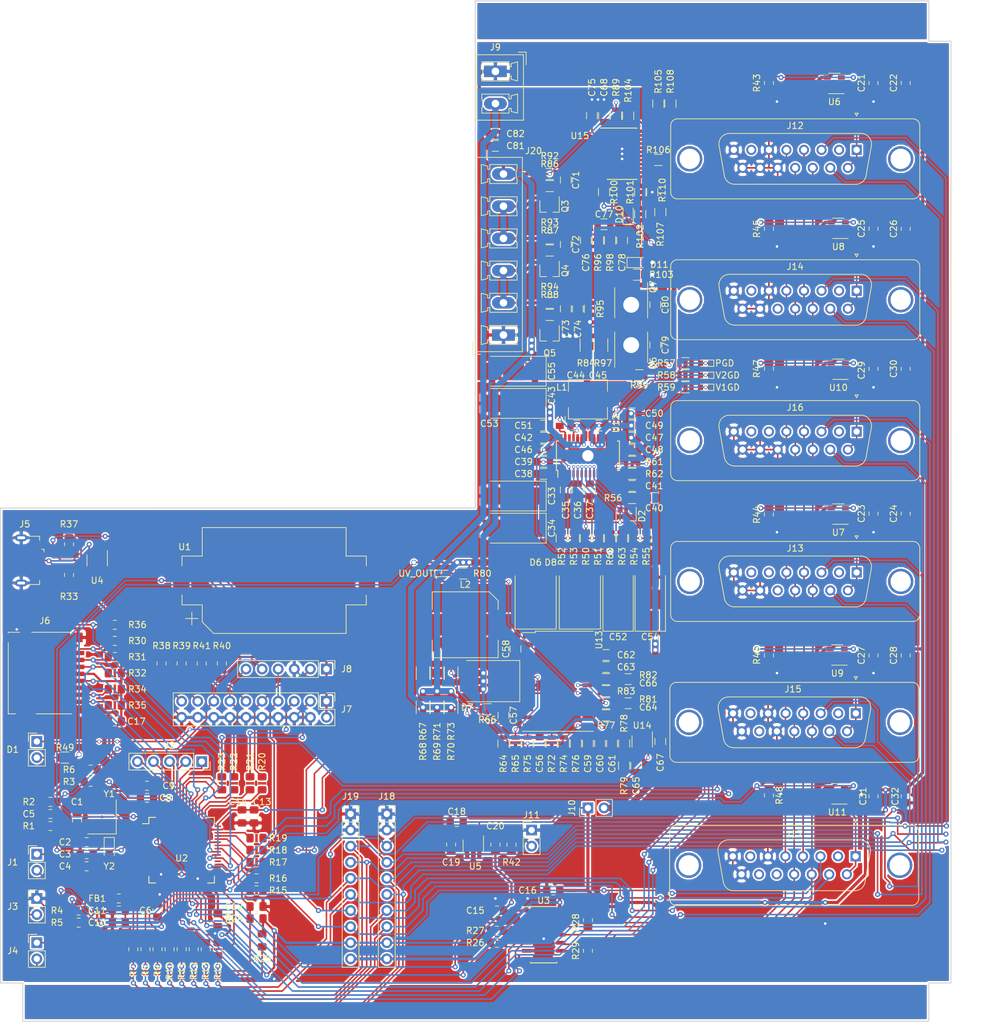
<source format=kicad_pcb>
(kicad_pcb (version 20171130) (host pcbnew "(5.0.2)-1")
  (layers (0 F.Cu signal) (31 B.Cu signal) (34 B.Paste user) (35 F.Paste user) (36 B.SilkS user) (37 F.SilkS user) (38 B.Mask user) (39 F.Mask user) (44 Edge.Cuts user))
  (net 0 "")
  (net 1 GND)
  (net 2 "Net-(C1-Pad2)")
  (net 3 "Net-(C2-Pad2)")
  (net 4 "Net-(C3-Pad2)")
  (net 5 "Net-(C4-Pad2)")
  (net 6 /NRST)
  (net 7 +3V3)
  (net 8 "Net-(C10-Pad2)")
  (net 9 /VDD_USB)
  (net 10 +5V)
  (net 11 "Net-(C19-Pad2)")
  (net 12 /UART1_Rx)
  (net 13 /UART1_Tx)
  (net 14 "Net-(J2-Pad1)")
  (net 15 "Net-(J2-Pad2)")
  (net 16 "Net-(J4-Pad2)")
  (net 17 /SD_D1)
  (net 18 /SD_D0)
  (net 19 /SD_CLK)
  (net 20 /SD_CMD)
  (net 21 /SD_D3)
  (net 22 /SD_D2)
  (net 23 /SD_detect)
  (net 24 /TRST)
  (net 25 /TDI)
  (net 26 /SWDIO)
  (net 27 /SWCLK)
  (net 28 /SWO)
  (net 29 /Interfaces/Vout0)
  (net 30 "Net-(J11-Pad2)")
  (net 31 /C0CP0)
  (net 32 /RS485_Y)
  (net 33 /RS485_A)
  (net 34 /C0CP1)
  (net 35 /RS485_Z)
  (net 36 /RS485_B)
  (net 37 /C4CP1)
  (net 38 /Interfaces/Vout4)
  (net 39 /C4CP0)
  (net 40 /C1CP1)
  (net 41 /C1CP0)
  (net 42 /C2CP1)
  (net 43 /C2CP0)
  (net 44 /C3CP1)
  (net 45 /C3CP0)
  (net 46 /Interfaces/Vout1)
  (net 47 /C5CP1)
  (net 48 /Interfaces/Vout5)
  (net 49 /C5CP0)
  (net 50 /Interfaces/Vout2)
  (net 51 /Interfaces/Vout3)
  (net 52 "Net-(R3-Pad1)")
  (net 53 "Net-(R4-Pad2)")
  (net 54 "Net-(R5-Pad2)")
  (net 55 "Net-(R7-Pad2)")
  (net 56 "Net-(R8-Pad2)")
  (net 57 "Net-(R9-Pad2)")
  (net 58 "Net-(R10-Pad2)")
  (net 59 "Net-(R11-Pad2)")
  (net 60 "Net-(R12-Pad2)")
  (net 61 "Net-(R13-Pad2)")
  (net 62 "Net-(R14-Pad2)")
  (net 63 "Net-(R15-Pad2)")
  (net 64 "Net-(R16-Pad2)")
  (net 65 /USB_DM)
  (net 66 "Net-(R17-Pad2)")
  (net 67 "Net-(R18-Pad2)")
  (net 68 /USB_DP)
  (net 69 "Net-(R19-Pad2)")
  (net 70 "Net-(R20-Pad2)")
  (net 71 "Net-(R21-Pad2)")
  (net 72 "Net-(R22-Pad2)")
  (net 73 "Net-(R23-Pad2)")
  (net 74 "Net-(R26-Pad2)")
  (net 75 /UART3_RE)
  (net 76 /UART3_DE)
  (net 77 /V0_en)
  (net 78 /V4_en)
  (net 79 /V1_en)
  (net 80 /V5_en)
  (net 81 /V2_en)
  (net 82 /V3_en)
  (net 83 /UART3_Tx)
  (net 84 /UART3_Rx)
  (net 85 "Net-(C12-Pad1)")
  (net 86 "Net-(J2-Pad3)")
  (net 87 "Net-(J2-Pad4)")
  (net 88 "Net-(J2-Pad5)")
  (net 89 "Net-(J4-Pad1)")
  (net 90 "Net-(J5-Pad2)")
  (net 91 "Net-(J5-Pad3)")
  (net 92 "Net-(J7-Pad11)")
  (net 93 "Net-(J7-Pad17)")
  (net 94 "Net-(J7-Pad19)")
  (net 95 "Net-(R37-Pad2)")
  (net 96 /VBat_RTC)
  (net 97 /Versorgung/BatteryManagementUnit/SYSTEM_LOAD)
  (net 98 "Net-(C37-Pad2)")
  (net 99 "Net-(C38-Pad1)")
  (net 100 "Net-(C39-Pad2)")
  (net 101 "Net-(C39-Pad1)")
  (net 102 "Net-(C40-Pad2)")
  (net 103 "Net-(C41-Pad2)")
  (net 104 "Net-(C42-Pad2)")
  (net 105 "Net-(C43-Pad1)")
  (net 106 "Net-(C43-Pad2)")
  (net 107 "Net-(C44-Pad2)")
  (net 108 "Net-(C44-Pad1)")
  (net 109 "Net-(C45-Pad1)")
  (net 110 "Net-(C45-Pad2)")
  (net 111 /Versorgung/BatteryBalancingUnit/PACK+)
  (net 112 /Versorgung/BatteryManagementUnit/+5V)
  (net 113 "Net-(C48-Pad2)")
  (net 114 "Net-(C56-Pad2)")
  (net 115 "Net-(C57-Pad1)")
  (net 116 "Net-(C58-Pad2)")
  (net 117 "Net-(C58-Pad1)")
  (net 118 "Net-(C62-Pad2)")
  (net 119 "Net-(C64-Pad2)")
  (net 120 "Net-(C65-Pad1)")
  (net 121 "Net-(C66-Pad2)")
  (net 122 "Net-(C68-Pad2)")
  (net 123 "Net-(C71-Pad1)")
  (net 124 "Net-(C72-Pad1)")
  (net 125 "Net-(C74-Pad1)")
  (net 126 "Net-(C75-Pad1)")
  (net 127 "Net-(C76-Pad2)")
  (net 128 "Net-(C77-Pad1)")
  (net 129 "Net-(C79-Pad1)")
  (net 130 "Net-(C79-Pad2)")
  (net 131 "Net-(C81-Pad1)")
  (net 132 "Net-(D1-Pad2)")
  (net 133 /Versorgung/BatteryManagementUnit/LED)
  (net 134 "Net-(D3-Pad1)")
  (net 135 "Net-(D3-Pad2)")
  (net 136 "Net-(D4-Pad2)")
  (net 137 "Net-(D4-Pad1)")
  (net 138 "Net-(D5-Pad1)")
  (net 139 "Net-(D5-Pad2)")
  (net 140 "Net-(D9-Pad1)")
  (net 141 "Net-(D9-Pad2)")
  (net 142 "Net-(D10-Pad1)")
  (net 143 "Net-(D10-Pad2)")
  (net 144 "Net-(J5-Pad4)")
  (net 145 /Versorgung/BatteryManagementUnit/V_IN)
  (net 146 "Net-(J12-Pad2)")
  (net 147 "Net-(J12-Pad7)")
  (net 148 "Net-(J13-Pad2)")
  (net 149 "Net-(J13-Pad6)")
  (net 150 "Net-(J13-Pad7)")
  (net 151 "Net-(J13-Pad13)")
  (net 152 "Net-(J14-Pad2)")
  (net 153 "Net-(J14-Pad7)")
  (net 154 "Net-(J14-Pad13)")
  (net 155 "Net-(J15-Pad14)")
  (net 156 "Net-(J15-Pad7)")
  (net 157 "Net-(J15-Pad2)")
  (net 158 "Net-(J16-Pad7)")
  (net 159 "Net-(J16-Pad6)")
  (net 160 "Net-(J16-Pad2)")
  (net 161 "Net-(J17-Pad2)")
  (net 162 "Net-(J17-Pad7)")
  (net 163 "Net-(J17-Pad13)")
  (net 164 "Net-(J17-Pad14)")
  (net 165 "Net-(L2-Pad2)")
  (net 166 "Net-(Q3-Pad3)")
  (net 167 "Net-(Q4-Pad3)")
  (net 168 "Net-(Q5-Pad3)")
  (net 169 "Net-(Q6-Pad3)")
  (net 170 "Net-(Q6-Pad2)")
  (net 171 "Net-(R50-Pad1)")
  (net 172 "Net-(R52-Pad1)")
  (net 173 "Net-(R54-Pad1)")
  (net 174 /Versorgung/PowerManagementUnit/RUN2)
  (net 175 "Net-(R64-Pad2)")
  (net 176 "Net-(R72-Pad2)")
  (net 177 "Net-(R74-Pad2)")
  (net 178 "Net-(R75-Pad2)")
  (net 179 "Net-(R77-Pad1)")
  (net 180 "Net-(R81-Pad1)")
  (net 181 "Net-(R82-Pad1)")
  (net 182 "Net-(R100-Pad2)")
  (net 183 "Net-(R101-Pad2)")
  (net 184 "Net-(R104-Pad2)")
  (net 185 "Net-(R105-Pad2)")
  (net 186 "Net-(R105-Pad1)")
  (net 187 "Net-(R106-Pad2)")
  (net 188 "Net-(R107-Pad2)")
  (net 189 "Net-(R110-Pad2)")
  (net 190 "Net-(U2-Pad2)")
  (net 191 "Net-(U2-Pad37)")
  (net 192 "Net-(U3-Pad7)")
  (net 193 "Net-(U3-Pad13)")
  (net 194 "Net-(U13-Pad15)")
  (net 195 "Net-(U15-Pad21)")
  (net 196 "Net-(U15-Pad15)")
  (net 197 "Net-(C71-Pad2)")
  (net 198 "Net-(J20-Pad4)")
  (net 199 "Net-(J20-Pad2)")
  (net 200 /Versorgung/BatteryBalancingUnit/VSS)
  (module Package_QFP:LQFP-64_10x10mm_P0.5mm (layer F.Cu) (at 28.575 133.985)
    (fp_text reference U2 (at 0 1.27) (layer F.SilkS))
    (fp_text value STM32L476RGTx)
    (pad 1 smd rect (at -5.7 -3.75) (size 1 0.25) (layers F.Cu F.Paste F.Mask) (net 96 /VBat_RTC))
    (pad 2 smd rect (at -5.7 -3.25) (size 1 0.25) (layers F.Cu F.Paste F.Mask) (net 190 "Net-(U2-Pad2)"))
    (pad 3 smd rect (at -5.7 -2.75) (size 1 0.25) (layers F.Cu F.Paste F.Mask) (net 2 "Net-(C1-Pad2)"))
    (pad 4 smd rect (at -5.7 -2.25) (size 1 0.25) (layers F.Cu F.Paste F.Mask) (net 3 "Net-(C2-Pad2)"))
    (pad 5 smd rect (at -5.7 -1.75) (size 1 0.25) (layers F.Cu F.Paste F.Mask) (net 4 "Net-(C3-Pad2)"))
    (pad 6 smd rect (at -5.7 -1.25) (size 1 0.25) (layers F.Cu F.Paste F.Mask) (net 5 "Net-(C4-Pad2)"))
    (pad 7 smd rect (at -5.7 -0.75) (size 1 0.25) (layers F.Cu F.Paste F.Mask) (net 6 /NRST))
    (pad 8 smd rect (at -5.7 -0.25) (size 1 0.25) (layers F.Cu F.Paste F.Mask) (net 12 /UART1_Rx))
    (pad 9 smd rect (at -5.7 0.25) (size 1 0.25) (layers F.Cu F.Paste F.Mask) (net 13 /UART1_Tx))
    (pad 10 smd rect (at -5.7 0.75) (size 1 0.25) (layers F.Cu F.Paste F.Mask) (net 53 "Net-(R4-Pad2)"))
    (pad 11 smd rect (at -5.7 1.25) (size 1 0.25) (layers F.Cu F.Paste F.Mask) (net 54 "Net-(R5-Pad2)"))
    (pad 12 smd rect (at -5.7 1.75) (size 1 0.25) (layers F.Cu F.Paste F.Mask) (net 1 GND))
    (pad 13 smd rect (at -5.7 2.25) (size 1 0.25) (layers F.Cu F.Paste F.Mask) (net 8 "Net-(C10-Pad2)"))
    (pad 14 smd rect (at -5.7 2.75) (size 1 0.25) (layers F.Cu F.Paste F.Mask) (net 55 "Net-(R7-Pad2)"))
    (pad 15 smd rect (at -5.7 3.25) (size 1 0.25) (layers F.Cu F.Paste F.Mask) (net 56 "Net-(R8-Pad2)"))
    (pad 16 smd rect (at -5.7 3.75) (size 1 0.25) (layers F.Cu F.Paste F.Mask) (net 57 "Net-(R9-Pad2)"))
    (pad 17 smd rect (at -3.75 5.7 90) (size 1 0.25) (layers F.Cu F.Paste F.Mask) (net 58 "Net-(R10-Pad2)"))
    (pad 18 smd rect (at -3.25 5.7 90) (size 1 0.25) (layers F.Cu F.Paste F.Mask) (net 1 GND))
    (pad 19 smd rect (at -2.75 5.7 90) (size 1 0.25) (layers F.Cu F.Paste F.Mask) (net 7 +3V3))
    (pad 20 smd rect (at -2.25 5.7 90) (size 1 0.25) (layers F.Cu F.Paste F.Mask) (net 59 "Net-(R11-Pad2)"))
    (pad 21 smd rect (at -1.75 5.7 90) (size 1 0.25) (layers F.Cu F.Paste F.Mask) (net 60 "Net-(R12-Pad2)"))
    (pad 22 smd rect (at -1.25 5.7 90) (size 1 0.25) (layers F.Cu F.Paste F.Mask) (net 61 "Net-(R13-Pad2)"))
    (pad 23 smd rect (at -0.75 5.7 90) (size 1 0.25) (layers F.Cu F.Paste F.Mask) (net 62 "Net-(R14-Pad2)"))
    (pad 24 smd rect (at -0.25 5.7 90) (size 1 0.25) (layers F.Cu F.Paste F.Mask) (net 83 /UART3_Tx))
    (pad 25 smd rect (at 0.25 5.7 90) (size 1 0.25) (layers F.Cu F.Paste F.Mask) (net 84 /UART3_Rx))
    (pad 26 smd rect (at 0.75 5.7 90) (size 1 0.25) (layers F.Cu F.Paste F.Mask) (net 75 /UART3_RE))
    (pad 27 smd rect (at 1.25 5.7 90) (size 1 0.25) (layers F.Cu F.Paste F.Mask) (net 76 /UART3_DE))
    (pad 28 smd rect (at 1.75 5.7 90) (size 1 0.25) (layers F.Cu F.Paste F.Mask) (net 77 /V0_en))
    (pad 29 smd rect (at 2.25 5.7 90) (size 1 0.25) (layers F.Cu F.Paste F.Mask) (net 79 /V1_en))
    (pad 30 smd rect (at 2.75 5.7 90) (size 1 0.25) (layers F.Cu F.Paste F.Mask) (net 81 /V2_en))
    (pad 31 smd rect (at 3.25 5.7 90) (size 1 0.25) (layers F.Cu F.Paste F.Mask) (net 1 GND))
    (pad 32 smd rect (at 3.75 5.7 90) (size 1 0.25) (layers F.Cu F.Paste F.Mask) (net 7 +3V3))
    (pad 33 smd rect (at 5.7 3.75) (size 1 0.25) (layers F.Cu F.Paste F.Mask) (net 80 /V5_en))
    (pad 34 smd rect (at 5.7 3.25) (size 1 0.25) (layers F.Cu F.Paste F.Mask) (net 78 /V4_en))
    (pad 35 smd rect (at 5.7 2.75) (size 1 0.25) (layers F.Cu F.Paste F.Mask) (net 82 /V3_en))
    (pad 36 smd rect (at 5.7 2.25) (size 1 0.25) (layers F.Cu F.Paste F.Mask) (net 85 "Net-(C12-Pad1)"))
    (pad 37 smd rect (at 5.7 1.75) (size 1 0.25) (layers F.Cu F.Paste F.Mask) (net 191 "Net-(U2-Pad37)"))
    (pad 38 smd rect (at 5.7 1.25) (size 1 0.25) (layers F.Cu F.Paste F.Mask) (net 23 /SD_detect))
    (pad 39 smd rect (at 5.7 0.75) (size 1 0.25) (layers F.Cu F.Paste F.Mask) (net 18 /SD_D0))
    (pad 40 smd rect (at 5.7 0.25) (size 1 0.25) (layers F.Cu F.Paste F.Mask) (net 17 /SD_D1))
    (pad 41 smd rect (at 5.7 -0.25) (size 1 0.25) (layers F.Cu F.Paste F.Mask) (net 63 "Net-(R15-Pad2)"))
    (pad 42 smd rect (at 5.7 -0.75) (size 1 0.25) (layers F.Cu F.Paste F.Mask) (net 64 "Net-(R16-Pad2)"))
    (pad 43 smd rect (at 5.7 -1.25) (size 1 0.25) (layers F.Cu F.Paste F.Mask) (net 89 "Net-(J4-Pad1)"))
    (pad 44 smd rect (at 5.7 -1.75) (size 1 0.25) (layers F.Cu F.Paste F.Mask) (net 66 "Net-(R17-Pad2)"))
    (pad 45 smd rect (at 5.7 -2.25) (size 1 0.25) (layers F.Cu F.Paste F.Mask) (net 67 "Net-(R18-Pad2)"))
    (pad 46 smd rect (at 5.7 -2.75) (size 1 0.25) (layers F.Cu F.Paste F.Mask) (net 69 "Net-(R19-Pad2)"))
    (pad 47 smd rect (at 5.7 -3.25) (size 1 0.25) (layers F.Cu F.Paste F.Mask) (net 1 GND))
    (pad 48 smd rect (at 5.7 -3.75) (size 1 0.25) (layers F.Cu F.Paste F.Mask) (net 9 /VDD_USB))
    (pad 49 smd rect (at 3.75 -5.7 90) (size 1 0.25) (layers F.Cu F.Paste F.Mask) (net 70 "Net-(R20-Pad2)"))
    (pad 50 smd rect (at 3.25 -5.7 90) (size 1 0.25) (layers F.Cu F.Paste F.Mask) (net 71 "Net-(R21-Pad2)"))
    (pad 51 smd rect (at 2.75 -5.7 90) (size 1 0.25) (layers F.Cu F.Paste F.Mask) (net 22 /SD_D2))
    (pad 52 smd rect (at 2.25 -5.7 90) (size 1 0.25) (layers F.Cu F.Paste F.Mask) (net 21 /SD_D3))
    (pad 53 smd rect (at 1.75 -5.7 90) (size 1 0.25) (layers F.Cu F.Paste F.Mask) (net 19 /SD_CLK))
    (pad 54 smd rect (at 1.25 -5.7 90) (size 1 0.25) (layers F.Cu F.Paste F.Mask) (net 20 /SD_CMD))
    (pad 55 smd rect (at 0.75 -5.7 90) (size 1 0.25) (layers F.Cu F.Paste F.Mask) (net 72 "Net-(R22-Pad2)"))
    (pad 56 smd rect (at 0.25 -5.7 90) (size 1 0.25) (layers F.Cu F.Paste F.Mask) (net 73 "Net-(R23-Pad2)"))
    (pad 57 smd rect (at -0.25 -5.7 90) (size 1 0.25) (layers F.Cu F.Paste F.Mask) (net 14 "Net-(J2-Pad1)"))
    (pad 58 smd rect (at -0.75 -5.7 90) (size 1 0.25) (layers F.Cu F.Paste F.Mask) (net 15 "Net-(J2-Pad2)"))
    (pad 59 smd rect (at -1.25 -5.7 90) (size 1 0.25) (layers F.Cu F.Paste F.Mask) (net 86 "Net-(J2-Pad3)"))
    (pad 60 smd rect (at -1.75 -5.7 90) (size 1 0.25) (layers F.Cu F.Paste F.Mask) (net 52 "Net-(R3-Pad1)"))
    (pad 61 smd rect (at -2.25 -5.7 90) (size 1 0.25) (layers F.Cu F.Paste F.Mask) (net 87 "Net-(J2-Pad4)"))
    (pad 62 smd rect (at -2.75 -5.7 90) (size 1 0.25) (layers F.Cu F.Paste F.Mask) (net 88 "Net-(J2-Pad5)"))
    (pad 63 smd rect (at -3.25 -5.7 90) (size 1 0.25) (layers F.Cu F.Paste F.Mask) (net 1 GND))
    (pad 64 smd rect (at -3.75 -5.7 90) (size 1 0.25) (layers F.Cu F.Paste F.Mask) (net 7 +3V3))
  )
  (module Connector_PinHeader_2.54mm:PinHeader_1x06_P2.54mm_Vertical (layer F.Cu) (at 51.435 105.41 270)
    (fp_text reference J8 (at 0 -3.175) (layer F.SilkS))
    (fp_text value Conn_01x06_Male)
    (pad 1 thru_hole rect (at 0 0 270) (size 1.7 1.7) (drill 1) (layers *.Cu *.Mask) (net 7 +3V3))
    (pad 2 thru_hole oval (at 0 2.54 270) (size 1.7 1.7) (drill 1) (layers *.Cu *.Mask) (net 27 /SWCLK))
    (pad 3 thru_hole oval (at 0 5.08 270) (size 1.7 1.7) (drill 1) (layers *.Cu *.Mask) (net 1 GND))
    (pad 4 thru_hole oval (at 0 7.62 270) (size 1.7 1.7) (drill 1) (layers *.Cu *.Mask) (net 26 /SWDIO))
    (pad 5 thru_hole oval (at 0 10.16 270) (size 1.7 1.7) (drill 1) (layers *.Cu *.Mask) (net 6 /NRST))
    (pad 6 thru_hole oval (at 0 12.7 270) (size 1.7 1.7) (drill 1) (layers *.Cu *.Mask) (net 28 /SWO))
  )
  (module Connector_Dsub:DSUB-15_Female_Vertical_P2.77x2.84mm_MountingHoles (layer F.Cu) (at 135.128 45.72)
    (fp_text reference J14 (at -9.695 -3.81) (layer F.SilkS))
    (fp_text value DB15_Female)
    (pad 1 thru_hole rect (at 0 0) (size 1.6 1.6) (drill 1) (layers *.Cu *.Mask) (net 46 /Interfaces/Vout1))
    (pad 2 thru_hole circle (at -2.77 0) (size 1.6 1.6) (drill 1) (layers *.Cu *.Mask) (net 152 "Net-(J14-Pad2)"))
    (pad 3 thru_hole circle (at -5.54 0) (size 1.6 1.6) (drill 1) (layers *.Cu *.Mask) (net 41 /C1CP0))
    (pad 4 thru_hole circle (at -8.31 0) (size 1.6 1.6) (drill 1) (layers *.Cu *.Mask) (net 35 /RS485_Z))
    (pad 5 thru_hole circle (at -11.08 0) (size 1.6 1.6) (drill 1) (layers *.Cu *.Mask) (net 33 /RS485_A))
    (pad 6 thru_hole circle (at -13.85 0) (size 1.6 1.6) (drill 1) (layers *.Cu *.Mask) (net 1 GND))
    (pad 7 thru_hole circle (at -16.62 0) (size 1.6 1.6) (drill 1) (layers *.Cu *.Mask) (net 153 "Net-(J14-Pad7)"))
    (pad 8 thru_hole circle (at -19.39 0) (size 1.6 1.6) (drill 1) (layers *.Cu *.Mask) (net 1 GND))
    (pad 9 thru_hole circle (at -1.385 2.84) (size 1.6 1.6) (drill 1) (layers *.Cu *.Mask) (net 46 /Interfaces/Vout1))
    (pad 10 thru_hole circle (at -4.155 2.84) (size 1.6 1.6) (drill 1) (layers *.Cu *.Mask) (net 40 /C1CP1))
    (pad 11 thru_hole circle (at -6.925 2.84) (size 1.6 1.6) (drill 1) (layers *.Cu *.Mask) (net 32 /RS485_Y))
    (pad 12 thru_hole circle (at -9.695 2.84) (size 1.6 1.6) (drill 1) (layers *.Cu *.Mask) (net 36 /RS485_B))
    (pad 13 thru_hole circle (at -12.465 2.84) (size 1.6 1.6) (drill 1) (layers *.Cu *.Mask) (net 154 "Net-(J14-Pad13)"))
    (pad 14 thru_hole circle (at -15.235 2.84) (size 1.6 1.6) (drill 1) (layers *.Cu *.Mask) (net 1 GND))
    (pad 15 thru_hole circle (at -18.005 2.84) (size 1.6 1.6) (drill 1) (layers *.Cu *.Mask) (net 1 GND))
    (pad 0 thru_hole circle (at -26.345 1.42) (size 4 4) (drill 3.2) (layers *.Cu *.Mask))
    (pad 0 thru_hole circle (at 6.955 1.42) (size 4 4) (drill 3.2) (layers *.Cu *.Mask))
  )
  (module Resistor_SMD:R_0805_2012Metric_Pad1.15x1.40mm_HandSolder (layer F.Cu) (at 34.925 123.435 270)
    (fp_text reference R23 (at -3.42 0 270) (layer F.SilkS))
    (fp_text value 22R)
    (pad 2 smd roundrect (at 1.025 0 270) (size 1.15 1.4) (layers F.Cu F.Paste F.Mask) (roundrect_rratio 0.217391) (net 73 "Net-(R23-Pad2)"))
    (pad 1 smd roundrect (at -1.025 0 270) (size 1.15 1.4) (layers F.Cu F.Paste F.Mask) (roundrect_rratio 0.217391) (net 24 /TRST))
  )
  (module Connector_PinHeader_2.54mm:PinHeader_1x02_P2.54mm_Vertical (layer F.Cu) (at 5.715 148.59)
    (fp_text reference J4 (at -3.81 1.27) (layer F.SilkS))
    (fp_text value Conn_01x02_Male)
    (pad 2 thru_hole oval (at 0 2.54) (size 1.7 1.7) (drill 1) (layers *.Cu *.Mask) (net 16 "Net-(J4-Pad2)"))
    (pad 1 thru_hole rect (at 0 0) (size 1.7 1.7) (drill 1) (layers *.Cu *.Mask) (net 89 "Net-(J4-Pad1)"))
  )
  (module Capacitor_SMD:C_0805_2012Metric_Pad1.15x1.40mm_HandSolder (layer F.Cu) (at 12.065 129.295 90)
    (fp_text reference C1 (at 2.93 0 180) (layer F.SilkS))
    (fp_text value 20p)
    (pad 1 smd roundrect (at -1.025 0 90) (size 1.15 1.4) (layers F.Cu F.Paste F.Mask) (roundrect_rratio 0.217391) (net 1 GND))
    (pad 2 smd roundrect (at 1.025 0 90) (size 1.15 1.4) (layers F.Cu F.Paste F.Mask) (roundrect_rratio 0.217391) (net 2 "Net-(C1-Pad2)"))
  )
  (module Capacitor_SMD:C_0805_2012Metric_Pad1.15x1.40mm_HandSolder (layer F.Cu) (at 13.58 132.715)
    (fp_text reference C2 (at -3.42 0 180) (layer F.SilkS))
    (fp_text value 20p)
    (pad 1 smd roundrect (at -1.025 0) (size 1.15 1.4) (layers F.Cu F.Paste F.Mask) (roundrect_rratio 0.217391) (net 1 GND))
    (pad 2 smd roundrect (at 1.025 0) (size 1.15 1.4) (layers F.Cu F.Paste F.Mask) (roundrect_rratio 0.217391) (net 3 "Net-(C2-Pad2)"))
  )
  (module Capacitor_SMD:C_0805_2012Metric_Pad1.15x1.40mm_HandSolder (layer F.Cu) (at 13.58 134.62)
    (fp_text reference C3 (at -3.42 0) (layer F.SilkS))
    (fp_text value 2.7p)
    (pad 2 smd roundrect (at 1.025 0) (size 1.15 1.4) (layers F.Cu F.Paste F.Mask) (roundrect_rratio 0.217391) (net 4 "Net-(C3-Pad2)"))
    (pad 1 smd roundrect (at -1.025 0) (size 1.15 1.4) (layers F.Cu F.Paste F.Mask) (roundrect_rratio 0.217391) (net 1 GND))
  )
  (module Capacitor_SMD:C_0805_2012Metric_Pad1.15x1.40mm_HandSolder (layer F.Cu) (at 13.58 136.525)
    (fp_text reference C4 (at -3.42 0) (layer F.SilkS))
    (fp_text value 2.7p)
    (pad 1 smd roundrect (at -1.025 0) (size 1.15 1.4) (layers F.Cu F.Paste F.Mask) (roundrect_rratio 0.217391) (net 1 GND))
    (pad 2 smd roundrect (at 1.025 0) (size 1.15 1.4) (layers F.Cu F.Paste F.Mask) (roundrect_rratio 0.217391) (net 5 "Net-(C4-Pad2)"))
  )
  (module Capacitor_SMD:C_0805_2012Metric_Pad1.15x1.40mm_HandSolder (layer F.Cu) (at 7.865 128.27 180)
    (fp_text reference C5 (at 3.42 0 180) (layer F.SilkS))
    (fp_text value 100n)
    (pad 2 smd roundrect (at 1.025 0 180) (size 1.15 1.4) (layers F.Cu F.Paste F.Mask) (roundrect_rratio 0.217391) (net 1 GND))
    (pad 1 smd roundrect (at -1.025 0 180) (size 1.15 1.4) (layers F.Cu F.Paste F.Mask) (roundrect_rratio 0.217391) (net 6 /NRST))
  )
  (module Capacitor_SMD:C_0805_2012Metric_Pad1.15x1.40mm_HandSolder (layer F.Cu) (at 24.765 143.51 270)
    (fp_text reference C6 (at 0 1.905) (layer F.SilkS))
    (fp_text value 100n)
    (pad 2 smd roundrect (at 1.025 0 270) (size 1.15 1.4) (layers F.Cu F.Paste F.Mask) (roundrect_rratio 0.217391) (net 7 +3V3))
    (pad 1 smd roundrect (at -1.025 0 270) (size 1.15 1.4) (layers F.Cu F.Paste F.Mask) (roundrect_rratio 0.217391) (net 1 GND))
  )
  (module Capacitor_SMD:C_0805_2012Metric_Pad1.15x1.40mm_HandSolder (layer F.Cu) (at 34.29 145.025 90)
    (fp_text reference C7 (at 0.245 1.905 90) (layer F.SilkS))
    (fp_text value 100n)
    (pad 2 smd roundrect (at 1.025 0 90) (size 1.15 1.4) (layers F.Cu F.Paste F.Mask) (roundrect_rratio 0.217391) (net 7 +3V3))
    (pad 1 smd roundrect (at -1.025 0 90) (size 1.15 1.4) (layers F.Cu F.Paste F.Mask) (roundrect_rratio 0.217391) (net 1 GND))
  )
  (module Capacitor_SMD:C_0805_2012Metric_Pad1.15x1.40mm_HandSolder (layer F.Cu) (at 23.105 125.73 180)
    (fp_text reference C8 (at -2.93 0 180) (layer F.SilkS))
    (fp_text value 100n)
    (pad 1 smd roundrect (at -1.025 0 180) (size 1.15 1.4) (layers F.Cu F.Paste F.Mask) (roundrect_rratio 0.217391) (net 1 GND))
    (pad 2 smd roundrect (at 1.025 0 180) (size 1.15 1.4) (layers F.Cu F.Paste F.Mask) (roundrect_rratio 0.217391) (net 7 +3V3))
  )
  (module Capacitor_SMD:C_0805_2012Metric_Pad1.15x1.40mm_HandSolder (layer F.Cu) (at 23.105 123.825 180)
    (fp_text reference C9 (at -3.42 0 180) (layer F.SilkS))
    (fp_text value 4.7u)
    (pad 1 smd roundrect (at -1.025 0 180) (size 1.15 1.4) (layers F.Cu F.Paste F.Mask) (roundrect_rratio 0.217391) (net 1 GND))
    (pad 2 smd roundrect (at 1.025 0 180) (size 1.15 1.4) (layers F.Cu F.Paste F.Mask) (roundrect_rratio 0.217391) (net 7 +3V3))
  )
  (module Capacitor_SMD:C_0805_2012Metric_Pad1.15x1.40mm_HandSolder (layer F.Cu) (at 18.66 145.415)
    (fp_text reference C10 (at -3.42 0) (layer F.SilkS))
    (fp_text value 1u)
    (pad 2 smd roundrect (at 1.025 0) (size 1.15 1.4) (layers F.Cu F.Paste F.Mask) (roundrect_rratio 0.217391) (net 8 "Net-(C10-Pad2)"))
    (pad 1 smd roundrect (at -1.025 0) (size 1.15 1.4) (layers F.Cu F.Paste F.Mask) (roundrect_rratio 0.217391) (net 1 GND))
  )
  (module Capacitor_SMD:C_0805_2012Metric_Pad1.15x1.40mm_HandSolder (layer F.Cu) (at 18.66 143.51)
    (fp_text reference C11 (at -3.42 0) (layer F.SilkS))
    (fp_text value 100n)
    (pad 2 smd roundrect (at 1.025 0) (size 1.15 1.4) (layers F.Cu F.Paste F.Mask) (roundrect_rratio 0.217391) (net 8 "Net-(C10-Pad2)"))
    (pad 1 smd roundrect (at -1.025 0) (size 1.15 1.4) (layers F.Cu F.Paste F.Mask) (roundrect_rratio 0.217391) (net 1 GND))
  )
  (module Capacitor_SMD:C_0805_2012Metric_Pad1.15x1.40mm_HandSolder (layer F.Cu) (at 40.395 142.875)
    (fp_text reference C12 (at -3.565 0) (layer F.SilkS))
    (fp_text value 100n)
    (pad 1 smd roundrect (at -1.025 0) (size 1.15 1.4) (layers F.Cu F.Paste F.Mask) (roundrect_rratio 0.217391) (net 85 "Net-(C12-Pad1)"))
    (pad 2 smd roundrect (at 1.025 0) (size 1.15 1.4) (layers F.Cu F.Paste F.Mask) (roundrect_rratio 0.217391) (net 1 GND))
  )
  (module Capacitor_SMD:C_0805_2012Metric_Pad1.15x1.40mm_HandSolder (layer F.Cu) (at 40.005 128.66 90)
    (fp_text reference C13 (at 2.295 1.27 180) (layer F.SilkS))
    (fp_text value 1u)
    (pad 2 smd roundrect (at 1.025 0 90) (size 1.15 1.4) (layers F.Cu F.Paste F.Mask) (roundrect_rratio 0.217391) (net 9 /VDD_USB))
    (pad 1 smd roundrect (at -1.025 0 90) (size 1.15 1.4) (layers F.Cu F.Paste F.Mask) (roundrect_rratio 0.217391) (net 1 GND))
  )
  (module Capacitor_SMD:C_0805_2012Metric_Pad1.15x1.40mm_HandSolder (layer F.Cu) (at 38.1 128.66 90)
    (fp_text reference C14 (at 2.295 -0.635 180) (layer F.SilkS))
    (fp_text value 100n)
    (pad 1 smd roundrect (at -1.025 0 90) (size 1.15 1.4) (layers F.Cu F.Paste F.Mask) (roundrect_rratio 0.217391) (net 1 GND))
    (pad 2 smd roundrect (at 1.025 0 90) (size 1.15 1.4) (layers F.Cu F.Paste F.Mask) (roundrect_rratio 0.217391) (net 9 /VDD_USB))
  )
  (module Capacitor_SMD:C_0805_2012Metric_Pad1.15x1.40mm_HandSolder (layer F.Cu) (at 78.35 143.51)
    (fp_text reference C15 (at -3.42 0) (layer F.SilkS))
    (fp_text value 100n)
    (pad 2 smd roundrect (at 1.025 0) (size 1.15 1.4) (layers F.Cu F.Paste F.Mask) (roundrect_rratio 0.217391) (net 7 +3V3))
    (pad 1 smd roundrect (at -1.025 0) (size 1.15 1.4) (layers F.Cu F.Paste F.Mask) (roundrect_rratio 0.217391) (net 1 GND))
  )
  (module Capacitor_SMD:C_0805_2012Metric_Pad1.15x1.40mm_HandSolder (layer F.Cu) (at 87.24 140.335 180)
    (fp_text reference C16 (at 4.055 0 180) (layer F.SilkS))
    (fp_text value 100n)
    (pad 1 smd roundrect (at -1.025 0 180) (size 1.15 1.4) (layers F.Cu F.Paste F.Mask) (roundrect_rratio 0.217391) (net 10 +5V))
    (pad 2 smd roundrect (at 1.025 0 180) (size 1.15 1.4) (layers F.Cu F.Paste F.Mask) (roundrect_rratio 0.217391) (net 1 GND))
  )
  (module Capacitor_SMD:C_0805_2012Metric_Pad1.15x1.40mm_HandSolder (layer F.Cu) (at 18.025 113.665)
    (fp_text reference C17 (at 3.42 0) (layer F.SilkS))
    (fp_text value 100n)
    (pad 2 smd roundrect (at 1.025 0) (size 1.15 1.4) (layers F.Cu F.Paste F.Mask) (roundrect_rratio 0.217391) (net 7 +3V3))
    (pad 1 smd roundrect (at -1.025 0) (size 1.15 1.4) (layers F.Cu F.Paste F.Mask) (roundrect_rratio 0.217391) (net 1 GND))
  )
  (module Capacitor_SMD:C_0805_2012Metric_Pad1.15x1.40mm_HandSolder (layer F.Cu) (at 72 129.54)
    (fp_text reference C18 (at 0 -1.65) (layer F.SilkS))
    (fp_text value 1u)
    (pad 2 smd roundrect (at 1.025 0) (size 1.15 1.4) (layers F.Cu F.Paste F.Mask) (roundrect_rratio 0.217391) (net 10 +5V))
    (pad 1 smd roundrect (at -1.025 0) (size 1.15 1.4) (layers F.Cu F.Paste F.Mask) (roundrect_rratio 0.217391) (net 1 GND))
  )
  (module Capacitor_SMD:C_0805_2012Metric_Pad1.15x1.40mm_HandSolder (layer F.Cu) (at 71.12 133.105 270)
    (fp_text reference C19 (at 2.785 0) (layer F.SilkS))
    (fp_text value 10n)
    (pad 1 smd roundrect (at -1.025 0 270) (size 1.15 1.4) (layers F.Cu F.Paste F.Mask) (roundrect_rratio 0.217391) (net 1 GND))
    (pad 2 smd roundrect (at 1.025 0 270) (size 1.15 1.4) (layers F.Cu F.Paste F.Mask) (roundrect_rratio 0.217391) (net 11 "Net-(C19-Pad2)"))
  )
  (module Capacitor_SMD:C_0805_2012Metric_Pad1.15x1.40mm_HandSolder (layer F.Cu) (at 78.105 133.105 270)
    (fp_text reference C20 (at -2.93 0) (layer F.SilkS))
    (fp_text value 1u)
    (pad 2 smd roundrect (at 1.025 0 270) (size 1.15 1.4) (layers F.Cu F.Paste F.Mask) (roundrect_rratio 0.217391) (net 7 +3V3))
    (pad 1 smd roundrect (at -1.025 0 270) (size 1.15 1.4) (layers F.Cu F.Paste F.Mask) (roundrect_rratio 0.217391) (net 1 GND))
  )
  (module Capacitor_SMD:C_0805_2012Metric_Pad1.15x1.40mm_HandSolder (layer F.Cu) (at 137.795 12.945 90)
    (fp_text reference C21 (at 0 -1.905 90) (layer F.SilkS))
    (fp_text value 100n)
    (pad 2 smd roundrect (at 1.025 0 90) (size 1.15 1.4) (layers F.Cu F.Paste F.Mask) (roundrect_rratio 0.217391) (net 10 +5V))
    (pad 1 smd roundrect (at -1.025 0 90) (size 1.15 1.4) (layers F.Cu F.Paste F.Mask) (roundrect_rratio 0.217391) (net 1 GND))
  )
  (module Capacitor_SMD:C_0805_2012Metric_Pad1.15x1.40mm_HandSolder (layer F.Cu) (at 142.875 12.945 90)
    (fp_text reference C22 (at 0 -1.905 90) (layer F.SilkS))
    (fp_text value 10u)
    (pad 1 smd roundrect (at -1.025 0 90) (size 1.15 1.4) (layers F.Cu F.Paste F.Mask) (roundrect_rratio 0.217391) (net 1 GND))
    (pad 2 smd roundrect (at 1.025 0 90) (size 1.15 1.4) (layers F.Cu F.Paste F.Mask) (roundrect_rratio 0.217391) (net 10 +5V))
  )
  (module Capacitor_SMD:C_0805_2012Metric_Pad1.15x1.40mm_HandSolder (layer F.Cu) (at 137.795 80.89 90)
    (fp_text reference C23 (at 0 -1.905 90) (layer F.SilkS))
    (fp_text value 100n)
    (pad 1 smd roundrect (at -1.025 0 90) (size 1.15 1.4) (layers F.Cu F.Paste F.Mask) (roundrect_rratio 0.217391) (net 1 GND))
    (pad 2 smd roundrect (at 1.025 0 90) (size 1.15 1.4) (layers F.Cu F.Paste F.Mask) (roundrect_rratio 0.217391) (net 10 +5V))
  )
  (module Capacitor_SMD:C_0805_2012Metric_Pad1.15x1.40mm_HandSolder (layer F.Cu) (at 142.875 80.89 90)
    (fp_text reference C24 (at 0 -1.905 90) (layer F.SilkS))
    (fp_text value 10u)
    (pad 2 smd roundrect (at 1.025 0 90) (size 1.15 1.4) (layers F.Cu F.Paste F.Mask) (roundrect_rratio 0.217391) (net 10 +5V))
    (pad 1 smd roundrect (at -1.025 0 90) (size 1.15 1.4) (layers F.Cu F.Paste F.Mask) (roundrect_rratio 0.217391) (net 1 GND))
  )
  (module Capacitor_SMD:C_0805_2012Metric_Pad1.15x1.40mm_HandSolder (layer F.Cu) (at 137.795 35.925 90)
    (fp_text reference C25 (at 0 -1.905 90) (layer F.SilkS))
    (fp_text value 100n)
    (pad 1 smd roundrect (at -1.025 0 90) (size 1.15 1.4) (layers F.Cu F.Paste F.Mask) (roundrect_rratio 0.217391) (net 1 GND))
    (pad 2 smd roundrect (at 1.025 0 90) (size 1.15 1.4) (layers F.Cu F.Paste F.Mask) (roundrect_rratio 0.217391) (net 10 +5V))
  )
  (module Capacitor_SMD:C_0805_2012Metric_Pad1.15x1.40mm_HandSolder (layer F.Cu) (at 142.875 35.95 90)
    (fp_text reference C26 (at 0 -1.905 90) (layer F.SilkS))
    (fp_text value 10u)
    (pad 2 smd roundrect (at 1.025 0 90) (size 1.15 1.4) (layers F.Cu F.Paste F.Mask) (roundrect_rratio 0.217391) (net 10 +5V))
    (pad 1 smd roundrect (at -1.025 0 90) (size 1.15 1.4) (layers F.Cu F.Paste F.Mask) (roundrect_rratio 0.217391) (net 1 GND))
  )
  (module Capacitor_SMD:C_0805_2012Metric_Pad1.15x1.40mm_HandSolder (layer F.Cu) (at 137.795 103.26 90)
    (fp_text reference C27 (at 0 -1.905 90) (layer F.SilkS))
    (fp_text value 100n)
    (pad 2 smd roundrect (at 1.025 0 90) (size 1.15 1.4) (layers F.Cu F.Paste F.Mask) (roundrect_rratio 0.217391) (net 10 +5V))
    (pad 1 smd roundrect (at -1.025 0 90) (size 1.15 1.4) (layers F.Cu F.Paste F.Mask) (roundrect_rratio 0.217391) (net 1 GND))
  )
  (module Capacitor_SMD:C_0805_2012Metric_Pad1.15x1.40mm_HandSolder (layer F.Cu) (at 142.875 103.26 90)
    (fp_text reference C28 (at 0 -1.905 90) (layer F.SilkS))
    (fp_text value 10u)
    (pad 1 smd roundrect (at -1.025 0 90) (size 1.15 1.4) (layers F.Cu F.Paste F.Mask) (roundrect_rratio 0.217391) (net 1 GND))
    (pad 2 smd roundrect (at 1.025 0 90) (size 1.15 1.4) (layers F.Cu F.Paste F.Mask) (roundrect_rratio 0.217391) (net 10 +5V))
  )
  (module Capacitor_SMD:C_0805_2012Metric_Pad1.15x1.40mm_HandSolder (layer F.Cu) (at 137.795 58.03 90)
    (fp_text reference C29 (at -0.245 -1.905 90) (layer F.SilkS))
    (fp_text value 100n)
    (pad 1 smd roundrect (at -1.025 0 90) (size 1.15 1.4) (layers F.Cu F.Paste F.Mask) (roundrect_rratio 0.217391) (net 1 GND))
    (pad 2 smd roundrect (at 1.025 0 90) (size 1.15 1.4) (layers F.Cu F.Paste F.Mask) (roundrect_rratio 0.217391) (net 10 +5V))
  )
  (module Capacitor_SMD:C_0805_2012Metric_Pad1.15x1.40mm_HandSolder (layer F.Cu) (at 142.875 58.03 90)
    (fp_text reference C30 (at 0 -1.905 90) (layer F.SilkS))
    (fp_text value 10u)
    (pad 2 smd roundrect (at 1.025 0 90) (size 1.15 1.4) (layers F.Cu F.Paste F.Mask) (roundrect_rratio 0.217391) (net 10 +5V))
    (pad 1 smd roundrect (at -1.025 0 90) (size 1.15 1.4) (layers F.Cu F.Paste F.Mask) (roundrect_rratio 0.217391) (net 1 GND))
  )
  (module Capacitor_SMD:C_0805_2012Metric_Pad1.15x1.40mm_HandSolder (layer F.Cu) (at 137.795 125.485 90)
    (fp_text reference C31 (at 0 -1.65 90) (layer F.SilkS))
    (fp_text value 100n)
    (pad 1 smd roundrect (at -1.025 0 90) (size 1.15 1.4) (layers F.Cu F.Paste F.Mask) (roundrect_rratio 0.217391) (net 1 GND))
    (pad 2 smd roundrect (at 1.025 0 90) (size 1.15 1.4) (layers F.Cu F.Paste F.Mask) (roundrect_rratio 0.217391) (net 10 +5V))
  )
  (module Capacitor_SMD:C_0805_2012Metric_Pad1.15x1.40mm_HandSolder (layer F.Cu) (at 142.875 125.485 90)
    (fp_text reference C32 (at 0 -1.65 90) (layer F.SilkS))
    (fp_text value 10u)
    (pad 2 smd roundrect (at 1.025 0 90) (size 1.15 1.4) (layers F.Cu F.Paste F.Mask) (roundrect_rratio 0.217391) (net 10 +5V))
    (pad 1 smd roundrect (at -1.025 0 90) (size 1.15 1.4) (layers F.Cu F.Paste F.Mask) (roundrect_rratio 0.217391) (net 1 GND))
  )
  (module Inductor_SMD:L_0805_2012Metric_Pad1.15x1.40mm_HandSolder (layer F.Cu) (at 18.66 141.605 180)
    (fp_text reference FB1 (at 3.42 0 180) (layer F.SilkS))
    (fp_text value Ferrite_Bead)
    (pad 1 smd roundrect (at -1.025 0 180) (size 1.15 1.4) (layers F.Cu F.Paste F.Mask) (roundrect_rratio 0.217391) (net 8 "Net-(C10-Pad2)"))
    (pad 2 smd roundrect (at 1.025 0 180) (size 1.15 1.4) (layers F.Cu F.Paste F.Mask) (roundrect_rratio 0.217391) (net 7 +3V3))
  )
  (module Connector_PinHeader_2.54mm:PinHeader_1x02_P2.54mm_Vertical (layer F.Cu) (at 5.715 134.62)
    (fp_text reference J1 (at -3.81 1.27) (layer F.SilkS))
    (fp_text value Conn_01x02_Male)
    (pad 1 thru_hole rect (at 0 0) (size 1.7 1.7) (drill 1) (layers *.Cu *.Mask) (net 12 /UART1_Rx))
    (pad 2 thru_hole oval (at 0 2.54) (size 1.7 1.7) (drill 1) (layers *.Cu *.Mask) (net 13 /UART1_Tx))
  )
  (module Connector_PinHeader_2.54mm:PinHeader_1x02_P2.54mm_Vertical (layer F.Cu) (at 5.715 141.605)
    (fp_text reference J3 (at -3.81 1.27) (layer F.SilkS))
    (fp_text value Conn_01x02_Male)
    (pad 2 thru_hole oval (at 0 2.54) (size 1.7 1.7) (drill 1) (layers *.Cu *.Mask) (net 85 "Net-(C12-Pad1)"))
    (pad 1 thru_hole rect (at 0 0) (size 1.7 1.7) (drill 1) (layers *.Cu *.Mask) (net 1 GND))
  )
  (module Connector_PinHeader_2.54mm:PinHeader_1x02_P2.54mm_Vertical (layer F.Cu) (at 92.71 127.3175 90)
    (fp_text reference J10 (at 0 -2.54 90) (layer F.SilkS))
    (fp_text value Conn_01x02_Male)
    (pad 2 thru_hole oval (at 0 2.54 90) (size 1.7 1.7) (drill 1) (layers *.Cu *.Mask) (net 112 /Versorgung/BatteryManagementUnit/+5V))
    (pad 1 thru_hole rect (at 0 0 90) (size 1.7 1.7) (drill 1) (layers *.Cu *.Mask) (net 10 +5V))
  )
  (module Resistor_SMD:R_0805_2012Metric_Pad1.15x1.40mm_HandSolder (layer F.Cu) (at 7.865 130.175)
    (fp_text reference R1 (at -3.42 0) (layer F.SilkS))
    (fp_text value DNP)
    (pad 1 smd roundrect (at -1.025 0) (size 1.15 1.4) (layers F.Cu F.Paste F.Mask) (roundrect_rratio 0.217391) (net 1 GND))
    (pad 2 smd roundrect (at 1.025 0) (size 1.15 1.4) (layers F.Cu F.Paste F.Mask) (roundrect_rratio 0.217391) (net 6 /NRST))
  )
  (module Resistor_SMD:R_0805_2012Metric_Pad1.15x1.40mm_HandSolder (layer F.Cu) (at 7.865 126.365 180)
    (fp_text reference R2 (at 3.42 0 180) (layer F.SilkS))
    (fp_text value DNP)
    (pad 1 smd roundrect (at -1.025 0 180) (size 1.15 1.4) (layers F.Cu F.Paste F.Mask) (roundrect_rratio 0.217391) (net 6 /NRST))
    (pad 2 smd roundrect (at 1.025 0 180) (size 1.15 1.4) (layers F.Cu F.Paste F.Mask) (roundrect_rratio 0.217391) (net 7 +3V3))
  )
  (module Resistor_SMD:R_0805_2012Metric_Pad1.15x1.40mm_HandSolder (layer F.Cu) (at 14.215 123.19 180)
    (fp_text reference R3 (at 3.42 0 180) (layer F.SilkS))
    (fp_text value DNP)
    (pad 2 smd roundrect (at 1.025 0 180) (size 1.15 1.4) (layers F.Cu F.Paste F.Mask) (roundrect_rratio 0.217391) (net 7 +3V3))
    (pad 1 smd roundrect (at -1.025 0 180) (size 1.15 1.4) (layers F.Cu F.Paste F.Mask) (roundrect_rratio 0.217391) (net 52 "Net-(R3-Pad1)"))
  )
  (module Resistor_SMD:R_0805_2012Metric_Pad1.15x1.40mm_HandSolder (layer F.Cu) (at 12.31 143.51)
    (fp_text reference R4 (at -3.42 0) (layer F.SilkS))
    (fp_text value 22R)
    (pad 1 smd roundrect (at -1.025 0) (size 1.15 1.4) (layers F.Cu F.Paste F.Mask) (roundrect_rratio 0.217391) (net 31 /C0CP0))
    (pad 2 smd roundrect (at 1.025 0) (size 1.15 1.4) (layers F.Cu F.Paste F.Mask) (roundrect_rratio 0.217391) (net 53 "Net-(R4-Pad2)"))
  )
  (module Resistor_SMD:R_0805_2012Metric_Pad1.15x1.40mm_HandSolder (layer F.Cu) (at 12.31 145.415)
    (fp_text reference R5 (at -3.42 0) (layer F.SilkS))
    (fp_text value 22R)
    (pad 2 smd roundrect (at 1.025 0) (size 1.15 1.4) (layers F.Cu F.Paste F.Mask) (roundrect_rratio 0.217391) (net 54 "Net-(R5-Pad2)"))
    (pad 1 smd roundrect (at -1.025 0) (size 1.15 1.4) (layers F.Cu F.Paste F.Mask) (roundrect_rratio 0.217391) (net 34 /C0CP1))
  )
  (module Resistor_SMD:R_0805_2012Metric_Pad1.15x1.40mm_HandSolder (layer F.Cu) (at 14.215 121.285)
    (fp_text reference R6 (at -3.42 0) (layer F.SilkS))
    (fp_text value 10k)
    (pad 2 smd roundrect (at 1.025 0) (size 1.15 1.4) (layers F.Cu F.Paste F.Mask) (roundrect_rratio 0.217391) (net 52 "Net-(R3-Pad1)"))
    (pad 1 smd roundrect (at -1.025 0) (size 1.15 1.4) (layers F.Cu F.Paste F.Mask) (roundrect_rratio 0.217391) (net 1 GND))
  )
  (module Resistor_SMD:R_0805_2012Metric_Pad1.15x1.40mm_HandSolder (layer F.Cu) (at 20.955 149.615 90)
    (fp_text reference R7 (at -3.42 0 90) (layer F.SilkS))
    (fp_text value 22R)
    (pad 2 smd roundrect (at 1.025 0 90) (size 1.15 1.4) (layers F.Cu F.Paste F.Mask) (roundrect_rratio 0.217391) (net 55 "Net-(R7-Pad2)"))
    (pad 1 smd roundrect (at -1.025 0 90) (size 1.15 1.4) (layers F.Cu F.Paste F.Mask) (roundrect_rratio 0.217391) (net 41 /C1CP0))
  )
  (module Resistor_SMD:R_0805_2012Metric_Pad1.15x1.40mm_HandSolder (layer F.Cu) (at 22.86 149.615 90)
    (fp_text reference R8 (at -3.42 0 90) (layer F.SilkS))
    (fp_text value 22R)
    (pad 1 smd roundrect (at -1.025 0 90) (size 1.15 1.4) (layers F.Cu F.Paste F.Mask) (roundrect_rratio 0.217391) (net 40 /C1CP1))
    (pad 2 smd roundrect (at 1.025 0 90) (size 1.15 1.4) (layers F.Cu F.Paste F.Mask) (roundrect_rratio 0.217391) (net 56 "Net-(R8-Pad2)"))
  )
  (module Resistor_SMD:R_0805_2012Metric_Pad1.15x1.40mm_HandSolder (layer F.Cu) (at 24.765 149.615 90)
    (fp_text reference R9 (at -3.42 0 90) (layer F.SilkS))
    (fp_text value 22R)
    (pad 1 smd roundrect (at -1.025 0 90) (size 1.15 1.4) (layers F.Cu F.Paste F.Mask) (roundrect_rratio 0.217391) (net 43 /C2CP0))
    (pad 2 smd roundrect (at 1.025 0 90) (size 1.15 1.4) (layers F.Cu F.Paste F.Mask) (roundrect_rratio 0.217391) (net 57 "Net-(R9-Pad2)"))
  )
  (module Resistor_SMD:R_0805_2012Metric_Pad1.15x1.40mm_HandSolder (layer F.Cu) (at 26.67 149.615 90)
    (fp_text reference R10 (at -3.42 0 90) (layer F.SilkS))
    (fp_text value 22R)
    (pad 2 smd roundrect (at 1.025 0 90) (size 1.15 1.4) (layers F.Cu F.Paste F.Mask) (roundrect_rratio 0.217391) (net 58 "Net-(R10-Pad2)"))
    (pad 1 smd roundrect (at -1.025 0 90) (size 1.15 1.4) (layers F.Cu F.Paste F.Mask) (roundrect_rratio 0.217391) (net 42 /C2CP1))
  )
  (module Resistor_SMD:R_0805_2012Metric_Pad1.15x1.40mm_HandSolder (layer F.Cu) (at 28.575 149.615 90)
    (fp_text reference R11 (at -3.42 0 90) (layer F.SilkS))
    (fp_text value 22R)
    (pad 1 smd roundrect (at -1.025 0 90) (size 1.15 1.4) (layers F.Cu F.Paste F.Mask) (roundrect_rratio 0.217391) (net 45 /C3CP0))
    (pad 2 smd roundrect (at 1.025 0 90) (size 1.15 1.4) (layers F.Cu F.Paste F.Mask) (roundrect_rratio 0.217391) (net 59 "Net-(R11-Pad2)"))
  )
  (module Resistor_SMD:R_0805_2012Metric_Pad1.15x1.40mm_HandSolder (layer F.Cu) (at 30.48 149.615 90)
    (fp_text reference R12 (at -3.42 0 90) (layer F.SilkS))
    (fp_text value 22R)
    (pad 2 smd roundrect (at 1.025 0 90) (size 1.15 1.4) (layers F.Cu F.Paste F.Mask) (roundrect_rratio 0.217391) (net 60 "Net-(R12-Pad2)"))
    (pad 1 smd roundrect (at -1.025 0 90) (size 1.15 1.4) (layers F.Cu F.Paste F.Mask) (roundrect_rratio 0.217391) (net 44 /C3CP1))
  )
  (module Resistor_SMD:R_0805_2012Metric_Pad1.15x1.40mm_HandSolder (layer F.Cu) (at 32.385 149.615 90)
    (fp_text reference R13 (at -3.42 0 90) (layer F.SilkS))
    (fp_text value 22R)
    (pad 1 smd roundrect (at -1.025 0 90) (size 1.15 1.4) (layers F.Cu F.Paste F.Mask) (roundrect_rratio 0.217391) (net 39 /C4CP0))
    (pad 2 smd roundrect (at 1.025 0 90) (size 1.15 1.4) (layers F.Cu F.Paste F.Mask) (roundrect_rratio 0.217391) (net 61 "Net-(R13-Pad2)"))
  )
  (module Resistor_SMD:R_0805_2012Metric_Pad1.15x1.40mm_HandSolder (layer F.Cu) (at 34.29 149.615 90)
    (fp_text reference R14 (at -3.42 0 90) (layer F.SilkS))
    (fp_text value 22R)
    (pad 1 smd roundrect (at -1.025 0 90) (size 1.15 1.4) (layers F.Cu F.Paste F.Mask) (roundrect_rratio 0.217391) (net 37 /C4CP1))
    (pad 2 smd roundrect (at 1.025 0 90) (size 1.15 1.4) (layers F.Cu F.Paste F.Mask) (roundrect_rratio 0.217391) (net 62 "Net-(R14-Pad2)"))
  )
  (module Resistor_SMD:R_0805_2012Metric_Pad1.15x1.40mm_HandSolder (layer F.Cu) (at 40.395 140.335 180)
    (fp_text reference R15 (at -3.42 0 180) (layer F.SilkS))
    (fp_text value 22R)
    (pad 1 smd roundrect (at -1.025 0 180) (size 1.15 1.4) (layers F.Cu F.Paste F.Mask) (roundrect_rratio 0.217391) (net 49 /C5CP0))
    (pad 2 smd roundrect (at 1.025 0 180) (size 1.15 1.4) (layers F.Cu F.Paste F.Mask) (roundrect_rratio 0.217391) (net 63 "Net-(R15-Pad2)"))
  )
  (module Resistor_SMD:R_0805_2012Metric_Pad1.15x1.40mm_HandSolder (layer F.Cu) (at 40.395 138.43 180)
    (fp_text reference R16 (at -3.42 0 180) (layer F.SilkS))
    (fp_text value 22R)
    (pad 2 smd roundrect (at 1.025 0 180) (size 1.15 1.4) (layers F.Cu F.Paste F.Mask) (roundrect_rratio 0.217391) (net 64 "Net-(R16-Pad2)"))
    (pad 1 smd roundrect (at -1.025 0 180) (size 1.15 1.4) (layers F.Cu F.Paste F.Mask) (roundrect_rratio 0.217391) (net 47 /C5CP1))
  )
  (module Resistor_SMD:R_0805_2012Metric_Pad1.15x1.40mm_HandSolder (layer F.Cu) (at 40.395 135.89 180)
    (fp_text reference R17 (at -3.42 0 180) (layer F.SilkS))
    (fp_text value 22R)
    (pad 1 smd roundrect (at -1.025 0 180) (size 1.15 1.4) (layers F.Cu F.Paste F.Mask) (roundrect_rratio 0.217391) (net 65 /USB_DM))
    (pad 2 smd roundrect (at 1.025 0 180) (size 1.15 1.4) (layers F.Cu F.Paste F.Mask) (roundrect_rratio 0.217391) (net 66 "Net-(R17-Pad2)"))
  )
  (module Resistor_SMD:R_0805_2012Metric_Pad1.15x1.40mm_HandSolder (layer F.Cu) (at 40.395 133.985 180)
    (fp_text reference R18 (at -3.42 0 180) (layer F.SilkS))
    (fp_text value 22R)
    (pad 2 smd roundrect (at 1.025 0 180) (size 1.15 1.4) (layers F.Cu F.Paste F.Mask) (roundrect_rratio 0.217391) (net 67 "Net-(R18-Pad2)"))
    (pad 1 smd roundrect (at -1.025 0 180) (size 1.15 1.4) (layers F.Cu F.Paste F.Mask) (roundrect_rratio 0.217391) (net 68 /USB_DP))
  )
  (module Resistor_SMD:R_0805_2012Metric_Pad1.15x1.40mm_HandSolder (layer F.Cu) (at 40.395 132.08 180)
    (fp_text reference R19 (at -3.42 0 180) (layer F.SilkS))
    (fp_text value 22R)
    (pad 2 smd roundrect (at 1.025 0 180) (size 1.15 1.4) (layers F.Cu F.Paste F.Mask) (roundrect_rratio 0.217391) (net 69 "Net-(R19-Pad2)"))
    (pad 1 smd roundrect (at -1.025 0 180) (size 1.15 1.4) (layers F.Cu F.Paste F.Mask) (roundrect_rratio 0.217391) (net 26 /SWDIO))
  )
  (module Resistor_SMD:R_0805_2012Metric_Pad1.15x1.40mm_HandSolder (layer F.Cu) (at 41.275 123.435 270)
    (fp_text reference R20 (at -3.42 0 90) (layer F.SilkS))
    (fp_text value 22R)
    (pad 1 smd roundrect (at -1.025 0 270) (size 1.15 1.4) (layers F.Cu F.Paste F.Mask) (roundrect_rratio 0.217391) (net 27 /SWCLK))
    (pad 2 smd roundrect (at 1.025 0 270) (size 1.15 1.4) (layers F.Cu F.Paste F.Mask) (roundrect_rratio 0.217391) (net 70 "Net-(R20-Pad2)"))
  )
  (module Resistor_SMD:R_0805_2012Metric_Pad1.15x1.40mm_HandSolder (layer F.Cu) (at 39.37 123.435 270)
    (fp_text reference R21 (at -3.42 0 270) (layer F.SilkS))
    (fp_text value 22R)
    (pad 2 smd roundrect (at 1.025 0 270) (size 1.15 1.4) (layers F.Cu F.Paste F.Mask) (roundrect_rratio 0.217391) (net 71 "Net-(R21-Pad2)"))
    (pad 1 smd roundrect (at -1.025 0 270) (size 1.15 1.4) (layers F.Cu F.Paste F.Mask) (roundrect_rratio 0.217391) (net 25 /TDI))
  )
  (module Resistor_SMD:R_0805_2012Metric_Pad1.15x1.40mm_HandSolder (layer F.Cu) (at 36.83 123.435 270)
    (fp_text reference R22 (at -3.42 0 270) (layer F.SilkS))
    (fp_text value 22R)
    (pad 1 smd roundrect (at -1.025 0 270) (size 1.15 1.4) (layers F.Cu F.Paste F.Mask) (roundrect_rratio 0.217391) (net 28 /SWO))
    (pad 2 smd roundrect (at 1.025 0 270) (size 1.15 1.4) (layers F.Cu F.Paste F.Mask) (roundrect_rratio 0.217391) (net 72 "Net-(R22-Pad2)"))
  )
  (module Resistor_SMD:R_0805_2012Metric_Pad1.15x1.40mm_HandSolder (layer F.Cu) (at 40.395 144.78)
    (fp_text reference R24 (at -3.565 0) (layer F.SilkS))
    (fp_text value 10k)
    (pad 1 smd roundrect (at -1.025 0) (size 1.15 1.4) (layers F.Cu F.Paste F.Mask) (roundrect_rratio 0.217391) (net 85 "Net-(C12-Pad1)"))
    (pad 2 smd roundrect (at 1.025 0) (size 1.15 1.4) (layers F.Cu F.Paste F.Mask) (roundrect_rratio 0.217391) (net 7 +3V3))
  )
  (module Resistor_SMD:R_0805_2012Metric_Pad1.15x1.40mm_HandSolder (layer F.Cu) (at 41.275 148.2 90)
    (fp_text reference R25 (at -2.93 0 180) (layer F.SilkS))
    (fp_text value 600R)
    (pad 1 smd roundrect (at -1.025 0 90) (size 1.15 1.4) (layers F.Cu F.Paste F.Mask) (roundrect_rratio 0.217391) (net 16 "Net-(J4-Pad2)"))
    (pad 2 smd roundrect (at 1.025 0 90) (size 1.15 1.4) (layers F.Cu F.Paste F.Mask) (roundrect_rratio 0.217391) (net 7 +3V3))
  )
  (module Resistor_SMD:R_0805_2012Metric_Pad1.15x1.40mm_HandSolder (layer F.Cu) (at 78.35 148.59)
    (fp_text reference R26 (at -3.42 0) (layer F.SilkS))
    (fp_text value DNP)
    (pad 2 smd roundrect (at 1.025 0) (size 1.15 1.4) (layers F.Cu F.Paste F.Mask) (roundrect_rratio 0.217391) (net 74 "Net-(R26-Pad2)"))
    (pad 1 smd roundrect (at -1.025 0) (size 1.15 1.4) (layers F.Cu F.Paste F.Mask) (roundrect_rratio 0.217391) (net 75 /UART3_RE))
  )
  (module Resistor_SMD:R_0805_2012Metric_Pad1.15x1.40mm_HandSolder (layer F.Cu) (at 78.35 146.685 180)
    (fp_text reference R27 (at 3.42 0 180) (layer F.SilkS))
    (fp_text value DNP)
    (pad 1 smd roundrect (at -1.025 0 180) (size 1.15 1.4) (layers F.Cu F.Paste F.Mask) (roundrect_rratio 0.217391) (net 76 /UART3_DE))
    (pad 2 smd roundrect (at 1.025 0 180) (size 1.15 1.4) (layers F.Cu F.Paste F.Mask) (roundrect_rratio 0.217391) (net 74 "Net-(R26-Pad2)"))
  )
  (module Resistor_SMD:R_0805_2012Metric_Pad1.15x1.40mm_HandSolder (layer F.Cu) (at 92.71 145.025 270)
    (fp_text reference R28 (at 0.39 1.905 270) (layer F.SilkS))
    (fp_text value 120R)
    (pad 2 smd roundrect (at 1.025 0 270) (size 1.15 1.4) (layers F.Cu F.Paste F.Mask) (roundrect_rratio 0.217391) (net 36 /RS485_B))
    (pad 1 smd roundrect (at -1.025 0 270) (size 1.15 1.4) (layers F.Cu F.Paste F.Mask) (roundrect_rratio 0.217391) (net 33 /RS485_A))
  )
  (module Resistor_SMD:R_0805_2012Metric_Pad1.15x1.40mm_HandSolder (layer F.Cu) (at 92.71 149.86 90)
    (fp_text reference R29 (at 0 -1.905 90) (layer F.SilkS))
    (fp_text value 120R)
    (pad 2 smd roundrect (at 1.025 0 90) (size 1.15 1.4) (layers F.Cu F.Paste F.Mask) (roundrect_rratio 0.217391) (net 35 /RS485_Z))
    (pad 1 smd roundrect (at -1.025 0 90) (size 1.15 1.4) (layers F.Cu F.Paste F.Mask) (roundrect_rratio 0.217391) (net 32 /RS485_Y))
  )
  (module Resistor_SMD:R_0805_2012Metric_Pad1.15x1.40mm_HandSolder (layer F.Cu) (at 18.025 100.965 180)
    (fp_text reference R30 (at -3.565 0 180) (layer F.SilkS))
    (fp_text value 47k)
    (pad 2 smd roundrect (at 1.025 0 180) (size 1.15 1.4) (layers F.Cu F.Paste F.Mask) (roundrect_rratio 0.217391) (net 22 /SD_D2))
    (pad 1 smd roundrect (at -1.025 0 180) (size 1.15 1.4) (layers F.Cu F.Paste F.Mask) (roundrect_rratio 0.217391) (net 7 +3V3))
  )
  (module Resistor_SMD:R_0805_2012Metric_Pad1.15x1.40mm_HandSolder (layer F.Cu) (at 18.025 103.505 180)
    (fp_text reference R31 (at -3.565 0 180) (layer F.SilkS))
    (fp_text value 47k)
    (pad 1 smd roundrect (at -1.025 0 180) (size 1.15 1.4) (layers F.Cu F.Paste F.Mask) (roundrect_rratio 0.217391) (net 7 +3V3))
    (pad 2 smd roundrect (at 1.025 0 180) (size 1.15 1.4) (layers F.Cu F.Paste F.Mask) (roundrect_rratio 0.217391) (net 21 /SD_D3))
  )
  (module Resistor_SMD:R_0805_2012Metric_Pad1.15x1.40mm_HandSolder (layer F.Cu) (at 18.025 106.045 180)
    (fp_text reference R32 (at -3.565 0 180) (layer F.SilkS))
    (fp_text value 47k)
    (pad 1 smd roundrect (at -1.025 0 180) (size 1.15 1.4) (layers F.Cu F.Paste F.Mask) (roundrect_rratio 0.217391) (net 7 +3V3))
    (pad 2 smd roundrect (at 1.025 0 180) (size 1.15 1.4) (layers F.Cu F.Paste F.Mask) (roundrect_rratio 0.217391) (net 20 /SD_CMD))
  )
  (module Resistor_SMD:R_0805_2012Metric_Pad1.15x1.40mm_HandSolder (layer F.Cu) (at 10.795 90.56 270)
    (fp_text reference R33 (at 3.42 0) (layer F.SilkS))
    (fp_text value 1k5)
    (pad 2 smd roundrect (at 1.025 0 270) (size 1.15 1.4) (layers F.Cu F.Paste F.Mask) (roundrect_rratio 0.217391) (net 7 +3V3))
    (pad 1 smd roundrect (at -1.025 0 270) (size 1.15 1.4) (layers F.Cu F.Paste F.Mask) (roundrect_rratio 0.217391) (net 91 "Net-(J5-Pad3)"))
  )
  (module Resistor_SMD:R_0805_2012Metric_Pad1.15x1.40mm_HandSolder (layer F.Cu) (at 18.025 108.585 180)
    (fp_text reference R34 (at -3.565 0 180) (layer F.SilkS))
    (fp_text value 47k)
    (pad 2 smd roundrect (at 1.025 0 180) (size 1.15 1.4) (layers F.Cu F.Paste F.Mask) (roundrect_rratio 0.217391) (net 18 /SD_D0))
    (pad 1 smd roundrect (at -1.025 0 180) (size 1.15 1.4) (layers F.Cu F.Paste F.Mask) (roundrect_rratio 0.217391) (net 7 +3V3))
  )
  (module Resistor_SMD:R_0805_2012Metric_Pad1.15x1.40mm_HandSolder (layer F.Cu) (at 18.025 111.125 180)
    (fp_text reference R35 (at -3.565 0 180) (layer F.SilkS))
    (fp_text value 47k)
    (pad 1 smd roundrect (at -1.025 0 180) (size 1.15 1.4) (layers F.Cu F.Paste F.Mask) (roundrect_rratio 0.217391) (net 7 +3V3))
    (pad 2 smd roundrect (at 1.025 0 180) (size 1.15 1.4) (layers F.Cu F.Paste F.Mask) (roundrect_rratio 0.217391) (net 17 /SD_D1))
  )
  (module Resistor_SMD:R_0805_2012Metric_Pad1.15x1.40mm_HandSolder (layer F.Cu) (at 18.025 98.425 180)
    (fp_text reference R36 (at -3.565 0 180) (layer F.SilkS))
    (fp_text value 47k)
    (pad 2 smd roundrect (at 1.025 0 180) (size 1.15 1.4) (layers F.Cu F.Paste F.Mask) (roundrect_rratio 0.217391) (net 23 /SD_detect))
    (pad 1 smd roundrect (at -1.025 0 180) (size 1.15 1.4) (layers F.Cu F.Paste F.Mask) (roundrect_rratio 0.217391) (net 7 +3V3))
  )
  (module Resistor_SMD:R_0805_2012Metric_Pad1.15x1.40mm_HandSolder (layer F.Cu) (at 10.795 85.725 90)
    (fp_text reference R37 (at 3.175 0 180) (layer F.SilkS))
    (fp_text value 0R)
    (pad 1 smd roundrect (at -1.025 0 90) (size 1.15 1.4) (layers F.Cu F.Paste F.Mask) (roundrect_rratio 0.217391) (net 9 /VDD_USB))
    (pad 2 smd roundrect (at 1.025 0 90) (size 1.15 1.4) (layers F.Cu F.Paste F.Mask) (roundrect_rratio 0.217391) (net 95 "Net-(R37-Pad2)"))
  )
  (module Resistor_SMD:R_0805_2012Metric_Pad1.15x1.40mm_HandSolder (layer F.Cu) (at 25.4 104.53 270)
    (fp_text reference R38 (at -2.785 0) (layer F.SilkS))
    (fp_text value 10k)
    (pad 1 smd roundrect (at -1.025 0 270) (size 1.15 1.4) (layers F.Cu F.Paste F.Mask) (roundrect_rratio 0.217391) (net 1 GND))
    (pad 2 smd roundrect (at 1.025 0 270) (size 1.15 1.4) (layers F.Cu F.Paste F.Mask) (roundrect_rratio 0.217391) (net 94 "Net-(J7-Pad19)"))
  )
  (module Resistor_SMD:R_0805_2012Metric_Pad1.15x1.40mm_HandSolder (layer F.Cu) (at 28.575 104.53 270)
    (fp_text reference R39 (at -2.785 0) (layer F.SilkS))
    (fp_text value 10k)
    (pad 2 smd roundrect (at 1.025 0 270) (size 1.15 1.4) (layers F.Cu F.Paste F.Mask) (roundrect_rratio 0.217391) (net 93 "Net-(J7-Pad17)"))
    (pad 1 smd roundrect (at -1.025 0 270) (size 1.15 1.4) (layers F.Cu F.Paste F.Mask) (roundrect_rratio 0.217391) (net 1 GND))
  )
  (module Resistor_SMD:R_0805_2012Metric_Pad1.15x1.40mm_HandSolder (layer F.Cu) (at 34.925 104.53 270)
    (fp_text reference R40 (at -2.785 0) (layer F.SilkS))
    (fp_text value DNP)
    (pad 1 smd roundrect (at -1.025 0 270) (size 1.15 1.4) (layers F.Cu F.Paste F.Mask) (roundrect_rratio 0.217391) (net 92 "Net-(J7-Pad11)"))
    (pad 2 smd roundrect (at 1.025 0 270) (size 1.15 1.4) (layers F.Cu F.Paste F.Mask) (roundrect_rratio 0.217391) (net 7 +3V3))
  )
  (module Resistor_SMD:R_0805_2012Metric_Pad1.15x1.40mm_HandSolder (layer F.Cu) (at 31.75 104.53 270)
    (fp_text reference R41 (at -2.785 0) (layer F.SilkS))
    (fp_text value 10k)
    (pad 2 smd roundrect (at 1.025 0 270) (size 1.15 1.4) (layers F.Cu F.Paste F.Mask) (roundrect_rratio 0.217391) (net 92 "Net-(J7-Pad11)"))
    (pad 1 smd roundrect (at -1.025 0 270) (size 1.15 1.4) (layers F.Cu F.Paste F.Mask) (roundrect_rratio 0.217391) (net 1 GND))
  )
  (module Resistor_SMD:R_0805_2012Metric_Pad1.15x1.40mm_HandSolder (layer F.Cu) (at 80.645 133.105 90)
    (fp_text reference R42 (at -2.785 0 180) (layer F.SilkS))
    (fp_text value 600R)
    (pad 1 smd roundrect (at -1.025 0 90) (size 1.15 1.4) (layers F.Cu F.Paste F.Mask) (roundrect_rratio 0.217391) (net 7 +3V3))
    (pad 2 smd roundrect (at 1.025 0 90) (size 1.15 1.4) (layers F.Cu F.Paste F.Mask) (roundrect_rratio 0.217391) (net 30 "Net-(J11-Pad2)"))
  )
  (module Resistor_SMD:R_0805_2012Metric_Pad1.15x1.40mm_HandSolder (layer F.Cu) (at 121.285 12.945 270)
    (fp_text reference R43 (at 0 1.905 270) (layer F.SilkS))
    (fp_text value 10k)
    (pad 2 smd roundrect (at 1.025 0 270) (size 1.15 1.4) (layers F.Cu F.Paste F.Mask) (roundrect_rratio 0.217391) (net 1 GND))
    (pad 1 smd roundrect (at -1.025 0 270) (size 1.15 1.4) (layers F.Cu F.Paste F.Mask) (roundrect_rratio 0.217391) (net 77 /V0_en))
  )
  (module Resistor_SMD:R_0805_2012Metric_Pad1.15x1.40mm_HandSolder (layer F.Cu) (at 121.285 81.035 270)
    (fp_text reference R44 (at 0 1.905 270) (layer F.SilkS))
    (fp_text value 10k)
    (pad 2 smd roundrect (at 1.025 0 270) (size 1.15 1.4) (layers F.Cu F.Paste F.Mask) (roundrect_rratio 0.217391) (net 1 GND))
    (pad 1 smd roundrect (at -1.025 0 270) (size 1.15 1.4) (layers F.Cu F.Paste F.Mask) (roundrect_rratio 0.217391) (net 82 /V3_en))
  )
  (module Resistor_SMD:R_0805_2012Metric_Pad1.15x1.40mm_HandSolder (layer F.Cu) (at 121.285 35.95 270)
    (fp_text reference R45 (at 0 1.905 270) (layer F.SilkS))
    (fp_text value 10k)
    (pad 1 smd roundrect (at -1.025 0 270) (size 1.15 1.4) (layers F.Cu F.Paste F.Mask) (roundrect_rratio 0.217391) (net 79 /V1_en))
    (pad 2 smd roundrect (at 1.025 0 270) (size 1.15 1.4) (layers F.Cu F.Paste F.Mask) (roundrect_rratio 0.217391) (net 1 GND))
  )
  (module Resistor_SMD:R_0805_2012Metric_Pad1.15x1.40mm_HandSolder (layer F.Cu) (at 121.285 103.26 270)
    (fp_text reference R46 (at 0 1.905 270) (layer F.SilkS))
    (fp_text value 10k)
    (pad 1 smd roundrect (at -1.025 0 270) (size 1.15 1.4) (layers F.Cu F.Paste F.Mask) (roundrect_rratio 0.217391) (net 78 /V4_en))
    (pad 2 smd roundrect (at 1.025 0 270) (size 1.15 1.4) (layers F.Cu F.Paste F.Mask) (roundrect_rratio 0.217391) (net 1 GND))
  )
  (module Resistor_SMD:R_0805_2012Metric_Pad1.15x1.40mm_HandSolder (layer F.Cu) (at 121.285 58.03 270)
    (fp_text reference R47 (at 0 1.905 270) (layer F.SilkS))
    (fp_text value 10k)
    (pad 2 smd roundrect (at 1.025 0 270) (size 1.15 1.4) (layers F.Cu F.Paste F.Mask) (roundrect_rratio 0.217391) (net 1 GND))
    (pad 1 smd roundrect (at -1.025 0 270) (size 1.15 1.4) (layers F.Cu F.Paste F.Mask) (roundrect_rratio 0.217391) (net 81 /V2_en))
  )
  (module Resistor_SMD:R_0805_2012Metric_Pad1.15x1.40mm_HandSolder (layer F.Cu) (at 121.285 125.34 270)
    (fp_text reference R48 (at 0 -1.65 270) (layer F.SilkS))
    (fp_text value 10k)
    (pad 2 smd roundrect (at 1.025 0 270) (size 1.15 1.4) (layers F.Cu F.Paste F.Mask) (roundrect_rratio 0.217391) (net 1 GND))
    (pad 1 smd roundrect (at -1.025 0 270) (size 1.15 1.4) (layers F.Cu F.Paste F.Mask) (roundrect_rratio 0.217391) (net 80 /V5_en))
  )
  (module Package_SO:SOIC-14_3.9x8.7mm_P1.27mm (layer F.Cu) (at 85.725 147.32)
    (fp_text reference U3 (at 0 -5.375) (layer F.SilkS))
    (fp_text value MAX13432EESD)
    (pad 1 smd rect (at -2.7 -3.81) (size 1.5 0.6) (layers F.Cu F.Paste F.Mask) (net 7 +3V3))
    (pad 2 smd rect (at -2.7 -2.54) (size 1.5 0.6) (layers F.Cu F.Paste F.Mask) (net 84 /UART3_Rx))
    (pad 3 smd rect (at -2.7 -1.27) (size 1.5 0.6) (layers F.Cu F.Paste F.Mask) (net 76 /UART3_DE))
    (pad 4 smd rect (at -2.7 0) (size 1.5 0.6) (layers F.Cu F.Paste F.Mask) (net 74 "Net-(R26-Pad2)"))
    (pad 5 smd rect (at -2.7 1.27) (size 1.5 0.6) (layers F.Cu F.Paste F.Mask) (net 83 /UART3_Tx))
    (pad 6 smd rect (at -2.7 2.54) (size 1.5 0.6) (layers F.Cu F.Paste F.Mask) (net 1 GND))
    (pad 7 smd rect (at -2.7 3.81) (size 1.5 0.6) (layers F.Cu F.Paste F.Mask) (net 192 "Net-(U3-Pad7)"))
    (pad 8 smd rect (at 2.7 3.81) (size 1.5 0.6) (layers F.Cu F.Paste F.Mask) (net 1 GND))
    (pad 9 smd rect (at 2.7 2.54) (size 1.5 0.6) (layers F.Cu F.Paste F.Mask) (net 32 /RS485_Y))
    (pad 10 smd rect (at 2.7 1.27) (size 1.5 0.6) (layers F.Cu F.Paste F.Mask) (net 35 /RS485_Z))
    (pad 11 smd rect (at 2.7 0) (size 1.5 0.6) (layers F.Cu F.Paste F.Mask) (net 36 /RS485_B))
    (pad 12 smd rect (at 2.7 -1.27) (size 1.5 0.6) (layers F.Cu F.Paste F.Mask) (net 33 /RS485_A))
    (pad 13 smd rect (at 2.7 -2.54) (size 1.5 0.6) (layers F.Cu F.Paste F.Mask) (net 193 "Net-(U3-Pad13)"))
    (pad 14 smd rect (at 2.7 -3.81) (size 1.5 0.6) (layers F.Cu F.Paste F.Mask) (net 10 +5V))
  )
  (module Package_TO_SOT_SMD:SOT-23-6 (layer F.Cu) (at 15.24 88.265 270)
    (fp_text reference U4 (at 3.175 0) (layer F.SilkS))
    (fp_text value TPD2S017)
    (pad 5 smd rect (at 1.1 0 270) (size 1.06 0.65) (layers F.Cu F.Paste F.Mask) (net 95 "Net-(R37-Pad2)"))
    (pad 6 smd rect (at 1.1 -0.95 270) (size 1.06 0.65) (layers F.Cu F.Paste F.Mask) (net 65 /USB_DM))
    (pad 4 smd rect (at 1.1 0.95 270) (size 1.06 0.65) (layers F.Cu F.Paste F.Mask) (net 90 "Net-(J5-Pad2)"))
    (pad 3 smd rect (at -1.1 0.95 270) (size 1.06 0.65) (layers F.Cu F.Paste F.Mask) (net 91 "Net-(J5-Pad3)"))
    (pad 2 smd rect (at -1.1 0 270) (size 1.06 0.65) (layers F.Cu F.Paste F.Mask) (net 1 GND))
    (pad 1 smd rect (at -1.1 -0.95 270) (size 1.06 0.65) (layers F.Cu F.Paste F.Mask) (net 68 /USB_DP))
  )
  (module Package_TO_SOT_SMD:SOT-23-5_HandSoldering (layer F.Cu) (at 74.615 133.27 270)
    (fp_text reference U5 (at 3.255 -0.315) (layer F.SilkS))
    (fp_text value LDK130-33_SOT23_SOT353)
    (pad 1 smd rect (at -1.35 -0.95 270) (size 1.56 0.65) (layers F.Cu F.Paste F.Mask) (net 10 +5V))
    (pad 2 smd rect (at -1.35 0 270) (size 1.56 0.65) (layers F.Cu F.Paste F.Mask) (net 1 GND))
    (pad 3 smd rect (at -1.35 0.95 270) (size 1.56 0.65) (layers F.Cu F.Paste F.Mask) (net 10 +5V))
    (pad 4 smd rect (at 1.35 0.95 270) (size 1.56 0.65) (layers F.Cu F.Paste F.Mask) (net 11 "Net-(C19-Pad2)"))
    (pad 5 smd rect (at 1.35 -0.95 270) (size 1.56 0.65) (layers F.Cu F.Paste F.Mask) (net 7 +3V3))
  )
  (module Package_TO_SOT_SMD:SOT-23-6 (layer F.Cu) (at 131.615 13.015 180)
    (fp_text reference U6 (at 0 -2.9 180) (layer F.SilkS))
    (fp_text value TPS22929D)
    (pad 5 smd rect (at 1.1 0 180) (size 1.06 0.65) (layers F.Cu F.Paste F.Mask) (net 1 GND))
    (pad 6 smd rect (at 1.1 -0.95 180) (size 1.06 0.65) (layers F.Cu F.Paste F.Mask) (net 10 +5V))
    (pad 4 smd rect (at 1.1 0.95 180) (size 1.06 0.65) (layers F.Cu F.Paste F.Mask) (net 10 +5V))
    (pad 3 smd rect (at -1.1 0.95 180) (size 1.06 0.65) (layers F.Cu F.Paste F.Mask) (net 77 /V0_en))
    (pad 2 smd rect (at -1.1 0 180) (size 1.06 0.65) (layers F.Cu F.Paste F.Mask) (net 1 GND))
    (pad 1 smd rect (at -1.1 -0.95 180) (size 1.06 0.65) (layers F.Cu F.Paste F.Mask) (net 29 /Interfaces/Vout0))
  )
  (module Package_TO_SOT_SMD:SOT-23-6 (layer F.Cu) (at 132.25 80.96 180)
    (fp_text reference U7 (at 0 -2.9 180) (layer F.SilkS))
    (fp_text value TPS22929D)
    (pad 5 smd rect (at 1.1 0 180) (size 1.06 0.65) (layers F.Cu F.Paste F.Mask) (net 1 GND))
    (pad 6 smd rect (at 1.1 -0.95 180) (size 1.06 0.65) (layers F.Cu F.Paste F.Mask) (net 10 +5V))
    (pad 4 smd rect (at 1.1 0.95 180) (size 1.06 0.65) (layers F.Cu F.Paste F.Mask) (net 10 +5V))
    (pad 3 smd rect (at -1.1 0.95 180) (size 1.06 0.65) (layers F.Cu F.Paste F.Mask) (net 82 /V3_en))
    (pad 2 smd rect (at -1.1 0 180) (size 1.06 0.65) (layers F.Cu F.Paste F.Mask) (net 1 GND))
    (pad 1 smd rect (at -1.1 -0.95 180) (size 1.06 0.65) (layers F.Cu F.Paste F.Mask) (net 51 /Interfaces/Vout3))
  )
  (module Package_TO_SOT_SMD:SOT-23-6 (layer F.Cu) (at 132.25 35.875 180)
    (fp_text reference U8 (at 0 -2.9 180) (layer F.SilkS))
    (fp_text value TPS22929D)
    (pad 1 smd rect (at -1.1 -0.95 180) (size 1.06 0.65) (layers F.Cu F.Paste F.Mask) (net 46 /Interfaces/Vout1))
    (pad 2 smd rect (at -1.1 0 180) (size 1.06 0.65) (layers F.Cu F.Paste F.Mask) (net 1 GND))
    (pad 3 smd rect (at -1.1 0.95 180) (size 1.06 0.65) (layers F.Cu F.Paste F.Mask) (net 79 /V1_en))
    (pad 4 smd rect (at 1.1 0.95 180) (size 1.06 0.65) (layers F.Cu F.Paste F.Mask) (net 10 +5V))
    (pad 6 smd rect (at 1.1 -0.95 180) (size 1.06 0.65) (layers F.Cu F.Paste F.Mask) (net 10 +5V))
    (pad 5 smd rect (at 1.1 0 180) (size 1.06 0.65) (layers F.Cu F.Paste F.Mask) (net 1 GND))
  )
  (module Package_TO_SOT_SMD:SOT-23-6 (layer F.Cu) (at 132.08 103.185 180)
    (fp_text reference U9 (at 0 -2.9 180) (layer F.SilkS))
    (fp_text value TPS22929D)
    (pad 1 smd rect (at -1.1 -0.95 180) (size 1.06 0.65) (layers F.Cu F.Paste F.Mask) (net 38 /Interfaces/Vout4))
    (pad 2 smd rect (at -1.1 0 180) (size 1.06 0.65) (layers F.Cu F.Paste F.Mask) (net 1 GND))
    (pad 3 smd rect (at -1.1 0.95 180) (size 1.06 0.65) (layers F.Cu F.Paste F.Mask) (net 78 /V4_en))
    (pad 4 smd rect (at 1.1 0.95 180) (size 1.06 0.65) (layers F.Cu F.Paste F.Mask) (net 10 +5V))
    (pad 6 smd rect (at 1.1 -0.95 180) (size 1.06 0.65) (layers F.Cu F.Paste F.Mask) (net 10 +5V))
    (pad 5 smd rect (at 1.1 0 180) (size 1.06 0.65) (layers F.Cu F.Paste F.Mask) (net 1 GND))
  )
  (module Package_TO_SOT_SMD:SOT-23-6 (layer F.Cu) (at 132.25 58.1 180)
    (fp_text reference U10 (at 0 -2.9 180) (layer F.SilkS))
    (fp_text value TPS22929D)
    (pad 1 smd rect (at -1.1 -0.95 180) (size 1.06 0.65) (layers F.Cu F.Paste F.Mask) (net 50 /Interfaces/Vout2))
    (pad 2 smd rect (at -1.1 0 180) (size 1.06 0.65) (layers F.Cu F.Paste F.Mask) (net 1 GND))
    (pad 3 smd rect (at -1.1 0.95 180) (size 1.06 0.65) (layers F.Cu F.Paste F.Mask) (net 81 /V2_en))
    (pad 4 smd rect (at 1.1 0.95 180) (size 1.06 0.65) (layers F.Cu F.Paste F.Mask) (net 10 +5V))
    (pad 6 smd rect (at 1.1 -0.95 180) (size 1.06 0.65) (layers F.Cu F.Paste F.Mask) (net 10 +5V))
    (pad 5 smd rect (at 1.1 0 180) (size 1.06 0.65) (layers F.Cu F.Paste F.Mask) (net 1 GND))
  )
  (module Package_TO_SOT_SMD:SOT-23-6 (layer F.Cu) (at 132.08 125.095 180)
    (fp_text reference U11 (at 0 -2.9 180) (layer F.SilkS))
    (fp_text value TPS22929D)
    (pad 1 smd rect (at -1.1 -0.95 180) (size 1.06 0.65) (layers F.Cu F.Paste F.Mask) (net 48 /Interfaces/Vout5))
    (pad 2 smd rect (at -1.1 0 180) (size 1.06 0.65) (layers F.Cu F.Paste F.Mask) (net 1 GND))
    (pad 3 smd rect (at -1.1 0.95 180) (size 1.06 0.65) (layers F.Cu F.Paste F.Mask) (net 80 /V5_en))
    (pad 4 smd rect (at 1.1 0.95 180) (size 1.06 0.65) (layers F.Cu F.Paste F.Mask) (net 10 +5V))
    (pad 6 smd rect (at 1.1 -0.95 180) (size 1.06 0.65) (layers F.Cu F.Paste F.Mask) (net 10 +5V))
    (pad 5 smd rect (at 1.1 0 180) (size 1.06 0.65) (layers F.Cu F.Paste F.Mask) (net 1 GND))
  )
  (module Connector_Dsub:DSUB-15_Female_Vertical_P2.77x2.84mm_MountingHoles (layer F.Cu) (at 135.128 23.495)
    (fp_text reference J12 (at -9.695 -3.81) (layer F.SilkS))
    (fp_text value DB15_Female)
    (pad 1 thru_hole rect (at 0 0) (size 1.6 1.6) (drill 1) (layers *.Cu *.Mask) (net 29 /Interfaces/Vout0))
    (pad 2 thru_hole circle (at -2.77 0) (size 1.6 1.6) (drill 1) (layers *.Cu *.Mask) (net 146 "Net-(J12-Pad2)"))
    (pad 3 thru_hole circle (at -5.54 0) (size 1.6 1.6) (drill 1) (layers *.Cu *.Mask) (net 31 /C0CP0))
    (pad 4 thru_hole circle (at -8.31 0) (size 1.6 1.6) (drill 1) (layers *.Cu *.Mask) (net 35 /RS485_Z))
    (pad 5 thru_hole circle (at -11.08 0) (size 1.6 1.6) (drill 1) (layers *.Cu *.Mask) (net 33 /RS485_A))
    (pad 6 thru_hole circle (at -13.85 0) (size 1.6 1.6) (drill 1) (layers *.Cu *.Mask) (net 1 GND))
    (pad 7 thru_hole circle (at -16.62 0) (size 1.6 1.6) (drill 1) (layers *.Cu *.Mask) (net 147 "Net-(J12-Pad7)"))
    (pad 8 thru_hole circle (at -19.39 0) (size 1.6 1.6) (drill 1) (layers *.Cu *.Mask) (net 1 GND))
    (pad 9 thru_hole circle (at -1.385 2.84) (size 1.6 1.6) (drill 1) (layers *.Cu *.Mask) (net 29 /Interfaces/Vout0))
    (pad 10 thru_hole circle (at -4.155 2.84) (size 1.6 1.6) (drill 1) (layers *.Cu *.Mask) (net 34 /C0CP1))
    (pad 11 thru_hole circle (at -6.925 2.84) (size 1.6 1.6) (drill 1) (layers *.Cu *.Mask) (net 32 /RS485_Y))
    (pad 12 thru_hole circle (at -9.695 2.84) (size 1.6 1.6) (drill 1) (layers *.Cu *.Mask) (net 36 /RS485_B))
    (pad 13 thru_hole circle (at -12.465 2.84) (size 1.6 1.6) (drill 1) (layers *.Cu *.Mask) (net 1 GND))
    (pad 14 thru_hole circle (at -15.235 2.84) (size 1.6 1.6) (drill 1) (layers *.Cu *.Mask) (net 1 GND))
    (pad 15 thru_hole circle (at -18.005 2.84) (size 1.6 1.6) (drill 1) (layers *.Cu *.Mask) (net 1 GND))
    (pad 0 thru_hole circle (at -26.345 1.42) (size 4 4) (drill 3.2) (layers *.Cu *.Mask))
    (pad 0 thru_hole circle (at 6.955 1.42) (size 4 4) (drill 3.2) (layers *.Cu *.Mask))
  )
  (module Connector_Dsub:DSUB-15_Female_Vertical_P2.77x2.84mm_MountingHoles (layer F.Cu) (at 135.001 112.395)
    (fp_text reference J15 (at -9.906 -3.81) (layer F.SilkS))
    (fp_text value DB15_Female)
    (pad 0 thru_hole circle (at 6.955 1.42) (size 4 4) (drill 3.2) (layers *.Cu *.Mask))
    (pad 0 thru_hole circle (at -26.345 1.42) (size 4 4) (drill 3.2) (layers *.Cu *.Mask))
    (pad 15 thru_hole circle (at -18.005 2.84) (size 1.6 1.6) (drill 1) (layers *.Cu *.Mask) (net 1 GND))
    (pad 14 thru_hole circle (at -15.235 2.84) (size 1.6 1.6) (drill 1) (layers *.Cu *.Mask) (net 155 "Net-(J15-Pad14)"))
    (pad 13 thru_hole circle (at -12.465 2.84) (size 1.6 1.6) (drill 1) (layers *.Cu *.Mask) (net 1 GND))
    (pad 12 thru_hole circle (at -9.695 2.84) (size 1.6 1.6) (drill 1) (layers *.Cu *.Mask) (net 36 /RS485_B))
    (pad 11 thru_hole circle (at -6.925 2.84) (size 1.6 1.6) (drill 1) (layers *.Cu *.Mask) (net 32 /RS485_Y))
    (pad 10 thru_hole circle (at -4.155 2.84) (size 1.6 1.6) (drill 1) (layers *.Cu *.Mask) (net 37 /C4CP1))
    (pad 9 thru_hole circle (at -1.385 2.84) (size 1.6 1.6) (drill 1) (layers *.Cu *.Mask) (net 38 /Interfaces/Vout4))
    (pad 8 thru_hole circle (at -19.39 0) (size 1.6 1.6) (drill 1) (layers *.Cu *.Mask) (net 1 GND))
    (pad 7 thru_hole circle (at -16.62 0) (size 1.6 1.6) (drill 1) (layers *.Cu *.Mask) (net 156 "Net-(J15-Pad7)"))
    (pad 6 thru_hole circle (at -13.85 0) (size 1.6 1.6) (drill 1) (layers *.Cu *.Mask) (net 1 GND))
    (pad 5 thru_hole circle (at -11.08 0) (size 1.6 1.6) (drill 1) (layers *.Cu *.Mask) (net 33 /RS485_A))
    (pad 4 thru_hole circle (at -8.31 0) (size 1.6 1.6) (drill 1) (layers *.Cu *.Mask) (net 35 /RS485_Z))
    (pad 3 thru_hole circle (at -5.54 0) (size 1.6 1.6) (drill 1) (layers *.Cu *.Mask) (net 39 /C4CP0))
    (pad 2 thru_hole circle (at -2.77 0) (size 1.6 1.6) (drill 1) (layers *.Cu *.Mask) (net 157 "Net-(J15-Pad2)"))
    (pad 1 thru_hole rect (at 0 0) (size 1.6 1.6) (drill 1) (layers *.Cu *.Mask) (net 38 /Interfaces/Vout4))
  )
  (module Connector_Dsub:DSUB-15_Female_Vertical_P2.77x2.84mm_MountingHoles (layer F.Cu) (at 134.965 134.955)
    (fp_text reference J17 (at -9.695 -3.51) (layer F.SilkS))
    (fp_text value DB15_Female)
    (pad 1 thru_hole rect (at 0 0) (size 1.6 1.6) (drill 1) (layers *.Cu *.Mask) (net 48 /Interfaces/Vout5))
    (pad 2 thru_hole circle (at -2.77 0) (size 1.6 1.6) (drill 1) (layers *.Cu *.Mask) (net 161 "Net-(J17-Pad2)"))
    (pad 3 thru_hole circle (at -5.54 0) (size 1.6 1.6) (drill 1) (layers *.Cu *.Mask) (net 49 /C5CP0))
    (pad 4 thru_hole circle (at -8.31 0) (size 1.6 1.6) (drill 1) (layers *.Cu *.Mask) (net 35 /RS485_Z))
    (pad 5 thru_hole circle (at -11.08 0) (size 1.6 1.6) (drill 1) (layers *.Cu *.Mask) (net 33 /RS485_A))
    (pad 6 thru_hole circle (at -13.85 0) (size 1.6 1.6) (drill 1) (layers *.Cu *.Mask) (net 1 GND))
    (pad 7 thru_hole circle (at -16.62 0) (size 1.6 1.6) (drill 1) (layers *.Cu *.Mask) (net 162 "Net-(J17-Pad7)"))
    (pad 8 thru_hole circle (at -19.39 0) (size 1.6 1.6) (drill 1) (layers *.Cu *.Mask) (net 1 GND))
    (pad 9 thru_hole circle (at -1.385 2.84) (size 1.6 1.6) (drill 1) (layers *.Cu *.Mask) (net 48 /Interfaces/Vout5))
    (pad 10 thru_hole circle (at -4.155 2.84) (size 1.6 1.6) (drill 1) (layers *.Cu *.Mask) (net 47 /C5CP1))
    (pad 11 thru_hole circle (at -6.925 2.84) (size 1.6 1.6) (drill 1) (layers *.Cu *.Mask) (net 32 /RS485_Y))
    (pad 12 thru_hole circle (at -9.695 2.84) (size 1.6 1.6) (drill 1) (layers *.Cu *.Mask) (net 36 /RS485_B))
    (pad 13 thru_hole circle (at -12.465 2.84) (size 1.6 1.6) (drill 1) (layers *.Cu *.Mask) (net 163 "Net-(J17-Pad13)"))
    (pad 14 thru_hole circle (at -15.235 2.84) (size 1.6 1.6) (drill 1) (layers *.Cu *.Mask) (net 164 "Net-(J17-Pad14)"))
    (pad 15 thru_hole circle (at -18.005 2.84) (size 1.6 1.6) (drill 1) (layers *.Cu *.Mask) (net 1 GND))
    (pad 0 thru_hole circle (at -26.345 1.42) (size 4 4) (drill 3.2) (layers *.Cu *.Mask))
    (pad 0 thru_hole circle (at 6.955 1.42) (size 4 4) (drill 3.2) (layers *.Cu *.Mask))
  )
  (module Connector_PinSocket_2.54mm:PinSocket_1x05_P2.54mm_Vertical (layer F.Cu) (at 31.75 120.015 270)
    (fp_text reference J2 (at -2.54 5.08) (layer F.SilkS))
    (fp_text value Conn_01x05_Female)
    (pad 1 thru_hole rect (at 0 0 270) (size 1.7 1.7) (drill 1) (layers *.Cu *.Mask) (net 14 "Net-(J2-Pad1)"))
    (pad 2 thru_hole oval (at 0 2.54 270) (size 1.7 1.7) (drill 1) (layers *.Cu *.Mask) (net 15 "Net-(J2-Pad2)"))
    (pad 3 thru_hole oval (at 0 5.08 270) (size 1.7 1.7) (drill 1) (layers *.Cu *.Mask) (net 86 "Net-(J2-Pad3)"))
    (pad 4 thru_hole oval (at 0 7.62 270) (size 1.7 1.7) (drill 1) (layers *.Cu *.Mask) (net 87 "Net-(J2-Pad4)"))
    (pad 5 thru_hole oval (at 0 10.16 270) (size 1.7 1.7) (drill 1) (layers *.Cu *.Mask) (net 88 "Net-(J2-Pad5)"))
  )
  (module Connector_USB:USB_Micro-B_GCT_USB3076-30-A (layer F.Cu) (at 4.445 88.265 270)
    (fp_text reference J5 (at -5.715 0.635) (layer F.SilkS))
    (fp_text value USB_B_Micro)
    (pad 6 smd rect (at 1.125 1.2 270) (size 1.75 1.9) (layers F.Cu F.Paste F.Mask) (net 1 GND))
    (pad 2 smd rect (at -0.65 -1.45 270) (size 0.4 1.4) (layers F.Cu F.Paste F.Mask) (net 90 "Net-(J5-Pad2)"))
    (pad 1 smd rect (at -1.3 -1.45 270) (size 0.4 1.4) (layers F.Cu F.Paste F.Mask) (net 9 /VDD_USB))
    (pad 5 smd rect (at 1.3 -1.45 270) (size 0.4 1.4) (layers F.Cu F.Paste F.Mask) (net 1 GND))
    (pad 4 smd rect (at 0.65 -1.45 270) (size 0.4 1.4) (layers F.Cu F.Paste F.Mask) (net 144 "Net-(J5-Pad4)"))
    (pad 3 smd rect (at 0 -1.45 270) (size 0.4 1.4) (layers F.Cu F.Paste F.Mask) (net 91 "Net-(J5-Pad3)"))
    (pad 6 smd rect (at -1.125 1.2 270) (size 1.75 1.9) (layers F.Cu F.Paste F.Mask) (net 1 GND))
    (pad 6 thru_hole oval (at -3.575 1.2 90) (size 1.05 1.9) (drill oval 0.45 1.25) (layers *.Cu *.Mask) (net 1 GND))
    (pad 6 thru_hole oval (at 3.575 1.2 270) (size 1.05 1.9) (drill oval 0.45 1.25) (layers *.Cu *.Mask) (net 1 GND))
    (pad 6 smd rect (at 2.32 -1.03 270) (size 1.15 1.45) (layers F.Cu F.Paste F.Mask) (net 1 GND))
    (pad 6 smd rect (at -2.32 -1.03 270) (size 1.15 1.45) (layers F.Cu F.Paste F.Mask) (net 1 GND))
  )
  (module Connector_Card:microSD_HC_Hirose_DM3D-SF (layer F.Cu) (at 6.985 106.045 90)
    (fp_text reference J6 (at 8.255 0 180) (layer F.SilkS))
    (fp_text value Micro_SD_Card_Det)
    (pad 8 smd rect (at -4.525 5.35 90) (size 0.7 1.75) (layers F.Cu F.Paste F.Mask) (net 17 /SD_D1))
    (pad 11 smd rect (at -5.725 5.225 90) (size 1.3 1.5) (layers F.Cu F.Paste F.Mask) (net 1 GND))
    (pad 11 smd rect (at -5.975 -2.375 90) (size 0.8 1.5) (layers F.Cu F.Paste F.Mask) (net 1 GND))
    (pad 9 smd rect (at -5.65 -3.875 90) (size 1.45 1) (layers F.Cu F.Paste F.Mask) (net 1 GND))
    (pad 11 smd rect (at 5.975 -3.025 90) (size 0.8 1.4) (layers F.Cu F.Paste F.Mask) (net 1 GND))
    (pad 7 smd rect (at -3.425 5.35 90) (size 0.7 1.75) (layers F.Cu F.Paste F.Mask) (net 18 /SD_D0))
    (pad 6 smd rect (at -2.325 5.35 90) (size 0.7 1.75) (layers F.Cu F.Paste F.Mask) (net 1 GND))
    (pad 5 smd rect (at -1.225 5.35 90) (size 0.7 1.75) (layers F.Cu F.Paste F.Mask) (net 19 /SD_CLK))
    (pad 4 smd rect (at -0.125 5.35 90) (size 0.7 1.75) (layers F.Cu F.Paste F.Mask) (net 7 +3V3))
    (pad 3 smd rect (at 0.975 5.35 90) (size 0.7 1.75) (layers F.Cu F.Paste F.Mask) (net 20 /SD_CMD))
    (pad 2 smd rect (at 2.075 5.35 90) (size 0.7 1.75) (layers F.Cu F.Paste F.Mask) (net 21 /SD_D3))
    (pad 1 smd rect (at 3.175 5.35 90) (size 0.7 1.75) (layers F.Cu F.Paste F.Mask) (net 22 /SD_D2))
    (pad 11 smd rect (at 5.625 5.225 90) (size 1.5 1.5) (layers F.Cu F.Paste F.Mask) (net 1 GND))
    (pad 10 smd rect (at 5.575 -5.45 90) (size 1 1.55) (layers F.Cu F.Paste F.Mask) (net 23 /SD_detect))
  )
  (module Connector_PinHeader_2.54mm:PinHeader_2x10_P2.54mm_Vertical (layer F.Cu) (at 51.435 110.49 270)
    (fp_text reference J7 (at 1.27 -3.175) (layer F.SilkS))
    (fp_text value Conn_ARM_JTAG_SWD_20)
    (pad 1 thru_hole rect (at 0 0 270) (size 1.7 1.7) (drill 1) (layers *.Cu *.Mask) (net 7 +3V3))
    (pad 2 thru_hole oval (at 2.54 0 270) (size 1.7 1.7) (drill 1) (layers *.Cu *.Mask) (net 7 +3V3))
    (pad 3 thru_hole oval (at 0 2.54 270) (size 1.7 1.7) (drill 1) (layers *.Cu *.Mask) (net 24 /TRST))
    (pad 4 thru_hole oval (at 2.54 2.54 270) (size 1.7 1.7) (drill 1) (layers *.Cu *.Mask) (net 1 GND))
    (pad 5 thru_hole oval (at 0 5.08 270) (size 1.7 1.7) (drill 1) (layers *.Cu *.Mask) (net 25 /TDI))
    (pad 6 thru_hole oval (at 2.54 5.08 270) (size 1.7 1.7) (drill 1) (layers *.Cu *.Mask) (net 1 GND))
    (pad 7 thru_hole oval (at 0 7.62 270) (size 1.7 1.7) (drill 1) (layers *.Cu *.Mask) (net 26 /SWDIO))
    (pad 8 thru_hole oval (at 2.54 7.62 270) (size 1.7 1.7) (drill 1) (layers *.Cu *.Mask) (net 1 GND))
    (pad 9 thru_hole oval (at 0 10.16 270) (size 1.7 1.7) (drill 1) (layers *.Cu *.Mask) (net 27 /SWCLK))
    (pad 10 thru_hole oval (at 2.54 10.16 270) (size 1.7 1.7) (drill 1) (layers *.Cu *.Mask) (net 1 GND))
    (pad 11 thru_hole oval (at 0 12.7 270) (size 1.7 1.7) (drill 1) (layers *.Cu *.Mask) (net 92 "Net-(J7-Pad11)"))
    (pad 12 thru_hole oval (at 2.54 12.7 270) (size 1.7 1.7) (drill 1) (layers *.Cu *.Mask) (net 1 GND))
    (pad 13 thru_hole oval (at 0 15.24 270) (size 1.7 1.7) (drill 1) (layers *.Cu *.Mask) (net 28 /SWO))
    (pad 14 thru_hole oval (at 2.54 15.24 270) (size 1.7 1.7) (drill 1) (layers *.Cu *.Mask) (net 1 GND))
    (pad 15 thru_hole oval (at 0 17.78 270) (size 1.7 1.7) (drill 1) (layers *.Cu *.Mask) (net 6 /NRST))
    (pad 16 thru_hole oval (at 2.54 17.78 270) (size 1.7 1.7) (drill 1) (layers *.Cu *.Mask) (net 1 GND))
    (pad 17 thru_hole oval (at 0 20.32 270) (size 1.7 1.7) (drill 1) (layers *.Cu *.Mask) (net 93 "Net-(J7-Pad17)"))
    (pad 18 thru_hole oval (at 2.54 20.32 270) (size 1.7 1.7) (drill 1) (layers *.Cu *.Mask) (net 1 GND))
    (pad 19 thru_hole oval (at 0 22.86 270) (size 1.7 1.7) (drill 1) (layers *.Cu *.Mask) (net 94 "Net-(J7-Pad19)"))
    (pad 20 thru_hole oval (at 2.54 22.86 270) (size 1.7 1.7) (drill 1) (layers *.Cu *.Mask) (net 1 GND))
  )
  (module Connector_PinHeader_2.54mm:PinHeader_1x02_P2.54mm_Vertical (layer F.Cu) (at 83.82 130.81)
    (fp_text reference J11 (at 0 -2.38125) (layer F.SilkS))
    (fp_text value Conn_01x02_Male)
    (pad 1 thru_hole rect (at 0 0) (size 1.7 1.7) (drill 1) (layers *.Cu *.Mask) (net 1 GND))
    (pad 2 thru_hole oval (at 0 2.54) (size 1.7 1.7) (drill 1) (layers *.Cu *.Mask) (net 30 "Net-(J11-Pad2)"))
  )
  (module Connector_Dsub:DSUB-15_Female_Vertical_P2.77x2.84mm_MountingHoles (layer F.Cu) (at 135.128 90.17)
    (fp_text reference J13 (at -9.695 -3.81) (layer F.SilkS))
    (fp_text value DB15_Female)
    (pad 1 thru_hole rect (at 0 0) (size 1.6 1.6) (drill 1) (layers *.Cu *.Mask) (net 51 /Interfaces/Vout3))
    (pad 2 thru_hole circle (at -2.77 0) (size 1.6 1.6) (drill 1) (layers *.Cu *.Mask) (net 148 "Net-(J13-Pad2)"))
    (pad 3 thru_hole circle (at -5.54 0) (size 1.6 1.6) (drill 1) (layers *.Cu *.Mask) (net 45 /C3CP0))
    (pad 4 thru_hole circle (at -8.31 0) (size 1.6 1.6) (drill 1) (layers *.Cu *.Mask) (net 35 /RS485_Z))
    (pad 5 thru_hole circle (at -11.08 0) (size 1.6 1.6) (drill 1) (layers *.Cu *.Mask) (net 33 /RS485_A))
    (pad 6 thru_hole circle (at -13.85 0) (size 1.6 1.6) (drill 1) (layers *.Cu *.Mask) (net 149 "Net-(J13-Pad6)"))
    (pad 7 thru_hole circle (at -16.62 0) (size 1.6 1.6) (drill 1) (layers *.Cu *.Mask) (net 150 "Net-(J13-Pad7)"))
    (pad 8 thru_hole circle (at -19.39 0) (size 1.6 1.6) (drill 1) (layers *.Cu *.Mask) (net 1 GND))
    (pad 9 thru_hole circle (at -1.385 2.84) (size 1.6 1.6) (drill 1) (layers *.Cu *.Mask) (net 51 /Interfaces/Vout3))
    (pad 10 thru_hole circle (at -4.155 2.84) (size 1.6 1.6) (drill 1) (layers *.Cu *.Mask) (net 44 /C3CP1))
    (pad 11 thru_hole circle (at -6.925 2.84) (size 1.6 1.6) (drill 1) (layers *.Cu *.Mask) (net 32 /RS485_Y))
    (pad 12 thru_hole circle (at -9.695 2.84) (size 1.6 1.6) (drill 1) (layers *.Cu *.Mask) (net 36 /RS485_B))
    (pad 13 thru_hole circle (at -12.465 2.84) (size 1.6 1.6) (drill 1) (layers *.Cu *.Mask) (net 151 "Net-(J13-Pad13)"))
    (pad 14 thru_hole circle (at -15.235 2.84) (size 1.6 1.6) (drill 1) (layers *.Cu *.Mask) (net 1 GND))
    (pad 15 thru_hole circle (at -18.005 2.84) (size 1.6 1.6) (drill 1) (layers *.Cu *.Mask) (net 1 GND))
    (pad 0 thru_hole circle (at -26.345 1.42) (size 4 4) (drill 3.2) (layers *.Cu *.Mask))
    (pad 0 thru_hole circle (at 6.955 1.42) (size 4 4) (drill 3.2) (layers *.Cu *.Mask))
  )
  (module Connector_Dsub:DSUB-15_Female_Vertical_P2.77x2.84mm_MountingHoles (layer F.Cu) (at 135.128 67.945)
    (fp_text reference J16 (at -9.695 -3.81) (layer F.SilkS))
    (fp_text value DB15_Female)
    (pad 0 thru_hole circle (at 6.955 1.42) (size 4 4) (drill 3.2) (layers *.Cu *.Mask))
    (pad 0 thru_hole circle (at -26.345 1.42) (size 4 4) (drill 3.2) (layers *.Cu *.Mask))
    (pad 15 thru_hole circle (at -18.005 2.84) (size 1.6 1.6) (drill 1) (layers *.Cu *.Mask) (net 1 GND))
    (pad 14 thru_hole circle (at -15.235 2.84) (size 1.6 1.6) (drill 1) (layers *.Cu *.Mask) (net 1 GND))
    (pad 13 thru_hole circle (at -12.465 2.84) (size 1.6 1.6) (drill 1) (layers *.Cu *.Mask) (net 1 GND))
    (pad 12 thru_hole circle (at -9.695 2.84) (size 1.6 1.6) (drill 1) (layers *.Cu *.Mask) (net 36 /RS485_B))
    (pad 11 thru_hole circle (at -6.925 2.84) (size 1.6 1.6) (drill 1) (layers *.Cu *.Mask) (net 32 /RS485_Y))
    (pad 10 thru_hole circle (at -4.155 2.84) (size 1.6 1.6) (drill 1) (layers *.Cu *.Mask) (net 42 /C2CP1))
    (pad 9 thru_hole circle (at -1.385 2.84) (size 1.6 1.6) (drill 1) (layers *.Cu *.Mask) (net 50 /Interfaces/Vout2))
    (pad 8 thru_hole circle (at -19.39 0) (size 1.6 1.6) (drill 1) (layers *.Cu *.Mask) (net 1 GND))
    (pad 7 thru_hole circle (at -16.62 0) (size 1.6 1.6) (drill 1) (layers *.Cu *.Mask) (net 158 "Net-(J16-Pad7)"))
    (pad 6 thru_hole circle (at -13.85 0) (size 1.6 1.6) (drill 1) (layers *.Cu *.Mask) (net 159 "Net-(J16-Pad6)"))
    (pad 5 thru_hole circle (at -11.08 0) (size 1.6 1.6) (drill 1) (layers *.Cu *.Mask) (net 33 /RS485_A))
    (pad 4 thru_hole circle (at -8.31 0) (size 1.6 1.6) (drill 1) (layers *.Cu *.Mask) (net 35 /RS485_Z))
    (pad 3 thru_hole circle (at -5.54 0) (size 1.6 1.6) (drill 1) (layers *.Cu *.Mask) (net 43 /C2CP0))
    (pad 2 thru_hole circle (at -2.77 0) (size 1.6 1.6) (drill 1) (layers *.Cu *.Mask) (net 160 "Net-(J16-Pad2)"))
    (pad 1 thru_hole rect (at 0 0) (size 1.6 1.6) (drill 1) (layers *.Cu *.Mask) (net 50 /Interfaces/Vout2))
  )
  (module Connector_PinSocket_2.54mm:PinSocket_1x10_P2.54mm_Vertical (layer F.Cu) (at 60.96 128.27)
    (fp_text reference J18 (at 0 -2.77) (layer F.SilkS))
    (fp_text value Conn_01x10_Female)
    (pad 1 thru_hole rect (at 0 0) (size 1.7 1.7) (drill 1) (layers *.Cu *.Mask) (net 1 GND))
    (pad 2 thru_hole oval (at 0 2.54) (size 1.7 1.7) (drill 1) (layers *.Cu *.Mask) (net 1 GND))
    (pad 3 thru_hole oval (at 0 5.08) (size 1.7 1.7) (drill 1) (layers *.Cu *.Mask) (net 34 /C0CP1))
    (pad 4 thru_hole oval (at 0 7.62) (size 1.7 1.7) (drill 1) (layers *.Cu *.Mask) (net 31 /C0CP0))
    (pad 5 thru_hole oval (at 0 10.16) (size 1.7 1.7) (drill 1) (layers *.Cu *.Mask) (net 40 /C1CP1))
    (pad 6 thru_hole oval (at 0 12.7) (size 1.7 1.7) (drill 1) (layers *.Cu *.Mask) (net 41 /C1CP0))
    (pad 7 thru_hole oval (at 0 15.24) (size 1.7 1.7) (drill 1) (layers *.Cu *.Mask) (net 42 /C2CP1))
    (pad 8 thru_hole oval (at 0 17.78) (size 1.7 1.7) (drill 1) (layers *.Cu *.Mask) (net 43 /C2CP0))
    (pad 9 thru_hole oval (at 0 20.32) (size 1.7 1.7) (drill 1) (layers *.Cu *.Mask) (net 7 +3V3))
    (pad 10 thru_hole oval (at 0 22.86) (size 1.7 1.7) (drill 1) (layers *.Cu *.Mask) (net 10 +5V))
  )
  (module Connector_PinSocket_2.54mm:PinSocket_1x10_P2.54mm_Vertical (layer F.Cu) (at 55.245 128.27)
    (fp_text reference J19 (at 0 -2.77) (layer F.SilkS))
    (fp_text value Conn_01x10_Female)
    (pad 10 thru_hole oval (at 0 22.86) (size 1.7 1.7) (drill 1) (layers *.Cu *.Mask) (net 10 +5V))
    (pad 9 thru_hole oval (at 0 20.32) (size 1.7 1.7) (drill 1) (layers *.Cu *.Mask) (net 7 +3V3))
    (pad 8 thru_hole oval (at 0 17.78) (size 1.7 1.7) (drill 1) (layers *.Cu *.Mask) (net 49 /C5CP0))
    (pad 7 thru_hole oval (at 0 15.24) (size 1.7 1.7) (drill 1) (layers *.Cu *.Mask) (net 47 /C5CP1))
    (pad 6 thru_hole oval (at 0 12.7) (size 1.7 1.7) (drill 1) (layers *.Cu *.Mask) (net 39 /C4CP0))
    (pad 5 thru_hole oval (at 0 10.16) (size 1.7 1.7) (drill 1) (layers *.Cu *.Mask) (net 37 /C4CP1))
    (pad 4 thru_hole oval (at 0 7.62) (size 1.7 1.7) (drill 1) (layers *.Cu *.Mask) (net 45 /C3CP0))
    (pad 3 thru_hole oval (at 0 5.08) (size 1.7 1.7) (drill 1) (layers *.Cu *.Mask) (net 44 /C3CP1))
    (pad 2 thru_hole oval (at 0 2.54) (size 1.7 1.7) (drill 1) (layers *.Cu *.Mask) (net 1 GND))
    (pad 1 thru_hole rect (at 0 0) (size 1.7 1.7) (drill 1) (layers *.Cu *.Mask) (net 1 GND))
  )
  (module Crystal:Crystal_SMD_3225-4Pin_3.2x2.5mm_HandSoldering (layer F.Cu) (at 15.995 128.725 90)
    (fp_text reference Y1 (at 3.63 1.15 180) (layer F.SilkS))
    (fp_text value Crystal_Small)
    (pad 1 smd rect (at -1.45 1.15 90) (size 2.1 1.8) (layers F.Cu F.Paste F.Mask) (net 3 "Net-(C2-Pad2)"))
    (pad 2 smd rect (at 1.45 1.15 90) (size 2.1 1.8) (layers F.Cu F.Paste F.Mask) (net 2 "Net-(C1-Pad2)"))
    (pad 3 smd rect (at 1.45 -1.15 90) (size 2.1 1.8) (layers F.Cu F.Paste F.Mask))
    (pad 4 smd rect (at -1.45 -1.15 90) (size 2.1 1.8) (layers F.Cu F.Paste F.Mask))
  )
  (module Crystal:Crystal_SMD_2012-2Pin_2.0x1.2mm_HandSoldering (layer F.Cu) (at 17.145 133.64 270)
    (fp_text reference Y2 (at 2.885 0) (layer F.SilkS))
    (fp_text value Crystal_Small)
    (pad 1 smd rect (at -0.925 0 270) (size 1.05 1.1) (layers F.Cu F.Paste F.Mask) (net 4 "Net-(C3-Pad2)"))
    (pad 2 smd rect (at 0.925 0 270) (size 1.05 1.1) (layers F.Cu F.Paste F.Mask) (net 5 "Net-(C4-Pad2)"))
  )
  (module Battery:BatteryHolder_Keystone_1060_1x2032 (layer F.Cu) (at 43.18 91.44)
    (fp_text reference U1 (at -14.125 -5.3) (layer F.SilkS))
    (fp_text value Battery_Holder)
    (pad 2 smd rect (at 14.65 0 180) (size 2.6 3.6) (layers F.Cu F.Paste F.Mask) (net 1 GND))
    (pad 1 smd rect (at -14.65 0 180) (size 2.6 3.6) (layers F.Cu F.Paste F.Mask) (net 96 /VBat_RTC))
  )
  (module Capacitors_SMD:C_0805 (layer F.Cu) (at 89.2175 77.1525 270)
    (fp_text reference C35 (at 3.175 0 270) (layer F.SilkS))
    (fp_text value 22µF)
    (pad 1 smd rect (at -1 0 270) (size 1 1.25) (layers F.Cu F.Paste F.Mask) (net 97 /Versorgung/BatteryManagementUnit/SYSTEM_LOAD))
    (pad 2 smd rect (at 1 0 270) (size 1 1.25) (layers F.Cu F.Paste F.Mask) (net 1 GND))
  )
  (module Capacitors_SMD:C_0805 (layer F.Cu) (at 91.1225 77.1525 270)
    (fp_text reference C36 (at 3.175 0 270) (layer F.SilkS))
    (fp_text value 22µF)
    (pad 1 smd rect (at -1 0 270) (size 1 1.25) (layers F.Cu F.Paste F.Mask) (net 97 /Versorgung/BatteryManagementUnit/SYSTEM_LOAD))
    (pad 2 smd rect (at 1 0 270) (size 1 1.25) (layers F.Cu F.Paste F.Mask) (net 1 GND))
  )
  (module Capacitors_SMD:C_0805 (layer F.Cu) (at 93.0275 77.1525 90)
    (fp_text reference C37 (at -3.175 0 90) (layer F.SilkS))
    (fp_text value 4,7µF)
    (pad 2 smd rect (at 1 0 90) (size 1 1.25) (layers F.Cu F.Paste F.Mask) (net 98 "Net-(C37-Pad2)"))
    (pad 1 smd rect (at -1 0 90) (size 1 1.25) (layers F.Cu F.Paste F.Mask) (net 1 GND))
  )
  (module Capacitors_SMD:C_0805 (layer F.Cu) (at 85.725 74.6125 180)
    (fp_text reference C38 (at 3.175 0 180) (layer F.SilkS))
    (fp_text value 47nF)
    (pad 1 smd rect (at -1 0 180) (size 1 1.25) (layers F.Cu F.Paste F.Mask) (net 99 "Net-(C38-Pad1)"))
    (pad 2 smd rect (at 1 0 180) (size 1 1.25) (layers F.Cu F.Paste F.Mask) (net 1 GND))
  )
  (module Capacitors_SMD:C_0805 (layer F.Cu) (at 85.725 72.7075)
    (fp_text reference C39 (at -3.175 0) (layer F.SilkS))
    (fp_text value 10nF)
    (pad 2 smd rect (at 1 0) (size 1 1.25) (layers F.Cu F.Paste F.Mask) (net 100 "Net-(C39-Pad2)"))
    (pad 1 smd rect (at -1 0) (size 1 1.25) (layers F.Cu F.Paste F.Mask) (net 101 "Net-(C39-Pad1)"))
  )
  (module Capacitors_SMD:C_0805 (layer F.Cu) (at 103.1875 78.4225 180)
    (fp_text reference C40 (at 0 -1.5875 180) (layer F.SilkS))
    (fp_text value 1,8nF)
    (pad 2 smd rect (at 1 0 180) (size 1 1.25) (layers F.Cu F.Paste F.Mask) (net 102 "Net-(C40-Pad2)"))
    (pad 1 smd rect (at -1 0 180) (size 1 1.25) (layers F.Cu F.Paste F.Mask) (net 1 GND))
  )
  (module Capacitors_SMD:C_0805 (layer F.Cu) (at 99.695 76.5175 180)
    (fp_text reference C41 (at -3.4925 0 180) (layer F.SilkS))
    (fp_text value 22pF)
    (pad 1 smd rect (at -1 0 180) (size 1 1.25) (layers F.Cu F.Paste F.Mask) (net 1 GND))
    (pad 2 smd rect (at 1 0 180) (size 1 1.25) (layers F.Cu F.Paste F.Mask) (net 103 "Net-(C41-Pad2)"))
  )
  (module Capacitors_SMD:C_0805 (layer F.Cu) (at 85.725 68.8975)
    (fp_text reference C42 (at -3.175 0) (layer F.SilkS))
    (fp_text value 47nF)
    (pad 2 smd rect (at 1 0) (size 1 1.25) (layers F.Cu F.Paste F.Mask) (net 104 "Net-(C42-Pad2)"))
    (pad 1 smd rect (at -1 0) (size 1 1.25) (layers F.Cu F.Paste F.Mask) (net 1 GND))
  )
  (module Capacitors_SMD:C_0805 (layer F.Cu) (at 88.265 66.04 90)
    (fp_text reference C43 (at 3.81 -1.27 90) (layer F.SilkS))
    (fp_text value 10nF)
    (pad 1 smd rect (at -1 0 90) (size 1 1.25) (layers F.Cu F.Paste F.Mask) (net 105 "Net-(C43-Pad1)"))
    (pad 2 smd rect (at 1 0 90) (size 1 1.25) (layers F.Cu F.Paste F.Mask) (net 106 "Net-(C43-Pad2)"))
  )
  (module Capacitors_SMD:C_0805 (layer F.Cu) (at 90.96375 66.9925 180)
    (fp_text reference C44 (at 0.15875 7.9375 180) (layer F.SilkS))
    (fp_text value 0,1µF)
    (pad 2 smd rect (at 1 0 180) (size 1 1.25) (layers F.Cu F.Paste F.Mask) (net 107 "Net-(C44-Pad2)"))
    (pad 1 smd rect (at -1 0 180) (size 1 1.25) (layers F.Cu F.Paste F.Mask) (net 108 "Net-(C44-Pad1)"))
  )
  (module Capacitors_SMD:C_0805 (layer F.Cu) (at 94.45625 66.9925 180)
    (fp_text reference C45 (at 0.15875 7.9375 180) (layer F.SilkS))
    (fp_text value 0,1µF)
    (pad 1 smd rect (at -1 0 180) (size 1 1.25) (layers F.Cu F.Paste F.Mask) (net 109 "Net-(C45-Pad1)"))
    (pad 2 smd rect (at 1 0 180) (size 1 1.25) (layers F.Cu F.Paste F.Mask) (net 110 "Net-(C45-Pad2)"))
  )
  (module Capacitors_SMD:C_0805 (layer F.Cu) (at 85.725 70.8025)
    (fp_text reference C46 (at -3.175 0) (layer F.SilkS))
    (fp_text value 22µF)
    (pad 2 smd rect (at 1 0) (size 1 1.25) (layers F.Cu F.Paste F.Mask) (net 111 /Versorgung/BatteryBalancingUnit/PACK+))
    (pad 1 smd rect (at -1 0) (size 1 1.25) (layers F.Cu F.Paste F.Mask) (net 1 GND))
  )
  (module Capacitors_SMD:C_0805 (layer F.Cu) (at 99.695 68.8975)
    (fp_text reference C47 (at 3.4925 0) (layer F.SilkS))
    (fp_text value 22µF)
    (pad 2 smd rect (at 1 0) (size 1 1.25) (layers F.Cu F.Paste F.Mask) (net 1 GND))
    (pad 1 smd rect (at -1 0) (size 1 1.25) (layers F.Cu F.Paste F.Mask) (net 112 /Versorgung/BatteryManagementUnit/+5V))
  )
  (module Capacitors_SMD:C_0805 (layer F.Cu) (at 99.695 70.8025 180)
    (fp_text reference C48 (at -3.4925 0 180) (layer F.SilkS))
    (fp_text value DNP)
    (pad 2 smd rect (at 1 0 180) (size 1 1.25) (layers F.Cu F.Paste F.Mask) (net 113 "Net-(C48-Pad2)"))
    (pad 1 smd rect (at -1 0 180) (size 1 1.25) (layers F.Cu F.Paste F.Mask) (net 112 /Versorgung/BatteryManagementUnit/+5V))
  )
  (module Capacitors_SMD:C_0805 (layer F.Cu) (at 99.695 66.9925)
    (fp_text reference C49 (at 3.4925 0) (layer F.SilkS))
    (fp_text value 22µF)
    (pad 1 smd rect (at -1 0) (size 1 1.25) (layers F.Cu F.Paste F.Mask) (net 112 /Versorgung/BatteryManagementUnit/+5V))
    (pad 2 smd rect (at 1 0) (size 1 1.25) (layers F.Cu F.Paste F.Mask) (net 1 GND))
  )
  (module Capacitors_SMD:C_0805 (layer F.Cu) (at 99.695 65.0875)
    (fp_text reference C50 (at 3.4925 0) (layer F.SilkS))
    (fp_text value 22µF)
    (pad 2 smd rect (at 1 0) (size 1 1.25) (layers F.Cu F.Paste F.Mask) (net 1 GND))
    (pad 1 smd rect (at -1 0) (size 1 1.25) (layers F.Cu F.Paste F.Mask) (net 112 /Versorgung/BatteryManagementUnit/+5V))
  )
  (module Capacitors_SMD:C_0805 (layer F.Cu) (at 85.725 66.9925 180)
    (fp_text reference C51 (at 3.175 0 180) (layer F.SilkS))
    (fp_text value 22µF)
    (pad 2 smd rect (at 1 0 180) (size 1 1.25) (layers F.Cu F.Paste F.Mask) (net 1 GND))
    (pad 1 smd rect (at -1 0 180) (size 1 1.25) (layers F.Cu F.Paste F.Mask) (net 111 /Versorgung/BatteryBalancingUnit/PACK+))
  )
  (module Capacitors_SMD:C_0805 (layer F.Cu) (at 85.09 117.1575 90)
    (fp_text reference C56 (at -3.175 0 90) (layer F.SilkS))
    (fp_text value 220pF)
    (pad 2 smd rect (at 1 0 90) (size 1 1.25) (layers F.Cu F.Paste F.Mask) (net 114 "Net-(C56-Pad2)"))
    (pad 1 smd rect (at -1 0 90) (size 1 1.25) (layers F.Cu F.Paste F.Mask) (net 1 GND))
  )
  (module Capacitors_SMD:C_0805 (layer F.Cu) (at 79.375 112.7125 270)
    (fp_text reference C57 (at 0 -1.5875 270) (layer F.SilkS))
    (fp_text value 1μF)
    (pad 1 smd rect (at -1 0 270) (size 1 1.25) (layers F.Cu F.Paste F.Mask) (net 115 "Net-(C57-Pad1)"))
    (pad 2 smd rect (at 1 0 270) (size 1 1.25) (layers F.Cu F.Paste F.Mask) (net 97 /Versorgung/BatteryManagementUnit/SYSTEM_LOAD))
  )
  (module Capacitors_SMD:C_0805 (layer F.Cu) (at 81.28 102.235 90)
    (fp_text reference C58 (at 0 -1.5 90) (layer F.SilkS))
    (fp_text value 0,47μF)
    (pad 2 smd rect (at 1 0 90) (size 1 1.25) (layers F.Cu F.Paste F.Mask) (net 116 "Net-(C58-Pad2)"))
    (pad 1 smd rect (at -1 0 90) (size 1 1.25) (layers F.Cu F.Paste F.Mask) (net 117 "Net-(C58-Pad1)"))
  )
  (module Capacitors_SMD:C_0805 (layer F.Cu) (at 92.71 117.1575 270)
    (fp_text reference C59 (at 3.175 0 270) (layer F.SilkS))
    (fp_text value 10µF)
    (pad 2 smd rect (at 1 0 270) (size 1 1.25) (layers F.Cu F.Paste F.Mask) (net 1 GND))
    (pad 1 smd rect (at -1 0 270) (size 1 1.25) (layers F.Cu F.Paste F.Mask) (net 111 /Versorgung/BatteryBalancingUnit/PACK+))
  )
  (module Capacitors_SMD:C_0805 (layer F.Cu) (at 94.615 117.1575 270)
    (fp_text reference C60 (at 3.175 0 270) (layer F.SilkS))
    (fp_text value 10µF)
    (pad 2 smd rect (at 1 0 270) (size 1 1.25) (layers F.Cu F.Paste F.Mask) (net 1 GND))
    (pad 1 smd rect (at -1 0 270) (size 1 1.25) (layers F.Cu F.Paste F.Mask) (net 111 /Versorgung/BatteryBalancingUnit/PACK+))
  )
  (module Capacitors_SMD:C_0805 (layer F.Cu) (at 96.52 117.1575 270)
    (fp_text reference C61 (at 3.175 0 270) (layer F.SilkS))
    (fp_text value 10µF)
    (pad 1 smd rect (at -1 0 270) (size 1 1.25) (layers F.Cu F.Paste F.Mask) (net 111 /Versorgung/BatteryBalancingUnit/PACK+))
    (pad 2 smd rect (at 1 0 270) (size 1 1.25) (layers F.Cu F.Paste F.Mask) (net 1 GND))
  )
  (module Capacitors_SMD:C_0805 (layer F.Cu) (at 95.5675 103.1875 180)
    (fp_text reference C62 (at -3.175 0 180) (layer F.SilkS))
    (fp_text value 10μF)
    (pad 1 smd rect (at -1 0 180) (size 1 1.25) (layers F.Cu F.Paste F.Mask) (net 1 GND))
    (pad 2 smd rect (at 1 0 180) (size 1 1.25) (layers F.Cu F.Paste F.Mask) (net 118 "Net-(C62-Pad2)"))
  )
  (module Capacitors_SMD:C_0805 (layer F.Cu) (at 95.5675 105.0925 180)
    (fp_text reference C63 (at -3.175 0 180) (layer F.SilkS))
    (fp_text value 10μF)
    (pad 1 smd rect (at -1 0 180) (size 1 1.25) (layers F.Cu F.Paste F.Mask) (net 1 GND))
    (pad 2 smd rect (at 1 0 180) (size 1 1.25) (layers F.Cu F.Paste F.Mask) (net 118 "Net-(C62-Pad2)"))
  )
  (module Capacitors_SMD:C_0805 (layer F.Cu) (at 99.06 110.8075 180)
    (fp_text reference C64 (at -3.175 -0.635 180) (layer F.SilkS))
    (fp_text value 0,33μF)
    (pad 1 smd rect (at -1 0 180) (size 1 1.25) (layers F.Cu F.Paste F.Mask) (net 1 GND))
    (pad 2 smd rect (at 1 0 180) (size 1 1.25) (layers F.Cu F.Paste F.Mask) (net 119 "Net-(C64-Pad2)"))
  )
  (module Capacitors_SMD:C_0805 (layer F.Cu) (at 100.33 120.65 270)
    (fp_text reference C65 (at 3.175 0 270) (layer F.SilkS))
    (fp_text value 100nF)
    (pad 1 smd rect (at -1 0 270) (size 1 1.25) (layers F.Cu F.Paste F.Mask) (net 120 "Net-(C65-Pad1)"))
    (pad 2 smd rect (at 1 0 270) (size 1 1.25) (layers F.Cu F.Paste F.Mask) (net 1 GND))
  )
  (module Capacitors_SMD:C_0805 (layer F.Cu) (at 99.06 106.9975 180)
    (fp_text reference C66 (at -3.175 -0.635 180) (layer F.SilkS))
    (fp_text value 1μF)
    (pad 2 smd rect (at 1 0 180) (size 1 1.25) (layers F.Cu F.Paste F.Mask) (net 121 "Net-(C66-Pad2)"))
    (pad 1 smd rect (at -1 0 180) (size 1 1.25) (layers F.Cu F.Paste F.Mask) (net 1 GND))
  )
  (module Capacitors_SMD:C_0805 (layer F.Cu) (at 104.14 116.84 90)
    (fp_text reference C67 (at -3.33375 0 90) (layer F.SilkS))
    (fp_text value 1µF)
    (pad 2 smd rect (at 1 0 90) (size 1 1.25) (layers F.Cu F.Paste F.Mask) (net 112 /Versorgung/BatteryManagementUnit/+5V))
    (pad 1 smd rect (at -1 0 90) (size 1 1.25) (layers F.Cu F.Paste F.Mask) (net 1 GND))
  )
  (module Capacitors_SMD:C_0805 (layer F.Cu) (at 95.25 18.0975 270)
    (fp_text reference C68 (at -4.445 0 270) (layer F.SilkS))
    (fp_text value 1µF)
    (pad 2 smd rect (at 1 0 270) (size 1 1.25) (layers F.Cu F.Paste F.Mask) (net 122 "Net-(C68-Pad2)"))
    (pad 1 smd rect (at -1 0 270) (size 1 1.25) (layers F.Cu F.Paste F.Mask) (net 200 /Versorgung/BatteryBalancingUnit/VSS))
  )
  (module Capacitors_SMD:C_0805 (layer F.Cu) (at 89.2175 28.2575 90)
    (fp_text reference C71 (at 0 1.5875 90) (layer F.SilkS))
    (fp_text value 1µF)
    (pad 1 smd rect (at -1 0 90) (size 1 1.25) (layers F.Cu F.Paste F.Mask) (net 123 "Net-(C71-Pad1)"))
    (pad 2 smd rect (at 1 0 90) (size 1 1.25) (layers F.Cu F.Paste F.Mask) (net 197 "Net-(C71-Pad2)"))
  )
  (module Capacitors_SMD:C_0805 (layer F.Cu) (at 89.2175 38.4175 90)
    (fp_text reference C72 (at 0 1.5875 90) (layer F.SilkS))
    (fp_text value 1µF)
    (pad 1 smd rect (at -1 0 90) (size 1 1.25) (layers F.Cu F.Paste F.Mask) (net 124 "Net-(C72-Pad1)"))
    (pad 2 smd rect (at 1 0 90) (size 1 1.25) (layers F.Cu F.Paste F.Mask) (net 123 "Net-(C71-Pad1)"))
  )
  (module Capacitors_SMD:C_0805 (layer F.Cu) (at 89.2175 48.5775 90)
    (fp_text reference C73 (at -3.175 0 90) (layer F.SilkS))
    (fp_text value 1µF)
    (pad 2 smd rect (at 1 0 90) (size 1 1.25) (layers F.Cu F.Paste F.Mask) (net 124 "Net-(C72-Pad1)"))
    (pad 1 smd rect (at -1 0 90) (size 1 1.25) (layers F.Cu F.Paste F.Mask) (net 200 /Versorgung/BatteryBalancingUnit/VSS))
  )
  (module Capacitors_SMD:C_0805 (layer F.Cu) (at 91.1225 48.5775 270)
    (fp_text reference C74 (at 3.175 0 270) (layer F.SilkS))
    (fp_text value 1µF)
    (pad 1 smd rect (at -1 0 270) (size 1 1.25) (layers F.Cu F.Paste F.Mask) (net 125 "Net-(C74-Pad1)"))
    (pad 2 smd rect (at 1 0 270) (size 1 1.25) (layers F.Cu F.Paste F.Mask) (net 200 /Versorgung/BatteryBalancingUnit/VSS))
  )
  (module Capacitors_SMD:C_0805 (layer F.Cu) (at 93.345 18.0975 90)
    (fp_text reference C75 (at 4.445 0 90) (layer F.SilkS))
    (fp_text value 1µF)
    (pad 1 smd rect (at -1 0 90) (size 1 1.25) (layers F.Cu F.Paste F.Mask) (net 126 "Net-(C75-Pad1)"))
    (pad 2 smd rect (at 1 0 90) (size 1 1.25) (layers F.Cu F.Paste F.Mask) (net 200 /Versorgung/BatteryBalancingUnit/VSS))
  )
  (module Capacitors_SMD:C_0805 (layer F.Cu) (at 92.3925 37.7825 90)
    (fp_text reference C76 (at -3.4925 0 90) (layer F.SilkS))
    (fp_text value 0,1µF)
    (pad 2 smd rect (at 1 0 90) (size 1 1.25) (layers F.Cu F.Paste F.Mask) (net 127 "Net-(C76-Pad2)"))
    (pad 1 smd rect (at -1 0 90) (size 1 1.25) (layers F.Cu F.Paste F.Mask) (net 200 /Versorgung/BatteryBalancingUnit/VSS))
  )
  (module Capacitors_SMD:C_0805 (layer F.Cu) (at 95.25 35.2425 180)
    (fp_text reference C77 (at 0 1.5875 180) (layer F.SilkS))
    (fp_text value 0,1µF)
    (pad 1 smd rect (at -1 0 180) (size 1 1.25) (layers F.Cu F.Paste F.Mask) (net 128 "Net-(C77-Pad1)"))
    (pad 2 smd rect (at 1 0 180) (size 1 1.25) (layers F.Cu F.Paste F.Mask) (net 127 "Net-(C76-Pad2)"))
  )
  (module Capacitors_SMD:C_0805 (layer F.Cu) (at 98.1075 37.7825 90)
    (fp_text reference C78 (at -3.4925 0 90) (layer F.SilkS))
    (fp_text value 0,1µF)
    (pad 1 smd rect (at -1 0 90) (size 1 1.25) (layers F.Cu F.Paste F.Mask) (net 200 /Versorgung/BatteryBalancingUnit/VSS))
    (pad 2 smd rect (at 1 0 90) (size 1 1.25) (layers F.Cu F.Paste F.Mask) (net 128 "Net-(C77-Pad1)"))
  )
  (module Capacitors_SMD:C_0805 (layer F.Cu) (at 103.34625 54.2925 270)
    (fp_text reference C79 (at 0 -1.5875 270) (layer F.SilkS))
    (fp_text value 0,1µF)
    (pad 1 smd rect (at -1 0 270) (size 1 1.25) (layers F.Cu F.Paste F.Mask) (net 129 "Net-(C79-Pad1)"))
    (pad 2 smd rect (at 1 0 270) (size 1 1.25) (layers F.Cu F.Paste F.Mask) (net 130 "Net-(C79-Pad2)"))
  )
  (module Capacitors_SMD:C_0805 (layer F.Cu) (at 103.34625 47.9425 270)
    (fp_text reference C80 (at 0 -1.5875 270) (layer F.SilkS))
    (fp_text value 0,1µF)
    (pad 2 smd rect (at 1 0 270) (size 1 1.25) (layers F.Cu F.Paste F.Mask) (net 129 "Net-(C79-Pad1)"))
    (pad 1 smd rect (at -1 0 270) (size 1 1.25) (layers F.Cu F.Paste F.Mask) (net 1 GND))
  )
  (module Capacitors_SMD:C_0805 (layer F.Cu) (at 78.105 22.86 180)
    (fp_text reference C81 (at -3.175 0 180) (layer F.SilkS))
    (fp_text value 0,1µF)
    (pad 1 smd rect (at -1 0 180) (size 1 1.25) (layers F.Cu F.Paste F.Mask) (net 131 "Net-(C81-Pad1)"))
    (pad 2 smd rect (at 1 0 180) (size 1 1.25) (layers F.Cu F.Paste F.Mask) (net 111 /Versorgung/BatteryBalancingUnit/PACK+))
  )
  (module Capacitors_SMD:C_0805 (layer F.Cu) (at 78.105 20.955)
    (fp_text reference C82 (at 3.175 0) (layer F.SilkS))
    (fp_text value 0,1µF)
    (pad 2 smd rect (at 1 0) (size 1 1.25) (layers F.Cu F.Paste F.Mask) (net 131 "Net-(C81-Pad1)"))
    (pad 1 smd rect (at -1 0) (size 1 1.25) (layers F.Cu F.Paste F.Mask) (net 1 GND))
  )
  (module Diodes_SMD:D_SOT-23_ANK (layer F.Cu) (at 98.7425 81.28 270)
    (fp_text reference D2 (at 0 -2.5 270) (layer F.SilkS))
    (fp_text value BAT-54)
    (pad 1 smd rect (at 1 0 270) (size 0.9 0.8) (layers F.Cu F.Paste F.Mask) (net 98 "Net-(C37-Pad2)"))
    (pad "" smd rect (at -1 0.95 270) (size 0.9 0.8) (layers F.Cu F.Paste F.Mask))
    (pad 2 smd rect (at -1 -0.95 270) (size 0.9 0.8) (layers F.Cu F.Paste F.Mask) (net 112 /Versorgung/BatteryManagementUnit/+5V))
  )
  (module LEDs:LED_0603 (layer F.Cu) (at 111.28375 57.15 180)
    (fp_text reference PGD (at -3.01625 0 180) (layer F.SilkS))
    (fp_text value LED)
    (pad 1 smd rect (at -0.8 0) (size 0.8 0.8) (layers F.Cu F.Paste F.Mask) (net 134 "Net-(D3-Pad1)"))
    (pad 2 smd rect (at 0.8 0) (size 0.8 0.8) (layers F.Cu F.Paste F.Mask) (net 135 "Net-(D3-Pad2)"))
  )
  (module LEDs:LED_0603 (layer F.Cu) (at 111.28375 59.055 180)
    (fp_text reference V2GD (at -3.4925 0 180) (layer F.SilkS))
    (fp_text value LED)
    (pad 2 smd rect (at 0.8 0) (size 0.8 0.8) (layers F.Cu F.Paste F.Mask) (net 136 "Net-(D4-Pad2)"))
    (pad 1 smd rect (at -0.8 0) (size 0.8 0.8) (layers F.Cu F.Paste F.Mask) (net 137 "Net-(D4-Pad1)"))
  )
  (module LEDs:LED_0603 (layer F.Cu) (at 111.28375 60.96 180)
    (fp_text reference V1GD (at -3.4925 0 180) (layer F.SilkS))
    (fp_text value LED)
    (pad 1 smd rect (at -0.8 0) (size 0.8 0.8) (layers F.Cu F.Paste F.Mask) (net 138 "Net-(D5-Pad1)"))
    (pad 2 smd rect (at 0.8 0) (size 0.8 0.8) (layers F.Cu F.Paste F.Mask) (net 139 "Net-(D5-Pad2)"))
  )
  (module Diodes_SMD:D_SMC (layer F.Cu) (at 84.455 94.2975 90)
    (fp_text reference D6 (at 5.715 0 180) (layer F.SilkS))
    (fp_text value MBRS340T3)
    (pad 2 smd rect (at 3.4 0 180) (size 3.3 2.5) (layers F.Cu F.Paste F.Mask) (net 1 GND))
    (pad 1 smd rect (at -3.4 0 180) (size 3.3 2.5) (layers F.Cu F.Paste F.Mask) (net 116 "Net-(C58-Pad2)"))
  )
  (module Diodes_SMD:D_SMC (layer F.Cu) (at 77.1525 107.315 180)
    (fp_text reference D7 (at 3.4925 -4.1275) (layer F.SilkS))
    (fp_text value MBRS340T3)
    (pad 1 smd rect (at -3.4 0 270) (size 3.3 2.5) (layers F.Cu F.Paste F.Mask) (net 117 "Net-(C58-Pad1)"))
    (pad 2 smd rect (at 3.4 0 270) (size 3.3 2.5) (layers F.Cu F.Paste F.Mask) (net 111 /Versorgung/BatteryBalancingUnit/PACK+))
  )
  (module Diodes_SMD:D_SMC (layer F.Cu) (at 91.44 94.2975 90)
    (fp_text reference D8 (at 5.715 -4.60375 180) (layer F.SilkS))
    (fp_text value MBRS340T3)
    (pad 2 smd rect (at 3.4 0 180) (size 3.3 2.5) (layers F.Cu F.Paste F.Mask) (net 97 /Versorgung/BatteryManagementUnit/SYSTEM_LOAD))
    (pad 1 smd rect (at -3.4 0 180) (size 3.3 2.5) (layers F.Cu F.Paste F.Mask) (net 118 "Net-(C62-Pad2)"))
  )
  (module LEDs:LED_0603 (layer F.Cu) (at 69.85 90.32875)
    (fp_text reference UV_OUT (at -4.28625 0) (layer F.SilkS))
    (fp_text value LED)
    (pad 1 smd rect (at -0.8 0 180) (size 0.8 0.8) (layers F.Cu F.Paste F.Mask) (net 140 "Net-(D9-Pad1)"))
    (pad 2 smd rect (at 0.8 0 180) (size 0.8 0.8) (layers F.Cu F.Paste F.Mask) (net 141 "Net-(D9-Pad2)"))
  )
  (module Diodes_SMD:D_0805 (layer F.Cu) (at 99.06 33.655 90)
    (fp_text reference D10 (at 0 -1.42875 90) (layer F.SilkS))
    (fp_text value DNP)
    (pad 1 smd rect (at -1.05 0 90) (size 0.8 0.9) (layers F.Cu F.Paste F.Mask) (net 142 "Net-(D10-Pad1)"))
    (pad 2 smd rect (at 1.05 0 90) (size 0.8 0.9) (layers F.Cu F.Paste F.Mask) (net 143 "Net-(D10-Pad2)"))
  )
  (module Diodes_SMD:D_0805 (layer F.Cu) (at 100.48875 41.275)
    (fp_text reference D11 (at 3.4925 0.3175) (layer F.SilkS))
    (fp_text value DNP)
    (pad 2 smd rect (at 1.05 0) (size 0.8 0.9) (layers F.Cu F.Paste F.Mask) (net 1 GND))
    (pad 1 smd rect (at -1.05 0) (size 0.8 0.9) (layers F.Cu F.Paste F.Mask) (net 142 "Net-(D10-Pad1)"))
  )
  (module Footprints:L_Wuerth_WE-PD-6033_Handsoldering (layer F.Cu) (at 92.71 62.865)
    (fp_text reference L1 (at -4.1275 -1.905 180) (layer F.SilkS))
    (fp_text value 3,3µH)
    (pad 2 smd rect (at 3.07975 0) (size 3.6 1.9) (layers F.Cu F.Paste F.Mask) (net 109 "Net-(C45-Pad1)"))
    (pad 1 smd rect (at -3.07975 0) (size 3.6 1.9) (layers F.Cu F.Paste F.Mask) (net 107 "Net-(C44-Pad2)"))
  )
  (module Inductors_SMD:L_Wuerth_WE-PDF_Handsoldering (layer F.Cu) (at 73.3425 98.425 180)
    (fp_text reference L2 (at 0 6.35 180) (layer F.SilkS))
    (fp_text value 20μH)
    (pad 2 smd rect (at 5.1 0 180) (size 4.4 3.4) (layers F.Cu F.Paste F.Mask) (net 165 "Net-(L2-Pad2)"))
    (pad 1 smd rect (at -5.1 0 180) (size 4.4 3.4) (layers F.Cu F.Paste F.Mask) (net 116 "Net-(C58-Pad2)"))
  )
  (module TO_SOT_Packages_SMD:TSOT-23 (layer F.Cu) (at 86.6775 32.385 270)
    (fp_text reference Q3 (at 0 -2.45 270) (layer F.SilkS))
    (fp_text value Q_NMOS_GSD)
    (pad 3 smd rect (at 1.31 0 270) (size 1.22 0.65) (layers F.Cu F.Paste F.Mask) (net 166 "Net-(Q3-Pad3)"))
    (pad 2 smd rect (at -1.31 0.95 270) (size 1.22 0.65) (layers F.Cu F.Paste F.Mask) (net 198 "Net-(J20-Pad4)"))
    (pad 1 smd rect (at -1.31 -0.95 270) (size 1.22 0.65) (layers F.Cu F.Paste F.Mask) (net 123 "Net-(C71-Pad1)"))
  )
  (module TO_SOT_Packages_SMD:TSOT-23 (layer F.Cu) (at 86.6775 42.545 270)
    (fp_text reference Q4 (at 0 -2.45 270) (layer F.SilkS))
    (fp_text value Q_NMOS_GSD)
    (pad 1 smd rect (at -1.31 -0.95 270) (size 1.22 0.65) (layers F.Cu F.Paste F.Mask) (net 124 "Net-(C72-Pad1)"))
    (pad 2 smd rect (at -1.31 0.95 270) (size 1.22 0.65) (layers F.Cu F.Paste F.Mask) (net 199 "Net-(J20-Pad2)"))
    (pad 3 smd rect (at 1.31 0 270) (size 1.22 0.65) (layers F.Cu F.Paste F.Mask) (net 167 "Net-(Q4-Pad3)"))
  )
  (module TO_SOT_Packages_SMD:TSOT-23 (layer F.Cu) (at 86.6775 52.705 270)
    (fp_text reference Q5 (at 2.8575 0) (layer F.SilkS))
    (fp_text value Q_NMOS_GSD)
    (pad 3 smd rect (at 1.31 0 270) (size 1.22 0.65) (layers F.Cu F.Paste F.Mask) (net 168 "Net-(Q5-Pad3)"))
    (pad 2 smd rect (at -1.31 0.95 270) (size 1.22 0.65) (layers F.Cu F.Paste F.Mask) (net 200 /Versorgung/BatteryBalancingUnit/VSS))
    (pad 1 smd rect (at -1.31 -0.95 270) (size 1.22 0.65) (layers F.Cu F.Paste F.Mask) (net 125 "Net-(C74-Pad1)"))
  )
  (module Housings_SON:VSONP-8-1EP_5x6_Pitch1.27mm (layer F.Cu) (at 99.53625 54.6225 90)
    (fp_text reference Q6 (at -2.5275 3.4925 90) (layer F.SilkS))
    (fp_text value Q_NMOS_SGD)
    (pad 3 smd rect (at 2.8 0.635 90) (size 0.7 0.7) (layers F.Cu F.Paste F.Mask) (net 169 "Net-(Q6-Pad3)"))
    (pad 3 smd rect (at 2.8 -0.635 90) (size 0.7 0.7) (layers F.Cu F.Paste F.Mask) (net 169 "Net-(Q6-Pad3)"))
    (pad 3 smd rect (at 2.8 -1.905 90) (size 0.7 0.7) (layers F.Cu F.Paste F.Mask) (net 169 "Net-(Q6-Pad3)"))
    (pad 3 smd rect (at 2.8 1.905 90) (size 0.7 0.7) (layers F.Cu F.Paste F.Mask) (net 169 "Net-(Q6-Pad3)"))
    (pad 2 smd rect (at -2.8 1.905 90) (size 0.7 0.7) (layers F.Cu F.Paste F.Mask) (net 170 "Net-(Q6-Pad2)"))
    (pad 1 smd rect (at -2.8 -1.905 90) (size 0.7 0.7) (layers F.Cu F.Paste F.Mask) (net 130 "Net-(C79-Pad2)"))
    (pad 1 smd rect (at -2.8 -0.635 90) (size 0.7 0.7) (layers F.Cu F.Paste F.Mask) (net 130 "Net-(C79-Pad2)"))
    (pad 1 smd rect (at -2.8 0.635 90) (size 0.7 0.7) (layers F.Cu F.Paste F.Mask) (net 130 "Net-(C79-Pad2)"))
    (pad 3 smd rect (at 0.33 0 90) (size 4.35 4.51) (layers F.Cu F.Mask) (net 169 "Net-(Q6-Pad3)"))
  )
  (module Housings_SON:VSONP-8-1EP_5x6_Pitch1.27mm (layer F.Cu) (at 99.53625 47.625 270)
    (fp_text reference Q7 (at -2.54 -3.4925 270) (layer F.SilkS))
    (fp_text value Q_NMOS_SGD)
    (pad 3 smd rect (at 0.33 0 270) (size 4.35 4.51) (layers F.Cu F.Mask) (net 169 "Net-(Q6-Pad3)"))
    (pad 1 smd rect (at -2.8 0.635 270) (size 0.7 0.7) (layers F.Cu F.Paste F.Mask) (net 1 GND))
    (pad 1 smd rect (at -2.8 -0.635 270) (size 0.7 0.7) (layers F.Cu F.Paste F.Mask) (net 1 GND))
    (pad 1 smd rect (at -2.8 -1.905 270) (size 0.7 0.7) (layers F.Cu F.Paste F.Mask) (net 1 GND))
    (pad 2 smd rect (at -2.8 1.905 270) (size 0.7 0.7) (layers F.Cu F.Paste F.Mask) (net 142 "Net-(D10-Pad1)"))
    (pad 3 smd rect (at 2.8 1.905 270) (size 0.7 0.7) (layers F.Cu F.Paste F.Mask) (net 169 "Net-(Q6-Pad3)"))
    (pad 3 smd rect (at 2.8 -1.905 270) (size 0.7 0.7) (layers F.Cu F.Paste F.Mask) (net 169 "Net-(Q6-Pad3)"))
    (pad 3 smd rect (at 2.8 -0.635 270) (size 0.7 0.7) (layers F.Cu F.Paste F.Mask) (net 169 "Net-(Q6-Pad3)"))
    (pad 3 smd rect (at 2.8 0.635 270) (size 0.7 0.7) (layers F.Cu F.Paste F.Mask) (net 169 "Net-(Q6-Pad3)"))
  )
  (module Resistors_SMD:R_0805 (layer F.Cu) (at 10.16 119.38 180)
    (fp_text reference R49 (at 0 1.5875 180) (layer F.SilkS))
    (fp_text value 820R)
    (pad 2 smd rect (at 0.95 0 180) (size 0.7 1.3) (layers F.Cu F.Paste F.Mask) (net 132 "Net-(D1-Pad2)"))
    (pad 1 smd rect (at -0.95 0 180) (size 0.7 1.3) (layers F.Cu F.Paste F.Mask) (net 97 /Versorgung/BatteryManagementUnit/SYSTEM_LOAD))
  )
  (module Resistors_SMD:R_0805 (layer F.Cu) (at 92.3925 84.7725 90)
    (fp_text reference R50 (at -2.8575 0 90) (layer F.SilkS))
    (fp_text value 330k)
    (pad 1 smd rect (at -0.95 0 90) (size 0.7 1.3) (layers F.Cu F.Paste F.Mask) (net 171 "Net-(R50-Pad1)"))
    (pad 2 smd rect (at 0.95 0 90) (size 0.7 1.3) (layers F.Cu F.Paste F.Mask) (net 97 /Versorgung/BatteryManagementUnit/SYSTEM_LOAD))
  )
  (module Resistors_SMD:R_0805 (layer F.Cu) (at 94.2975 84.7725 270)
    (fp_text reference R51 (at 2.8575 0 270) (layer F.SilkS))
    (fp_text value 47k)
    (pad 2 smd rect (at 0.95 0 270) (size 0.7 1.3) (layers F.Cu F.Paste F.Mask) (net 1 GND))
    (pad 1 smd rect (at -0.95 0 270) (size 0.7 1.3) (layers F.Cu F.Paste F.Mask) (net 171 "Net-(R50-Pad1)"))
  )
  (module Resistors_SMD:R_0805 (layer F.Cu) (at 88.5825 84.7725 270)
    (fp_text reference R52 (at 2.8575 0 270) (layer F.SilkS))
    (fp_text value 0R)
    (pad 1 smd rect (at -0.95 0 270) (size 0.7 1.3) (layers F.Cu F.Paste F.Mask) (net 172 "Net-(R52-Pad1)"))
    (pad 2 smd rect (at 0.95 0 270) (size 0.7 1.3) (layers F.Cu F.Paste F.Mask) (net 1 GND))
  )
  (module Resistors_SMD:R_0805 (layer F.Cu) (at 90.4875 84.7725 90)
    (fp_text reference R53 (at -2.8575 0 90) (layer F.SilkS))
    (fp_text value DNP)
    (pad 2 smd rect (at 0.95 0 90) (size 0.7 1.3) (layers F.Cu F.Paste F.Mask) (net 98 "Net-(C37-Pad2)"))
    (pad 1 smd rect (at -0.95 0 90) (size 0.7 1.3) (layers F.Cu F.Paste F.Mask) (net 172 "Net-(R52-Pad1)"))
  )
  (module Resistors_SMD:R_0805 (layer F.Cu) (at 100.0125 84.7725 90)
    (fp_text reference R54 (at -2.8575 0 90) (layer F.SilkS))
    (fp_text value DNP)
    (pad 1 smd rect (at -0.95 0 90) (size 0.7 1.3) (layers F.Cu F.Paste F.Mask) (net 173 "Net-(R54-Pad1)"))
    (pad 2 smd rect (at 0.95 0 90) (size 0.7 1.3) (layers F.Cu F.Paste F.Mask) (net 98 "Net-(C37-Pad2)"))
  )
  (module Resistors_SMD:R_0805 (layer F.Cu) (at 101.9175 84.7725 270)
    (fp_text reference R55 (at 2.8575 0 270) (layer F.SilkS))
    (fp_text value 0R)
    (pad 2 smd rect (at 0.95 0 270) (size 0.7 1.3) (layers F.Cu F.Paste F.Mask) (net 1 GND))
    (pad 1 smd rect (at -0.95 0 270) (size 0.7 1.3) (layers F.Cu F.Paste F.Mask) (net 173 "Net-(R54-Pad1)"))
  )
  (module Resistors_SMD:R_0805 (layer F.Cu) (at 99.695 78.4225 180)
    (fp_text reference R56 (at 3.01625 0 180) (layer F.SilkS))
    (fp_text value 39k)
    (pad 2 smd rect (at 0.95 0 180) (size 0.7 1.3) (layers F.Cu F.Paste F.Mask) (net 103 "Net-(C41-Pad2)"))
    (pad 1 smd rect (at -0.95 0 180) (size 0.7 1.3) (layers F.Cu F.Paste F.Mask) (net 102 "Net-(C40-Pad2)"))
  )
  (module Resistors_SMD:R_0805 (layer F.Cu) (at 108.10875 57.15)
    (fp_text reference R57 (at -3.01625 0) (layer F.SilkS))
    (fp_text value 820R)
    (pad 1 smd rect (at -0.95 0) (size 0.7 1.3) (layers F.Cu F.Paste F.Mask) (net 112 /Versorgung/BatteryManagementUnit/+5V))
    (pad 2 smd rect (at 0.95 0) (size 0.7 1.3) (layers F.Cu F.Paste F.Mask) (net 135 "Net-(D3-Pad2)"))
  )
  (module Resistors_SMD:R_0805 (layer F.Cu) (at 108.10875 59.055 180)
    (fp_text reference R58 (at 3.01625 0 180) (layer F.SilkS))
    (fp_text value 820R)
    (pad 1 smd rect (at -0.95 0 180) (size 0.7 1.3) (layers F.Cu F.Paste F.Mask) (net 136 "Net-(D4-Pad2)"))
    (pad 2 smd rect (at 0.95 0 180) (size 0.7 1.3) (layers F.Cu F.Paste F.Mask) (net 112 /Versorgung/BatteryManagementUnit/+5V))
  )
  (module Resistors_SMD:R_0805 (layer F.Cu) (at 108.10875 60.96)
    (fp_text reference R59 (at -3.01625 0) (layer F.SilkS))
    (fp_text value 820R)
    (pad 1 smd rect (at -0.95 0) (size 0.7 1.3) (layers F.Cu F.Paste F.Mask) (net 112 /Versorgung/BatteryManagementUnit/+5V))
    (pad 2 smd rect (at 0.95 0) (size 0.7 1.3) (layers F.Cu F.Paste F.Mask) (net 139 "Net-(D5-Pad2)"))
  )
  (module Resistors_SMD:R_0805 (layer F.Cu) (at 96.2025 84.7725 270)
    (fp_text reference R60 (at 2.8575 0 270) (layer F.SilkS))
    (fp_text value 270k)
    (pad 1 smd rect (at -0.95 0 270) (size 0.7 1.3) (layers F.Cu F.Paste F.Mask) (net 174 /Versorgung/PowerManagementUnit/RUN2))
    (pad 2 smd rect (at 0.95 0 270) (size 0.7 1.3) (layers F.Cu F.Paste F.Mask) (net 111 /Versorgung/BatteryBalancingUnit/PACK+))
  )
  (module Resistors_SMD:R_0805 (layer F.Cu) (at 99.695 72.7075)
    (fp_text reference R61 (at 3.4925 0) (layer F.SilkS))
    (fp_text value 390k)
    (pad 2 smd rect (at 0.95 0) (size 0.7 1.3) (layers F.Cu F.Paste F.Mask) (net 112 /Versorgung/BatteryManagementUnit/+5V))
    (pad 1 smd rect (at -0.95 0) (size 0.7 1.3) (layers F.Cu F.Paste F.Mask) (net 113 "Net-(C48-Pad2)"))
  )
  (module Resistors_SMD:R_0805 (layer F.Cu) (at 99.695 74.6125 180)
    (fp_text reference R62 (at -3.4925 0 180) (layer F.SilkS))
    (fp_text value 100k)
    (pad 1 smd rect (at -0.95 0 180) (size 0.7 1.3) (layers F.Cu F.Paste F.Mask) (net 1 GND))
    (pad 2 smd rect (at 0.95 0 180) (size 0.7 1.3) (layers F.Cu F.Paste F.Mask) (net 113 "Net-(C48-Pad2)"))
  )
  (module Resistors_SMD:R_0805 (layer F.Cu) (at 98.1075 84.7725 90)
    (fp_text reference R63 (at -2.8575 0 90) (layer F.SilkS))
    (fp_text value 56k)
    (pad 2 smd rect (at 0.95 0 90) (size 0.7 1.3) (layers F.Cu F.Paste F.Mask) (net 174 /Versorgung/PowerManagementUnit/RUN2))
    (pad 1 smd rect (at -0.95 0 90) (size 0.7 1.3) (layers F.Cu F.Paste F.Mask) (net 1 GND))
  )
  (module Resistors_SMD:R_0805 (layer F.Cu) (at 79.375 117.1575 90)
    (fp_text reference R64 (at -3.175 0 90) (layer F.SilkS))
    (fp_text value 2,7k)
    (pad 2 smd rect (at 0.95 0 90) (size 0.7 1.3) (layers F.Cu F.Paste F.Mask) (net 175 "Net-(R64-Pad2)"))
    (pad 1 smd rect (at -0.95 0 90) (size 0.7 1.3) (layers F.Cu F.Paste F.Mask) (net 145 /Versorgung/BatteryManagementUnit/V_IN))
  )
  (module Resistors_SMD:R_0805 (layer F.Cu) (at 81.28 117.1575 270)
    (fp_text reference R65 (at 3.175 0 270) (layer F.SilkS))
    (fp_text value 4,7k)
    (pad 1 smd rect (at -0.95 0 270) (size 0.7 1.3) (layers F.Cu F.Paste F.Mask) (net 175 "Net-(R64-Pad2)"))
    (pad 2 smd rect (at 0.95 0 270) (size 0.7 1.3) (layers F.Cu F.Paste F.Mask) (net 1 GND))
  )
  (module Resistors_SMD:R_0805 (layer F.Cu) (at 76.835 111.76 180)
    (fp_text reference R66 (at 0 -1.65 180) (layer F.SilkS))
    (fp_text value 470Ω)
    (pad 1 smd rect (at -0.95 0 180) (size 0.7 1.3) (layers F.Cu F.Paste F.Mask) (net 115 "Net-(C57-Pad1)"))
    (pad 2 smd rect (at 0.95 0 180) (size 0.7 1.3) (layers F.Cu F.Paste F.Mask) (net 145 /Versorgung/BatteryManagementUnit/V_IN))
  )
  (module Resistors_SMD:R_1206 (layer F.Cu) (at 66.675 106.045 270)
    (fp_text reference R67 (at 9.2075 0 270) (layer F.SilkS))
    (fp_text value 0,100Ω)
    (pad 2 smd rect (at 1.45 0 270) (size 0.9 1.7) (layers F.Cu F.Paste F.Mask) (net 111 /Versorgung/BatteryBalancingUnit/PACK+))
    (pad 1 smd rect (at -1.45 0 270) (size 0.9 1.7) (layers F.Cu F.Paste F.Mask) (net 165 "Net-(L2-Pad2)"))
  )
  (module Resistors_SMD:R_1206 (layer F.Cu) (at 66.675 111.4425 270)
    (fp_text reference R68 (at 6.985 0 270) (layer F.SilkS))
    (fp_text value 0,100Ω)
    (pad 2 smd rect (at 1.45 0 270) (size 0.9 1.7) (layers F.Cu F.Paste F.Mask) (net 145 /Versorgung/BatteryManagementUnit/V_IN))
    (pad 1 smd rect (at -1.45 0 270) (size 0.9 1.7) (layers F.Cu F.Paste F.Mask) (net 97 /Versorgung/BatteryManagementUnit/SYSTEM_LOAD))
  )
  (module Resistors_SMD:R_1206 (layer F.Cu) (at 68.8975 111.4425 270)
    (fp_text reference R69 (at 6.985 0 270) (layer F.SilkS))
    (fp_text value 0,100Ω)
    (pad 1 smd rect (at -1.45 0 270) (size 0.9 1.7) (layers F.Cu F.Paste F.Mask) (net 97 /Versorgung/BatteryManagementUnit/SYSTEM_LOAD))
    (pad 2 smd rect (at 1.45 0 270) (size 0.9 1.7) (layers F.Cu F.Paste F.Mask) (net 145 /Versorgung/BatteryManagementUnit/V_IN))
  )
  (module Resistors_SMD:R_1206 (layer F.Cu) (at 71.12 111.4425 270)
    (fp_text reference R70 (at 6.985 0 270) (layer F.SilkS))
    (fp_text value 0,100Ω)
    (pad 1 smd rect (at -1.45 0 270) (size 0.9 1.7) (layers F.Cu F.Paste F.Mask) (net 97 /Versorgung/BatteryManagementUnit/SYSTEM_LOAD))
    (pad 2 smd rect (at 1.45 0 270) (size 0.9 1.7) (layers F.Cu F.Paste F.Mask) (net 145 /Versorgung/BatteryManagementUnit/V_IN))
  )
  (module Resistors_SMD:R_1206 (layer F.Cu) (at 68.8975 106.045 270)
    (fp_text reference R71 (at 9.2075 0 270) (layer F.SilkS))
    (fp_text value 0,100Ω)
    (pad 2 smd rect (at 1.45 0 270) (size 0.9 1.7) (layers F.Cu F.Paste F.Mask) (net 111 /Versorgung/BatteryBalancingUnit/PACK+))
    (pad 1 smd rect (at -1.45 0 270) (size 0.9 1.7) (layers F.Cu F.Paste F.Mask) (net 165 "Net-(L2-Pad2)"))
  )
  (module Resistors_SMD:R_0805 (layer F.Cu) (at 86.995 117.1575 90)
    (fp_text reference R72 (at -3.175 0 90) (layer F.SilkS))
    (fp_text value 180k)
    (pad 1 smd rect (at -0.95 0 90) (size 0.7 1.3) (layers F.Cu F.Paste F.Mask) (net 1 GND))
    (pad 2 smd rect (at 0.95 0 90) (size 0.7 1.3) (layers F.Cu F.Paste F.Mask) (net 176 "Net-(R72-Pad2)"))
  )
  (module Resistors_SMD:R_1206 (layer F.Cu) (at 71.12 106.045 270)
    (fp_text reference R73 (at 9.2075 0 270) (layer F.SilkS))
    (fp_text value 0,100Ω)
    (pad 1 smd rect (at -1.45 0 270) (size 0.9 1.7) (layers F.Cu F.Paste F.Mask) (net 165 "Net-(L2-Pad2)"))
    (pad 2 smd rect (at 1.45 0 270) (size 0.9 1.7) (layers F.Cu F.Paste F.Mask) (net 111 /Versorgung/BatteryBalancingUnit/PACK+))
  )
  (module Resistors_SMD:R_0805 (layer F.Cu) (at 88.9 117.1575 270)
    (fp_text reference R74 (at 3.175 0 270) (layer F.SilkS))
    (fp_text value 360k)
    (pad 2 smd rect (at 0.95 0 270) (size 0.7 1.3) (layers F.Cu F.Paste F.Mask) (net 177 "Net-(R74-Pad2)"))
    (pad 1 smd rect (at -0.95 0 270) (size 0.7 1.3) (layers F.Cu F.Paste F.Mask) (net 176 "Net-(R72-Pad2)"))
  )
  (module Resistors_SMD:R_0805 (layer F.Cu) (at 83.185 117.1575 90)
    (fp_text reference R75 (at -3.175 0 90) (layer F.SilkS))
    (fp_text value 220Ω)
    (pad 1 smd rect (at -0.95 0 90) (size 0.7 1.3) (layers F.Cu F.Paste F.Mask) (net 165 "Net-(L2-Pad2)"))
    (pad 2 smd rect (at 0.95 0 90) (size 0.7 1.3) (layers F.Cu F.Paste F.Mask) (net 178 "Net-(R75-Pad2)"))
  )
  (module Resistors_SMD:R_0805 (layer F.Cu) (at 90.805 117.1575 90)
    (fp_text reference R76 (at -3.175 0 90) (layer F.SilkS))
    (fp_text value 360k)
    (pad 2 smd rect (at 0.95 0 90) (size 0.7 1.3) (layers F.Cu F.Paste F.Mask) (net 111 /Versorgung/BatteryBalancingUnit/PACK+))
    (pad 1 smd rect (at -0.95 0 90) (size 0.7 1.3) (layers F.Cu F.Paste F.Mask) (net 177 "Net-(R74-Pad2)"))
  )
  (module Resistors_SMD:R_0805 (layer F.Cu) (at 95.5675 112.7125)
    (fp_text reference R77 (at 0 1.5875) (layer F.SilkS))
    (fp_text value 220Ω)
    (pad 1 smd rect (at -0.95 0) (size 0.7 1.3) (layers F.Cu F.Paste F.Mask) (net 179 "Net-(R77-Pad1)"))
    (pad 2 smd rect (at 0.95 0) (size 0.7 1.3) (layers F.Cu F.Paste F.Mask) (net 111 /Versorgung/BatteryBalancingUnit/PACK+))
  )
  (module Resistors_SMD:R_0805 (layer F.Cu) (at 98.425 117.1575 270)
    (fp_text reference R78 (at -3.175 0 90) (layer F.SilkS))
    (fp_text value 180k)
    (pad 2 smd rect (at 0.95 0 270) (size 0.7 1.3) (layers F.Cu F.Paste F.Mask) (net 120 "Net-(C65-Pad1)"))
    (pad 1 smd rect (at -0.95 0 270) (size 0.7 1.3) (layers F.Cu F.Paste F.Mask) (net 111 /Versorgung/BatteryBalancingUnit/PACK+))
  )
  (module Resistors_SMD:R_0805 (layer F.Cu) (at 98.425 120.65 270)
    (fp_text reference R79 (at 3.175 0 270) (layer F.SilkS))
    (fp_text value 3k)
    (pad 2 smd rect (at 0.95 0 270) (size 0.7 1.3) (layers F.Cu F.Paste F.Mask) (net 1 GND))
    (pad 1 smd rect (at -0.95 0 270) (size 0.7 1.3) (layers F.Cu F.Paste F.Mask) (net 120 "Net-(C65-Pad1)"))
  )
  (module Resistors_SMD:R_0805 (layer F.Cu) (at 73.025 90.32875)
    (fp_text reference R80 (at 3.01625 0) (layer F.SilkS))
    (fp_text value 820R)
    (pad 1 smd rect (at -0.95 0) (size 0.7 1.3) (layers F.Cu F.Paste F.Mask) (net 141 "Net-(D9-Pad2)"))
    (pad 2 smd rect (at 0.95 0) (size 0.7 1.3) (layers F.Cu F.Paste F.Mask) (net 97 /Versorgung/BatteryManagementUnit/SYSTEM_LOAD))
  )
  (module Resistors_SMD:R_0805 (layer F.Cu) (at 95.5675 110.8075)
    (fp_text reference R81 (at 6.6675 -0.635) (layer F.SilkS))
    (fp_text value 1k)
    (pad 2 smd rect (at 0.95 0) (size 0.7 1.3) (layers F.Cu F.Paste F.Mask) (net 119 "Net-(C64-Pad2)"))
    (pad 1 smd rect (at -0.95 0) (size 0.7 1.3) (layers F.Cu F.Paste F.Mask) (net 180 "Net-(R81-Pad1)"))
  )
  (module Resistors_SMD:R_0805 (layer F.Cu) (at 95.5675 106.9975)
    (fp_text reference R82 (at 6.6675 -0.635) (layer F.SilkS))
    (fp_text value 330Ω)
    (pad 1 smd rect (at -0.95 0) (size 0.7 1.3) (layers F.Cu F.Paste F.Mask) (net 181 "Net-(R82-Pad1)"))
    (pad 2 smd rect (at 0.95 0) (size 0.7 1.3) (layers F.Cu F.Paste F.Mask) (net 121 "Net-(C66-Pad2)"))
  )
  (module Resistors_SMD:R_0805 (layer F.Cu) (at 95.5675 108.9025)
    (fp_text reference R83 (at 3.175 0) (layer F.SilkS))
    (fp_text value 4,7k)
    (pad 2 smd rect (at 0.95 0) (size 0.7 1.3) (layers F.Cu F.Paste F.Mask) (net 1 GND))
    (pad 1 smd rect (at -0.95 0) (size 0.7 1.3) (layers F.Cu F.Paste F.Mask) (net 181 "Net-(R82-Pad1)"))
  )
  (module Resistors_SMD:R_0805 (layer F.Cu) (at 86.6775 29.21 180)
    (fp_text reference R86 (at 0 3.4925 180) (layer F.SilkS))
    (fp_text value DNP)
    (pad 2 smd rect (at 0.95 0 180) (size 0.7 1.3) (layers F.Cu F.Paste F.Mask) (net 111 /Versorgung/BatteryBalancingUnit/PACK+))
    (pad 1 smd rect (at -0.95 0 180) (size 0.7 1.3) (layers F.Cu F.Paste F.Mask) (net 166 "Net-(Q3-Pad3)"))
  )
  (module Resistors_SMD:R_0805 (layer F.Cu) (at 86.6775 39.37 180)
    (fp_text reference R87 (at 0 3.175 180) (layer F.SilkS))
    (fp_text value DNP)
    (pad 1 smd rect (at -0.95 0 180) (size 0.7 1.3) (layers F.Cu F.Paste F.Mask) (net 167 "Net-(Q4-Pad3)"))
    (pad 2 smd rect (at 0.95 0 180) (size 0.7 1.3) (layers F.Cu F.Paste F.Mask) (net 198 "Net-(J20-Pad4)"))
  )
  (module Resistors_SMD:R_0805 (layer F.Cu) (at 86.6775 49.53 180)
    (fp_text reference R88 (at 0 3.175 180) (layer F.SilkS))
    (fp_text value DNP)
    (pad 2 smd rect (at 0.95 0 180) (size 0.7 1.3) (layers F.Cu F.Paste F.Mask) (net 199 "Net-(J20-Pad2)"))
    (pad 1 smd rect (at -0.95 0 180) (size 0.7 1.3) (layers F.Cu F.Paste F.Mask) (net 168 "Net-(Q5-Pad3)"))
  )
  (module Resistors_SMD:R_0805 (layer F.Cu) (at 97.155 18.0975 90)
    (fp_text reference R89 (at 4.445 0 90) (layer F.SilkS))
    (fp_text value 1k)
    (pad 1 smd rect (at -0.95 0 90) (size 0.7 1.3) (layers F.Cu F.Paste F.Mask) (net 122 "Net-(C68-Pad2)"))
    (pad 2 smd rect (at 0.95 0 90) (size 0.7 1.3) (layers F.Cu F.Paste F.Mask) (net 111 /Versorgung/BatteryBalancingUnit/PACK+))
  )
  (module Resistors_SMD:R_0805 (layer F.Cu) (at 86.6775 27.305 180)
    (fp_text reference R92 (at 0 2.8575 180) (layer F.SilkS))
    (fp_text value 43R)
    (pad 2 smd rect (at 0.95 0 180) (size 0.7 1.3) (layers F.Cu F.Paste F.Mask) (net 111 /Versorgung/BatteryBalancingUnit/PACK+))
    (pad 1 smd rect (at -0.95 0 180) (size 0.7 1.3) (layers F.Cu F.Paste F.Mask) (net 197 "Net-(C71-Pad2)"))
  )
  (module Resistors_SMD:R_0805 (layer F.Cu) (at 86.6775 37.465 180)
    (fp_text reference R93 (at 0 2.54 180) (layer F.SilkS))
    (fp_text value 43R)
    (pad 1 smd rect (at -0.95 0 180) (size 0.7 1.3) (layers F.Cu F.Paste F.Mask) (net 123 "Net-(C71-Pad1)"))
    (pad 2 smd rect (at 0.95 0 180) (size 0.7 1.3) (layers F.Cu F.Paste F.Mask) (net 198 "Net-(J20-Pad4)"))
  )
  (module Resistors_SMD:R_0805 (layer F.Cu) (at 86.6775 47.625 180)
    (fp_text reference R94 (at 0 2.54 180) (layer F.SilkS))
    (fp_text value 43R)
    (pad 2 smd rect (at 0.95 0 180) (size 0.7 1.3) (layers F.Cu F.Paste F.Mask) (net 199 "Net-(J20-Pad2)"))
    (pad 1 smd rect (at -0.95 0 180) (size 0.7 1.3) (layers F.Cu F.Paste F.Mask) (net 124 "Net-(C72-Pad1)"))
  )
  (module Resistors_SMD:R_0805 (layer F.Cu) (at 93.0275 48.5775 270)
    (fp_text reference R95 (at 0 -1.65 90) (layer F.SilkS))
    (fp_text value 43R)
    (pad 1 smd rect (at -0.95 0 270) (size 0.7 1.3) (layers F.Cu F.Paste F.Mask) (net 125 "Net-(C74-Pad1)"))
    (pad 2 smd rect (at 0.95 0 270) (size 0.7 1.3) (layers F.Cu F.Paste F.Mask) (net 200 /Versorgung/BatteryBalancingUnit/VSS))
  )
  (module Resistors_SMD:R_0805 (layer F.Cu) (at 94.2975 37.7825 90)
    (fp_text reference R96 (at -3.4925 0 90) (layer F.SilkS))
    (fp_text value 100R)
    (pad 2 smd rect (at 0.95 0 90) (size 0.7 1.3) (layers F.Cu F.Paste F.Mask) (net 127 "Net-(C76-Pad2)"))
    (pad 1 smd rect (at -0.95 0 90) (size 0.7 1.3) (layers F.Cu F.Paste F.Mask) (net 200 /Versorgung/BatteryBalancingUnit/VSS))
  )
  (module Resistors_SMD:R_0805 (layer F.Cu) (at 96.2025 37.7825 90)
    (fp_text reference R98 (at -3.4925 0 90) (layer F.SilkS))
    (fp_text value 100R)
    (pad 1 smd rect (at -0.95 0 90) (size 0.7 1.3) (layers F.Cu F.Paste F.Mask) (net 130 "Net-(C79-Pad2)"))
    (pad 2 smd rect (at 0.95 0 90) (size 0.7 1.3) (layers F.Cu F.Paste F.Mask) (net 128 "Net-(C77-Pad1)"))
  )
  (module Resistors_SMD:R_0805 (layer F.Cu) (at 100.80625 59.055)
    (fp_text reference R99 (at 0 1.5875) (layer F.SilkS))
    (fp_text value 10M)
    (pad 2 smd rect (at 0.95 0) (size 0.7 1.3) (layers F.Cu F.Paste F.Mask) (net 170 "Net-(Q6-Pad2)"))
    (pad 1 smd rect (at -0.95 0) (size 0.7 1.3) (layers F.Cu F.Paste F.Mask) (net 130 "Net-(C79-Pad2)"))
  )
  (module Resistors_SMD:R_0805 (layer F.Cu) (at 95.25 30.1625 90)
    (fp_text reference R100 (at 0 1.5875 90) (layer F.SilkS))
    (fp_text value 5,1k)
    (pad 2 smd rect (at 0.95 0 90) (size 0.7 1.3) (layers F.Cu F.Paste F.Mask) (net 182 "Net-(R100-Pad2)"))
    (pad 1 smd rect (at -0.95 0 90) (size 0.7 1.3) (layers F.Cu F.Paste F.Mask) (net 170 "Net-(Q6-Pad2)"))
  )
  (module Resistors_SMD:R_0805 (layer F.Cu) (at 100.965 30.1625 90)
    (fp_text reference R101 (at 0 -1.5875 90) (layer F.SilkS))
    (fp_text value 5,1k)
    (pad 1 smd rect (at -0.95 0 90) (size 0.7 1.3) (layers F.Cu F.Paste F.Mask) (net 143 "Net-(D10-Pad2)"))
    (pad 2 smd rect (at 0.95 0 90) (size 0.7 1.3) (layers F.Cu F.Paste F.Mask) (net 183 "Net-(R101-Pad2)"))
  )
  (module Resistors_SMD:R_0805 (layer F.Cu) (at 100.965 33.655 90)
    (fp_text reference R102 (at -3.4925 0 90) (layer F.SilkS))
    (fp_text value 0R)
    (pad 1 smd rect (at -0.95 0 90) (size 0.7 1.3) (layers F.Cu F.Paste F.Mask) (net 142 "Net-(D10-Pad1)"))
    (pad 2 smd rect (at 0.95 0 90) (size 0.7 1.3) (layers F.Cu F.Paste F.Mask) (net 143 "Net-(D10-Pad2)"))
  )
  (module Resistors_SMD:R_0805 (layer F.Cu) (at 100.48875 43.18 180)
    (fp_text reference R103 (at -3.81 0 180) (layer F.SilkS))
    (fp_text value 3M)
    (pad 1 smd rect (at -0.95 0 180) (size 0.7 1.3) (layers F.Cu F.Paste F.Mask) (net 1 GND))
    (pad 2 smd rect (at 0.95 0 180) (size 0.7 1.3) (layers F.Cu F.Paste F.Mask) (net 142 "Net-(D10-Pad1)"))
  )
  (module Resistors_SMD:R_0805 (layer F.Cu) (at 99.06 18.0975 270)
    (fp_text reference R104 (at -3.96875 0 270) (layer F.SilkS))
    (fp_text value R)
    (pad 2 smd rect (at 0.95 0 270) (size 0.7 1.3) (layers F.Cu F.Paste F.Mask) (net 184 "Net-(R104-Pad2)"))
    (pad 1 smd rect (at -0.95 0 270) (size 0.7 1.3) (layers F.Cu F.Paste F.Mask) (net 122 "Net-(C68-Pad2)"))
  )
  (module Resistors_SMD:R_0805 (layer F.Cu) (at 103.8225 16.1925 270)
    (fp_text reference R105 (at -3.4925 0 270) (layer F.SilkS))
    (fp_text value R)
    (pad 2 smd rect (at 0.95 0 270) (size 0.7 1.3) (layers F.Cu F.Paste F.Mask) (net 185 "Net-(R105-Pad2)"))
    (pad 1 smd rect (at -0.95 0 270) (size 0.7 1.3) (layers F.Cu F.Paste F.Mask) (net 186 "Net-(R105-Pad1)"))
  )
  (module Resistors_SMD:R_0805 (layer F.Cu) (at 103.8225 25.0825 180)
    (fp_text reference R106 (at 0 1.5875 180) (layer F.SilkS))
    (fp_text value R)
    (pad 2 smd rect (at 0.95 0 180) (size 0.7 1.3) (layers F.Cu F.Paste F.Mask) (net 187 "Net-(R106-Pad2)"))
    (pad 1 smd rect (at -0.95 0 180) (size 0.7 1.3) (layers F.Cu F.Paste F.Mask) (net 200 /Versorgung/BatteryBalancingUnit/VSS))
  )
  (module Resistors_SMD:R_0805 (layer F.Cu) (at 104.14 33.3375 90)
    (fp_text reference R107 (at -3.4925 0 90) (layer F.SilkS))
    (fp_text value R)
    (pad 2 smd rect (at 0.95 0 90) (size 0.7 1.3) (layers F.Cu F.Paste F.Mask) (net 188 "Net-(R107-Pad2)"))
    (pad 1 smd rect (at -0.95 0 90) (size 0.7 1.3) (layers F.Cu F.Paste F.Mask) (net 200 /Versorgung/BatteryBalancingUnit/VSS))
  )
  (module Resistors_SMD:R_0805 (layer F.Cu) (at 105.7275 16.1925 90)
    (fp_text reference R108 (at 3.4925 0 90) (layer F.SilkS))
    (fp_text value R_Variable)
    (pad 2 smd rect (at 0.95 0 90) (size 0.7 1.3) (layers F.Cu F.Paste F.Mask) (net 200 /Versorgung/BatteryBalancingUnit/VSS))
    (pad 1 smd rect (at -0.95 0 90) (size 0.7 1.3) (layers F.Cu F.Paste F.Mask) (net 186 "Net-(R105-Pad1)"))
  )
  (module Resistors_SMD:R_0805 (layer F.Cu) (at 102.87 30.1625 90)
    (fp_text reference R110 (at 0.3175 1.5875 90) (layer F.SilkS))
    (fp_text value 470k)
    (pad 1 smd rect (at -0.95 0 90) (size 0.7 1.3) (layers F.Cu F.Paste F.Mask) (net 1 GND))
    (pad 2 smd rect (at 0.95 0 90) (size 0.7 1.3) (layers F.Cu F.Paste F.Mask) (net 189 "Net-(R110-Pad2)"))
  )
  (module Housings_SSOP:TSSOP-28-1EP_4.4x9.7mm_Pitch0.65mm (layer F.Cu) (at 92.71 71.755 90)
    (fp_text reference U12 (at 5.08 4.445 270) (layer F.SilkS))
    (fp_text value LTC3118)
    (pad 29 smd rect (at -0.6 -2.31375 90) (size 1.2 1.5425) (layers F.Cu F.Paste F.Mask) (net 1 GND))
    (pad 29 smd rect (at -0.6 -0.77125 90) (size 1.2 1.5425) (layers F.Cu F.Paste F.Mask) (net 1 GND))
    (pad 29 smd rect (at -0.6 0.77125 90) (size 1.2 1.5425) (layers F.Cu F.Paste F.Mask) (net 1 GND))
    (pad 29 smd rect (at -0.6 2.31375 90) (size 1.2 1.5425) (layers F.Cu F.Paste F.Mask) (net 1 GND))
    (pad 29 smd rect (at 0.6 -2.31375 90) (size 1.2 1.5425) (layers F.Cu F.Paste F.Mask) (net 1 GND))
    (pad 29 smd rect (at 0.6 -0.77125 90) (size 1.2 1.5425) (layers F.Cu F.Paste F.Mask) (net 1 GND))
    (pad 29 smd rect (at 0.6 0.77125 90) (size 1.2 1.5425) (layers F.Cu F.Paste F.Mask) (net 1 GND))
    (pad 29 smd rect (at 0.6 2.31375 90) (size 1.2 1.5425) (layers F.Cu F.Paste F.Mask) (net 1 GND))
    (pad 28 smd rect (at 2.85 -4.225 90) (size 1.1 0.4) (layers F.Cu F.Paste F.Mask) (net 104 "Net-(C42-Pad2)"))
    (pad 27 smd rect (at 2.85 -3.575 90) (size 1.1 0.4) (layers F.Cu F.Paste F.Mask) (net 105 "Net-(C43-Pad1)"))
    (pad 26 smd rect (at 2.85 -2.925 90) (size 1.1 0.4) (layers F.Cu F.Paste F.Mask) (net 1 GND))
    (pad 25 smd rect (at 2.85 -2.275 90) (size 1.1 0.4) (layers F.Cu F.Paste F.Mask) (net 106 "Net-(C43-Pad2)"))
    (pad 24 smd rect (at 2.85 -1.625 90) (size 1.1 0.4) (layers F.Cu F.Paste F.Mask) (net 111 /Versorgung/BatteryBalancingUnit/PACK+))
    (pad 23 smd rect (at 2.85 -0.975 90) (size 1.1 0.4) (layers F.Cu F.Paste F.Mask) (net 107 "Net-(C44-Pad2)"))
    (pad 22 smd rect (at 2.85 -0.325 90) (size 1.1 0.4) (layers F.Cu F.Paste F.Mask) (net 108 "Net-(C44-Pad1)"))
    (pad 21 smd rect (at 2.85 0.325 90) (size 1.1 0.4) (layers F.Cu F.Paste F.Mask) (net 110 "Net-(C45-Pad2)"))
    (pad 20 smd rect (at 2.85 0.975 90) (size 1.1 0.4) (layers F.Cu F.Paste F.Mask) (net 109 "Net-(C45-Pad1)"))
    (pad 19 smd rect (at 2.85 1.625 90) (size 1.1 0.4) (layers F.Cu F.Paste F.Mask) (net 112 /Versorgung/BatteryManagementUnit/+5V))
    (pad 18 smd rect (at 2.85 2.275 90) (size 1.1 0.4) (layers F.Cu F.Paste F.Mask) (net 1 GND))
    (pad 17 smd rect (at 2.85 2.925 90) (size 1.1 0.4) (layers F.Cu F.Paste F.Mask) (net 1 GND))
    (pad 16 smd rect (at 2.85 3.575 90) (size 1.1 0.4) (layers F.Cu F.Paste F.Mask) (net 134 "Net-(D3-Pad1)"))
    (pad 15 smd rect (at 2.85 4.225 90) (size 1.1 0.4) (layers F.Cu F.Paste F.Mask) (net 137 "Net-(D4-Pad1)"))
    (pad 14 smd rect (at -2.85 4.225 90) (size 1.1 0.4) (layers F.Cu F.Paste F.Mask) (net 138 "Net-(D5-Pad1)"))
    (pad 13 smd rect (at -2.85 3.575 90) (size 1.1 0.4) (layers F.Cu F.Paste F.Mask) (net 113 "Net-(C48-Pad2)"))
    (pad 12 smd rect (at -2.85 2.925 90) (size 1.1 0.4) (layers F.Cu F.Paste F.Mask) (net 103 "Net-(C41-Pad2)"))
    (pad 11 smd rect (at -2.85 2.275 90) (size 1.1 0.4) (layers F.Cu F.Paste F.Mask) (net 1 GND))
    (pad 10 smd rect (at -2.85 1.625 90) (size 1.1 0.4) (layers F.Cu F.Paste F.Mask) (net 1 GND))
    (pad 9 smd rect (at -2.85 0.975 90) (size 1.1 0.4) (layers F.Cu F.Paste F.Mask) (net 173 "Net-(R54-Pad1)"))
    (pad 8 smd rect (at -2.85 0.325 90) (size 1.1 0.4) (layers F.Cu F.Paste F.Mask) (net 98 "Net-(C37-Pad2)"))
    (pad 7 smd rect (at -2.85 -0.325 90) (size 1.1 0.4) (layers F.Cu F.Paste F.Mask) (net 174 /Versorgung/PowerManagementUnit/RUN2))
    (pad 6 smd rect (at -2.85 -0.975 90) (size 1.1 0.4) (layers F.Cu F.Paste F.Mask) (net 171 "Net-(R50-Pad1)"))
    (pad 5 smd rect (at -2.85 -1.625 90) (size 1.1 0.4) (layers F.Cu F.Paste F.Mask) (net 97 /Versorgung/BatteryManagementUnit/SYSTEM_LOAD))
    (pad 4 smd rect (at -2.85 -2.275 90) (size 1.1 0.4) (layers F.Cu F.Paste F.Mask) (net 172 "Net-(R52-Pad1)"))
    (pad 3 smd rect (at -2.85 -2.925 90) (size 1.1 0.4) (layers F.Cu F.Paste F.Mask) (net 101 "Net-(C39-Pad1)"))
    (pad 2 smd rect (at -2.85 -3.575 90) (size 1.1 0.4) (layers F.Cu F.Paste F.Mask) (net 100 "Net-(C39-Pad2)"))
    (pad 1 smd rect (at -2.85 -4.225 90) (size 1.1 0.4) (layers F.Cu F.Paste F.Mask) (net 99 "Net-(C38-Pad1)"))
  )
  (module Footprints:TSOP-II-32_21.0x10.2mm_Pitch1.27mm (layer F.Cu) (at 87.9475 107.315)
    (fp_text reference U13 (at 6.50875 -6.50875 270) (layer F.SilkS))
    (fp_text value LT1511)
    (pad 24 smd rect (at 4.699 -6.995) (size 1.6 0.6) (layers F.Cu F.Paste F.Mask) (net 1 GND))
    (pad 23 smd rect (at 4.699 -5.74675) (size 1.6 0.6) (layers F.Cu F.Paste F.Mask) (net 1 GND))
    (pad 22 smd rect (at 4.699 -4.47675) (size 1.6 0.6) (layers F.Cu F.Paste F.Mask) (net 118 "Net-(C62-Pad2)"))
    (pad 21 smd rect (at 4.699 -3.20675) (size 1.6 0.6) (layers F.Cu F.Paste F.Mask) (net 118 "Net-(C62-Pad2)"))
    (pad 20 smd rect (at 4.699 -1.905) (size 1.6 0.6) (layers F.Cu F.Paste F.Mask) (net 118 "Net-(C62-Pad2)"))
    (pad 19 smd rect (at 4.699 -0.635) (size 1.6 0.6) (layers F.Cu F.Paste F.Mask) (net 181 "Net-(R82-Pad1)"))
    (pad 18 smd rect (at 4.699 0.635) (size 1.6 0.6) (layers F.Cu F.Paste F.Mask) (net 180 "Net-(R81-Pad1)"))
    (pad 17 smd rect (at 4.699 1.905) (size 1.6 0.6) (layers F.Cu F.Paste F.Mask) (net 140 "Net-(D9-Pad1)"))
    (pad 16 smd rect (at 4.699 3.175 180) (size 1.6 0.6) (layers F.Cu F.Paste F.Mask) (net 1 GND))
    (pad 15 smd rect (at 4.699 4.445 180) (size 1.6 0.6) (layers F.Cu F.Paste F.Mask) (net 194 "Net-(U13-Pad15)"))
    (pad 14 smd rect (at 4.699 5.715 180) (size 1.6 0.6) (layers F.Cu F.Paste F.Mask) (net 179 "Net-(R77-Pad1)"))
    (pad 13 smd rect (at 4.699 6.985 180) (size 1.6 0.6) (layers F.Cu F.Paste F.Mask) (net 165 "Net-(L2-Pad2)"))
    (pad 12 smd rect (at -4.699 6.985) (size 1.6 0.6) (layers F.Cu F.Paste F.Mask) (net 178 "Net-(R75-Pad2)"))
    (pad 11 smd rect (at -4.699 5.715) (size 1.6 0.6) (layers F.Cu F.Paste F.Mask) (net 114 "Net-(C56-Pad2)"))
    (pad 10 smd rect (at -4.699 4.445) (size 1.6 0.6) (layers F.Cu F.Paste F.Mask) (net 97 /Versorgung/BatteryManagementUnit/SYSTEM_LOAD))
    (pad 9 smd rect (at -4.699 3.175) (size 1.6 0.6) (layers F.Cu F.Paste F.Mask) (net 115 "Net-(C57-Pad1)"))
    (pad 8 smd rect (at -4.699 1.905) (size 1.6 0.6) (layers F.Cu F.Paste F.Mask) (net 176 "Net-(R72-Pad2)"))
    (pad 7 smd rect (at -4.699 0.635) (size 1.6 0.6) (layers F.Cu F.Paste F.Mask) (net 1 GND))
    (pad 6 smd rect (at -4.699 -0.635) (size 1.6 0.6) (layers F.Cu F.Paste F.Mask) (net 175 "Net-(R64-Pad2)"))
    (pad 5 smd rect (at -4.699 -1.905) (size 1.6 0.6) (layers F.Cu F.Paste F.Mask) (net 1 GND))
    (pad 4 smd rect (at -4.699 -3.175) (size 1.6 0.6) (layers F.Cu F.Paste F.Mask) (net 1 GND))
    (pad 3 smd rect (at -4.699 -4.445) (size 1.6 0.6) (layers F.Cu F.Paste F.Mask) (net 117 "Net-(C58-Pad1)"))
    (pad 2 smd rect (at -4.699 -5.715) (size 1.6 0.6) (layers F.Cu F.Paste F.Mask) (net 116 "Net-(C58-Pad2)"))
    (pad 1 smd rect (at -4.699 -7.01675) (size 1.6 0.6) (layers F.Cu F.Paste F.Mask) (net 1 GND))
  )
  (module TO_SOT_Packages_SMD:SOT-23-5 (layer F.Cu) (at 101.2825 116.84 270)
    (fp_text reference U14 (at -2.54 0) (layer F.SilkS))
    (fp_text value MAX9063)
    (pad 5 smd rect (at 1.1 -0.95 270) (size 1.06 0.65) (layers F.Cu F.Paste F.Mask) (net 133 /Versorgung/BatteryManagementUnit/LED))
    (pad 4 smd rect (at 1.1 0.95 270) (size 1.06 0.65) (layers F.Cu F.Paste F.Mask) (net 120 "Net-(C65-Pad1)"))
    (pad 3 smd rect (at -1.1 0.95 270) (size 1.06 0.65) (layers F.Cu F.Paste F.Mask) (net 1 GND))
    (pad 2 smd rect (at -1.1 0 270) (size 1.06 0.65) (layers F.Cu F.Paste F.Mask) (net 1 GND))
    (pad 1 smd rect (at -1.1 -0.95 270) (size 1.06 0.65) (layers F.Cu F.Paste F.Mask) (net 112 /Versorgung/BatteryManagementUnit/+5V))
  )
  (module Housings_SSOP:TSSOP-24_4.4x7.8mm_Pitch0.65mm (layer F.Cu) (at 98.1075 24.13)
    (fp_text reference U15 (at -6.6675 -2.8575) (layer F.SilkS))
    (fp_text value BQ77915)
    (pad 24 smd rect (at 2.85 -3.575) (size 1.1 0.4) (layers F.Cu F.Paste F.Mask) (net 200 /Versorgung/BatteryBalancingUnit/VSS))
    (pad 23 smd rect (at 2.85 -2.925) (size 1.1 0.4) (layers F.Cu F.Paste F.Mask) (net 200 /Versorgung/BatteryBalancingUnit/VSS))
    (pad 22 smd rect (at 2.85 -2.275) (size 1.1 0.4) (layers F.Cu F.Paste F.Mask) (net 184 "Net-(R104-Pad2)"))
    (pad 21 smd rect (at 2.85 -1.625) (size 1.1 0.4) (layers F.Cu F.Paste F.Mask) (net 195 "Net-(U15-Pad21)"))
    (pad 20 smd rect (at 2.85 -0.975) (size 1.1 0.4) (layers F.Cu F.Paste F.Mask) (net 200 /Versorgung/BatteryBalancingUnit/VSS))
    (pad 19 smd rect (at 2.85 -0.325) (size 1.1 0.4) (layers F.Cu F.Paste F.Mask) (net 185 "Net-(R105-Pad2)"))
    (pad 18 smd rect (at 2.85 0.325) (size 1.1 0.4) (layers F.Cu F.Paste F.Mask) (net 186 "Net-(R105-Pad1)"))
    (pad 17 smd rect (at 2.85 0.975) (size 1.1 0.4) (layers F.Cu F.Paste F.Mask) (net 187 "Net-(R106-Pad2)"))
    (pad 16 smd rect (at 2.85 1.625) (size 1.1 0.4) (layers F.Cu F.Paste F.Mask) (net 188 "Net-(R107-Pad2)"))
    (pad 15 smd rect (at 2.85 2.275) (size 1.1 0.4) (layers F.Cu F.Paste F.Mask) (net 196 "Net-(U15-Pad15)"))
    (pad 14 smd rect (at 2.85 2.925) (size 1.1 0.4) (layers F.Cu F.Paste F.Mask) (net 189 "Net-(R110-Pad2)"))
    (pad 13 smd rect (at 2.85 3.575) (size 1.1 0.4) (layers F.Cu F.Paste F.Mask) (net 183 "Net-(R101-Pad2)"))
    (pad 12 smd rect (at -2.85 3.575) (size 1.1 0.4) (layers F.Cu F.Paste F.Mask) (net 182 "Net-(R100-Pad2)"))
    (pad 11 smd rect (at -2.85 2.925) (size 1.1 0.4) (layers F.Cu F.Paste F.Mask) (net 128 "Net-(C77-Pad1)"))
    (pad 10 smd rect (at -2.85 2.275) (size 1.1 0.4) (layers F.Cu F.Paste F.Mask) (net 127 "Net-(C76-Pad2)"))
    (pad 9 smd rect (at -2.85 1.625) (size 1.1 0.4) (layers F.Cu F.Paste F.Mask) (net 200 /Versorgung/BatteryBalancingUnit/VSS))
    (pad 8 smd rect (at -2.85 0.975) (size 1.1 0.4) (layers F.Cu F.Paste F.Mask) (net 125 "Net-(C74-Pad1)"))
    (pad 7 smd rect (at -2.85 0.325) (size 1.1 0.4) (layers F.Cu F.Paste F.Mask) (net 124 "Net-(C72-Pad1)"))
    (pad 6 smd rect (at -2.85 -0.325) (size 1.1 0.4) (layers F.Cu F.Paste F.Mask) (net 123 "Net-(C71-Pad1)"))
    (pad 5 smd rect (at -2.85 -0.975) (size 1.1 0.4) (layers F.Cu F.Paste F.Mask) (net 197 "Net-(C71-Pad2)"))
    (pad 4 smd rect (at -2.85 -1.625) (size 1.1 0.4) (layers F.Cu F.Paste F.Mask) (net 197 "Net-(C71-Pad2)"))
    (pad 3 smd rect (at -2.85 -2.275) (size 1.1 0.4) (layers F.Cu F.Paste F.Mask) (net 197 "Net-(C71-Pad2)"))
    (pad 2 smd rect (at -2.85 -2.925) (size 1.1 0.4) (layers F.Cu F.Paste F.Mask) (net 126 "Net-(C75-Pad1)"))
    (pad 1 smd rect (at -2.85 -3.575) (size 1.1 0.4) (layers F.Cu F.Paste F.Mask) (net 122 "Net-(C68-Pad2)"))
  )
  (module Capacitors_Tantalum_SMD:CP_Tantalum_Case-X_EIA-7343-43_Wave (layer F.Cu) (at 80.9625 78.105 180)
    (fp_text reference C33 (at -6.0325 0 270) (layer F.SilkS))
    (fp_text value 100µF)
    (pad 2 smd rect (at 3.375 0 180) (size 2.95 2.7) (layers F.Cu F.Paste F.Mask) (net 1 GND))
    (pad 1 smd rect (at -3.375 0 180) (size 2.95 2.7) (layers F.Cu F.Paste F.Mask) (net 97 /Versorgung/BatteryManagementUnit/SYSTEM_LOAD))
  )
  (module Capacitors_Tantalum_SMD:CP_Tantalum_Case-X_EIA-7343-43_Wave (layer F.Cu) (at 80.9625 83.185 180)
    (fp_text reference C34 (at -6.0325 0 270) (layer F.SilkS))
    (fp_text value 100µF)
    (pad 1 smd rect (at -3.375 0 180) (size 2.95 2.7) (layers F.Cu F.Paste F.Mask) (net 97 /Versorgung/BatteryManagementUnit/SYSTEM_LOAD))
    (pad 2 smd rect (at 3.375 0 180) (size 2.95 2.7) (layers F.Cu F.Paste F.Mask) (net 1 GND))
  )
  (module Capacitors_Tantalum_SMD:CP_Tantalum_Case-D_EIA-7343-31_Wave (layer F.Cu) (at 97.4725 94.2975 90)
    (fp_text reference C52 (at -6.0325 0 180) (layer F.SilkS))
    (fp_text value 220µF)
    (pad 1 smd rect (at -3.375 0 90) (size 2.95 2.7) (layers F.Cu F.Paste F.Mask) (net 112 /Versorgung/BatteryManagementUnit/+5V))
    (pad 2 smd rect (at 3.375 0 90) (size 2.95 2.7) (layers F.Cu F.Paste F.Mask) (net 1 GND))
  )
  (module Capacitors_Tantalum_SMD:CP_Tantalum_Case-X_EIA-7343-43_Wave (layer F.Cu) (at 80.9625 63.5 180)
    (fp_text reference C53 (at 3.81 -3.175) (layer F.SilkS))
    (fp_text value 100µF)
    (pad 2 smd rect (at 3.375 0 180) (size 2.95 2.7) (layers F.Cu F.Paste F.Mask) (net 1 GND))
    (pad 1 smd rect (at -3.375 0 180) (size 2.95 2.7) (layers F.Cu F.Paste F.Mask) (net 111 /Versorgung/BatteryBalancingUnit/PACK+))
  )
  (module Capacitors_Tantalum_SMD:CP_Tantalum_Case-D_EIA-7343-31_Wave (layer F.Cu) (at 102.5525 94.2975 90)
    (fp_text reference C54 (at -6.0325 0 180) (layer F.SilkS))
    (fp_text value DNP)
    (pad 2 smd rect (at 3.375 0 90) (size 2.95 2.7) (layers F.Cu F.Paste F.Mask) (net 1 GND))
    (pad 1 smd rect (at -3.375 0 90) (size 2.95 2.7) (layers F.Cu F.Paste F.Mask) (net 112 /Versorgung/BatteryManagementUnit/+5V))
  )
  (module Capacitors_Tantalum_SMD:CP_Tantalum_Case-X_EIA-7343-43_Wave (layer F.Cu) (at 80.9625 58.42 180)
    (fp_text reference C55 (at -6.0325 0 270) (layer F.SilkS))
    (fp_text value 100µF)
    (pad 1 smd rect (at -3.375 0 180) (size 2.95 2.7) (layers F.Cu F.Paste F.Mask) (net 111 /Versorgung/BatteryBalancingUnit/PACK+))
    (pad 2 smd rect (at 3.375 0 180) (size 2.95 2.7) (layers F.Cu F.Paste F.Mask) (net 1 GND))
  )
  (module Connectors_Phoenix:PhoenixContact_MCV-G_02x5.08mm_Vertical (layer F.Cu) (at 78.105 11.1125 270)
    (fp_text reference J9 (at -3.81 0) (layer F.SilkS))
    (fp_text value Conn_01x02_Female)
    (pad 2 thru_hole oval (at 5.08 0 270) (size 1.8 3.6) (drill 1.2) (layers *.Cu *.Mask) (net 145 /Versorgung/BatteryManagementUnit/V_IN))
    (pad 1 thru_hole rect (at 0 0 270) (size 1.8 3.6) (drill 1.2) (layers *.Cu *.Mask) (net 1 GND))
  )
  (module Pin_Headers:Pin_Header_Straight_1x02_Pitch2.54mm (layer F.Cu) (at 5.715 116.84)
    (fp_text reference D1 (at -3.81 1.27) (layer F.SilkS))
    (fp_text value LED)
    (pad 2 thru_hole oval (at 0 2.54) (size 1.7 1.7) (drill 1) (layers *.Cu *.Mask) (net 132 "Net-(D1-Pad2)"))
    (pad 1 thru_hole rect (at 0 0) (size 1.7 1.7) (drill 1) (layers *.Cu *.Mask) (net 133 /Versorgung/BatteryManagementUnit/LED))
  )
  (module Connectors_Phoenix:PhoenixContact_MCV-G_06x5.08mm_Vertical (layer F.Cu) (at 79.375 52.705 90)
    (fp_text reference J20 (at 29.05125 4.7625 180) (layer F.SilkS))
    (fp_text value Conn_01x06_Female)
    (pad 6 thru_hole oval (at 25.4 0 90) (size 1.8 3.6) (drill 1.2) (layers *.Cu *.Mask) (net 111 /Versorgung/BatteryBalancingUnit/PACK+))
    (pad 5 thru_hole oval (at 20.32 0 90) (size 1.8 3.6) (drill 1.2) (layers *.Cu *.Mask) (net 198 "Net-(J20-Pad4)"))
    (pad 4 thru_hole oval (at 15.24 0 90) (size 1.8 3.6) (drill 1.2) (layers *.Cu *.Mask) (net 198 "Net-(J20-Pad4)"))
    (pad 3 thru_hole oval (at 10.16 0 90) (size 1.8 3.6) (drill 1.2) (layers *.Cu *.Mask) (net 199 "Net-(J20-Pad2)"))
    (pad 2 thru_hole oval (at 5.08 0 90) (size 1.8 3.6) (drill 1.2) (layers *.Cu *.Mask) (net 199 "Net-(J20-Pad2)"))
    (pad 1 thru_hole rect (at 0 0 90) (size 1.8 3.6) (drill 1.2) (layers *.Cu *.Mask) (net 200 /Versorgung/BatteryBalancingUnit/VSS))
  )
  (module Libraries:LOGO_IES (layer F.Cu) (at 141.9225 149.86)
    (fp_text reference G*** hide)
    (fp_text value LOGO hide)
  )
  (module Resistors_SMD:R_1206 (layer F.Cu) (at 94.77375 54.2925 90)
    (fp_text reference R97 (at -2.8575 0.3175 180) (layer F.SilkS))
    (fp_text value 0,015R)
    (pad 2 smd rect (at 1.45 0 90) (size 0.9 1.7) (layers F.Cu F.Paste F.Mask) (net 200 /Versorgung/BatteryBalancingUnit/VSS))
    (pad 1 smd rect (at -1.45 0 90) (size 0.9 1.7) (layers F.Cu F.Paste F.Mask) (net 130 "Net-(C79-Pad2)"))
  )
  (module Resistors_SMD:R_1206 (layer F.Cu) (at 92.55125 54.2925 90)
    (fp_text reference R84 (at -2.8575 -0.15875 180) (layer F.SilkS))
    (fp_text value DNP)
    (pad 2 smd rect (at 1.45 0 90) (size 0.9 1.7) (layers F.Cu F.Paste F.Mask) (net 200 /Versorgung/BatteryBalancingUnit/VSS))
    (pad 1 smd rect (at -1.45 0 90) (size 0.9 1.7) (layers F.Cu F.Paste F.Mask) (net 1 GND))
  )
  (gr_line (start 146.52625 6.35) (end 150.01875 6.35) (layer Edge.Cuts) (width 0.15))
  (gr_line (start 146.52625 0) (end 146.52625 6.35) (layer Edge.Cuts) (width 0.15))
  (gr_line (start 3.4925 154.94) (end 0 154.94) (layer Edge.Cuts) (width 0.15))
  (gr_line (start 3.4925 160.9725) (end 3.4925 154.94) (layer Edge.Cuts) (width 0.15))
  (gr_line (start 146.52625 154.94) (end 150.01875 154.94) (layer Edge.Cuts) (width 0.15))
  (gr_line (start 146.52625 160.9725) (end 146.52625 154.94) (layer Edge.Cuts) (width 0.15))
  (gr_line (start 74.93 0) (end 74.93 80) (layer Edge.Cuts) (width 0.15))
  (gr_line (start 0 80) (end 74.93 80.01) (layer Edge.Cuts) (width 0.15))
  (gr_line (start 146.52625 0) (end 74.93 0) (layer Edge.Cuts) (width 0.15))
  (gr_line (start 150.01875 154.94) (end 150.01875 6.35) (layer Edge.Cuts) (width 0.15))
  (gr_line (start 3.4925 160.9725) (end 146.52625 160.9725) (layer Edge.Cuts) (width 0.15))
  (gr_line (start 0 80.01) (end 0 154.94) (layer Edge.Cuts) (width 0.15))
  (via (at 92.71 71.755) (size 2.5) (drill 1.8) (layers F.Cu B.Cu) (net 1))
  (segment (start 12.555 136.525) (end 12.555 134.62) (width 0.25) (layer F.Cu) (net 1))
  (segment (start 12.555 134.62) (end 12.555 132.715) (width 0.25) (layer F.Cu) (net 1))
  (segment (start 24.13 125.73) (end 24.13 123.825) (width 0.25) (layer F.Cu) (net 1))
  (segment (start 38.1 129.685) (end 40.005 129.685) (width 0.25) (layer F.Cu) (net 1))
  (segment (start 12.555 130.81) (end 12.065 130.32) (width 0.25) (layer F.Cu) (net 1))
  (segment (start 12.555 132.715) (end 12.555 130.81) (width 0.25) (layer F.Cu) (net 1))
  (segment (start 36.075 129.685) (end 38.1 129.685) (width 0.25) (layer F.Cu) (net 1))
  (segment (start 34.275 130.735) (end 35.025 130.735) (width 0.25) (layer F.Cu) (net 1))
  (segment (start 35.025 130.735) (end 36.075 129.685) (width 0.25) (layer F.Cu) (net 1))
  (segment (start 25.325 126.925) (end 25.325 128.285) (width 0.25) (layer F.Cu) (net 1))
  (segment (start 24.13 125.73) (end 25.325 126.925) (width 0.25) (layer F.Cu) (net 1))
  (segment (start 6.84 130.175) (end 6.84 128.27) (width 0.25) (layer F.Cu) (net 1))
  (segment (start 17.635 143.51) (end 17.635 145.415) (width 0.25) (layer F.Cu) (net 1))
  (segment (start 4.285 111.695) (end 4.61 112.02) (width 0.25) (layer F.Cu) (net 1))
  (segment (start 3.11 111.695) (end 4.285 111.695) (width 0.25) (layer F.Cu) (net 1))
  (segment (start 11.96 112.02) (end 12.21 111.77) (width 0.25) (layer F.Cu) (net 1))
  (segment (start 3.245 84.69) (end 3.245 87.14) (width 0.25) (layer F.Cu) (net 1))
  (segment (start 3.245 87.14) (end 3.245 89.39) (width 0.25) (layer F.Cu) (net 1))
  (segment (start 3.245 89.39) (end 3.245 91.84) (width 0.25) (layer F.Cu) (net 1))
  (segment (start 3.245 90.515) (end 3.245 89.39) (width 0.25) (layer F.Cu) (net 1))
  (segment (start 3.315 90.585) (end 3.245 90.515) (width 0.25) (layer F.Cu) (net 1))
  (segment (start 5.475 90.585) (end 3.315 90.585) (width 0.25) (layer F.Cu) (net 1))
  (segment (start 3.245 86.015) (end 3.245 87.14) (width 0.25) (layer F.Cu) (net 1))
  (segment (start 3.315 85.945) (end 3.245 86.015) (width 0.25) (layer F.Cu) (net 1))
  (segment (start 5.475 85.945) (end 3.315 85.945) (width 0.25) (layer F.Cu) (net 1))
  (segment (start 5.895 90.165) (end 5.475 90.585) (width 0.25) (layer F.Cu) (net 1))
  (segment (start 5.895 89.565) (end 5.895 90.165) (width 0.25) (layer F.Cu) (net 1))
  (segment (start 11.86 100.07) (end 12.21 100.42) (width 0.25) (layer F.Cu) (net 1))
  (segment (start 4.61 112.02) (end 8.89 112.02) (width 0.25) (layer F.Cu) (net 1))
  (segment (start 17.145 113.665) (end 13.205 113.665) (width 0.25) (layer F.Cu) (net 1))
  (segment (start 9.525 100.07) (end 11.86 100.07) (width 0.25) (layer F.Cu) (net 1))
  (segment (start 3.96 100.07) (end 9.525 100.07) (width 0.25) (layer F.Cu) (net 1))
  (segment (start 9.525 112.02) (end 11.96 112.02) (width 0.25) (layer F.Cu) (net 1))
  (segment (start 9.74 108.37) (end 9.525 108.585) (width 0.25) (layer F.Cu) (net 1))
  (segment (start 12.335 108.37) (end 9.74 108.37) (width 0.25) (layer F.Cu) (net 1))
  (segment (start 9.525 112.02) (end 9.525 108.585) (width 0.25) (layer F.Cu) (net 1))
  (segment (start 9.525 108.585) (end 9.525 100.07) (width 0.25) (layer F.Cu) (net 1))
  (segment (start 13.125 121.92) (end 13.19 121.92) (width 0.25) (layer F.Cu) (net 1))
  (segment (start 12.555 136.525) (end 10.16 136.525) (width 0.25) (layer F.Cu) (net 1))
  (segment (start 10.16 136.525) (end 6.84 133.205) (width 0.25) (layer F.Cu) (net 1))
  (segment (start 3.175 132.715) (end 6.84 132.715) (width 0.25) (layer F.Cu) (net 1))
  (segment (start 3.175 140.97) (end 3.175 132.715) (width 0.25) (layer F.Cu) (net 1))
  (segment (start 3.81 141.605) (end 3.175 140.97) (width 0.25) (layer F.Cu) (net 1))
  (segment (start 5.715 141.605) (end 3.81 141.605) (width 0.25) (layer F.Cu) (net 1))
  (segment (start 6.84 133.205) (end 6.84 132.715) (width 0.25) (layer F.Cu) (net 1))
  (segment (start 6.84 132.715) (end 6.84 130.175) (width 0.25) (layer F.Cu) (net 1))
  (segment (start 16.365 146.685) (end 17.635 145.415) (width 0.25) (layer F.Cu) (net 1))
  (segment (start 12.065 111.915) (end 12.21 111.77) (width 0.25) (layer F.Cu) (net 1))
  (segment (start 12.065 113.665) (end 12.065 111.915) (width 0.25) (layer F.Cu) (net 1))
  (segment (start 115.611 113.85) (end 116.996 115.235) (width 0.25) (layer F.Cu) (net 1))
  (segment (start 115.611 112.395) (end 115.611 113.85) (width 0.25) (layer F.Cu) (net 1))
  (segment (start 120.351001 113.194999) (end 121.151 112.395) (width 0.25) (layer F.Cu) (net 1))
  (segment (start 118.121001 114.109999) (end 119.436001 114.109999) (width 0.25) (layer F.Cu) (net 1))
  (segment (start 116.996 115.235) (end 118.121001 114.109999) (width 0.25) (layer F.Cu) (net 1))
  (segment (start 121.151 113.85) (end 122.536 115.235) (width 0.25) (layer F.Cu) (net 1))
  (segment (start 121.151 112.395) (end 121.151 113.85) (width 0.25) (layer F.Cu) (net 1))
  (segment (start 115.575 136.41) (end 116.96 137.795) (width 0.25) (layer F.Cu) (net 1))
  (segment (start 115.575 134.955) (end 115.575 136.41) (width 0.25) (layer F.Cu) (net 1))
  (segment (start 117.759999 136.995001) (end 117.759999 136.875001) (width 0.25) (layer F.Cu) (net 1))
  (segment (start 116.96 137.795) (end 117.759999 136.995001) (width 0.25) (layer F.Cu) (net 1))
  (segment (start 117.759999 136.875001) (end 118.11 136.525) (width 0.25) (layer F.Cu) (net 1))
  (segment (start 119.545 136.525) (end 121.115 134.955) (width 0.25) (layer F.Cu) (net 1))
  (segment (start 118.11 136.525) (end 119.545 136.525) (width 0.25) (layer F.Cu) (net 1))
  (segment (start 121.115 126.535) (end 121.285 126.365) (width 0.25) (layer F.Cu) (net 1))
  (segment (start 121.151 104.419) (end 121.285 104.285) (width 0.25) (layer F.Cu) (net 1))
  (segment (start 115.738 24.95) (end 117.123 26.335) (width 0.25) (layer F.Cu) (net 1))
  (segment (start 117.123 26.335) (end 119.893 26.335) (width 0.25) (layer F.Cu) (net 1))
  (segment (start 121.278 26.328) (end 121.285 26.335) (width 0.25) (layer F.Cu) (net 1))
  (segment (start 121.278 23.495) (end 121.278 26.328) (width 0.25) (layer F.Cu) (net 1))
  (segment (start 119.893 26.335) (end 121.285 26.335) (width 0.25) (layer F.Cu) (net 1))
  (segment (start 121.285 26.335) (end 122.663 26.335) (width 0.25) (layer F.Cu) (net 1))
  (segment (start 121.278 13.977) (end 121.285 13.97) (width 0.25) (layer F.Cu) (net 1))
  (segment (start 132.715 13.015) (end 135.57 13.015) (width 0.25) (layer F.Cu) (net 1))
  (segment (start 136.525 13.97) (end 137.795 13.97) (width 0.25) (layer F.Cu) (net 1))
  (segment (start 135.57 13.015) (end 136.525 13.97) (width 0.25) (layer F.Cu) (net 1))
  (segment (start 137.795 13.97) (end 142.875 13.97) (width 0.25) (layer F.Cu) (net 1))
  (segment (start 115.738 47.175) (end 117.123 48.56) (width 0.25) (layer F.Cu) (net 1))
  (segment (start 117.123 48.56) (end 119.893 48.56) (width 0.25) (layer F.Cu) (net 1))
  (segment (start 121.278 47.175) (end 121.278 45.72) (width 0.25) (layer F.Cu) (net 1))
  (segment (start 119.893 48.56) (end 121.278 47.175) (width 0.25) (layer F.Cu) (net 1))
  (segment (start 121.278 36.982) (end 121.285 36.975) (width 0.25) (layer F.Cu) (net 1))
  (segment (start 115.738 69.4) (end 117.123 70.785) (width 0.25) (layer F.Cu) (net 1))
  (segment (start 115.738 67.945) (end 115.738 69.4) (width 0.25) (layer F.Cu) (net 1))
  (segment (start 117.123 70.785) (end 119.893 70.785) (width 0.25) (layer F.Cu) (net 1))
  (segment (start 121.53163 70.785) (end 119.893 70.785) (width 0.25) (layer F.Cu) (net 1))
  (segment (start 115.738 91.625) (end 117.123 93.01) (width 0.25) (layer F.Cu) (net 1))
  (segment (start 115.738 90.17) (end 115.738 91.625) (width 0.25) (layer F.Cu) (net 1))
  (segment (start 117.123 93.01) (end 119.893 93.01) (width 0.25) (layer F.Cu) (net 1))
  (segment (start 137.82 36.975) (end 137.795 36.95) (width 0.25) (layer F.Cu) (net 1))
  (segment (start 142.875 36.975) (end 137.82 36.975) (width 0.25) (layer F.Cu) (net 1))
  (segment (start 137.795 36.95) (end 137.04 36.195) (width 0.25) (layer F.Cu) (net 1))
  (segment (start 142.875 59.055) (end 137.795 59.055) (width 0.25) (layer F.Cu) (net 1))
  (segment (start 137.795 59.055) (end 136.84 58.1) (width 0.25) (layer F.Cu) (net 1))
  (segment (start 142.875 81.915) (end 137.795 81.915) (width 0.25) (layer F.Cu) (net 1))
  (segment (start 137.795 81.915) (end 136.84 80.96) (width 0.25) (layer F.Cu) (net 1))
  (segment (start 133.35 80.96) (end 131.15 80.96) (width 0.25) (layer F.Cu) (net 1))
  (segment (start 142.875 104.285) (end 137.795 104.285) (width 0.25) (layer F.Cu) (net 1))
  (segment (start 133.18 103.185) (end 130.98 103.185) (width 0.25) (layer F.Cu) (net 1))
  (segment (start 142.875 126.51) (end 137.795 126.51) (width 0.25) (layer F.Cu) (net 1))
  (segment (start 137.795 126.51) (end 136.38 125.095) (width 0.25) (layer F.Cu) (net 1))
  (segment (start 133.18 125.095) (end 130.98 125.095) (width 0.25) (layer F.Cu) (net 1))
  (segment (start 83.025 149.86) (end 84.455 149.86) (width 0.25) (layer F.Cu) (net 1))
  (segment (start 119.893 93.01) (end 119.893 86.482) (width 0.25) (layer F.Cu) (net 1))
  (segment (start 119.893 86.482) (end 121.285 85.09) (width 0.25) (layer F.Cu) (net 1))
  (segment (start 119.893 70.785) (end 119.893 64.257) (width 0.25) (layer F.Cu) (net 1))
  (segment (start 119.893 64.257) (end 121.285 62.865) (width 0.25) (layer F.Cu) (net 1))
  (segment (start 136.695 103.185) (end 137.795 104.285) (width 0.25) (layer F.Cu) (net 1))
  (segment (start 133.18 103.185) (end 136.695 103.185) (width 0.25) (layer F.Cu) (net 1))
  (segment (start 131.15 58.1) (end 133.35 58.1) (width 0.25) (layer F.Cu) (net 1))
  (segment (start 133.35 58.1) (end 136.84 58.1) (width 0.25) (layer F.Cu) (net 1))
  (segment (start 133.35 35.875) (end 136.72 35.875) (width 0.25) (layer F.Cu) (net 1))
  (segment (start 133.35 35.875) (end 131.15 35.875) (width 0.25) (layer F.Cu) (net 1))
  (segment (start 130.515 13.015) (end 132.715 13.015) (width 0.25) (layer F.Cu) (net 1))
  (segment (start 121.278 15.875) (end 121.278 13.977) (width 0.25) (layer F.Cu) (net 1))
  (via (at 137.795 38.735) (size 0.8) (drill 0.4) (layers F.Cu B.Cu) (net 1))
  (segment (start 137.795 36.95) (end 137.795 38.735) (width 0.25) (layer F.Cu) (net 1))
  (via (at 122.555 38.735) (size 0.8) (drill 0.4) (layers F.Cu B.Cu) (net 1))
  (segment (start 137.795 38.735) (end 122.555 38.735) (width 0.25) (layer B.Cu) (net 1))
  (segment (start 122.555 38.735) (end 121.278 38.735) (width 0.25) (layer F.Cu) (net 1))
  (segment (start 121.278 45.72) (end 121.278 38.735) (width 0.25) (layer F.Cu) (net 1))
  (segment (start 121.278 38.735) (end 121.278 36.982) (width 0.25) (layer F.Cu) (net 1))
  (via (at 137.795 15.875) (size 0.8) (drill 0.4) (layers F.Cu B.Cu) (net 1))
  (segment (start 137.795 13.97) (end 137.795 15.875) (width 0.25) (layer F.Cu) (net 1))
  (via (at 122.555 15.875) (size 0.8) (drill 0.4) (layers F.Cu B.Cu) (net 1))
  (segment (start 137.795 15.875) (end 122.555 15.875) (width 0.25) (layer B.Cu) (net 1))
  (segment (start 122.555 15.875) (end 121.285 15.875) (width 0.25) (layer F.Cu) (net 1))
  (via (at 137.795 60.96) (size 0.8) (drill 0.4) (layers F.Cu B.Cu) (net 1))
  (segment (start 137.795 59.055) (end 137.795 60.96) (width 0.25) (layer F.Cu) (net 1))
  (via (at 122.555 60.96) (size 0.8) (drill 0.4) (layers F.Cu B.Cu) (net 1))
  (segment (start 137.795 60.96) (end 122.555 60.96) (width 0.25) (layer B.Cu) (net 1))
  (segment (start 122.555 60.96) (end 121.285 60.96) (width 0.25) (layer F.Cu) (net 1))
  (segment (start 121.285 62.865) (end 121.285 60.96) (width 0.25) (layer F.Cu) (net 1))
  (segment (start 121.285 60.96) (end 121.285 59.055) (width 0.25) (layer F.Cu) (net 1))
  (segment (start 133.35 80.96) (end 136.84 80.96) (width 0.25) (layer F.Cu) (net 1))
  (via (at 137.795 83.82) (size 0.8) (drill 0.4) (layers F.Cu B.Cu) (net 1))
  (segment (start 137.795 81.915) (end 137.795 83.82) (width 0.25) (layer F.Cu) (net 1))
  (via (at 122.555 83.82) (size 0.8) (drill 0.4) (layers F.Cu B.Cu) (net 1))
  (segment (start 137.795 83.82) (end 122.555 83.82) (width 0.25) (layer B.Cu) (net 1))
  (segment (start 122.555 83.82) (end 121.285 83.82) (width 0.25) (layer F.Cu) (net 1))
  (segment (start 121.285 85.09) (end 121.285 83.82) (width 0.25) (layer F.Cu) (net 1))
  (segment (start 121.285 83.82) (end 121.285 82.06) (width 0.25) (layer F.Cu) (net 1))
  (via (at 137.795 106.045) (size 0.8) (drill 0.4) (layers F.Cu B.Cu) (net 1))
  (segment (start 137.795 104.285) (end 137.795 106.045) (width 0.25) (layer F.Cu) (net 1))
  (via (at 122.555 106.045) (size 0.8) (drill 0.4) (layers F.Cu B.Cu) (net 1))
  (segment (start 137.795 106.045) (end 122.555 106.045) (width 0.25) (layer B.Cu) (net 1))
  (segment (start 122.555 106.045) (end 121.285 106.045) (width 0.25) (layer F.Cu) (net 1))
  (segment (start 121.151 112.395) (end 121.151 106.045) (width 0.25) (layer F.Cu) (net 1))
  (segment (start 121.151 106.045) (end 121.151 104.419) (width 0.25) (layer F.Cu) (net 1))
  (segment (start 121.115 134.955) (end 121.115 128.27) (width 0.25) (layer F.Cu) (net 1))
  (segment (start 31.75 103.505) (end 28.575 103.505) (width 0.25) (layer F.Cu) (net 1))
  (segment (start 28.575 103.505) (end 25.4 103.505) (width 0.25) (layer F.Cu) (net 1))
  (segment (start 47.625 111.76) (end 48.895 113.03) (width 0.25) (layer B.Cu) (net 1))
  (segment (start 47.625 111.76) (end 46.355 113.03) (width 0.25) (layer B.Cu) (net 1))
  (segment (start 46.355 113.03) (end 43.815 113.03) (width 0.25) (layer B.Cu) (net 1))
  (segment (start 42.612919 113.03) (end 41.275 113.03) (width 0.25) (layer B.Cu) (net 1))
  (segment (start 41.275 113.03) (end 38.735 113.03) (width 0.25) (layer B.Cu) (net 1))
  (segment (start 38.735 113.03) (end 36.195 113.03) (width 0.25) (layer B.Cu) (net 1))
  (segment (start 36.195 113.03) (end 33.655 113.03) (width 0.25) (layer B.Cu) (net 1))
  (segment (start 33.655 113.03) (end 31.115 113.03) (width 0.25) (layer B.Cu) (net 1))
  (segment (start 31.115 113.03) (end 28.575 113.03) (width 0.25) (layer B.Cu) (net 1))
  (segment (start 25.325 141.925) (end 24.765 142.485) (width 0.25) (layer F.Cu) (net 1))
  (via (at 25.1 140.97) (size 0.8) (drill 0.4) (layers F.Cu B.Cu) (net 1))
  (segment (start 25.325 140.97) (end 25.1 140.97) (width 0.25) (layer F.Cu) (net 1))
  (segment (start 25.325 140.97) (end 25.325 141.925) (width 0.25) (layer F.Cu) (net 1))
  (segment (start 25.325 139.685) (end 25.325 140.97) (width 0.25) (layer F.Cu) (net 1))
  (segment (start 25.1 140.97) (end 22.56 143.51) (width 0.25) (layer B.Cu) (net 1))
  (via (at 16.51 143.271998) (size 0.8) (drill 0.4) (layers F.Cu B.Cu) (net 1))
  (segment (start 22.56 143.51) (end 16.748002 143.51) (width 0.25) (layer B.Cu) (net 1))
  (segment (start 16.748002 143.51) (end 16.51 143.271998) (width 0.25) (layer B.Cu) (net 1))
  (segment (start 17.396998 143.271998) (end 17.635 143.51) (width 0.25) (layer F.Cu) (net 1))
  (segment (start 16.51 143.271998) (end 17.396998 143.271998) (width 0.25) (layer F.Cu) (net 1))
  (segment (start 31.825 140.435) (end 32.36 140.97) (width 0.25) (layer F.Cu) (net 1))
  (segment (start 31.825 139.685) (end 31.825 140.435) (width 0.25) (layer F.Cu) (net 1))
  (segment (start 32.36 140.97) (end 32.385 140.97) (width 0.25) (layer F.Cu) (net 1))
  (segment (start 32.385 140.97) (end 33.02 141.605) (width 0.25) (layer F.Cu) (net 1))
  (segment (start 33.02 144.78) (end 34.29 146.05) (width 0.25) (layer F.Cu) (net 1))
  (segment (start 33.02 141.605) (end 33.02 144.78) (width 0.25) (layer F.Cu) (net 1))
  (segment (start 5.475 85.12) (end 7.41 83.185) (width 0.25) (layer F.Cu) (net 1))
  (segment (start 5.475 85.945) (end 5.475 85.12) (width 0.25) (layer F.Cu) (net 1))
  (segment (start 7.41 83.185) (end 12.503002 83.185) (width 0.25) (layer F.Cu) (net 1))
  (segment (start 122.663 35.597) (end 121.285 36.975) (width 0.25) (layer F.Cu) (net 1))
  (segment (start 122.663 26.335) (end 122.663 35.597) (width 0.25) (layer F.Cu) (net 1))
  (segment (start 119.893 48.56) (end 122.555 51.222) (width 0.25) (layer F.Cu) (net 1))
  (segment (start 122.555 57.785) (end 121.285 59.055) (width 0.25) (layer F.Cu) (net 1))
  (segment (start 122.555 51.222) (end 122.555 57.785) (width 0.25) (layer F.Cu) (net 1))
  (segment (start 122.663 80.682) (end 121.285 82.06) (width 0.25) (layer F.Cu) (net 1))
  (segment (start 122.663 70.785) (end 122.663 80.682) (width 0.25) (layer F.Cu) (net 1))
  (segment (start 119.893 93.01) (end 122.555 95.672) (width 0.25) (layer F.Cu) (net 1))
  (segment (start 122.555 103.015) (end 121.285 104.285) (width 0.25) (layer F.Cu) (net 1))
  (segment (start 122.555 95.672) (end 122.555 103.015) (width 0.25) (layer F.Cu) (net 1))
  (segment (start 122.536 125.114) (end 121.285 126.365) (width 0.25) (layer F.Cu) (net 1))
  (segment (start 122.536 115.235) (end 122.536 125.114) (width 0.25) (layer F.Cu) (net 1))
  (via (at 135.89 125.095) (size 0.8) (drill 0.4) (layers F.Cu B.Cu) (net 1))
  (segment (start 135.871 125.114) (end 135.89 125.095) (width 0.25) (layer B.Cu) (net 1))
  (segment (start 133.18 125.095) (end 135.89 125.095) (width 0.25) (layer F.Cu) (net 1))
  (segment (start 135.89 125.095) (end 136.38 125.095) (width 0.25) (layer F.Cu) (net 1))
  (via (at 123.16 125.095) (size 0.8) (drill 0.4) (layers F.Cu B.Cu) (net 1))
  (segment (start 122.536 125.114) (end 123.141 125.114) (width 0.25) (layer F.Cu) (net 1))
  (segment (start 123.141 125.114) (end 123.16 125.095) (width 0.25) (layer F.Cu) (net 1))
  (segment (start 123.16 125.095) (end 135.89 125.095) (width 0.25) (layer B.Cu) (net 1))
  (segment (start 70.975 131.935) (end 71.12 132.08) (width 0.25) (layer F.Cu) (net 1))
  (segment (start 70.975 129.54) (end 70.975 131.935) (width 0.25) (layer F.Cu) (net 1))
  (segment (start 79.375 130.81) (end 83.82 130.81) (width 0.25) (layer F.Cu) (net 1))
  (segment (start 78.105 132.08) (end 79.375 130.81) (width 0.25) (layer F.Cu) (net 1))
  (segment (start 71.12 132.08) (end 72.39 133.35) (width 0.25) (layer F.Cu) (net 1))
  (segment (start 72.39 133.35) (end 74.215 133.35) (width 0.25) (layer F.Cu) (net 1))
  (segment (start 78.105 132.08) (end 76.835 133.35) (width 0.25) (layer F.Cu) (net 1))
  (segment (start 74.615 133.03) (end 74.295 133.35) (width 0.25) (layer F.Cu) (net 1))
  (segment (start 74.615 131.92) (end 74.615 133.03) (width 0.25) (layer F.Cu) (net 1))
  (segment (start 74.615 133.035) (end 74.93 133.35) (width 0.25) (layer F.Cu) (net 1))
  (segment (start 74.615 133.03) (end 74.615 133.035) (width 0.25) (layer F.Cu) (net 1))
  (segment (start 76.835 133.35) (end 74.93 133.35) (width 0.25) (layer F.Cu) (net 1))
  (segment (start 74.93 133.35) (end 74.295 133.35) (width 0.25) (layer F.Cu) (net 1))
  (via (at 33.850153 147.124847) (size 0.8) (drill 0.4) (layers F.Cu B.Cu) (net 1))
  (segment (start 34.29 146.05) (end 34.29 146.685) (width 0.25) (layer F.Cu) (net 1))
  (segment (start 34.29 146.685) (end 33.850153 147.124847) (width 0.25) (layer F.Cu) (net 1))
  (via (at 43.18 154.305) (size 0.8) (drill 0.4) (layers F.Cu B.Cu) (net 1))
  (segment (start 43.089999 154.395001) (end 43.18 154.305) (width 0.25) (layer B.Cu) (net 1))
  (segment (start 40.554622 154.395001) (end 43.089999 154.395001) (width 0.25) (layer B.Cu) (net 1))
  (segment (start 33.850153 147.124847) (end 33.850153 147.690532) (width 0.25) (layer B.Cu) (net 1))
  (segment (start 33.850153 147.690532) (end 40.554622 154.395001) (width 0.25) (layer B.Cu) (net 1))
  (segment (start 42.043372 143.498372) (end 41.42 142.875) (width 0.25) (layer F.Cu) (net 1))
  (segment (start 43.905001 153.579999) (end 43.905001 145.360001) (width 0.25) (layer F.Cu) (net 1))
  (segment (start 43.18 154.305) (end 43.905001 153.579999) (width 0.25) (layer F.Cu) (net 1))
  (via (at 2.54 99.15) (size 0.8) (drill 0.4) (layers F.Cu B.Cu) (net 1))
  (segment (start 3.96 100.07) (end 3.46 100.07) (width 0.25) (layer F.Cu) (net 1))
  (segment (start 3.46 100.07) (end 2.54 99.15) (width 0.25) (layer F.Cu) (net 1))
  (segment (start 3.245 98.445) (end 3.245 91.84) (width 0.25) (layer B.Cu) (net 1))
  (segment (start 2.54 99.15) (end 3.245 98.445) (width 0.25) (layer B.Cu) (net 1))
  (via (at 83.185 141.605) (size 0.8) (drill 0.4) (layers F.Cu B.Cu) (net 1))
  (segment (start 86.215 140.335) (end 84.455 140.335) (width 0.25) (layer F.Cu) (net 1))
  (segment (start 84.455 140.335) (end 83.185 141.605) (width 0.25) (layer F.Cu) (net 1))
  (via (at 78.105 141.605) (size 0.8) (drill 0.4) (layers F.Cu B.Cu) (net 1))
  (segment (start 78.504999 141.205001) (end 78.105 141.605) (width 0.25) (layer B.Cu) (net 1))
  (segment (start 83.185 141.605) (end 82.785001 141.205001) (width 0.25) (layer B.Cu) (net 1))
  (segment (start 82.785001 141.205001) (end 78.504999 141.205001) (width 0.25) (layer B.Cu) (net 1))
  (segment (start 78.105 141.605) (end 77.325 141.605) (width 0.25) (layer F.Cu) (net 1))
  (segment (start 77.325 143.51) (end 77.325 141.605) (width 0.25) (layer F.Cu) (net 1))
  (segment (start 83.584999 141.205001) (end 88.500001 141.205001) (width 0.25) (layer B.Cu) (net 1))
  (segment (start 83.185 141.605) (end 83.584999 141.205001) (width 0.25) (layer B.Cu) (net 1))
  (via (at 85.725 147.955) (size 0.8) (drill 0.4) (layers F.Cu B.Cu) (net 1))
  (segment (start 90.17 151.13) (end 88.425 151.13) (width 0.25) (layer F.Cu) (net 1))
  (segment (start 60.96 130.81) (end 60.96 128.27) (width 0.25) (layer F.Cu) (net 1))
  (segment (start 60.96 128.27) (end 55.245 128.27) (width 0.25) (layer F.Cu) (net 1))
  (segment (start 55.245 130.81) (end 55.245 128.27) (width 0.25) (layer F.Cu) (net 1))
  (segment (start 48.025 83.185) (end 56.28 91.44) (width 0.25) (layer F.Cu) (net 1))
  (via (at 31.115 138.47) (size 0.8) (drill 0.4) (layers F.Cu B.Cu) (net 1))
  (segment (start 31.230002 138.47) (end 31.115 138.47) (width 0.25) (layer F.Cu) (net 1))
  (segment (start 31.825 139.685) (end 31.825 139.064998) (width 0.25) (layer F.Cu) (net 1))
  (segment (start 31.825 139.064998) (end 31.230002 138.47) (width 0.25) (layer F.Cu) (net 1))
  (via (at 25.325 137.795) (size 0.8) (drill 0.4) (layers F.Cu B.Cu) (net 1))
  (segment (start 26 138.47) (end 25.325 137.795) (width 0.25) (layer B.Cu) (net 1))
  (segment (start 31.115 138.47) (end 26 138.47) (width 0.25) (layer B.Cu) (net 1))
  (segment (start 25.325 139.685) (end 25.325 137.795) (width 0.25) (layer F.Cu) (net 1))
  (segment (start 10.795 146.685) (end 5.715 141.605) (width 0.25) (layer F.Cu) (net 1))
  (segment (start 10.795 146.685) (end 16.365 146.685) (width 0.25) (layer F.Cu) (net 1))
  (segment (start 27.155 130.735) (end 27.305 130.735) (width 0.25) (layer F.Cu) (net 1))
  (segment (start 25.325 128.905) (end 27.155 130.735) (width 0.25) (layer F.Cu) (net 1))
  (segment (start 34.275 130.735) (end 27.305 130.735) (width 0.25) (layer F.Cu) (net 1))
  (segment (start 25.325 128.285) (end 25.325 128.905) (width 0.25) (layer F.Cu) (net 1))
  (segment (start 27.305 135.249315) (end 27.305 130.735) (width 0.25) (layer F.Cu) (net 1))
  (segment (start 25.325 137.229315) (end 27.305 135.249315) (width 0.25) (layer F.Cu) (net 1))
  (segment (start 25.325 137.229315) (end 25.325 137.795) (width 0.25) (layer F.Cu) (net 1))
  (segment (start 23.830685 135.735) (end 25.325 137.229315) (width 0.25) (layer F.Cu) (net 1))
  (segment (start 22.875 135.735) (end 23.830685 135.735) (width 0.25) (layer F.Cu) (net 1))
  (segment (start 15.24 85.921998) (end 15.24 83.185) (width 0.25) (layer F.Cu) (net 1))
  (segment (start 15.24 83.185) (end 48.025 83.185) (width 0.25) (layer F.Cu) (net 1))
  (segment (start 24.13 103.505) (end 25.4 103.505) (width 0.25) (layer F.Cu) (net 1))
  (segment (start 28.575 113.03) (end 24.13 108.585) (width 0.25) (layer F.Cu) (net 1))
  (segment (start 24.13 108.585) (end 24.13 103.505) (width 0.25) (layer F.Cu) (net 1))
  (segment (start 47.625 106.68) (end 46.355 105.41) (width 0.25) (layer B.Cu) (net 1))
  (segment (start 47.625 111.76) (end 47.625 106.68) (width 0.25) (layer B.Cu) (net 1))
  (segment (start 88.500001 141.205001) (end 88.9 141.605) (width 0.25) (layer B.Cu) (net 1))
  (segment (start 89.535 144.145) (end 85.725 147.955) (width 0.25) (layer B.Cu) (net 1))
  (segment (start 89.535 142.24) (end 89.535 144.145) (width 0.25) (layer B.Cu) (net 1))
  (segment (start 85.725 147.955) (end 85.725 149.86) (width 0.25) (layer F.Cu) (net 1))
  (segment (start 85.725 149.86) (end 86.995 151.13) (width 0.25) (layer F.Cu) (net 1))
  (segment (start 86.995 151.13) (end 88.425 151.13) (width 0.25) (layer F.Cu) (net 1))
  (segment (start 88.9 141.605) (end 89.535 142.24) (width 0.25) (layer B.Cu) (net 1))
  (segment (start 15.24 85.921998) (end 15.24 87.165) (width 0.25) (layer F.Cu) (net 1))
  (segment (start 43.905001 145.360001) (end 42.043372 143.498372) (width 0.25) (layer F.Cu) (net 1))
  (segment (start 74.295 133.35) (end 74.215 133.35) (width 0.25) (layer F.Cu) (net 1))
  (segment (start 12.503002 83.185) (end 15.24 83.185) (width 0.25) (layer F.Cu) (net 1))
  (segment (start 15.24 85.921998) (end 15.24 86.385) (width 0.25) (layer F.Cu) (net 1))
  (segment (start 43.815 113.03) (end 42.612919 113.03) (width 0.25) (layer B.Cu) (net 1))
  (segment (start 121.115 128.27) (end 121.115 126.535) (width 0.25) (layer F.Cu) (net 1))
  (segment (start 121.285 106.045) (end 121.151 106.045) (width 0.25) (layer F.Cu) (net 1))
  (segment (start 121.278 23.495) (end 121.278 15.875) (width 0.25) (layer F.Cu) (net 1))
  (segment (start 84.455 149.86) (end 85.725 149.86) (width 0.25) (layer F.Cu) (net 1))
  (segment (start 136.72 35.875) (end 137.04 36.195) (width 0.25) (layer F.Cu) (net 1))
  (segment (start 122.663 70.785) (end 121.53163 70.785) (width 0.25) (layer F.Cu) (net 1))
  (segment (start 119.436001 114.109999) (end 120.351001 113.194999) (width 0.25) (layer F.Cu) (net 1))
  (segment (start 13.205 113.665) (end 12.065 113.665) (width 0.25) (layer F.Cu) (net 1))
  (segment (start 8.89 112.02) (end 9.525 112.02) (width 0.25) (layer F.Cu) (net 1))
  (segment (start 5.715 128.27) (end 6.84 128.27) (width 0.25) (layer F.Cu) (net 1))
  (segment (start 5.08 127.635) (end 5.715 128.27) (width 0.25) (layer F.Cu) (net 1))
  (segment (start 5.08 125.73) (end 5.08 127.635) (width 0.25) (layer F.Cu) (net 1))
  (segment (start 13.19 121.285) (end 9.525 121.285) (width 0.25) (layer F.Cu) (net 1))
  (segment (start 9.525 121.285) (end 5.08 125.73) (width 0.25) (layer F.Cu) (net 1))
  (segment (start 56.28 91.44) (end 57.83 91.44) (width 0.25) (layer F.Cu) (net 1))
  (segment (start 98.90125 44.825) (end 100.17125 44.825) (width 0.75) (layer F.Cu) (net 1))
  (segment (start 100.17125 44.825) (end 101.44125 44.825) (width 0.75) (layer F.Cu) (net 1))
  (segment (start 90.225 71.155) (end 90.39625 71.155) (width 0.25) (layer F.Cu) (net 1))
  (segment (start 89.785 70.54375) (end 90.39625 71.155) (width 0.25) (layer F.Cu) (net 1))
  (segment (start 89.785 68.905) (end 89.785 70.54375) (width 0.25) (layer F.Cu) (net 1))
  (segment (start 94.985 68.905) (end 95.635 68.905) (width 0.25) (layer F.Cu) (net 1))
  (segment (start 95.635 70.54375) (end 95.02375 71.155) (width 0.25) (layer F.Cu) (net 1))
  (segment (start 95.635 68.905) (end 95.635 70.54375) (width 0.25) (layer F.Cu) (net 1))
  (segment (start 94.985 72.39375) (end 95.02375 72.355) (width 0.25) (layer F.Cu) (net 1))
  (segment (start 94.985 74.605) (end 94.985 72.39375) (width 0.25) (layer F.Cu) (net 1))
  (segment (start 94.335 73.04375) (end 95.02375 72.355) (width 0.25) (layer F.Cu) (net 1))
  (segment (start 94.335 74.605) (end 94.335 73.04375) (width 0.25) (layer F.Cu) (net 1))
  (via (at 130.175 145.57375) (size 0.6) (drill 0.4) (layers F.Cu B.Cu) (net 1))
  (via (at 102.87 30.1625) (size 0.6) (drill 0.4) (layers F.Cu B.Cu) (net 1))
  (segment (start 102.87 31.1125) (end 102.87 30.1625) (width 0.25) (layer F.Cu) (net 1))
  (via (at 102.87 44.7675) (size 0.8) (drill 0.6) (layers F.Cu B.Cu) (net 1))
  (via (at 102.87 41.275) (size 0.8) (drill 0.6) (layers F.Cu B.Cu) (net 1))
  (via (at 102.87 43.18) (size 0.8) (drill 0.6) (layers F.Cu B.Cu) (net 1))
  (segment (start 101.53875 41.275) (end 102.87 41.275) (width 0.25) (layer F.Cu) (net 1))
  (segment (start 101.43875 43.18) (end 102.87 43.18) (width 0.25) (layer F.Cu) (net 1))
  (segment (start 102.8125 44.825) (end 102.87 44.7675) (width 0.25) (layer F.Cu) (net 1))
  (segment (start 101.44125 44.825) (end 102.8125 44.825) (width 0.75) (layer F.Cu) (net 1))
  (segment (start 102.87 44.7675) (end 102.87 43.18) (width 0.75) (layer F.Cu) (net 1))
  (segment (start 102.87 43.18) (end 102.87 41.275) (width 0.75) (layer F.Cu) (net 1))
  (segment (start 103.34625 45.24375) (end 102.87 44.7675) (width 0.25) (layer F.Cu) (net 1))
  (segment (start 103.34625 46.9425) (end 103.34625 45.24375) (width 0.25) (layer F.Cu) (net 1))
  (segment (start 100.695 62.595) (end 100.695 65.0875) (width 1) (layer F.Cu) (net 1))
  (segment (start 98.58375 60.48375) (end 100.695 62.595) (width 1) (layer F.Cu) (net 1))
  (segment (start 92.55125 55.7425) (end 92.55125 60.48375) (width 1) (layer F.Cu) (net 1))
  (segment (start 92.55125 60.48375) (end 98.58375 60.48375) (width 1) (layer F.Cu) (net 1))
  (segment (start 77.5875 58.42) (end 77.5875 63.5) (width 1) (layer F.Cu) (net 1))
  (segment (start 76.055 11.1125) (end 78.105 11.1125) (width 0.5) (layer F.Cu) (net 1))
  (segment (start 75.565 11.6025) (end 76.055 11.1125) (width 0.5) (layer F.Cu) (net 1))
  (segment (start 75.565 20.165) (end 75.565 11.6025) (width 0.5) (layer F.Cu) (net 1))
  (segment (start 76.355 20.955) (end 75.565 20.165) (width 0.5) (layer F.Cu) (net 1))
  (segment (start 77.105 20.955) (end 76.355 20.955) (width 0.5) (layer F.Cu) (net 1))
  (segment (start 12.688372 126.376628) (end 13.335 125.73) (width 0.25) (layer F.Cu) (net 2))
  (segment (start 12.065 128.27) (end 12.688372 127.646628) (width 0.25) (layer F.Cu) (net 2))
  (segment (start 12.688372 127.646628) (end 12.688372 126.376628) (width 0.25) (layer F.Cu) (net 2))
  (segment (start 15.875 125.73) (end 16.51 125.73) (width 0.25) (layer F.Cu) (net 2))
  (segment (start 13.335 125.73) (end 15.875 125.73) (width 0.25) (layer F.Cu) (net 2))
  (segment (start 16.9 125.73) (end 15.875 125.73) (width 0.25) (layer F.Cu) (net 2))
  (segment (start 17.145 125.975) (end 16.9 125.73) (width 0.25) (layer F.Cu) (net 2))
  (segment (start 17.145 127.275) (end 17.145 125.975) (width 0.25) (layer F.Cu) (net 2))
  (segment (start 20.955 131.235) (end 22.875 131.235) (width 0.25) (layer F.Cu) (net 2))
  (segment (start 17.145 127.425) (end 20.955 131.235) (width 0.25) (layer F.Cu) (net 2))
  (segment (start 17.145 127.275) (end 17.145 127.425) (width 0.25) (layer F.Cu) (net 2))
  (segment (start 18.41359 130.175) (end 17.145 130.175) (width 0.25) (layer F.Cu) (net 3))
  (segment (start 22.875 131.735) (end 21.87859 131.735) (width 0.25) (layer F.Cu) (net 3))
  (segment (start 19.975 131.735) (end 18.415 130.175) (width 0.25) (layer F.Cu) (net 3))
  (segment (start 17.145 130.325) (end 17.145 130.175) (width 0.25) (layer F.Cu) (net 3))
  (segment (start 15.378372 132.091628) (end 17.145 130.325) (width 0.25) (layer F.Cu) (net 3))
  (segment (start 15.228372 132.091628) (end 15.378372 132.091628) (width 0.25) (layer F.Cu) (net 3))
  (segment (start 14.605 132.715) (end 15.228372 132.091628) (width 0.25) (layer F.Cu) (net 3))
  (segment (start 19.975 131.735) (end 21.87859 131.735) (width 0.25) (layer F.Cu) (net 3))
  (segment (start 17.625 132.235) (end 17.145 132.715) (width 0.25) (layer F.Cu) (net 4))
  (segment (start 22.125 132.235) (end 22.875 132.235) (width 0.25) (layer F.Cu) (net 4))
  (segment (start 17.945 132.715) (end 18.425 132.235) (width 0.25) (layer F.Cu) (net 4))
  (segment (start 17.145 132.715) (end 17.945 132.715) (width 0.25) (layer F.Cu) (net 4))
  (segment (start 16.51 132.715) (end 17.145 132.715) (width 0.25) (layer F.Cu) (net 4))
  (segment (start 14.605 134.62) (end 16.51 132.715) (width 0.25) (layer F.Cu) (net 4))
  (segment (start 18.425 132.235) (end 22.125 132.235) (width 0.25) (layer F.Cu) (net 4))
  (segment (start 17.17 134.565) (end 17.145 134.565) (width 0.25) (layer F.Cu) (net 5))
  (segment (start 19 132.735) (end 17.17 134.565) (width 0.25) (layer F.Cu) (net 5))
  (segment (start 22.875 132.735) (end 19 132.735) (width 0.25) (layer F.Cu) (net 5))
  (segment (start 16.565 134.565) (end 17.145 134.565) (width 0.25) (layer F.Cu) (net 5))
  (segment (start 14.605 136.525) (end 16.565 134.565) (width 0.25) (layer F.Cu) (net 5))
  (via (at 19.05 133.985) (size 0.8) (drill 0.4) (layers F.Cu B.Cu) (net 6))
  (segment (start 22.875 133.235) (end 19.8 133.235) (width 0.25) (layer F.Cu) (net 6))
  (segment (start 19.8 133.235) (end 19.05 133.985) (width 0.25) (layer F.Cu) (net 6))
  (via (at 8.89 133.985) (size 0.8) (drill 0.4) (layers F.Cu B.Cu) (net 6))
  (segment (start 19.05 133.985) (end 8.89 133.985) (width 0.25) (layer B.Cu) (net 6))
  (segment (start 8.89 133.985) (end 8.89 130.175) (width 0.25) (layer F.Cu) (net 6))
  (segment (start 8.89 130.175) (end 8.89 128.27) (width 0.25) (layer F.Cu) (net 6))
  (segment (start 8.89 128.27) (end 8.89 126.365) (width 0.25) (layer F.Cu) (net 6))
  (via (at 10.16 125.095) (size 0.8) (drill 0.4) (layers F.Cu B.Cu) (net 6))
  (segment (start 8.89 126.365) (end 10.16 125.095) (width 0.25) (layer F.Cu) (net 6))
  (via (at 18.415 118.019847) (size 0.8) (drill 0.4) (layers F.Cu B.Cu) (net 6))
  (segment (start 32.479999 113.404003) (end 27.864155 118.019847) (width 0.25) (layer F.Cu) (net 6))
  (segment (start 33.655 110.49) (end 32.479999 111.665001) (width 0.25) (layer F.Cu) (net 6))
  (segment (start 32.479999 111.665001) (end 32.479999 113.404003) (width 0.25) (layer F.Cu) (net 6))
  (segment (start 18.415 118.019847) (end 27.864155 118.019847) (width 0.25) (layer F.Cu) (net 6))
  (segment (start 11.339847 125.095) (end 18.415 118.019847) (width 0.25) (layer B.Cu) (net 6))
  (segment (start 10.16 125.095) (end 11.339847 125.095) (width 0.25) (layer B.Cu) (net 6))
  (segment (start 39.37 103.505) (end 41.275 105.41) (width 0.25) (layer B.Cu) (net 6))
  (segment (start 38.1 103.505) (end 39.37 103.505) (width 0.25) (layer B.Cu) (net 6))
  (segment (start 33.655 110.49) (end 33.655 107.95) (width 0.25) (layer B.Cu) (net 6))
  (segment (start 33.655 107.95) (end 38.1 103.505) (width 0.25) (layer B.Cu) (net 6))
  (segment (start 22.225 126.53) (end 22.225 125.73) (width 0.35) (layer F.Cu) (net 7))
  (segment (start 22.225 125.73) (end 22.225 123.825) (width 0.35) (layer F.Cu) (net 7))
  (segment (start 23.96 128.285) (end 22.225 126.55) (width 0.35) (layer F.Cu) (net 7))
  (segment (start 24.825 128.285) (end 23.96 128.285) (width 0.35) (layer F.Cu) (net 7))
  (segment (start 19.05 98.425) (end 19.05 100.965) (width 0.35) (layer F.Cu) (net 7))
  (segment (start 19.05 100.965) (end 19.05 103.505) (width 0.35) (layer F.Cu) (net 7))
  (segment (start 19.05 103.505) (end 19.05 106.045) (width 0.35) (layer F.Cu) (net 7))
  (segment (start 19.05 108.585) (end 19.05 111.125) (width 0.35) (layer F.Cu) (net 7))
  (segment (start 19.05 111.125) (end 19.05 113.665) (width 0.35) (layer F.Cu) (net 7))
  (segment (start 9.38 123.825) (end 6.84 126.365) (width 0.35) (layer F.Cu) (net 7))
  (segment (start 83.025 143.51) (end 79.375 143.51) (width 0.35) (layer F.Cu) (net 7))
  (segment (start 51.435 113.03) (end 51.435 110.49) (width 0.35) (layer F.Cu) (net 7))
  (segment (start 12.335 106.17) (end 14.73 106.17) (width 0.35) (layer F.Cu) (net 7))
  (segment (start 15.875 107.315) (end 19.05 107.315) (width 0.35) (layer F.Cu) (net 7))
  (segment (start 14.73 106.17) (end 15.875 107.315) (width 0.35) (layer F.Cu) (net 7))
  (segment (start 19.05 106.045) (end 19.05 107.315) (width 0.35) (layer F.Cu) (net 7))
  (segment (start 19.05 107.315) (end 19.05 108.585) (width 0.35) (layer F.Cu) (net 7))
  (segment (start 25.825 143.475) (end 24.765 144.535) (width 0.35) (layer F.Cu) (net 7))
  (segment (start 25.825 139.685) (end 25.825 143.475) (width 0.35) (layer F.Cu) (net 7))
  (via (at 15.875 145.505) (size 0.8) (drill 0.4) (layers F.Cu B.Cu) (net 7))
  (segment (start 15.784999 145.414999) (end 15.875 145.505) (width 0.35) (layer F.Cu) (net 7))
  (segment (start 17.635 141.605) (end 16.96 141.605) (width 0.35) (layer F.Cu) (net 7))
  (segment (start 16.96 141.605) (end 15.784999 142.780001) (width 0.35) (layer F.Cu) (net 7))
  (via (at 25.4 146.05) (size 0.8) (drill 0.4) (layers F.Cu B.Cu) (net 7))
  (segment (start 15.875 145.505) (end 16.42 146.05) (width 0.35) (layer B.Cu) (net 7))
  (segment (start 16.42 146.05) (end 25.4 146.05) (width 0.35) (layer B.Cu) (net 7))
  (segment (start 25.4 145.17) (end 24.765 144.535) (width 0.35) (layer F.Cu) (net 7))
  (segment (start 25.4 146.05) (end 25.4 145.17) (width 0.35) (layer F.Cu) (net 7))
  (segment (start 34.29 144) (end 34.29 140.97) (width 0.35) (layer F.Cu) (net 7))
  (segment (start 34.29 140.97) (end 33.005 139.685) (width 0.35) (layer F.Cu) (net 7))
  (segment (start 12.21 91.585) (end 10.795 91.585) (width 0.35) (layer F.Cu) (net 7))
  (segment (start 19.05 98.425) (end 12.21 91.585) (width 0.35) (layer F.Cu) (net 7))
  (segment (start 55.245 148.59) (end 60.96 148.59) (width 0.35) (layer B.Cu) (net 7))
  (via (at 80.645 142.24) (size 0.8) (drill 0.4) (layers F.Cu B.Cu) (net 7))
  (segment (start 60.96 148.59) (end 74.295 148.59) (width 0.35) (layer B.Cu) (net 7))
  (segment (start 74.295 148.59) (end 80.645 142.24) (width 0.35) (layer B.Cu) (net 7))
  (segment (start 80.645 142.24) (end 79.375 143.51) (width 0.35) (layer F.Cu) (net 7))
  (segment (start 41.42 147.03) (end 41.275 147.175) (width 0.35) (layer F.Cu) (net 7))
  (segment (start 41.42 144.78) (end 41.42 147.03) (width 0.35) (layer F.Cu) (net 7))
  (segment (start 55.245 148.59) (end 45.72 148.59) (width 0.35) (layer B.Cu) (net 7))
  (via (at 43.18 146.685) (size 0.8) (drill 0.4) (layers F.Cu B.Cu) (net 7))
  (segment (start 45.085 148.59) (end 43.18 146.685) (width 0.35) (layer B.Cu) (net 7))
  (segment (start 41.42 144.925) (end 41.42 144.78) (width 0.35) (layer F.Cu) (net 7))
  (segment (start 43.18 146.685) (end 41.42 144.925) (width 0.35) (layer F.Cu) (net 7))
  (segment (start 17.145 118.89) (end 22.08 123.825) (width 0.35) (layer F.Cu) (net 7))
  (segment (start 19.05 113.665) (end 17.145 115.57) (width 0.35) (layer F.Cu) (net 7))
  (segment (start 17.145 115.57) (end 17.145 118.89) (width 0.35) (layer F.Cu) (net 7))
  (via (at 24.6 132.715) (size 0.8) (drill 0.4) (layers F.Cu B.Cu) (net 7))
  (segment (start 24.825 128.285) (end 24.825 132.49) (width 0.35) (layer F.Cu) (net 7))
  (segment (start 24.825 132.49) (end 24.6 132.715) (width 0.35) (layer F.Cu) (net 7))
  (via (at 28.575 137.795) (size 0.8) (drill 0.4) (layers F.Cu B.Cu) (net 7))
  (segment (start 24.6 132.715) (end 28.575 136.69) (width 0.35) (layer B.Cu) (net 7))
  (segment (start 28.575 136.69) (end 28.575 137.795) (width 0.35) (layer B.Cu) (net 7))
  (segment (start 25.825 138.935) (end 26.965 137.795) (width 0.35) (layer F.Cu) (net 7))
  (segment (start 25.825 139.685) (end 25.825 138.935) (width 0.35) (layer F.Cu) (net 7))
  (segment (start 26.965 137.795) (end 28.575 137.795) (width 0.35) (layer F.Cu) (net 7))
  (segment (start 77.615 134.62) (end 78.105 134.13) (width 0.35) (layer F.Cu) (net 7))
  (segment (start 75.565 134.62) (end 77.615 134.62) (width 0.35) (layer F.Cu) (net 7))
  (segment (start 78.105 134.13) (end 80.645 134.13) (width 0.35) (layer F.Cu) (net 7))
  (via (at 42 153.67) (size 0.8) (drill 0.4) (layers F.Cu B.Cu) (net 7))
  (segment (start 43.18 146.685) (end 43.18 152.49) (width 0.35) (layer F.Cu) (net 7))
  (segment (start 43.18 152.49) (end 42 153.67) (width 0.35) (layer F.Cu) (net 7))
  (via (at 34.925 147.32) (size 0.8) (drill 0.4) (layers F.Cu B.Cu) (net 7))
  (segment (start 42 153.67) (end 35.65 147.32) (width 0.35) (layer B.Cu) (net 7))
  (segment (start 35.65 147.32) (end 34.925 147.32) (width 0.35) (layer B.Cu) (net 7))
  (segment (start 29.140685 137.795) (end 28.575 137.795) (width 0.35) (layer F.Cu) (net 7))
  (segment (start 32.325 139.685) (end 32.325 138.37) (width 0.25) (layer F.Cu) (net 7))
  (segment (start 32.325 138.37) (end 31.75 137.795) (width 0.25) (layer F.Cu) (net 7))
  (segment (start 51.435 110.49) (end 51.435 105.41) (width 0.35) (layer F.Cu) (net 7))
  (segment (start 19.05 106.045) (end 22.86 102.235) (width 0.35) (layer F.Cu) (net 7))
  (segment (start 22.86 102.235) (end 36.195 102.235) (width 0.35) (layer F.Cu) (net 7))
  (segment (start 36.195 102.235) (end 37.465 103.505) (width 0.35) (layer F.Cu) (net 7))
  (segment (start 34.925 105.555) (end 35.415 105.555) (width 0.35) (layer F.Cu) (net 7))
  (segment (start 35.415 105.555) (end 37.465 103.505) (width 0.35) (layer F.Cu) (net 7))
  (segment (start 51.435 104.31) (end 51.435 105.41) (width 0.35) (layer F.Cu) (net 7))
  (segment (start 50.63 103.505) (end 51.435 104.31) (width 0.35) (layer F.Cu) (net 7))
  (segment (start 37.465 103.505) (end 50.63 103.505) (width 0.35) (layer F.Cu) (net 7))
  (segment (start 31.75 137.795) (end 29.140685 137.795) (width 0.25) (layer F.Cu) (net 7))
  (segment (start 45.72 148.59) (end 45.085 148.59) (width 0.35) (layer B.Cu) (net 7))
  (segment (start 20.32 125.73) (end 22.08 125.73) (width 0.35) (layer F.Cu) (net 7))
  (segment (start 19.215001 124.625001) (end 20.32 125.73) (width 0.35) (layer F.Cu) (net 7))
  (segment (start 14.135001 124.625001) (end 19.215001 124.625001) (width 0.35) (layer F.Cu) (net 7))
  (segment (start 13.335 123.825) (end 14.135001 124.625001) (width 0.35) (layer F.Cu) (net 7))
  (segment (start 10.015 123.19) (end 9.38 123.825) (width 0.35) (layer F.Cu) (net 7))
  (segment (start 13.19 123.19) (end 10.015 123.19) (width 0.35) (layer F.Cu) (net 7))
  (segment (start 15.24 144.87) (end 15.875 145.505) (width 0.35) (layer F.Cu) (net 7))
  (segment (start 15.784999 142.780001) (end 15.24 143.325) (width 0.35) (layer F.Cu) (net 7))
  (segment (start 15.24 143.325) (end 15.24 144.87) (width 0.35) (layer F.Cu) (net 7))
  (segment (start 35.56 147.32) (end 34.925 147.32) (width 0.35) (layer F.Cu) (net 7))
  (segment (start 36.195 146.685) (end 35.56 147.32) (width 0.35) (layer F.Cu) (net 7))
  (segment (start 34.29 144) (end 36.195 145.905) (width 0.35) (layer F.Cu) (net 7))
  (segment (start 36.195 145.905) (end 36.195 146.685) (width 0.35) (layer F.Cu) (net 7))
  (segment (start 33.005 139.685) (end 32.325 139.685) (width 0.35) (layer F.Cu) (net 7))
  (segment (start 78.105 134.13) (end 78.105 136.68375) (width 0.35) (layer F.Cu) (net 7))
  (segment (start 80.645 139.22375) (end 80.645 142.24) (width 0.35) (layer F.Cu) (net 7))
  (segment (start 78.105 136.68375) (end 80.645 139.22375) (width 0.35) (layer F.Cu) (net 7))
  (segment (start 19.685 145.415) (end 19.685 143.51) (width 0.25) (layer F.Cu) (net 8))
  (segment (start 19.685 143.51) (end 19.685 141.605) (width 0.25) (layer F.Cu) (net 8))
  (segment (start 19.685 141.605) (end 19.685 139.065) (width 0.25) (layer F.Cu) (net 8))
  (segment (start 21.24641 136.235) (end 21.245705 136.235705) (width 0.25) (layer F.Cu) (net 8))
  (segment (start 22.875 136.235) (end 21.24641 136.235) (width 0.25) (layer F.Cu) (net 8))
  (segment (start 19.685 137.795) (end 21.245705 136.235705) (width 0.25) (layer F.Cu) (net 8))
  (segment (start 21.245705 136.235705) (end 21.245 136.235) (width 0.25) (layer F.Cu) (net 8))
  (segment (start 19.685 139.065) (end 19.685 137.795) (width 0.25) (layer F.Cu) (net 8))
  (segment (start 38.1 127.635) (end 40.005 127.635) (width 0.25) (layer F.Cu) (net 9))
  (segment (start 37.3 127.635) (end 38.1 127.635) (width 0.25) (layer F.Cu) (net 9))
  (segment (start 34.275 130.235) (end 34.275 129.86) (width 0.25) (layer F.Cu) (net 9))
  (segment (start 34.275 129.86) (end 36.5 127.635) (width 0.25) (layer F.Cu) (net 9))
  (segment (start 10.58 86.965) (end 10.795 86.75) (width 0.25) (layer F.Cu) (net 9))
  (via (at 8.255 85.09) (size 0.8) (drill 0.4) (layers F.Cu B.Cu) (net 9))
  (via (at 16.51 84.455) (size 0.8) (drill 0.4) (layers F.Cu B.Cu) (net 9))
  (segment (start 8.255 85.09) (end 8.89 84.455) (width 0.25) (layer B.Cu) (net 9))
  (segment (start 8.89 84.455) (end 16.51 84.455) (width 0.25) (layer B.Cu) (net 9))
  (via (at 50.8 127.635) (size 0.8) (drill 0.4) (layers F.Cu B.Cu) (net 9))
  (via (at 41.91 127.635) (size 0.8) (drill 0.4) (layers F.Cu B.Cu) (net 9))
  (segment (start 50.8 127.635) (end 46.99 127.635) (width 0.25) (layer B.Cu) (net 9))
  (segment (start 40.005 127.635) (end 41.91 127.635) (width 0.25) (layer F.Cu) (net 9))
  (segment (start 8.255 85.09) (end 8.255 86.965) (width 0.25) (layer F.Cu) (net 9))
  (segment (start 5.895 86.965) (end 8.255 86.965) (width 0.25) (layer F.Cu) (net 9))
  (segment (start 8.255 86.965) (end 10.58 86.965) (width 0.25) (layer F.Cu) (net 9))
  (segment (start 16.51 84.455) (end 17.145 84.455) (width 0.25) (layer F.Cu) (net 9))
  (segment (start 50.8 122.555) (end 50.8 127.635) (width 0.25) (layer F.Cu) (net 9))
  (segment (start 30.48 86.36) (end 45.085 100.965) (width 0.25) (layer F.Cu) (net 9))
  (segment (start 19.05 86.36) (end 30.48 86.36) (width 0.25) (layer F.Cu) (net 9))
  (segment (start 17.145 84.455) (end 19.05 86.36) (width 0.25) (layer F.Cu) (net 9))
  (segment (start 52.07 100.965) (end 55.88 104.775) (width 0.25) (layer F.Cu) (net 9))
  (segment (start 45.085 100.965) (end 52.07 100.965) (width 0.25) (layer F.Cu) (net 9))
  (segment (start 55.88 104.775) (end 55.88 117.475) (width 0.25) (layer F.Cu) (net 9))
  (segment (start 55.88 117.475) (end 50.8 122.555) (width 0.25) (layer F.Cu) (net 9))
  (segment (start 46.99 127.635) (end 41.91 127.635) (width 0.25) (layer B.Cu) (net 9))
  (segment (start 36.5 127.635) (end 37.3 127.635) (width 0.25) (layer F.Cu) (net 9))
  (segment (start 142.875 11.92) (end 137.795 11.92) (width 0.5) (layer F.Cu) (net 10))
  (segment (start 137.82 34.925) (end 137.795 34.9) (width 0.5) (layer F.Cu) (net 10))
  (segment (start 142.875 34.925) (end 137.82 34.925) (width 0.5) (layer F.Cu) (net 10))
  (segment (start 142.875 57.005) (end 137.795 57.005) (width 0.5) (layer F.Cu) (net 10))
  (segment (start 142.875 79.865) (end 137.795 79.865) (width 0.5) (layer F.Cu) (net 10))
  (segment (start 142.875 102.235) (end 137.795 102.235) (width 0.5) (layer F.Cu) (net 10))
  (segment (start 88.265 143.35) (end 88.425 143.51) (width 0.5) (layer F.Cu) (net 10))
  (segment (start 145.56 14.605) (end 142.875 11.92) (width 0.5) (layer F.Cu) (net 10))
  (segment (start 142.875 102.235) (end 145.56 102.235) (width 0.5) (layer F.Cu) (net 10))
  (segment (start 145.415 79.865) (end 145.56 80.01) (width 0.5) (layer F.Cu) (net 10))
  (segment (start 142.875 79.865) (end 145.415 79.865) (width 0.5) (layer F.Cu) (net 10))
  (segment (start 145.56 80.01) (end 145.56 102.235) (width 0.5) (layer F.Cu) (net 10))
  (segment (start 145.415 57.005) (end 145.56 57.15) (width 0.5) (layer F.Cu) (net 10))
  (segment (start 142.875 57.005) (end 145.415 57.005) (width 0.5) (layer F.Cu) (net 10))
  (segment (start 145.56 57.15) (end 145.56 80.01) (width 0.5) (layer F.Cu) (net 10))
  (segment (start 142.875 34.925) (end 145.56 34.925) (width 0.5) (layer F.Cu) (net 10))
  (segment (start 145.56 14.605) (end 145.56 34.925) (width 0.5) (layer F.Cu) (net 10))
  (segment (start 145.56 34.925) (end 145.56 57.15) (width 0.5) (layer F.Cu) (net 10))
  (via (at 120.65 142.24) (size 0.8) (drill 0.4) (layers F.Cu B.Cu) (net 10))
  (via (at 130.175 142.24) (size 0.8) (drill 0.4) (layers F.Cu B.Cu) (net 10))
  (segment (start 120.65 142.24) (end 130.175 142.24) (width 0.5) (layer B.Cu) (net 10))
  (segment (start 130.98 126.045) (end 130.2 126.045) (width 0.5) (layer F.Cu) (net 10))
  (segment (start 130.2 124.145) (end 130.98 124.145) (width 0.5) (layer F.Cu) (net 10))
  (segment (start 130.195 102.235) (end 130.98 102.235) (width 0.5) (layer F.Cu) (net 10))
  (segment (start 129.55 102.88) (end 130.195 102.235) (width 0.5) (layer F.Cu) (net 10))
  (segment (start 129.55 103.505) (end 129.55 102.88) (width 0.5) (layer F.Cu) (net 10))
  (segment (start 130.98 104.135) (end 130.18 104.135) (width 0.5) (layer F.Cu) (net 10))
  (segment (start 130.18 104.135) (end 129.55 103.505) (width 0.5) (layer F.Cu) (net 10))
  (segment (start 130.195 80.01) (end 131.15 80.01) (width 0.5) (layer F.Cu) (net 10))
  (segment (start 129.55 80.655) (end 130.195 80.01) (width 0.5) (layer F.Cu) (net 10))
  (segment (start 129.55 81.28) (end 129.55 80.655) (width 0.5) (layer F.Cu) (net 10))
  (segment (start 131.15 81.91) (end 130.18 81.91) (width 0.5) (layer F.Cu) (net 10))
  (segment (start 130.18 81.91) (end 129.55 81.28) (width 0.5) (layer F.Cu) (net 10))
  (segment (start 130.195 57.15) (end 131.15 57.15) (width 0.5) (layer F.Cu) (net 10))
  (segment (start 129.55 57.795) (end 130.195 57.15) (width 0.5) (layer F.Cu) (net 10))
  (segment (start 129.55 58.42) (end 129.55 57.795) (width 0.5) (layer F.Cu) (net 10))
  (segment (start 131.15 59.05) (end 130.18 59.05) (width 0.5) (layer F.Cu) (net 10))
  (segment (start 130.18 59.05) (end 129.55 58.42) (width 0.5) (layer F.Cu) (net 10))
  (segment (start 130.195 34.925) (end 131.15 34.925) (width 0.5) (layer F.Cu) (net 10))
  (segment (start 129.55 35.57) (end 130.195 34.925) (width 0.5) (layer F.Cu) (net 10))
  (segment (start 129.55 36.195) (end 129.55 35.57) (width 0.5) (layer F.Cu) (net 10))
  (segment (start 131.15 36.825) (end 130.18 36.825) (width 0.5) (layer F.Cu) (net 10))
  (segment (start 130.18 36.825) (end 129.55 36.195) (width 0.5) (layer F.Cu) (net 10))
  (segment (start 129.56 12.065) (end 130.515 12.065) (width 0.5) (layer F.Cu) (net 10))
  (segment (start 128.915 12.71) (end 129.56 12.065) (width 0.5) (layer F.Cu) (net 10))
  (segment (start 128.915 13.335) (end 128.915 12.71) (width 0.5) (layer F.Cu) (net 10))
  (segment (start 130.515 13.965) (end 129.545 13.965) (width 0.5) (layer F.Cu) (net 10))
  (segment (start 129.545 13.965) (end 128.915 13.335) (width 0.5) (layer F.Cu) (net 10))
  (via (at 139.7 127.635) (size 0.8) (drill 0.4) (layers F.Cu B.Cu) (net 10))
  (via (at 139.7 124.46) (size 0.8) (drill 0.4) (layers F.Cu B.Cu) (net 10))
  (segment (start 139.7 127.635) (end 139.7 124.46) (width 0.5) (layer B.Cu) (net 10))
  (segment (start 142.875 124.46) (end 139.7 124.46) (width 0.5) (layer F.Cu) (net 10))
  (segment (start 139.7 124.46) (end 137.795 124.46) (width 0.5) (layer F.Cu) (net 10))
  (segment (start 139.065 128.27) (end 139.7 127.635) (width 0.5) (layer F.Cu) (net 10))
  (segment (start 136.525 128.27) (end 139.065 128.27) (width 0.5) (layer F.Cu) (net 10))
  (segment (start 136.525 137.795) (end 136.525 128.27) (width 0.5) (layer F.Cu) (net 10))
  (segment (start 130.175 142.24) (end 132.08 142.24) (width 0.5) (layer F.Cu) (net 10))
  (segment (start 132.08 142.24) (end 136.525 137.795) (width 0.5) (layer F.Cu) (net 10))
  (segment (start 55.245 151.13) (end 60.96 151.13) (width 0.5) (layer B.Cu) (net 10))
  (via (at 88.265 142.24) (size 0.8) (drill 0.4) (layers F.Cu B.Cu) (net 10))
  (segment (start 88.265 140.335) (end 88.265 142.24) (width 0.5) (layer F.Cu) (net 10))
  (segment (start 88.265 142.24) (end 88.265 143.35) (width 0.5) (layer F.Cu) (net 10))
  (segment (start 130.72 12.065) (end 130.515 12.065) (width 0.5) (layer F.Cu) (net 10))
  (segment (start 131.99 10.795) (end 130.72 12.065) (width 0.5) (layer F.Cu) (net 10))
  (segment (start 136.67 10.795) (end 131.99 10.795) (width 0.5) (layer F.Cu) (net 10))
  (segment (start 137.795 11.92) (end 136.67 10.795) (width 0.5) (layer F.Cu) (net 10))
  (segment (start 131.355 34.925) (end 131.15 34.925) (width 0.5) (layer F.Cu) (net 10))
  (segment (start 132.625 33.655) (end 131.355 34.925) (width 0.5) (layer F.Cu) (net 10))
  (segment (start 136.55 33.655) (end 132.625 33.655) (width 0.5) (layer F.Cu) (net 10))
  (segment (start 137.795 34.9) (end 136.55 33.655) (width 0.5) (layer F.Cu) (net 10))
  (segment (start 131.355 57.15) (end 131.15 57.15) (width 0.5) (layer F.Cu) (net 10))
  (segment (start 132.625 55.88) (end 131.355 57.15) (width 0.5) (layer F.Cu) (net 10))
  (segment (start 136.67 55.88) (end 132.625 55.88) (width 0.5) (layer F.Cu) (net 10))
  (segment (start 137.795 57.005) (end 136.67 55.88) (width 0.5) (layer F.Cu) (net 10))
  (segment (start 131.355 80.01) (end 131.15 80.01) (width 0.5) (layer F.Cu) (net 10))
  (segment (start 132.625 78.74) (end 131.355 80.01) (width 0.5) (layer F.Cu) (net 10))
  (segment (start 136.67 78.74) (end 132.625 78.74) (width 0.5) (layer F.Cu) (net 10))
  (segment (start 137.795 79.865) (end 136.67 78.74) (width 0.5) (layer F.Cu) (net 10))
  (segment (start 131.185 102.235) (end 130.98 102.235) (width 0.5) (layer F.Cu) (net 10))
  (segment (start 132.455 100.965) (end 131.185 102.235) (width 0.5) (layer F.Cu) (net 10))
  (segment (start 136.525 100.965) (end 132.455 100.965) (width 0.5) (layer F.Cu) (net 10))
  (segment (start 137.795 102.235) (end 136.525 100.965) (width 0.5) (layer F.Cu) (net 10))
  (segment (start 131.185 124.145) (end 132.775 122.555) (width 0.5) (layer F.Cu) (net 10))
  (segment (start 130.98 124.145) (end 131.185 124.145) (width 0.5) (layer F.Cu) (net 10))
  (segment (start 135.89 122.555) (end 137.795 124.46) (width 0.5) (layer F.Cu) (net 10))
  (segment (start 132.775 122.555) (end 135.89 122.555) (width 0.5) (layer F.Cu) (net 10))
  (segment (start 145.56 121.775) (end 145.56 121.285) (width 0.5) (layer F.Cu) (net 10))
  (segment (start 142.875 124.46) (end 145.56 121.775) (width 0.5) (layer F.Cu) (net 10))
  (segment (start 129.885 124.46) (end 129.885 125.73) (width 0.5) (layer F.Cu) (net 10))
  (segment (start 130.2 126.045) (end 129.885 125.73) (width 0.5) (layer F.Cu) (net 10))
  (segment (start 129.885 124.46) (end 130.2 124.145) (width 0.5) (layer F.Cu) (net 10))
  (segment (start 83.82 142.24) (end 88.265 142.24) (width 0.5) (layer B.Cu) (net 10))
  (segment (start 60.96 151.13) (end 74.93 151.13) (width 0.5) (layer B.Cu) (net 10))
  (segment (start 74.93 151.13) (end 83.82 142.24) (width 0.5) (layer B.Cu) (net 10))
  (segment (start 88.265 140.335) (end 90.805 140.335) (width 0.5) (layer F.Cu) (net 10))
  (segment (start 90.805 140.335) (end 89.535 140.335) (width 0.5) (layer F.Cu) (net 10))
  (segment (start 145.56 102.235) (end 145.56 121.285) (width 0.5) (layer F.Cu) (net 10))
  (segment (start 105.41 142.24) (end 120.65 142.24) (width 0.5) (layer F.Cu) (net 10))
  (segment (start 104.775 142.875) (end 105.41 142.24) (width 0.5) (layer F.Cu) (net 10))
  (segment (start 95.25 142.875) (end 97.79 142.875) (width 0.5) (layer F.Cu) (net 10))
  (segment (start 92.71 140.335) (end 95.25 142.875) (width 0.5) (layer F.Cu) (net 10))
  (segment (start 97.79 142.875) (end 98.425 142.24) (width 0.5) (layer F.Cu) (net 10))
  (segment (start 98.425 142.24) (end 102.87 142.24) (width 0.5) (layer F.Cu) (net 10))
  (segment (start 102.87 142.24) (end 103.505 142.875) (width 0.5) (layer F.Cu) (net 10))
  (segment (start 103.505 142.875) (end 104.775 142.875) (width 0.5) (layer F.Cu) (net 10))
  (segment (start 92.3925 140.335) (end 92.71 140.335) (width 0.5) (layer F.Cu) (net 10))
  (segment (start 90.805 140.335) (end 92.3925 140.335) (width 0.5) (layer F.Cu) (net 10))
  (segment (start 92.71 140.335) (end 92.71 134.9375) (width 0.5) (layer F.Cu) (net 10))
  (segment (start 73.09 131.92) (end 73.665 131.92) (width 0.25) (layer F.Cu) (net 10))
  (segment (start 73.025 131.855) (end 73.09 131.92) (width 0.25) (layer F.Cu) (net 10))
  (segment (start 73.025 129.54) (end 73.025 131.855) (width 0.25) (layer F.Cu) (net 10))
  (segment (start 75.565 130.89) (end 75.565 131.92) (width 0.25) (layer F.Cu) (net 10))
  (segment (start 75.565 130.89) (end 75.565 129.54) (width 0.25) (layer F.Cu) (net 10))
  (segment (start 73.025 129.54) (end 77.7875 129.54) (width 0.25) (layer F.Cu) (net 10))
  (segment (start 77.7875 129.54) (end 86.995 129.54) (width 0.25) (layer F.Cu) (net 10))
  (segment (start 89.2175 127.3175) (end 92.71 127.3175) (width 0.25) (layer F.Cu) (net 10))
  (segment (start 86.995 129.54) (end 89.2175 127.3175) (width 0.25) (layer F.Cu) (net 10))
  (segment (start 92.71 127.3175) (end 92.71 134.9375) (width 0.5) (layer F.Cu) (net 10))
  (segment (start 73.175 134.13) (end 73.665 134.62) (width 0.25) (layer F.Cu) (net 11))
  (segment (start 71.12 134.13) (end 73.175 134.13) (width 0.25) (layer F.Cu) (net 11))
  (segment (start 6.815 134.62) (end 5.715 134.62) (width 0.25) (layer F.Cu) (net 12))
  (segment (start 9.99 137.795) (end 6.815 134.62) (width 0.25) (layer F.Cu) (net 12))
  (segment (start 22.875 133.735) (end 20.56718 133.735) (width 0.25) (layer F.Cu) (net 12))
  (segment (start 20.56718 133.735) (end 17.145 137.15718) (width 0.25) (layer F.Cu) (net 12))
  (segment (start 17.145 137.15718) (end 17.145 137.795) (width 0.25) (layer F.Cu) (net 12))
  (segment (start 10.625 137.795) (end 9.99 137.795) (width 0.25) (layer F.Cu) (net 12))
  (segment (start 17.145 137.795) (end 10.625 137.795) (width 0.25) (layer F.Cu) (net 12))
  (segment (start 6.985 138.43) (end 5.715 137.16) (width 0.25) (layer F.Cu) (net 13))
  (segment (start 17.78 138.43) (end 6.985 138.43) (width 0.25) (layer F.Cu) (net 13))
  (segment (start 17.78 137.15859) (end 17.78 138.43) (width 0.25) (layer F.Cu) (net 13))
  (segment (start 22.875 134.235) (end 20.70359 134.235) (width 0.25) (layer F.Cu) (net 13))
  (segment (start 20.70359 134.235) (end 17.78 137.15859) (width 0.25) (layer F.Cu) (net 13))
  (segment (start 31.75 121.115) (end 31.75 120.015) (width 0.25) (layer F.Cu) (net 14))
  (segment (start 30.015 121.115) (end 31.75 121.115) (width 0.25) (layer F.Cu) (net 14))
  (segment (start 28.325 122.805) (end 30.015 121.115) (width 0.25) (layer F.Cu) (net 14))
  (segment (start 28.325 128.285) (end 28.325 122.805) (width 0.25) (layer F.Cu) (net 14))
  (segment (start 27.94 121.285) (end 29.21 120.015) (width 0.25) (layer F.Cu) (net 15))
  (segment (start 27.825 128.285) (end 27.825 121.4) (width 0.25) (layer F.Cu) (net 15))
  (segment (start 27.825 121.4) (end 27.94 121.285) (width 0.25) (layer F.Cu) (net 15))
  (segment (start 5.715 152.4) (end 5.715 151.13) (width 0.25) (layer F.Cu) (net 16))
  (segment (start 6.985 153.67) (end 5.715 152.4) (width 0.25) (layer F.Cu) (net 16))
  (segment (start 41.275 149.225) (end 41.275 153.67) (width 0.25) (layer F.Cu) (net 16))
  (segment (start 41.275 153.67) (end 6.985 153.67) (width 0.25) (layer F.Cu) (net 16))
  (segment (start 16.445 110.57) (end 17 111.125) (width 0.25) (layer F.Cu) (net 17))
  (via (at 14.605 110.57) (size 0.8) (drill 0.4) (layers F.Cu B.Cu) (net 17))
  (segment (start 14.605 110.57) (end 16.445 110.57) (width 0.25) (layer F.Cu) (net 17))
  (segment (start 12.335 110.57) (end 14.605 110.57) (width 0.25) (layer F.Cu) (net 17))
  (via (at 33.02 133.985) (size 0.8) (drill 0.4) (layers F.Cu B.Cu) (net 17))
  (segment (start 34.275 134.235) (end 33.27 134.235) (width 0.25) (layer F.Cu) (net 17))
  (segment (start 33.27 134.235) (end 33.02 133.985) (width 0.25) (layer F.Cu) (net 17))
  (segment (start 15.170685 110.57) (end 14.605 110.57) (width 0.25) (layer B.Cu) (net 17))
  (segment (start 33.02 129.774412) (end 25.165588 121.92) (width 0.25) (layer B.Cu) (net 17))
  (segment (start 25.165588 121.92) (end 24.13 121.92) (width 0.25) (layer B.Cu) (net 17))
  (segment (start 24.13 121.92) (end 22.86 120.65) (width 0.25) (layer B.Cu) (net 17))
  (segment (start 33.02 133.985) (end 33.02 129.774412) (width 0.25) (layer B.Cu) (net 17))
  (segment (start 22.86 120.65) (end 22.86 118.259315) (width 0.25) (layer B.Cu) (net 17))
  (segment (start 22.86 118.259315) (end 15.170685 110.57) (width 0.25) (layer B.Cu) (net 17))
  (segment (start 16.115 109.47) (end 17 108.585) (width 0.25) (layer F.Cu) (net 18))
  (via (at 14.65 109.47) (size 0.8) (drill 0.4) (layers F.Cu B.Cu) (net 18))
  (segment (start 14.605 109.47) (end 14.65 109.47) (width 0.25) (layer F.Cu) (net 18))
  (segment (start 14.605 109.47) (end 16.115 109.47) (width 0.25) (layer F.Cu) (net 18))
  (segment (start 12.335 109.47) (end 14.605 109.47) (width 0.25) (layer F.Cu) (net 18))
  (via (at 33.02 135.255) (size 0.8) (drill 0.4) (layers F.Cu B.Cu) (net 18))
  (segment (start 34.275 134.735) (end 33.54 134.735) (width 0.25) (layer F.Cu) (net 18))
  (segment (start 33.54 134.735) (end 33.02 135.255) (width 0.25) (layer F.Cu) (net 18))
  (segment (start 33.655 135.255) (end 33.02 135.255) (width 0.25) (layer B.Cu) (net 18))
  (segment (start 14.65 109.47) (end 15.324002 109.47) (width 0.25) (layer B.Cu) (net 18))
  (segment (start 25.494999 119.640997) (end 25.494999 121.613001) (width 0.25) (layer B.Cu) (net 18))
  (segment (start 25.494999 121.613001) (end 34.29 130.408002) (width 0.25) (layer B.Cu) (net 18))
  (segment (start 34.29 130.408002) (end 34.29 134.62) (width 0.25) (layer B.Cu) (net 18))
  (segment (start 15.324002 109.47) (end 25.494999 119.640997) (width 0.25) (layer B.Cu) (net 18))
  (segment (start 34.29 134.62) (end 33.655 135.255) (width 0.25) (layer B.Cu) (net 18))
  (segment (start 12.335 107.27) (end 13.925 107.27) (width 0.25) (layer F.Cu) (net 19))
  (via (at 31.115 124.46) (size 0.8) (drill 0.4) (layers F.Cu B.Cu) (net 19))
  (segment (start 31.050003 125.025685) (end 31.050003 124.46) (width 0.25) (layer F.Cu) (net 19))
  (segment (start 30.325 126.09141) (end 31.050003 125.366407) (width 0.25) (layer F.Cu) (net 19))
  (segment (start 30.325 128.285) (end 30.325 126.09141) (width 0.25) (layer F.Cu) (net 19))
  (via (at 14.605 107.315) (size 0.8) (drill 0.4) (layers F.Cu B.Cu) (net 19))
  (segment (start 14.56 107.27) (end 14.605 107.315) (width 0.25) (layer F.Cu) (net 19))
  (segment (start 30.48 123.889997) (end 31.050003 124.46) (width 0.25) (layer B.Cu) (net 19))
  (segment (start 30.48 118.11) (end 30.48 123.889997) (width 0.25) (layer B.Cu) (net 19))
  (segment (start 27.305 118.11) (end 30.48 118.11) (width 0.25) (layer B.Cu) (net 19))
  (segment (start 16.51 107.315) (end 27.305 118.11) (width 0.25) (layer B.Cu) (net 19))
  (segment (start 14.605 107.315) (end 16.51 107.315) (width 0.25) (layer B.Cu) (net 19))
  (segment (start 31.050003 125.366407) (end 31.050003 125.025685) (width 0.25) (layer F.Cu) (net 19))
  (segment (start 13.925 107.27) (end 14.56 107.27) (width 0.25) (layer F.Cu) (net 19))
  (segment (start 16.025 105.07) (end 17 106.045) (width 0.25) (layer F.Cu) (net 20))
  (via (at 30.05 125.095) (size 0.8) (drill 0.4) (layers F.Cu B.Cu) (net 20))
  (segment (start 29.825 128.285) (end 29.825 125.955) (width 0.25) (layer F.Cu) (net 20))
  (segment (start 30.05 125.73) (end 30.05 125.095) (width 0.25) (layer F.Cu) (net 20))
  (segment (start 29.825 125.955) (end 30.05 125.73) (width 0.25) (layer F.Cu) (net 20))
  (via (at 14.605 105.07) (size 0.8) (drill 0.4) (layers F.Cu B.Cu) (net 20))
  (segment (start 14.605 105.07) (end 16.025 105.07) (width 0.25) (layer F.Cu) (net 20))
  (segment (start 12.335 105.07) (end 14.605 105.07) (width 0.25) (layer F.Cu) (net 20))
  (segment (start 27.94 122.985) (end 30.05 125.095) (width 0.25) (layer B.Cu) (net 20))
  (segment (start 27.94 118.745) (end 27.94 122.985) (width 0.25) (layer B.Cu) (net 20))
  (segment (start 14.605 105.07) (end 13.335 106.34) (width 0.25) (layer B.Cu) (net 20))
  (segment (start 13.335 106.34) (end 13.335 107.315) (width 0.25) (layer B.Cu) (net 20))
  (segment (start 13.335 107.315) (end 14.605 108.585) (width 0.25) (layer B.Cu) (net 20))
  (segment (start 14.605 108.585) (end 16.51 108.585) (width 0.25) (layer B.Cu) (net 20))
  (segment (start 16.51 108.585) (end 26.67 118.745) (width 0.25) (layer B.Cu) (net 20))
  (segment (start 26.67 118.745) (end 27.94 118.745) (width 0.25) (layer B.Cu) (net 20))
  (segment (start 16.535 103.97) (end 17 103.505) (width 0.25) (layer F.Cu) (net 21))
  (via (at 32.295 124.46) (size 0.8) (drill 0.4) (layers F.Cu B.Cu) (net 21))
  (segment (start 32.295 124.75782) (end 32.295 124.55) (width 0.25) (layer F.Cu) (net 21))
  (segment (start 30.825 128.285) (end 30.825 126.22782) (width 0.25) (layer F.Cu) (net 21))
  (segment (start 30.825 126.22782) (end 32.295 124.75782) (width 0.25) (layer F.Cu) (net 21))
  (via (at 14.605 103.97) (size 0.8) (drill 0.4) (layers F.Cu B.Cu) (net 21))
  (segment (start 14.605 103.97) (end 16.535 103.97) (width 0.25) (layer F.Cu) (net 21))
  (segment (start 12.335 103.97) (end 14.605 103.97) (width 0.25) (layer F.Cu) (net 21))
  (segment (start 14.605 103.97) (end 15.004999 104.369999) (width 0.25) (layer B.Cu) (net 21))
  (segment (start 15.004999 104.369999) (end 15.469999 104.369999) (width 0.25) (layer B.Cu) (net 21))
  (segment (start 15.469999 104.369999) (end 28.575 117.475) (width 0.25) (layer B.Cu) (net 21))
  (segment (start 28.575 117.475) (end 31.75 117.475) (width 0.25) (layer B.Cu) (net 21))
  (segment (start 33.655 123.19) (end 33.655 119.38) (width 0.25) (layer B.Cu) (net 21))
  (segment (start 33.655 123.19) (end 32.295 124.55) (width 0.25) (layer B.Cu) (net 21))
  (segment (start 31.75 117.475) (end 33.655 119.38) (width 0.25) (layer B.Cu) (net 21))
  (segment (start 12.335 102.27) (end 12.37 102.235) (width 0.25) (layer F.Cu) (net 22))
  (segment (start 12.335 102.87) (end 12.335 102.27) (width 0.25) (layer F.Cu) (net 22))
  (segment (start 15.73 102.235) (end 17 100.965) (width 0.25) (layer F.Cu) (net 22))
  (via (at 32.385 125.73) (size 0.8) (drill 0.4) (layers F.Cu B.Cu) (net 22))
  (segment (start 31.37499 127.79501) (end 31.37499 126.74001) (width 0.25) (layer F.Cu) (net 22))
  (segment (start 31.325 128.285) (end 31.325 127.845) (width 0.25) (layer F.Cu) (net 22))
  (segment (start 31.325 127.845) (end 31.37499 127.79501) (width 0.25) (layer F.Cu) (net 22))
  (segment (start 31.37499 126.74001) (end 32.385 125.73) (width 0.25) (layer F.Cu) (net 22))
  (via (at 14.605 102.235) (size 0.8) (drill 0.4) (layers F.Cu B.Cu) (net 22))
  (segment (start 14.605 102.235) (end 15.73 102.235) (width 0.25) (layer F.Cu) (net 22))
  (segment (start 12.37 102.235) (end 14.605 102.235) (width 0.25) (layer F.Cu) (net 22))
  (segment (start 34.925 123.825) (end 33.02 125.73) (width 0.25) (layer B.Cu) (net 22))
  (segment (start 34.925 119.38) (end 34.925 123.825) (width 0.25) (layer B.Cu) (net 22))
  (segment (start 33.02 125.73) (end 32.385 125.73) (width 0.25) (layer B.Cu) (net 22))
  (segment (start 26.035 113.665) (end 29.21 116.84) (width 0.25) (layer B.Cu) (net 22))
  (segment (start 29.21 116.84) (end 32.385 116.84) (width 0.25) (layer B.Cu) (net 22))
  (segment (start 32.385 116.84) (end 34.925 119.38) (width 0.25) (layer B.Cu) (net 22))
  (segment (start 14.605 102.235) (end 26.035 113.665) (width 0.25) (layer B.Cu) (net 22))
  (via (at 36.267653 136.452347) (size 0.8) (drill 0.4) (layers F.Cu B.Cu) (net 23))
  (segment (start 34.275 135.235) (end 35.050306 135.235) (width 0.25) (layer F.Cu) (net 23))
  (segment (start 35.050306 135.235) (end 36.267653 136.452347) (width 0.25) (layer F.Cu) (net 23))
  (via (at 14.605 98.425) (size 0.8) (drill 0.4) (layers F.Cu B.Cu) (net 23))
  (segment (start 17 98.425) (end 14.605 98.425) (width 0.25) (layer F.Cu) (net 23))
  (segment (start 1.905 98.425) (end 9.525 98.425) (width 0.25) (layer F.Cu) (net 23))
  (segment (start 1.535 100.47) (end 1.535 98.795) (width 0.25) (layer F.Cu) (net 23))
  (segment (start 1.535 98.795) (end 1.905 98.425) (width 0.25) (layer F.Cu) (net 23))
  (segment (start 14.605 100.965) (end 14.605 98.425) (width 0.25) (layer B.Cu) (net 23))
  (segment (start 29.845 116.205) (end 14.605 100.965) (width 0.25) (layer B.Cu) (net 23))
  (segment (start 33.02 116.205) (end 29.845 116.205) (width 0.25) (layer B.Cu) (net 23))
  (segment (start 36.267653 119.452653) (end 33.02 116.205) (width 0.25) (layer B.Cu) (net 23))
  (segment (start 36.267653 136.452347) (end 36.267653 119.452653) (width 0.25) (layer B.Cu) (net 23))
  (segment (start 9.525 98.425) (end 14.605 98.425) (width 0.25) (layer F.Cu) (net 23))
  (via (at 47.625 116.205) (size 0.8) (drill 0.4) (layers F.Cu B.Cu) (net 24))
  (segment (start 47.719999 116.110001) (end 47.625 116.205) (width 0.25) (layer F.Cu) (net 24))
  (segment (start 48.895 110.49) (end 47.719999 111.665001) (width 0.25) (layer F.Cu) (net 24))
  (segment (start 47.719999 111.665001) (end 47.719999 116.110001) (width 0.25) (layer F.Cu) (net 24))
  (segment (start 47.625 116.205) (end 34.925 116.205) (width 0.25) (layer B.Cu) (net 24))
  (via (at 34.925 116.205) (size 0.8) (drill 0.4) (layers F.Cu B.Cu) (net 24))
  (segment (start 34.925 122.41) (end 34.925 116.205) (width 0.25) (layer F.Cu) (net 24))
  (via (at 39.37 115.48) (size 0.8) (drill 0.4) (layers F.Cu B.Cu) (net 25))
  (segment (start 39.37 122.41) (end 39.37 115.48) (width 0.25) (layer F.Cu) (net 25))
  (via (at 45.085 114.935) (size 0.8) (drill 0.4) (layers F.Cu B.Cu) (net 25))
  (segment (start 39.37 115.48) (end 44.54 115.48) (width 0.25) (layer B.Cu) (net 25))
  (segment (start 44.54 115.48) (end 45.085 114.935) (width 0.25) (layer B.Cu) (net 25))
  (segment (start 45.085 111.76) (end 46.355 110.49) (width 0.25) (layer F.Cu) (net 25))
  (segment (start 45.085 114.935) (end 45.085 111.76) (width 0.25) (layer F.Cu) (net 25))
  (segment (start 41.42 132.08) (end 42.545 132.08) (width 0.25) (layer F.Cu) (net 26))
  (segment (start 42.545 132.08) (end 43.18 131.445) (width 0.25) (layer F.Cu) (net 26))
  (segment (start 43.18 131.445) (end 43.18 116.84) (width 0.25) (layer F.Cu) (net 26))
  (segment (start 42.965001 111.339999) (end 43.815 110.49) (width 0.25) (layer F.Cu) (net 26))
  (segment (start 42.545 111.76) (end 42.965001 111.339999) (width 0.25) (layer F.Cu) (net 26))
  (segment (start 42.545 116.205) (end 42.545 111.76) (width 0.25) (layer F.Cu) (net 26))
  (segment (start 43.18 116.84) (end 42.545 116.205) (width 0.25) (layer F.Cu) (net 26))
  (segment (start 43.815 105.41) (end 43.815 110.49) (width 0.25) (layer B.Cu) (net 26))
  (segment (start 40.425001 111.339999) (end 41.275 110.49) (width 0.25) (layer F.Cu) (net 27))
  (segment (start 40.099999 111.665001) (end 40.425001 111.339999) (width 0.25) (layer F.Cu) (net 27))
  (segment (start 40.099999 121.234999) (end 40.099999 111.665001) (width 0.25) (layer F.Cu) (net 27))
  (segment (start 41.275 122.41) (end 40.099999 121.234999) (width 0.25) (layer F.Cu) (net 27))
  (segment (start 41.275 110.49) (end 43.815 107.95) (width 0.25) (layer F.Cu) (net 27))
  (segment (start 46.355 107.95) (end 48.895 105.41) (width 0.25) (layer F.Cu) (net 27))
  (segment (start 43.815 107.95) (end 46.355 107.95) (width 0.25) (layer F.Cu) (net 27))
  (segment (start 37.044999 111.339999) (end 36.195 110.49) (width 0.25) (layer F.Cu) (net 28))
  (segment (start 37.370001 111.665001) (end 37.044999 111.339999) (width 0.25) (layer F.Cu) (net 28))
  (segment (start 37.370001 113.594001) (end 37.370001 111.665001) (width 0.25) (layer F.Cu) (net 28))
  (segment (start 36.83 114.134002) (end 37.370001 113.594001) (width 0.25) (layer F.Cu) (net 28))
  (segment (start 36.83 122.41) (end 36.83 114.134002) (width 0.25) (layer F.Cu) (net 28))
  (segment (start 36.195 107.95) (end 38.735 105.41) (width 0.25) (layer B.Cu) (net 28))
  (segment (start 36.195 110.49) (end 36.195 107.95) (width 0.25) (layer B.Cu) (net 28))
  (segment (start 135.128 24.95) (end 135.128 23.495) (width 0.25) (layer F.Cu) (net 29))
  (segment (start 133.743 26.335) (end 135.128 24.95) (width 0.25) (layer F.Cu) (net 29))
  (segment (start 132.92 13.965) (end 132.715 13.965) (width 0.25) (layer F.Cu) (net 29))
  (segment (start 135.128 16.173) (end 132.92 13.965) (width 0.25) (layer F.Cu) (net 29))
  (segment (start 135.128 23.495) (end 135.128 16.173) (width 0.25) (layer F.Cu) (net 29))
  (segment (start 82.55 132.08) (end 83.82 133.35) (width 0.25) (layer F.Cu) (net 30))
  (segment (start 80.645 132.08) (end 82.55 132.08) (width 0.25) (layer F.Cu) (net 30))
  (via (at 11.285 141.75) (size 0.8) (drill 0.4) (layers F.Cu B.Cu) (net 31))
  (segment (start 11.285 141.75) (end 11.43 141.605) (width 0.25) (layer F.Cu) (net 31))
  (segment (start 11.285 141.75) (end 11.285 143.51) (width 0.25) (layer F.Cu) (net 31))
  (via (at 52.07 134.62) (size 0.8) (drill 0.4) (layers F.Cu B.Cu) (net 31))
  (segment (start 130.387999 22.695001) (end 130.387999 22.647001) (width 0.25) (layer B.Cu) (net 31))
  (segment (start 129.588 23.495) (end 130.387999 22.695001) (width 0.25) (layer B.Cu) (net 31))
  (via (at 142.785 130.175) (size 0.8) (drill 0.4) (layers F.Cu B.Cu) (net 31))
  (via (at 149.315 130.175) (size 0.8) (drill 0.4) (layers F.Cu B.Cu) (net 31))
  (segment (start 142.785 130.175) (end 149.315 130.175) (width 0.25) (layer F.Cu) (net 31))
  (segment (start 130.387999 22.647001) (end 131.445 21.59) (width 0.25) (layer B.Cu) (net 31))
  (segment (start 142.878232 21.59) (end 149.228232 27.94) (width 0.25) (layer B.Cu) (net 31))
  (segment (start 131.445 21.59) (end 142.878232 21.59) (width 0.25) (layer B.Cu) (net 31))
  (segment (start 149.228232 27.94) (end 149.315 130.175) (width 0.25) (layer B.Cu) (net 31))
  (segment (start 52.07 141.605) (end 52.07 134.62) (width 0.25) (layer B.Cu) (net 31))
  (segment (start 27.94 141.605) (end 52.07 141.605) (width 0.25) (layer B.Cu) (net 31))
  (segment (start 24.765 144.78) (end 27.94 141.605) (width 0.25) (layer B.Cu) (net 31))
  (segment (start 14.605 144.78) (end 24.765 144.78) (width 0.25) (layer B.Cu) (net 31))
  (segment (start 11.43 141.605) (end 14.605 144.78) (width 0.25) (layer B.Cu) (net 31))
  (segment (start 60.96 135.89) (end 57.15 132.08) (width 0.25) (layer F.Cu) (net 31))
  (segment (start 52.07 133.985) (end 53.975 132.08) (width 0.25) (layer F.Cu) (net 31))
  (segment (start 52.07 134.62) (end 52.07 133.985) (width 0.25) (layer F.Cu) (net 31))
  (segment (start 57.15 132.08) (end 53.975 132.08) (width 0.25) (layer F.Cu) (net 31))
  (segment (start 62.23 135.89) (end 60.96 135.89) (width 0.25) (layer B.Cu) (net 31))
  (segment (start 63.5 134.62) (end 62.23 135.89) (width 0.25) (layer B.Cu) (net 31))
  (segment (start 86.36282 134.62) (end 63.5 134.62) (width 0.25) (layer B.Cu) (net 31))
  (segment (start 86.36282 134.61718) (end 86.36282 134.62) (width 0.25) (layer B.Cu) (net 31))
  (segment (start 142.785 130.175) (end 90.805 130.175) (width 0.25) (layer B.Cu) (net 31))
  (segment (start 90.805 130.175) (end 86.36282 134.61718) (width 0.25) (layer B.Cu) (net 31))
  (segment (start 128.203 26.335) (end 128.203 48.56) (width 0.25) (layer F.Cu) (net 32))
  (segment (start 128.203 48.56) (end 128.203 70.785) (width 0.25) (layer F.Cu) (net 32))
  (segment (start 128.203 70.785) (end 128.203 93.01) (width 0.25) (layer F.Cu) (net 32))
  (segment (start 128.203 115.108) (end 128.076 115.235) (width 0.25) (layer F.Cu) (net 32))
  (segment (start 128.203 93.01) (end 128.203 115.108) (width 0.25) (layer F.Cu) (net 32))
  (segment (start 128.076 137.759) (end 128.04 137.795) (width 0.25) (layer F.Cu) (net 32))
  (segment (start 128.076 115.235) (end 128.076 137.759) (width 0.25) (layer F.Cu) (net 32))
  (segment (start 91.685 149.86) (end 88.425 149.86) (width 0.25) (layer F.Cu) (net 32))
  (segment (start 92.71 150.885) (end 91.685 149.86) (width 0.25) (layer F.Cu) (net 32))
  (segment (start 128.04 141.605) (end 128.04 137.795) (width 0.25) (layer F.Cu) (net 32))
  (segment (start 122.325 147.32) (end 128.04 141.605) (width 0.25) (layer F.Cu) (net 32))
  (segment (start 97.155 147.32) (end 122.325 147.32) (width 0.25) (layer F.Cu) (net 32))
  (segment (start 93.59 150.885) (end 97.155 147.32) (width 0.25) (layer F.Cu) (net 32))
  (segment (start 92.71 150.885) (end 93.59 150.885) (width 0.25) (layer F.Cu) (net 32))
  (segment (start 123.885 112.431) (end 123.921 112.395) (width 0.25) (layer F.Cu) (net 33))
  (segment (start 123.885 134.955) (end 123.885 112.431) (width 0.25) (layer F.Cu) (net 33))
  (segment (start 123.921 90.297) (end 124.048 90.17) (width 0.25) (layer F.Cu) (net 33))
  (segment (start 123.921 112.395) (end 123.921 90.297) (width 0.25) (layer F.Cu) (net 33))
  (segment (start 124.048 90.17) (end 124.048 67.945) (width 0.25) (layer F.Cu) (net 33))
  (segment (start 124.048 67.945) (end 124.048 45.72) (width 0.25) (layer F.Cu) (net 33))
  (segment (start 124.048 44.58863) (end 124.048 23.495) (width 0.25) (layer F.Cu) (net 33))
  (segment (start 90.66 146.05) (end 88.425 146.05) (width 0.25) (layer F.Cu) (net 33))
  (segment (start 92.71 144) (end 90.66 146.05) (width 0.25) (layer F.Cu) (net 33))
  (segment (start 123.885 141.545) (end 123.885 134.955) (width 0.25) (layer F.Cu) (net 33))
  (segment (start 120.015 145.415) (end 123.885 141.545) (width 0.25) (layer F.Cu) (net 33))
  (segment (start 94.125 145.415) (end 120.015 145.415) (width 0.25) (layer F.Cu) (net 33))
  (segment (start 92.71 144) (end 94.125 145.415) (width 0.25) (layer F.Cu) (net 33))
  (segment (start 124.048 45.72) (end 124.048 44.58863) (width 0.25) (layer F.Cu) (net 33))
  (via (at 9.525 140.335) (size 0.8) (drill 0.4) (layers F.Cu B.Cu) (net 34))
  (segment (start 53.34 132.08) (end 59.69 132.08) (width 0.25) (layer B.Cu) (net 34))
  (segment (start 59.69 132.08) (end 60.96 133.35) (width 0.25) (layer B.Cu) (net 34))
  (segment (start 50.165 135.255) (end 53.34 132.08) (width 0.25) (layer B.Cu) (net 34))
  (segment (start 10.943002 140.335) (end 14.605 143.996998) (width 0.25) (layer B.Cu) (net 34))
  (segment (start 9.525 140.335) (end 10.943002 140.335) (width 0.25) (layer B.Cu) (net 34))
  (segment (start 14.605 143.996998) (end 24.278002 143.996998) (width 0.25) (layer B.Cu) (net 34))
  (segment (start 24.278002 143.996998) (end 27.305 140.97) (width 0.25) (layer B.Cu) (net 34))
  (segment (start 27.305 140.97) (end 50.165 140.97) (width 0.25) (layer B.Cu) (net 34))
  (segment (start 50.165 140.97) (end 50.165 135.255) (width 0.25) (layer B.Cu) (net 34))
  (segment (start 130.973 26.335) (end 133.213 28.575) (width 0.25) (layer B.Cu) (net 34))
  (via (at 141.605 128.905) (size 0.8) (drill 0.4) (layers F.Cu B.Cu) (net 34))
  (via (at 149.225 131.445) (size 0.8) (drill 0.4) (layers F.Cu B.Cu) (net 34))
  (segment (start 148.59 131.445) (end 149.225 131.445) (width 0.25) (layer B.Cu) (net 34))
  (segment (start 141.605 128.905) (end 141.605 131.445) (width 0.25) (layer F.Cu) (net 34))
  (segment (start 141.605 131.445) (end 149.225 131.445) (width 0.25) (layer F.Cu) (net 34))
  (segment (start 142.875 28.575) (end 148.59 34.29) (width 0.25) (layer B.Cu) (net 34))
  (segment (start 148.59 34.29) (end 148.59 131.445) (width 0.25) (layer B.Cu) (net 34))
  (segment (start 133.213 28.575) (end 142.875 28.575) (width 0.25) (layer B.Cu) (net 34))
  (segment (start 9.525 143.655) (end 9.525 143.51) (width 0.25) (layer F.Cu) (net 34))
  (segment (start 11.285 145.415) (end 9.525 143.655) (width 0.25) (layer F.Cu) (net 34))
  (segment (start 65.405 128.905) (end 60.96 133.35) (width 0.25) (layer B.Cu) (net 34))
  (segment (start 141.605 128.905) (end 65.405 128.905) (width 0.25) (layer B.Cu) (net 34))
  (segment (start 9.525 143.51) (end 9.525 140.335) (width 0.25) (layer F.Cu) (net 34))
  (segment (start 126.818 23.495) (end 126.818 45.72) (width 0.25) (layer F.Cu) (net 35))
  (segment (start 126.818 46.85137) (end 126.818 67.945) (width 0.25) (layer F.Cu) (net 35))
  (segment (start 126.818 67.945) (end 126.818 90.17) (width 0.25) (layer F.Cu) (net 35))
  (segment (start 126.818 112.268) (end 126.691 112.395) (width 0.25) (layer F.Cu) (net 35))
  (segment (start 126.818 90.17) (end 126.818 112.268) (width 0.25) (layer F.Cu) (net 35))
  (segment (start 126.691 134.919) (end 126.655 134.955) (width 0.25) (layer F.Cu) (net 35))
  (segment (start 126.691 112.395) (end 126.691 134.919) (width 0.25) (layer F.Cu) (net 35))
  (segment (start 88.67 148.835) (end 88.425 148.59) (width 0.25) (layer F.Cu) (net 35))
  (segment (start 92.71 148.835) (end 88.67 148.835) (width 0.25) (layer F.Cu) (net 35))
  (segment (start 126.655 141.605) (end 126.655 134.955) (width 0.25) (layer F.Cu) (net 35))
  (segment (start 121.575 146.685) (end 126.655 141.605) (width 0.25) (layer F.Cu) (net 35))
  (segment (start 96.52 146.685) (end 121.575 146.685) (width 0.25) (layer F.Cu) (net 35))
  (segment (start 94.37 148.835) (end 96.52 146.685) (width 0.25) (layer F.Cu) (net 35))
  (segment (start 92.71 148.835) (end 94.37 148.835) (width 0.25) (layer F.Cu) (net 35))
  (segment (start 126.818 45.72) (end 126.818 46.85137) (width 0.25) (layer F.Cu) (net 35))
  (segment (start 125.27 115.271) (end 125.306 115.235) (width 0.25) (layer F.Cu) (net 36))
  (segment (start 125.27 137.795) (end 125.27 115.271) (width 0.25) (layer F.Cu) (net 36))
  (segment (start 125.306 93.137) (end 125.433 93.01) (width 0.25) (layer F.Cu) (net 36))
  (segment (start 125.306 115.235) (end 125.306 93.137) (width 0.25) (layer F.Cu) (net 36))
  (segment (start 125.433 93.01) (end 125.433 70.785) (width 0.25) (layer F.Cu) (net 36))
  (segment (start 125.433 70.785) (end 125.433 48.56) (width 0.25) (layer F.Cu) (net 36))
  (segment (start 125.433 48.56) (end 125.433 26.335) (width 0.25) (layer F.Cu) (net 36))
  (segment (start 91.44 147.32) (end 88.425 147.32) (width 0.25) (layer F.Cu) (net 36))
  (segment (start 92.71 146.05) (end 91.44 147.32) (width 0.25) (layer F.Cu) (net 36))
  (segment (start 125.27 141.605) (end 125.27 137.795) (width 0.25) (layer F.Cu) (net 36))
  (segment (start 92.71 146.05) (end 120.825 146.05) (width 0.25) (layer F.Cu) (net 36))
  (segment (start 120.825 146.05) (end 125.27 141.605) (width 0.25) (layer F.Cu) (net 36))
  (segment (start 34.29 150.64) (end 34.29 152.31) (width 0.25) (layer F.Cu) (net 37))
  (segment (start 34.29 152.31) (end 34.29 155.03) (width 0.25) (layer B.Cu) (net 37))
  (via (at 34.29 152.31) (size 0.8) (drill 0.4) (layers F.Cu B.Cu) (net 37))
  (via (at 34.29 155.03) (size 0.8) (drill 0.4) (layers F.Cu B.Cu) (net 37))
  (segment (start 91.2114 132.08) (end 90.81205 132.08) (width 0.25) (layer B.Cu) (net 37))
  (segment (start 133.086 117.475) (end 130.846 115.235) (width 0.25) (layer B.Cu) (net 37))
  (segment (start 137.795 117.475) (end 133.086 117.475) (width 0.25) (layer B.Cu) (net 37))
  (segment (start 143.51 123.19) (end 137.795 117.475) (width 0.25) (layer B.Cu) (net 37))
  (segment (start 136.52782 132.08) (end 137.16282 132.715) (width 0.25) (layer B.Cu) (net 37))
  (segment (start 91.2114 132.08) (end 136.52782 132.08) (width 0.25) (layer B.Cu) (net 37))
  (segment (start 142.24 132.715) (end 142.875 132.08) (width 0.25) (layer B.Cu) (net 37))
  (segment (start 137.16282 132.715) (end 142.24 132.715) (width 0.25) (layer B.Cu) (net 37))
  (segment (start 51.435 142.24) (end 55.245 138.43) (width 0.25) (layer F.Cu) (net 37))
  (segment (start 34.29 155.03) (end 34.835 155.575) (width 0.25) (layer F.Cu) (net 37))
  (segment (start 143.51 123.19) (end 143.51 131.445) (width 0.25) (layer B.Cu) (net 37))
  (segment (start 43.815 155.575) (end 51.435 147.955) (width 0.25) (layer F.Cu) (net 37))
  (segment (start 51.435 147.955) (end 51.435 142.24) (width 0.25) (layer F.Cu) (net 37))
  (segment (start 34.835 155.575) (end 43.815 155.575) (width 0.25) (layer F.Cu) (net 37))
  (segment (start 142.875 132.08) (end 143.51 131.445) (width 0.25) (layer B.Cu) (net 37))
  (segment (start 90.805 132.08) (end 86.36 136.525) (width 0.25) (layer B.Cu) (net 37))
  (segment (start 86.36 136.525) (end 65.405 136.525) (width 0.25) (layer B.Cu) (net 37))
  (segment (start 91.2114 132.08) (end 90.805 132.08) (width 0.25) (layer B.Cu) (net 37))
  (segment (start 65.405 136.525) (end 62.23 139.7) (width 0.25) (layer B.Cu) (net 37))
  (segment (start 62.23 139.7) (end 59.69 139.7) (width 0.25) (layer B.Cu) (net 37))
  (segment (start 58.42 138.43) (end 55.245 138.43) (width 0.25) (layer B.Cu) (net 37))
  (segment (start 59.69 139.7) (end 58.42 138.43) (width 0.25) (layer B.Cu) (net 37))
  (segment (start 135.001 113.85) (end 135.001 112.395) (width 0.25) (layer F.Cu) (net 38))
  (segment (start 133.616 115.235) (end 135.001 113.85) (width 0.25) (layer F.Cu) (net 38))
  (segment (start 133.385 104.135) (end 133.18 104.135) (width 0.25) (layer F.Cu) (net 38))
  (segment (start 135.001 112.395) (end 135.001 107.021) (width 0.25) (layer F.Cu) (net 38))
  (segment (start 133.18 105.2) (end 133.18 104.135) (width 0.25) (layer F.Cu) (net 38))
  (segment (start 135.001 107.021) (end 133.18 105.2) (width 0.25) (layer F.Cu) (net 38))
  (via (at 32.385 152.31) (size 0.8) (drill 0.4) (layers F.Cu B.Cu) (net 39))
  (segment (start 32.385 150.64) (end 32.385 152.31) (width 0.25) (layer F.Cu) (net 39))
  (via (at 32.385 155.03) (size 0.8) (drill 0.4) (layers F.Cu B.Cu) (net 39))
  (segment (start 32.385 152.31) (end 32.385 155.03) (width 0.25) (layer B.Cu) (net 39))
  (segment (start 52.07 144.145) (end 55.245 140.97) (width 0.25) (layer F.Cu) (net 39))
  (segment (start 52.07 148.59) (end 52.07 144.145) (width 0.25) (layer F.Cu) (net 39))
  (segment (start 44.45 156.21) (end 52.07 148.59) (width 0.25) (layer F.Cu) (net 39))
  (segment (start 33.565 156.21) (end 44.45 156.21) (width 0.25) (layer F.Cu) (net 39))
  (segment (start 32.385 155.03) (end 33.565 156.21) (width 0.25) (layer F.Cu) (net 39))
  (segment (start 56.515 142.24) (end 55.245 140.97) (width 0.25) (layer B.Cu) (net 39))
  (segment (start 64.135 142.24) (end 56.515 142.24) (width 0.25) (layer B.Cu) (net 39))
  (segment (start 138.43 111.76) (end 138.43 116.84) (width 0.25) (layer B.Cu) (net 39))
  (segment (start 136.525 133.35) (end 90.805 133.35) (width 0.25) (layer B.Cu) (net 39))
  (segment (start 131.445 110.49) (end 137.16 110.49) (width 0.25) (layer B.Cu) (net 39))
  (segment (start 130.260999 111.595001) (end 130.339999 111.595001) (width 0.25) (layer B.Cu) (net 39))
  (segment (start 137.16 110.49) (end 138.43 111.76) (width 0.25) (layer B.Cu) (net 39))
  (segment (start 138.43 116.84) (end 144.145 122.555) (width 0.25) (layer B.Cu) (net 39))
  (segment (start 130.339999 111.595001) (end 131.445 110.49) (width 0.25) (layer B.Cu) (net 39))
  (segment (start 129.461 112.395) (end 130.260999 111.595001) (width 0.25) (layer B.Cu) (net 39))
  (segment (start 144.145 122.555) (end 144.145 133.985) (width 0.25) (layer B.Cu) (net 39))
  (segment (start 144.145 133.985) (end 137.16 133.985) (width 0.25) (layer B.Cu) (net 39))
  (segment (start 137.16 133.985) (end 136.525 133.35) (width 0.25) (layer B.Cu) (net 39))
  (segment (start 90.805 133.35) (end 86.36 137.795) (width 0.25) (layer B.Cu) (net 39))
  (segment (start 86.36 137.795) (end 66.675 137.795) (width 0.25) (layer B.Cu) (net 39))
  (segment (start 66.675 137.795) (end 64.77 139.7) (width 0.25) (layer B.Cu) (net 39))
  (segment (start 64.77 141.605) (end 64.135 142.24) (width 0.25) (layer B.Cu) (net 39))
  (segment (start 64.77 139.7) (end 64.77 141.605) (width 0.25) (layer B.Cu) (net 39))
  (via (at 22.86 152.31) (size 0.8) (drill 0.4) (layers F.Cu B.Cu) (net 40))
  (segment (start 22.86 150.64) (end 22.86 152.31) (width 0.25) (layer F.Cu) (net 40))
  (via (at 22.86 154.94) (size 0.8) (drill 0.4) (layers F.Cu B.Cu) (net 40))
  (segment (start 22.86 152.31) (end 22.86 154.94) (width 0.25) (layer B.Cu) (net 40))
  (segment (start 91.2622 131.445) (end 90.81064 131.445) (width 0.25) (layer B.Cu) (net 40))
  (via (at 148.59 133.985) (size 0.8) (drill 0.4) (layers F.Cu B.Cu) (net 40))
  (segment (start 148.59 133.985) (end 143.51 133.985) (width 0.25) (layer F.Cu) (net 40))
  (via (at 140.88 131.355) (size 0.8) (drill 0.4) (layers F.Cu B.Cu) (net 40))
  (segment (start 140.88 131.35641) (end 140.88 131.355) (width 0.25) (layer F.Cu) (net 40))
  (segment (start 143.50859 133.985) (end 140.88 131.35641) (width 0.25) (layer F.Cu) (net 40))
  (segment (start 140.88 131.355) (end 140.155 132.08) (width 0.25) (layer B.Cu) (net 40))
  (segment (start 140.155 132.08) (end 137.795 132.08) (width 0.25) (layer B.Cu) (net 40))
  (segment (start 137.795 132.08) (end 137.16 131.445) (width 0.25) (layer B.Cu) (net 40))
  (segment (start 137.16 131.445) (end 109.22 131.445) (width 0.25) (layer B.Cu) (net 40))
  (segment (start 147.32 133.985) (end 148.59 133.985) (width 0.25) (layer B.Cu) (net 40))
  (segment (start 147.32 55.245) (end 147.32 133.985) (width 0.25) (layer B.Cu) (net 40))
  (segment (start 142.875 50.8) (end 147.32 55.245) (width 0.25) (layer B.Cu) (net 40))
  (segment (start 130.973 48.56) (end 133.213 50.8) (width 0.25) (layer B.Cu) (net 40))
  (segment (start 133.213 50.8) (end 142.875 50.8) (width 0.25) (layer B.Cu) (net 40))
  (segment (start 27.305 159.385) (end 22.86 154.94) (width 0.25) (layer F.Cu) (net 40))
  (segment (start 55.88 159.385) (end 27.305 159.385) (width 0.25) (layer F.Cu) (net 40))
  (segment (start 62.865 152.4) (end 55.88 159.385) (width 0.25) (layer F.Cu) (net 40))
  (segment (start 62.865 140.335) (end 62.865 152.4) (width 0.25) (layer F.Cu) (net 40))
  (segment (start 60.96 138.43) (end 62.865 140.335) (width 0.25) (layer F.Cu) (net 40))
  (segment (start 109.22 131.445) (end 91.2622 131.445) (width 0.25) (layer B.Cu) (net 40))
  (segment (start 143.51 133.985) (end 143.50859 133.985) (width 0.25) (layer F.Cu) (net 40))
  (segment (start 62.23 138.43) (end 60.96 138.43) (width 0.25) (layer B.Cu) (net 40))
  (segment (start 64.77 135.89) (end 62.23 138.43) (width 0.25) (layer B.Cu) (net 40))
  (segment (start 86.36564 135.89) (end 64.77 135.89) (width 0.25) (layer B.Cu) (net 40))
  (segment (start 86.36564 135.88436) (end 86.36564 135.89) (width 0.25) (layer B.Cu) (net 40))
  (segment (start 91.2622 131.445) (end 90.805 131.445) (width 0.25) (layer B.Cu) (net 40))
  (segment (start 90.805 131.445) (end 86.36564 135.88436) (width 0.25) (layer B.Cu) (net 40))
  (via (at 20.955 152.31) (size 0.8) (drill 0.4) (layers F.Cu B.Cu) (net 41))
  (segment (start 20.955 150.64) (end 20.955 152.31) (width 0.25) (layer F.Cu) (net 41))
  (segment (start 20.955 152.31) (end 20.955 154.94) (width 0.25) (layer B.Cu) (net 41))
  (via (at 20.955 154.94) (size 0.8) (drill 0.4) (layers F.Cu B.Cu) (net 41))
  (segment (start 20.955 154.94) (end 21.680001 155.665001) (width 0.25) (layer F.Cu) (net 41))
  (segment (start 55.88141 160.02) (end 63.5 152.40141) (width 0.25) (layer F.Cu) (net 41))
  (segment (start 26.035 160.02) (end 55.88141 160.02) (width 0.25) (layer F.Cu) (net 41))
  (via (at 63.59 140.97) (size 0.8) (drill 0.4) (layers F.Cu B.Cu) (net 41))
  (segment (start 63.5 152.40141) (end 63.5 141.06) (width 0.25) (layer F.Cu) (net 41))
  (segment (start 63.5 141.06) (end 63.59 140.97) (width 0.25) (layer F.Cu) (net 41))
  (segment (start 63.59 140.97) (end 60.96 140.97) (width 0.25) (layer B.Cu) (net 41))
  (segment (start 63.59 140.97) (end 63.59 140.245) (width 0.25) (layer B.Cu) (net 41))
  (segment (start 129.588 45.72) (end 130.858 44.45) (width 0.25) (layer B.Cu) (net 41))
  (segment (start 130.858 44.45) (end 130.858 44.402) (width 0.25) (layer B.Cu) (net 41))
  (segment (start 130.858 44.402) (end 131.445 43.815) (width 0.25) (layer B.Cu) (net 41))
  (via (at 143.42 132.805) (size 0.8) (drill 0.4) (layers F.Cu B.Cu) (net 41))
  (via (at 149.225 132.715) (size 0.8) (drill 0.4) (layers F.Cu B.Cu) (net 41))
  (segment (start 143.42 132.805) (end 149.135 132.805) (width 0.25) (layer F.Cu) (net 41))
  (segment (start 149.135 132.805) (end 149.225 132.715) (width 0.25) (layer F.Cu) (net 41))
  (segment (start 149.225 132.715) (end 147.955 132.715) (width 0.25) (layer B.Cu) (net 41))
  (segment (start 142.875 43.815) (end 147.955 48.895) (width 0.25) (layer B.Cu) (net 41))
  (segment (start 147.955 48.895) (end 147.955 132.715) (width 0.25) (layer B.Cu) (net 41))
  (segment (start 131.445 43.815) (end 142.875 43.815) (width 0.25) (layer B.Cu) (net 41))
  (segment (start 63.59 139.61) (end 66.04 137.16) (width 0.25) (layer B.Cu) (net 41))
  (segment (start 66.04 137.16) (end 86.36 137.16) (width 0.25) (layer B.Cu) (net 41))
  (segment (start 78.74 137.16) (end 86.36 137.16) (width 0.25) (layer B.Cu) (net 41))
  (segment (start 66.04 137.16) (end 66.675 137.16) (width 0.25) (layer B.Cu) (net 41))
  (segment (start 63.59 140.245) (end 63.59 139.61) (width 0.25) (layer B.Cu) (net 41))
  (segment (start 21.680001 155.665001) (end 26.035 160.02) (width 0.25) (layer F.Cu) (net 41))
  (segment (start 142.875 133.35) (end 137.16141 133.35) (width 0.25) (layer B.Cu) (net 41))
  (segment (start 143.42 132.805) (end 142.875 133.35) (width 0.25) (layer B.Cu) (net 41))
  (segment (start 137.16141 133.35) (end 136.526734 132.715324) (width 0.25) (layer B.Cu) (net 41))
  (segment (start 136.526734 132.715324) (end 136.525 132.715324) (width 0.25) (layer B.Cu) (net 41))
  (segment (start 136.525 132.715324) (end 90.80077 132.71923) (width 0.25) (layer B.Cu) (net 41))
  (segment (start 90.17 133.35) (end 86.36 137.16) (width 0.25) (layer B.Cu) (net 41))
  (segment (start 90.80077 132.71923) (end 90.17 133.35) (width 0.25) (layer B.Cu) (net 41))
  (via (at 26.67 152.31) (size 0.8) (drill 0.4) (layers F.Cu B.Cu) (net 42))
  (segment (start 26.67 150.64) (end 26.67 152.31) (width 0.25) (layer F.Cu) (net 42))
  (via (at 26.67 154.94) (size 0.8) (drill 0.4) (layers F.Cu B.Cu) (net 42))
  (segment (start 26.67 152.31) (end 26.67 154.94) (width 0.25) (layer B.Cu) (net 42))
  (segment (start 57.785 153.03782) (end 57.785 153.035) (width 0.25) (layer F.Cu) (net 42))
  (segment (start 52.70782 158.115) (end 57.785 153.03782) (width 0.25) (layer F.Cu) (net 42))
  (segment (start 29.845 158.115) (end 52.70782 158.115) (width 0.25) (layer F.Cu) (net 42))
  (segment (start 26.67 154.94) (end 29.845 158.115) (width 0.25) (layer F.Cu) (net 42))
  (segment (start 57.785 153.03359) (end 57.785 153.03782) (width 0.25) (layer F.Cu) (net 42))
  (segment (start 58.42 152.39859) (end 57.785 153.03359) (width 0.25) (layer F.Cu) (net 42))
  (segment (start 58.42 146.05) (end 58.42 152.39859) (width 0.25) (layer F.Cu) (net 42))
  (segment (start 60.96 143.51) (end 58.42 146.05) (width 0.25) (layer F.Cu) (net 42))
  (via (at 106.045 143.51) (size 0.8) (drill 0.4) (layers F.Cu B.Cu) (net 42))
  (via (at 99.695 143.51) (size 0.8) (drill 0.4) (layers F.Cu B.Cu) (net 42))
  (segment (start 133.213 73.025) (end 130.973 70.785) (width 0.25) (layer B.Cu) (net 42))
  (segment (start 106.085001 143.51) (end 106.68 142.915001) (width 0.25) (layer B.Cu) (net 42))
  (segment (start 144.739999 142.915001) (end 146.05 141.605) (width 0.25) (layer B.Cu) (net 42))
  (segment (start 146.05 141.605) (end 146.05 76.2) (width 0.25) (layer B.Cu) (net 42))
  (segment (start 146.05 76.2) (end 142.875 73.025) (width 0.25) (layer B.Cu) (net 42))
  (segment (start 142.875 73.025) (end 133.213 73.025) (width 0.25) (layer B.Cu) (net 42))
  (segment (start 104.775 143.51) (end 106.045 143.51) (width 0.25) (layer F.Cu) (net 42))
  (segment (start 106.639999 142.915001) (end 106.045 143.51) (width 0.25) (layer B.Cu) (net 42))
  (segment (start 107.315 142.915001) (end 106.639999 142.915001) (width 0.25) (layer B.Cu) (net 42))
  (segment (start 107.315 142.915001) (end 144.739999 142.915001) (width 0.25) (layer B.Cu) (net 42))
  (segment (start 64.135 143.51) (end 65.405 142.24) (width 0.25) (layer B.Cu) (net 42))
  (segment (start 99.695 140.335) (end 99.695 143.51) (width 0.25) (layer B.Cu) (net 42))
  (segment (start 60.96 143.51) (end 64.135 143.51) (width 0.25) (layer B.Cu) (net 42))
  (segment (start 65.405 142.24) (end 65.405 140.335) (width 0.25) (layer B.Cu) (net 42))
  (segment (start 65.405 140.335) (end 67.31 138.43) (width 0.25) (layer B.Cu) (net 42))
  (segment (start 67.31 138.43) (end 97.79 138.43) (width 0.25) (layer B.Cu) (net 42))
  (segment (start 97.79 138.43) (end 99.695 140.335) (width 0.25) (layer B.Cu) (net 42))
  (segment (start 104.775 143.51) (end 99.695 143.51) (width 0.25) (layer F.Cu) (net 42))
  (via (at 24.765 152.31) (size 0.8) (drill 0.4) (layers F.Cu B.Cu) (net 43))
  (segment (start 24.765 150.64) (end 24.765 152.31) (width 0.25) (layer F.Cu) (net 43))
  (via (at 24.765 154.94) (size 0.8) (drill 0.4) (layers F.Cu B.Cu) (net 43))
  (segment (start 24.765 152.31) (end 24.765 154.94) (width 0.25) (layer B.Cu) (net 43))
  (segment (start 142.875 66.04) (end 146.685 69.85) (width 0.25) (layer B.Cu) (net 43))
  (segment (start 131.493 66.04) (end 142.875 66.04) (width 0.25) (layer B.Cu) (net 43))
  (segment (start 129.588 67.945) (end 131.493 66.04) (width 0.25) (layer B.Cu) (net 43))
  (segment (start 93.435001 139.609999) (end 96.429999 139.609999) (width 0.25) (layer B.Cu) (net 43))
  (segment (start 60.96 146.05) (end 64.135 146.05) (width 0.25) (layer B.Cu) (net 43))
  (segment (start 64.135 146.05) (end 66.675 143.51) (width 0.25) (layer B.Cu) (net 43))
  (segment (start 66.675 143.51) (end 66.675 141.605) (width 0.25) (layer B.Cu) (net 43))
  (segment (start 66.675 141.605) (end 68.58 139.7) (width 0.25) (layer B.Cu) (net 43))
  (segment (start 68.58 139.7) (end 93.345 139.7) (width 0.25) (layer B.Cu) (net 43))
  (segment (start 93.345 139.7) (end 93.435001 139.609999) (width 0.25) (layer B.Cu) (net 43))
  (segment (start 28.575 158.75) (end 24.765 154.94) (width 0.25) (layer F.Cu) (net 43))
  (segment (start 60.96 146.05) (end 59.055 147.955) (width 0.25) (layer F.Cu) (net 43))
  (segment (start 59.055 147.955) (end 59.055 152.4) (width 0.25) (layer F.Cu) (net 43))
  (segment (start 59.055 152.4) (end 58.42 153.035) (width 0.25) (layer F.Cu) (net 43))
  (segment (start 58.42 153.035) (end 58.42 153.03923) (width 0.25) (layer F.Cu) (net 43))
  (segment (start 58.42 153.03923) (end 52.70923 158.75) (width 0.25) (layer F.Cu) (net 43))
  (segment (start 52.70923 158.75) (end 28.575 158.75) (width 0.25) (layer F.Cu) (net 43))
  (segment (start 146.685 141.605) (end 146.685 142.24) (width 0.25) (layer B.Cu) (net 43))
  (via (at 107.315 144.145) (size 0.8) (drill 0.4) (layers F.Cu B.Cu) (net 43))
  (via (at 96.52 144.145) (size 0.8) (drill 0.4) (layers F.Cu B.Cu) (net 43))
  (segment (start 106.915001 144.544999) (end 107.315 144.145) (width 0.25) (layer F.Cu) (net 43))
  (segment (start 96.919999 144.544999) (end 106.915001 144.544999) (width 0.25) (layer F.Cu) (net 43))
  (segment (start 96.52 144.145) (end 96.919999 144.544999) (width 0.25) (layer F.Cu) (net 43))
  (segment (start 107.315 144.145) (end 144.78 144.145) (width 0.25) (layer B.Cu) (net 43))
  (segment (start 146.685 142.24) (end 144.78 144.145) (width 0.25) (layer B.Cu) (net 43))
  (segment (start 96.52 139.7) (end 96.429999 139.609999) (width 0.25) (layer B.Cu) (net 43))
  (segment (start 96.52 144.145) (end 96.52 139.7) (width 0.25) (layer B.Cu) (net 43))
  (segment (start 146.685 69.85) (end 146.685 141.605) (width 0.25) (layer B.Cu) (net 43))
  (via (at 30.48 152.31) (size 0.8) (drill 0.4) (layers F.Cu B.Cu) (net 44))
  (segment (start 30.48 152.4) (end 30.48 152.31) (width 0.25) (layer F.Cu) (net 44))
  (segment (start 30.48 150.64) (end 30.48 152.31) (width 0.25) (layer F.Cu) (net 44))
  (via (at 30.48 155.03) (size 0.8) (drill 0.4) (layers F.Cu B.Cu) (net 44))
  (segment (start 30.48 152.31) (end 30.48 155.03) (width 0.25) (layer B.Cu) (net 44))
  (segment (start 32.295 156.845) (end 30.48 155.03) (width 0.25) (layer F.Cu) (net 44))
  (segment (start 52.705 156.845) (end 32.295 156.845) (width 0.25) (layer F.Cu) (net 44))
  (segment (start 56.420001 153.129999) (end 57.055001 152.490769) (width 0.25) (layer F.Cu) (net 44))
  (segment (start 57.055001 152.490769) (end 52.705 156.845) (width 0.25) (layer F.Cu) (net 44))
  (segment (start 91.2622 129.54) (end 90.80641 129.54) (width 0.25) (layer B.Cu) (net 44))
  (segment (start 90.805 129.54) (end 91.2622 129.54) (width 0.25) (layer B.Cu) (net 44))
  (via (at 140.335 139.7) (size 0.8) (drill 0.4) (layers F.Cu B.Cu) (net 44))
  (segment (start 140.335 139.7) (end 140.335 139.065) (width 0.25) (layer F.Cu) (net 44))
  (via (at 140.97 127.635) (size 0.8) (drill 0.4) (layers F.Cu B.Cu) (net 44))
  (segment (start 139.594999 129.010001) (end 140.97 127.635) (width 0.25) (layer F.Cu) (net 44))
  (segment (start 140.335 139.065) (end 139.594999 138.324999) (width 0.25) (layer F.Cu) (net 44))
  (segment (start 139.594999 138.324999) (end 139.594999 129.010001) (width 0.25) (layer F.Cu) (net 44))
  (segment (start 140.33359 129.54) (end 91.2622 129.54) (width 0.25) (layer B.Cu) (net 44))
  (segment (start 140.97 127.635) (end 141.535685 127.635) (width 0.25) (layer B.Cu) (net 44))
  (segment (start 141.535685 127.635) (end 142.330001 128.429316) (width 0.25) (layer B.Cu) (net 44))
  (segment (start 142.330001 128.429316) (end 142.330001 129.253001) (width 0.25) (layer B.Cu) (net 44))
  (segment (start 142.330001 129.253001) (end 141.953001 129.630001) (width 0.25) (layer B.Cu) (net 44))
  (segment (start 141.953001 129.630001) (end 140.423591 129.630001) (width 0.25) (layer B.Cu) (net 44))
  (segment (start 140.423591 129.630001) (end 140.33359 129.54) (width 0.25) (layer B.Cu) (net 44))
  (segment (start 144.78 139.7) (end 140.335 139.7) (width 0.25) (layer B.Cu) (net 44))
  (segment (start 144.78 97.155) (end 144.78 139.7) (width 0.25) (layer B.Cu) (net 44))
  (segment (start 142.875 95.25) (end 144.78 97.155) (width 0.25) (layer B.Cu) (net 44))
  (segment (start 133.213 95.25) (end 142.875 95.25) (width 0.25) (layer B.Cu) (net 44))
  (segment (start 130.973 93.01) (end 133.213 95.25) (width 0.25) (layer B.Cu) (net 44))
  (segment (start 58.42 133.35) (end 59.595001 134.525001) (width 0.25) (layer B.Cu) (net 44))
  (segment (start 55.245 133.35) (end 58.42 133.35) (width 0.25) (layer B.Cu) (net 44))
  (segment (start 59.595001 134.525001) (end 62.324999 134.525001) (width 0.25) (layer B.Cu) (net 44))
  (segment (start 62.324999 134.525001) (end 62.865 133.985) (width 0.25) (layer B.Cu) (net 44))
  (segment (start 57.055001 135.160001) (end 57.055001 135.255) (width 0.25) (layer F.Cu) (net 44))
  (segment (start 55.245 133.35) (end 57.055001 135.160001) (width 0.25) (layer F.Cu) (net 44))
  (segment (start 91.2622 129.54) (end 67.31 129.54) (width 0.25) (layer B.Cu) (net 44))
  (segment (start 57.055001 152.490769) (end 57.055001 135.255) (width 0.25) (layer F.Cu) (net 44))
  (segment (start 62.865 133.985) (end 67.31 129.54) (width 0.25) (layer B.Cu) (net 44))
  (via (at 28.575 152.31) (size 0.8) (drill 0.4) (layers F.Cu B.Cu) (net 45))
  (segment (start 28.575 150.64) (end 28.575 152.31) (width 0.25) (layer F.Cu) (net 45))
  (via (at 28.575 155.03) (size 0.8) (drill 0.4) (layers F.Cu B.Cu) (net 45))
  (segment (start 28.575 152.31) (end 28.575 155.03) (width 0.25) (layer B.Cu) (net 45))
  (via (at 57.785 135.89) (size 0.8) (drill 0.4) (layers F.Cu B.Cu) (net 45))
  (segment (start 57.15 135.89) (end 55.245 135.89) (width 0.25) (layer B.Cu) (net 45))
  (segment (start 57.15 153.03641) (end 57.15 153.035) (width 0.25) (layer F.Cu) (net 45))
  (segment (start 28.575 155.03) (end 31.025 157.48) (width 0.25) (layer F.Cu) (net 45))
  (segment (start 31.025 157.48) (end 52.705 157.48) (width 0.25) (layer F.Cu) (net 45))
  (segment (start 52.705 157.48) (end 52.88999 157.29501) (width 0.25) (layer F.Cu) (net 45))
  (segment (start 52.88999 157.29501) (end 52.891401 157.295009) (width 0.25) (layer F.Cu) (net 45))
  (segment (start 57.785 135.89) (end 57.785 152.39718) (width 0.25) (layer F.Cu) (net 45))
  (segment (start 56.87001 153.31217) (end 57.785 152.39718) (width 0.25) (layer F.Cu) (net 45))
  (segment (start 56.87001 153.3164) (end 56.87001 153.31217) (width 0.25) (layer F.Cu) (net 45))
  (segment (start 56.51641 153.67) (end 56.87001 153.3164) (width 0.25) (layer F.Cu) (net 45))
  (segment (start 56.51641 153.67) (end 57.15 153.03641) (width 0.25) (layer F.Cu) (net 45))
  (segment (start 52.891401 157.295009) (end 56.51641 153.67) (width 0.25) (layer F.Cu) (net 45))
  (segment (start 58.42 135.89) (end 59.69 137.16) (width 0.25) (layer B.Cu) (net 45))
  (segment (start 57.785 135.89) (end 58.42 135.89) (width 0.25) (layer B.Cu) (net 45))
  (segment (start 130.387999 89.370001) (end 130.387999 89.322001) (width 0.25) (layer B.Cu) (net 45))
  (segment (start 129.588 90.17) (end 130.387999 89.370001) (width 0.25) (layer B.Cu) (net 45))
  (segment (start 130.387999 89.322001) (end 131.445 88.265) (width 0.25) (layer B.Cu) (net 45))
  (segment (start 64.77 135.255) (end 78.74141 135.255) (width 0.25) (layer B.Cu) (net 45))
  (segment (start 78.74141 135.255) (end 78.74 135.255) (width 0.25) (layer B.Cu) (net 45))
  (segment (start 91.0082 130.81) (end 90.80923 130.81) (width 0.25) (layer B.Cu) (net 45))
  (segment (start 145.415 140.97) (end 139.065 140.97) (width 0.25) (layer B.Cu) (net 45))
  (via (at 138.43 140.97) (size 0.8) (drill 0.4) (layers F.Cu B.Cu) (net 45))
  (via (at 138.43 131.355) (size 0.8) (drill 0.4) (layers F.Cu B.Cu) (net 45))
  (segment (start 138.43 140.97) (end 138.43 131.355) (width 0.25) (layer F.Cu) (net 45))
  (segment (start 142.875 88.265) (end 145.415 90.805) (width 0.25) (layer B.Cu) (net 45))
  (segment (start 145.415 90.805) (end 145.415 140.97) (width 0.25) (layer B.Cu) (net 45))
  (segment (start 131.445 88.265) (end 142.875 88.265) (width 0.25) (layer B.Cu) (net 45))
  (segment (start 62.23 137.16) (end 64.135 135.255) (width 0.25) (layer B.Cu) (net 45))
  (segment (start 59.69 137.16) (end 62.23 137.16) (width 0.25) (layer B.Cu) (net 45))
  (segment (start 137.319315 130.81) (end 137.16 130.81) (width 0.25) (layer B.Cu) (net 45))
  (segment (start 137.864315 131.355) (end 137.319315 130.81) (width 0.25) (layer B.Cu) (net 45))
  (segment (start 138.43 131.355) (end 137.864315 131.355) (width 0.25) (layer B.Cu) (net 45))
  (segment (start 91.0082 130.81) (end 137.16 130.81) (width 0.25) (layer B.Cu) (net 45))
  (segment (start 139.065 140.97) (end 138.43 140.97) (width 0.25) (layer B.Cu) (net 45))
  (segment (start 64.135 135.255) (end 64.77 135.255) (width 0.25) (layer B.Cu) (net 45))
  (segment (start 57.15 135.89) (end 57.785 135.89) (width 0.25) (layer B.Cu) (net 45))
  (segment (start 86.36 135.255) (end 78.74141 135.255) (width 0.25) (layer B.Cu) (net 45))
  (segment (start 91.0082 130.81) (end 90.805 130.81) (width 0.25) (layer B.Cu) (net 45))
  (segment (start 90.805 130.81) (end 86.36 135.255) (width 0.25) (layer B.Cu) (net 45))
  (segment (start 135.128 47.175) (end 135.128 45.72) (width 0.25) (layer F.Cu) (net 46))
  (segment (start 133.743 48.56) (end 135.128 47.175) (width 0.25) (layer F.Cu) (net 46))
  (segment (start 135.128 45.72) (end 135.128 41.148) (width 0.25) (layer F.Cu) (net 46))
  (segment (start 135.128 41.148) (end 133.35 39.37) (width 0.25) (layer F.Cu) (net 46))
  (segment (start 133.35 39.37) (end 133.35 36.825) (width 0.25) (layer F.Cu) (net 46))
  (via (at 97.79 141.515) (size 0.8) (drill 0.4) (layers F.Cu B.Cu) (net 47))
  (via (at 104.14 141.515) (size 0.8) (drill 0.4) (layers F.Cu B.Cu) (net 47))
  (segment (start 97.79 141.515) (end 104.14 141.515) (width 0.25) (layer F.Cu) (net 47))
  (via (at 50.165 143.51) (size 0.8) (drill 0.4) (layers F.Cu B.Cu) (net 47))
  (segment (start 41.42 138.43) (end 45.085 138.43) (width 0.25) (layer F.Cu) (net 47))
  (segment (start 45.085 138.43) (end 50.165 143.51) (width 0.25) (layer F.Cu) (net 47))
  (segment (start 50.165 143.51) (end 55.245 143.51) (width 0.25) (layer B.Cu) (net 47))
  (segment (start 56.420001 144.685001) (end 64.229999 144.685001) (width 0.25) (layer B.Cu) (net 47))
  (segment (start 64.229999 144.685001) (end 66.04 142.875) (width 0.25) (layer B.Cu) (net 47))
  (segment (start 66.04 142.875) (end 66.04 140.97) (width 0.25) (layer B.Cu) (net 47))
  (segment (start 55.245 143.51) (end 56.420001 144.685001) (width 0.25) (layer B.Cu) (net 47))
  (segment (start 66.04 140.97) (end 67.945 139.065) (width 0.25) (layer B.Cu) (net 47))
  (segment (start 97.155 139.065) (end 97.79 139.7) (width 0.25) (layer B.Cu) (net 47))
  (segment (start 97.79 139.7) (end 97.79 141.515) (width 0.25) (layer B.Cu) (net 47))
  (segment (start 67.945 139.065) (end 97.155 139.065) (width 0.25) (layer B.Cu) (net 47))
  (segment (start 130.81 138.43) (end 130.81 137.795) (width 0.25) (layer B.Cu) (net 47))
  (segment (start 130.719999 138.43) (end 130.81 138.43) (width 0.25) (layer B.Cu) (net 47))
  (segment (start 104.14 141.515) (end 127.635 141.514999) (width 0.25) (layer B.Cu) (net 47))
  (segment (start 127.635 141.514999) (end 130.719999 138.43) (width 0.25) (layer B.Cu) (net 47))
  (segment (start 134.965 136.41) (end 134.965 134.955) (width 0.25) (layer F.Cu) (net 48))
  (segment (start 133.58 137.795) (end 134.965 136.41) (width 0.25) (layer F.Cu) (net 48))
  (segment (start 133.385 126.045) (end 133.18 126.045) (width 0.25) (layer F.Cu) (net 48))
  (segment (start 134.965 134.955) (end 134.965 128.895) (width 0.25) (layer F.Cu) (net 48))
  (segment (start 133.18 127.11) (end 133.18 126.045) (width 0.25) (layer F.Cu) (net 48))
  (segment (start 134.965 128.895) (end 133.18 127.11) (width 0.25) (layer F.Cu) (net 48))
  (via (at 106.016875 140.799687) (size 0.8) (drill 0.4) (layers F.Cu B.Cu) (net 49))
  (segment (start 106.016875 140.941875) (end 106.016875 140.799687) (width 0.25) (layer F.Cu) (net 49))
  (segment (start 106.045 140.97) (end 106.016875 140.941875) (width 0.25) (layer F.Cu) (net 49))
  (via (at 95.25 140.335) (size 0.8) (drill 0.4) (layers F.Cu B.Cu) (net 49))
  (segment (start 105.41 140.335) (end 106.016875 140.799687) (width 0.25) (layer F.Cu) (net 49))
  (segment (start 95.25 140.335) (end 105.41 140.335) (width 0.25) (layer F.Cu) (net 49))
  (segment (start 41.42 140.335) (end 44.45 140.335) (width 0.25) (layer F.Cu) (net 49))
  (via (at 50.165 146.05) (size 0.8) (drill 0.4) (layers F.Cu B.Cu) (net 49))
  (segment (start 44.45 140.335) (end 50.165 146.05) (width 0.25) (layer F.Cu) (net 49))
  (segment (start 50.165 146.05) (end 55.245 146.05) (width 0.25) (layer B.Cu) (net 49))
  (segment (start 78.74 140.335) (end 95.25 140.335) (width 0.25) (layer B.Cu) (net 49))
  (segment (start 56.420001 147.225001) (end 64.229999 147.225001) (width 0.25) (layer B.Cu) (net 49))
  (segment (start 55.245 146.05) (end 56.420001 147.225001) (width 0.25) (layer B.Cu) (net 49))
  (segment (start 64.229999 147.225001) (end 67.31 144.145) (width 0.25) (layer B.Cu) (net 49))
  (segment (start 67.31 144.145) (end 67.31 142.24) (width 0.25) (layer B.Cu) (net 49))
  (segment (start 67.31 142.24) (end 69.215 140.335) (width 0.25) (layer B.Cu) (net 49))
  (segment (start 127.170313 140.799687) (end 106.016875 140.799687) (width 0.25) (layer B.Cu) (net 49))
  (segment (start 129.425 134.955) (end 129.425 138.545) (width 0.25) (layer B.Cu) (net 49))
  (segment (start 129.425 138.545) (end 127.170313 140.799687) (width 0.25) (layer B.Cu) (net 49))
  (segment (start 69.215 140.335) (end 78.74 140.335) (width 0.25) (layer B.Cu) (net 49))
  (segment (start 135.128 69.4) (end 135.128 67.945) (width 0.25) (layer F.Cu) (net 50))
  (segment (start 133.743 70.785) (end 135.128 69.4) (width 0.25) (layer F.Cu) (net 50))
  (segment (start 133.555 59.05) (end 133.35 59.05) (width 0.25) (layer F.Cu) (net 50))
  (segment (start 135.128 67.945) (end 135.128 61.893) (width 0.25) (layer F.Cu) (net 50))
  (segment (start 133.35 60.115) (end 133.35 59.05) (width 0.25) (layer F.Cu) (net 50))
  (segment (start 135.128 61.893) (end 133.35 60.115) (width 0.25) (layer F.Cu) (net 50))
  (segment (start 135.128 91.625) (end 135.128 90.17) (width 0.25) (layer F.Cu) (net 51))
  (segment (start 133.743 93.01) (end 135.128 91.625) (width 0.25) (layer F.Cu) (net 51))
  (segment (start 133.555 81.91) (end 133.35 81.91) (width 0.25) (layer F.Cu) (net 51))
  (segment (start 135.128 90.17) (end 135.128 84.753) (width 0.25) (layer F.Cu) (net 51))
  (segment (start 133.35 82.975) (end 133.35 81.91) (width 0.25) (layer F.Cu) (net 51))
  (segment (start 135.128 84.753) (end 133.35 82.975) (width 0.25) (layer F.Cu) (net 51))
  (via (at 17.145 123.19) (size 0.8) (drill 0.4) (layers F.Cu B.Cu) (net 52))
  (via (at 26.6 125.73) (size 0.8) (drill 0.4) (layers F.Cu B.Cu) (net 52))
  (segment (start 26.825 128.285) (end 26.825 125.955) (width 0.25) (layer F.Cu) (net 52))
  (segment (start 26.825 125.955) (end 26.6 125.73) (width 0.25) (layer F.Cu) (net 52))
  (segment (start 15.24 121.285) (end 15.24 123.19) (width 0.25) (layer F.Cu) (net 52))
  (segment (start 19.685 125.73) (end 26.6 125.73) (width 0.25) (layer B.Cu) (net 52))
  (segment (start 17.145 123.19) (end 19.685 125.73) (width 0.25) (layer B.Cu) (net 52))
  (segment (start 17.145 123.19) (end 15.24 123.19) (width 0.25) (layer F.Cu) (net 52))
  (segment (start 18.415 137.16) (end 18.415 139.065) (width 0.25) (layer F.Cu) (net 53))
  (segment (start 22.875 134.735) (end 20.84 134.735) (width 0.25) (layer F.Cu) (net 53))
  (segment (start 20.84 134.735) (end 18.415 137.16) (width 0.25) (layer F.Cu) (net 53))
  (segment (start 13.335 142.24) (end 16.51 139.065) (width 0.25) (layer F.Cu) (net 53))
  (segment (start 18.415 139.065) (end 16.51 139.065) (width 0.25) (layer F.Cu) (net 53))
  (segment (start 13.335 142.24) (end 13.335 143.51) (width 0.25) (layer F.Cu) (net 53))
  (segment (start 20.975 135.235) (end 22.875 135.235) (width 0.25) (layer F.Cu) (net 54))
  (segment (start 13.335 145.415) (end 14.605 144.145) (width 0.25) (layer F.Cu) (net 54))
  (segment (start 14.605 142.24) (end 17.145 139.7) (width 0.25) (layer F.Cu) (net 54))
  (segment (start 17.145 139.7) (end 19.05 139.7) (width 0.25) (layer F.Cu) (net 54))
  (segment (start 14.605 144.145) (end 14.605 142.24) (width 0.25) (layer F.Cu) (net 54))
  (segment (start 19.05 139.7) (end 19.05 137.16) (width 0.25) (layer F.Cu) (net 54))
  (segment (start 19.05 137.16) (end 20.975 135.235) (width 0.25) (layer F.Cu) (net 54))
  (segment (start 22.015 136.735) (end 22.225 136.735) (width 0.25) (layer F.Cu) (net 55))
  (segment (start 20.955 137.795) (end 22.015 136.735) (width 0.25) (layer F.Cu) (net 55))
  (segment (start 20.955 148.59) (end 20.955 137.795) (width 0.25) (layer F.Cu) (net 55))
  (segment (start 22.875 136.735) (end 22.225 136.735) (width 0.25) (layer F.Cu) (net 55))
  (segment (start 21.59 147.32) (end 22.86 148.59) (width 0.25) (layer F.Cu) (net 56))
  (segment (start 21.59 137.77) (end 21.59 147.32) (width 0.25) (layer F.Cu) (net 56))
  (segment (start 22.875 137.235) (end 22.125 137.235) (width 0.25) (layer F.Cu) (net 56))
  (segment (start 22.125 137.235) (end 21.59 137.77) (width 0.25) (layer F.Cu) (net 56))
  (segment (start 22.875 137.735) (end 22.875 145.4) (width 0.25) (layer F.Cu) (net 57))
  (segment (start 22.875 145.4) (end 22.86 145.415) (width 0.25) (layer F.Cu) (net 57))
  (segment (start 22.86 146.685) (end 24.765 148.59) (width 0.25) (layer F.Cu) (net 57))
  (segment (start 22.86 145.415) (end 22.86 146.685) (width 0.25) (layer F.Cu) (net 57))
  (segment (start 24.825 140.06) (end 23.495 141.39) (width 0.25) (layer F.Cu) (net 58))
  (segment (start 24.825 139.685) (end 24.825 140.06) (width 0.25) (layer F.Cu) (net 58))
  (segment (start 23.495 145.415) (end 26.67 148.59) (width 0.25) (layer F.Cu) (net 58))
  (segment (start 23.495 141.39) (end 23.495 145.415) (width 0.25) (layer F.Cu) (net 58))
  (segment (start 26.325 146.34) (end 28.575 148.59) (width 0.25) (layer F.Cu) (net 59))
  (segment (start 26.325 139.685) (end 26.325 146.34) (width 0.25) (layer F.Cu) (net 59))
  (segment (start 29.21 147.32) (end 30.48 148.59) (width 0.25) (layer F.Cu) (net 60))
  (segment (start 27.94 147.32) (end 29.21 147.32) (width 0.25) (layer F.Cu) (net 60))
  (segment (start 26.825 139.685) (end 26.825 146.205) (width 0.25) (layer F.Cu) (net 60))
  (segment (start 26.825 146.205) (end 27.94 147.32) (width 0.25) (layer F.Cu) (net 60))
  (segment (start 31.115 147.32) (end 32.385 148.59) (width 0.25) (layer F.Cu) (net 61))
  (segment (start 28.21499 146.91999) (end 30.71499 146.91999) (width 0.25) (layer F.Cu) (net 61))
  (segment (start 27.325 146.03) (end 28.21499 146.91999) (width 0.25) (layer F.Cu) (net 61))
  (segment (start 27.325 139.685) (end 27.325 146.03) (width 0.25) (layer F.Cu) (net 61))
  (segment (start 30.71499 146.91999) (end 31.115 147.32) (width 0.25) (layer F.Cu) (net 61))
  (segment (start 33.02 147.32) (end 34.29 148.59) (width 0.25) (layer F.Cu) (net 62))
  (segment (start 32.385 147.32) (end 33.02 147.32) (width 0.25) (layer F.Cu) (net 62))
  (segment (start 31.58498 146.51998) (end 32.385 147.32) (width 0.25) (layer F.Cu) (net 62))
  (segment (start 28.40998 146.51998) (end 31.58498 146.51998) (width 0.25) (layer F.Cu) (net 62))
  (segment (start 27.825 145.935) (end 28.40998 146.51998) (width 0.25) (layer F.Cu) (net 62))
  (segment (start 27.825 139.685) (end 27.825 145.935) (width 0.25) (layer F.Cu) (net 62))
  (segment (start 37.54999 138.51499) (end 39.37 140.335) (width 0.25) (layer F.Cu) (net 63))
  (segment (start 37.54999 136.35999) (end 37.54999 138.51499) (width 0.25) (layer F.Cu) (net 63))
  (segment (start 34.925 133.735) (end 37.54999 136.35999) (width 0.25) (layer F.Cu) (net 63))
  (segment (start 34.275 133.735) (end 34.925 133.735) (width 0.25) (layer F.Cu) (net 63))
  (segment (start 38.1 137.16) (end 39.37 138.43) (width 0.25) (layer F.Cu) (net 64))
  (segment (start 38.1 135.255) (end 38.1 137.16) (width 0.25) (layer F.Cu) (net 64))
  (segment (start 34.275 133.235) (end 36.08 133.235) (width 0.25) (layer F.Cu) (net 64))
  (segment (start 36.08 133.235) (end 38.1 135.255) (width 0.25) (layer F.Cu) (net 64))
  (segment (start 46.99 135.89) (end 41.42 135.89) (width 0.25) (layer F.Cu) (net 65))
  (segment (start 48.26 121.285) (end 48.26 134.62) (width 0.25) (layer F.Cu) (net 65))
  (segment (start 48.26 134.62) (end 46.99 135.89) (width 0.25) (layer F.Cu) (net 65))
  (segment (start 16.19 89.365) (end 17.315 89.365) (width 0.25) (layer F.Cu) (net 65))
  (segment (start 18.415 88.265) (end 29.845 88.265) (width 0.25) (layer F.Cu) (net 65))
  (segment (start 29.845 88.265) (end 43.815 102.235) (width 0.25) (layer F.Cu) (net 65))
  (segment (start 17.315 89.365) (end 18.415 88.265) (width 0.25) (layer F.Cu) (net 65))
  (segment (start 50.8 102.235) (end 53.34 104.775) (width 0.25) (layer F.Cu) (net 65))
  (segment (start 43.815 102.235) (end 50.8 102.235) (width 0.25) (layer F.Cu) (net 65))
  (segment (start 53.34 104.775) (end 53.34 116.205) (width 0.25) (layer F.Cu) (net 65))
  (segment (start 53.34 116.205) (end 48.26 121.285) (width 0.25) (layer F.Cu) (net 65))
  (segment (start 34.275 132.235) (end 35.715 132.235) (width 0.25) (layer F.Cu) (net 66))
  (segment (start 38.46999 134.98717) (end 35.71782 132.235) (width 0.25) (layer F.Cu) (net 66))
  (segment (start 38.46999 134.98999) (end 38.46999 134.98717) (width 0.25) (layer F.Cu) (net 66))
  (segment (start 39.37 135.89) (end 38.46999 134.98999) (width 0.25) (layer F.Cu) (net 66))
  (segment (start 35.71782 132.235) (end 35.715 132.235) (width 0.25) (layer F.Cu) (net 66))
  (segment (start 37.12 131.735) (end 39.37 133.985) (width 0.25) (layer F.Cu) (net 67))
  (segment (start 34.275 131.735) (end 37.12 131.735) (width 0.25) (layer F.Cu) (net 67))
  (via (at 49.53 133.985) (size 0.8) (drill 0.4) (layers F.Cu B.Cu) (net 68))
  (via (at 46.99 133.985) (size 0.8) (drill 0.4) (layers F.Cu B.Cu) (net 68))
  (segment (start 49.53 133.985) (end 46.99 133.985) (width 0.25) (layer B.Cu) (net 68))
  (segment (start 46.99 133.985) (end 41.42 133.985) (width 0.25) (layer F.Cu) (net 68))
  (segment (start 30.015 87.165) (end 44.45 101.6) (width 0.25) (layer F.Cu) (net 68))
  (segment (start 16.19 87.165) (end 30.015 87.165) (width 0.25) (layer F.Cu) (net 68))
  (segment (start 49.53 121.92) (end 49.53 133.985) (width 0.25) (layer F.Cu) (net 68))
  (segment (start 51.435 101.6) (end 54.61 104.775) (width 0.25) (layer F.Cu) (net 68))
  (segment (start 44.45 101.6) (end 51.435 101.6) (width 0.25) (layer F.Cu) (net 68))
  (segment (start 54.61 104.775) (end 54.61 116.84) (width 0.25) (layer F.Cu) (net 68))
  (segment (start 54.61 116.84) (end 49.53 121.92) (width 0.25) (layer F.Cu) (net 68))
  (segment (start 38.525 131.235) (end 39.37 132.08) (width 0.25) (layer F.Cu) (net 69))
  (segment (start 34.275 131.235) (end 38.525 131.235) (width 0.25) (layer F.Cu) (net 69))
  (segment (start 40.651628 125.083372) (end 41.275 124.46) (width 0.25) (layer F.Cu) (net 70))
  (segment (start 32.325 127.695) (end 33.02 127) (width 0.25) (layer F.Cu) (net 70))
  (segment (start 32.325 128.285) (end 32.325 127.695) (width 0.25) (layer F.Cu) (net 70))
  (segment (start 33.02 127) (end 35.56 127) (width 0.25) (layer F.Cu) (net 70))
  (segment (start 35.56 127) (end 36.37999 126.18001) (width 0.25) (layer F.Cu) (net 70))
  (segment (start 36.37999 126.18001) (end 39.55499 126.18001) (width 0.25) (layer F.Cu) (net 70))
  (segment (start 39.55499 126.18001) (end 40.651628 125.083372) (width 0.25) (layer F.Cu) (net 70))
  (segment (start 38.1 125.73) (end 39.37 124.46) (width 0.25) (layer F.Cu) (net 71))
  (segment (start 36.195 125.73) (end 38.1 125.73) (width 0.25) (layer F.Cu) (net 71))
  (segment (start 35.56 126.365) (end 36.195 125.73) (width 0.25) (layer F.Cu) (net 71))
  (segment (start 32.995 126.365) (end 35.56 126.365) (width 0.25) (layer F.Cu) (net 71))
  (segment (start 31.825 128.285) (end 31.825 127.535) (width 0.25) (layer F.Cu) (net 71))
  (segment (start 31.825 127.535) (end 32.995 126.365) (width 0.25) (layer F.Cu) (net 71))
  (segment (start 35.56 125.73) (end 36.83 124.46) (width 0.25) (layer F.Cu) (net 72))
  (segment (start 29.325 123.71) (end 29.845 123.19) (width 0.25) (layer F.Cu) (net 72))
  (segment (start 34.019002 125.73) (end 35.56 125.73) (width 0.25) (layer F.Cu) (net 72))
  (segment (start 29.325 128.285) (end 29.325 123.71) (width 0.25) (layer F.Cu) (net 72))
  (segment (start 29.845 123.19) (end 32.385 123.19) (width 0.25) (layer F.Cu) (net 72))
  (segment (start 32.385 123.19) (end 33.655 124.46) (width 0.25) (layer F.Cu) (net 72))
  (segment (start 33.655 124.46) (end 33.655 125.365998) (width 0.25) (layer F.Cu) (net 72))
  (segment (start 33.655 125.365998) (end 34.019002 125.73) (width 0.25) (layer F.Cu) (net 72))
  (segment (start 34.925 124.46) (end 33.655 123.19) (width 0.25) (layer F.Cu) (net 73))
  (segment (start 28.825 124.67641) (end 28.825 124.474301) (width 0.25) (layer F.Cu) (net 73))
  (segment (start 33.02 122.555) (end 30.48 122.555) (width 0.25) (layer F.Cu) (net 73))
  (segment (start 28.825 123.575) (end 29.845 122.555) (width 0.25) (layer F.Cu) (net 73))
  (segment (start 30.48 122.555) (end 29.845 122.555) (width 0.25) (layer F.Cu) (net 73))
  (segment (start 28.825 124.474301) (end 28.825 123.575) (width 0.25) (layer F.Cu) (net 73))
  (segment (start 28.825 124.67641) (end 28.825 128.285) (width 0.25) (layer F.Cu) (net 73))
  (segment (start 33.655 123.19) (end 33.02 122.555) (width 0.25) (layer F.Cu) (net 73))
  (segment (start 28.825 124.67641) (end 28.825 125.48) (width 0.25) (layer F.Cu) (net 73))
  (segment (start 79.375 148.59) (end 80.01 148.59) (width 0.25) (layer F.Cu) (net 74))
  (segment (start 80.01 148.59) (end 81.28 147.32) (width 0.25) (layer F.Cu) (net 74))
  (segment (start 81.28 147.32) (end 83.025 147.32) (width 0.25) (layer F.Cu) (net 74))
  (segment (start 79.23 148.59) (end 79.375 148.59) (width 0.25) (layer F.Cu) (net 74))
  (segment (start 77.325 146.685) (end 79.23 148.59) (width 0.25) (layer F.Cu) (net 74))
  (via (at 29.845 144.145) (size 0.8) (drill 0.4) (layers F.Cu B.Cu) (net 75))
  (via (at 73.025 153.67) (size 0.8) (drill 0.4) (layers F.Cu B.Cu) (net 75))
  (segment (start 72.39 153.67) (end 73.025 153.67) (width 0.25) (layer B.Cu) (net 75))
  (segment (start 73.025 152.89) (end 73.025 153.67) (width 0.25) (layer F.Cu) (net 75))
  (segment (start 77.325 148.59) (end 73.025 152.89) (width 0.25) (layer F.Cu) (net 75))
  (segment (start 29.325 143.625) (end 29.845 144.145) (width 0.25) (layer F.Cu) (net 75))
  (segment (start 29.325 139.685) (end 29.325 143.625) (width 0.25) (layer F.Cu) (net 75))
  (segment (start 30.607 143.383) (end 29.845 144.145) (width 0.25) (layer B.Cu) (net 75))
  (segment (start 37.338 143.383) (end 30.607 143.383) (width 0.25) (layer B.Cu) (net 75))
  (segment (start 37.338 143.383) (end 47.625 153.67) (width 0.25) (layer B.Cu) (net 75))
  (segment (start 47.625 153.67) (end 72.39 153.67) (width 0.25) (layer B.Cu) (net 75))
  (segment (start 79.375 146.685) (end 80.01 146.685) (width 0.25) (layer F.Cu) (net 76))
  (segment (start 80.01 146.685) (end 80.645 146.05) (width 0.25) (layer F.Cu) (net 76))
  (segment (start 80.645 146.05) (end 83.025 146.05) (width 0.25) (layer F.Cu) (net 76))
  (via (at 30.284847 142.435153) (size 0.8) (drill 0.4) (layers F.Cu B.Cu) (net 76))
  (segment (start 29.825 139.685) (end 29.825 141.975306) (width 0.25) (layer F.Cu) (net 76))
  (segment (start 29.825 141.975306) (end 30.284847 142.435153) (width 0.25) (layer F.Cu) (net 76))
  (segment (start 30.284847 142.435153) (end 37.660153 142.435153) (width 0.25) (layer B.Cu) (net 76))
  (via (at 71.755 152.4) (size 0.8) (drill 0.4) (layers F.Cu B.Cu) (net 76))
  (segment (start 37.660153 142.435153) (end 47.625 152.4) (width 0.25) (layer B.Cu) (net 76))
  (segment (start 47.625 152.4) (end 71.755 152.4) (width 0.25) (layer B.Cu) (net 76))
  (segment (start 78.105 145.415) (end 79.375 146.685) (width 0.25) (layer F.Cu) (net 76))
  (segment (start 74.93 145.415) (end 78.105 145.415) (width 0.25) (layer F.Cu) (net 76))
  (segment (start 71.755 152.4) (end 71.755 148.59) (width 0.25) (layer F.Cu) (net 76))
  (segment (start 71.755 148.59) (end 74.93 145.415) (width 0.25) (layer F.Cu) (net 76))
  (via (at 123.19 12.065) (size 0.8) (drill 0.4) (layers F.Cu B.Cu) (net 77))
  (via (at 134.62 12.065) (size 0.8) (drill 0.4) (layers F.Cu B.Cu) (net 77))
  (via (at 30.90859 144.145) (size 0.8) (drill 0.4) (layers F.Cu B.Cu) (net 77))
  (segment (start 30.325 141.45) (end 30.325 139.685) (width 0.25) (layer F.Cu) (net 77))
  (segment (start 31.115 142.24) (end 30.325 141.45) (width 0.25) (layer F.Cu) (net 77))
  (via (at 101.6 134.62) (size 0.8) (drill 0.4) (layers F.Cu B.Cu) (net 77))
  (segment (start 30.90859 142.944315) (end 30.90859 143.51) (width 0.25) (layer F.Cu) (net 77))
  (segment (start 31.115 142.737905) (end 30.90859 142.944315) (width 0.25) (layer F.Cu) (net 77))
  (segment (start 31.115 142.24) (end 31.115 142.737905) (width 0.25) (layer F.Cu) (net 77))
  (segment (start 113.665 18.415) (end 120.16 11.92) (width 0.25) (layer F.Cu) (net 77))
  (segment (start 113.665 62.23) (end 113.665 18.415) (width 0.25) (layer F.Cu) (net 77))
  (segment (start 113.03 62.865) (end 113.665 62.23) (width 0.25) (layer F.Cu) (net 77))
  (segment (start 101.6 134.62) (end 111.125 125.095) (width 0.25) (layer F.Cu) (net 77))
  (segment (start 111.125 125.095) (end 111.125 107.315) (width 0.25) (layer F.Cu) (net 77))
  (segment (start 111.125 107.315) (end 112.395 106.045) (width 0.25) (layer F.Cu) (net 77))
  (segment (start 112.395 106.045) (end 112.395 85.725) (width 0.25) (layer F.Cu) (net 77))
  (segment (start 120.16 11.92) (end 121.285 11.92) (width 0.25) (layer F.Cu) (net 77))
  (segment (start 112.395 85.725) (end 113.03 85.09) (width 0.25) (layer F.Cu) (net 77))
  (segment (start 113.03 85.09) (end 113.03 62.865) (width 0.25) (layer F.Cu) (net 77))
  (segment (start 132.715 12.065) (end 134.62 12.065) (width 0.25) (layer F.Cu) (net 77))
  (segment (start 123.045 11.92) (end 123.19 12.065) (width 0.25) (layer F.Cu) (net 77))
  (segment (start 121.285 11.92) (end 123.045 11.92) (width 0.25) (layer F.Cu) (net 77))
  (segment (start 123.19 12.065) (end 134.62 12.065) (width 0.25) (layer B.Cu) (net 77))
  (segment (start 98.425 146.05) (end 101.6 142.875) (width 0.25) (layer B.Cu) (net 77))
  (segment (start 90.17 146.05) (end 98.425 146.05) (width 0.25) (layer B.Cu) (net 77))
  (segment (start 30.90859 144.145) (end 36.83 144.145) (width 0.25) (layer B.Cu) (net 77))
  (segment (start 101.6 142.875) (end 101.6 134.62) (width 0.25) (layer B.Cu) (net 77))
  (segment (start 36.83 144.145) (end 47.625 154.94) (width 0.25) (layer B.Cu) (net 77))
  (segment (start 47.625 154.94) (end 74.295 154.94) (width 0.25) (layer B.Cu) (net 77))
  (segment (start 74.295 154.94) (end 80.01 149.225) (width 0.25) (layer B.Cu) (net 77))
  (segment (start 80.01 149.225) (end 86.995 149.225) (width 0.25) (layer B.Cu) (net 77))
  (segment (start 86.995 149.225) (end 90.17 146.05) (width 0.25) (layer B.Cu) (net 77))
  (segment (start 30.90859 143.51) (end 30.90859 144.145) (width 0.25) (layer F.Cu) (net 77))
  (via (at 119.38 102.235) (size 0.8) (drill 0.4) (layers F.Cu B.Cu) (net 78))
  (via (at 134.62 102.235) (size 0.8) (drill 0.4) (layers F.Cu B.Cu) (net 78))
  (segment (start 35.025 137.235) (end 35.56 137.77) (width 0.25) (layer F.Cu) (net 78))
  (segment (start 34.275 137.235) (end 35.025 137.235) (width 0.25) (layer F.Cu) (net 78))
  (via (at 36.105 139.065) (size 0.8) (drill 0.4) (layers F.Cu B.Cu) (net 78))
  (segment (start 35.56 137.77) (end 35.56 138.52) (width 0.25) (layer F.Cu) (net 78))
  (segment (start 35.56 138.52) (end 36.105 139.065) (width 0.25) (layer F.Cu) (net 78))
  (via (at 114.935 125.095) (size 0.8) (drill 0.4) (layers F.Cu B.Cu) (net 78))
  (segment (start 54.61 125.095) (end 114.935 125.095) (width 0.25) (layer B.Cu) (net 78))
  (segment (start 52.705 127) (end 54.61 125.095) (width 0.25) (layer B.Cu) (net 78))
  (segment (start 52.705 128.905) (end 52.705 127) (width 0.25) (layer B.Cu) (net 78))
  (segment (start 51.435 130.175) (end 52.705 128.905) (width 0.25) (layer B.Cu) (net 78))
  (segment (start 36.105 139.065) (end 44.995 130.175) (width 0.25) (layer B.Cu) (net 78))
  (segment (start 44.995 130.175) (end 51.435 130.175) (width 0.25) (layer B.Cu) (net 78))
  (segment (start 133.18 102.235) (end 134.62 102.235) (width 0.25) (layer F.Cu) (net 78))
  (segment (start 121.285 102.235) (end 119.38 102.235) (width 0.25) (layer F.Cu) (net 78))
  (segment (start 134.62 102.235) (end 119.38 102.235) (width 0.25) (layer B.Cu) (net 78))
  (segment (start 114.3 109.22) (end 121.285 102.235) (width 0.25) (layer F.Cu) (net 78))
  (segment (start 114.935 125.095) (end 114.3 124.46) (width 0.25) (layer F.Cu) (net 78))
  (segment (start 114.3 124.46) (end 114.3 109.22) (width 0.25) (layer F.Cu) (net 78))
  (via (at 120.015 34.925) (size 0.8) (drill 0.4) (layers F.Cu B.Cu) (net 79))
  (via (at 134.62 34.925) (size 0.8) (drill 0.4) (layers F.Cu B.Cu) (net 79))
  (segment (start 120.65 34.925) (end 121.285 34.925) (width 0.25) (layer F.Cu) (net 79))
  (via (at 102.325 135.89) (size 0.8) (drill 0.4) (layers F.Cu B.Cu) (net 79))
  (segment (start 111.76 126.455) (end 102.325 135.89) (width 0.25) (layer F.Cu) (net 79))
  (segment (start 121.285 34.925) (end 114.3 41.91) (width 0.25) (layer F.Cu) (net 79))
  (segment (start 114.3 41.91) (end 114.3 62.865) (width 0.25) (layer F.Cu) (net 79))
  (segment (start 114.3 62.865) (end 113.665 63.5) (width 0.25) (layer F.Cu) (net 79))
  (segment (start 113.665 63.5) (end 113.665 85.725) (width 0.25) (layer F.Cu) (net 79))
  (segment (start 113.03 106.68) (end 111.76 107.95) (width 0.25) (layer F.Cu) (net 79))
  (segment (start 113.03 86.36) (end 113.03 106.68) (width 0.25) (layer F.Cu) (net 79))
  (segment (start 111.76 107.95) (end 111.76 126.455) (width 0.25) (layer F.Cu) (net 79))
  (segment (start 113.665 85.725) (end 113.03 86.36) (width 0.25) (layer F.Cu) (net 79))
  (segment (start 121.285 34.925) (end 120.015 34.925) (width 0.25) (layer F.Cu) (net 79))
  (segment (start 133.35 34.925) (end 134.62 34.925) (width 0.25) (layer F.Cu) (net 79))
  (segment (start 134.62 34.925) (end 120.015 34.925) (width 0.25) (layer B.Cu) (net 79))
  (segment (start 30.825 140.91282) (end 30.825 139.685) (width 0.25) (layer F.Cu) (net 79))
  (segment (start 31.63359 141.72141) (end 30.825 140.91282) (width 0.25) (layer F.Cu) (net 79))
  (segment (start 31.63359 144.78) (end 31.63359 141.72141) (width 0.25) (layer F.Cu) (net 79))
  (via (at 31.63359 145.161) (size 0.8) (drill 0.4) (layers F.Cu B.Cu) (net 79))
  (segment (start 99.06 146.685) (end 102.325 143.42) (width 0.25) (layer B.Cu) (net 79))
  (segment (start 36.576 145.161) (end 46.99 155.575) (width 0.25) (layer B.Cu) (net 79))
  (segment (start 31.63359 145.161) (end 36.576 145.161) (width 0.25) (layer B.Cu) (net 79))
  (segment (start 46.99 155.575) (end 74.93 155.575) (width 0.25) (layer B.Cu) (net 79))
  (segment (start 90.805 146.685) (end 99.06 146.685) (width 0.25) (layer B.Cu) (net 79))
  (segment (start 74.93 155.575) (end 80.645 149.86) (width 0.25) (layer B.Cu) (net 79))
  (segment (start 80.645 149.86) (end 87.63 149.86) (width 0.25) (layer B.Cu) (net 79))
  (segment (start 102.325 143.42) (end 102.325 135.89) (width 0.25) (layer B.Cu) (net 79))
  (segment (start 87.63 149.86) (end 90.805 146.685) (width 0.25) (layer B.Cu) (net 79))
  (via (at 119.38 123.825) (size 0.8) (drill 0.4) (layers F.Cu B.Cu) (net 80))
  (via (at 134.62 123.825) (size 0.8) (drill 0.4) (layers F.Cu B.Cu) (net 80))
  (segment (start 35.47141 140.245) (end 36.195 140.245) (width 0.25) (layer F.Cu) (net 80))
  (segment (start 34.275 139.04859) (end 35.47141 140.245) (width 0.25) (layer F.Cu) (net 80))
  (segment (start 34.275 137.735) (end 34.275 139.04859) (width 0.25) (layer F.Cu) (net 80))
  (via (at 36.195 140.245) (size 0.8) (drill 0.4) (layers F.Cu B.Cu) (net 80))
  (segment (start 116.84 126.365) (end 119.38 123.825) (width 0.25) (layer B.Cu) (net 80))
  (segment (start 114.3 126.365) (end 116.84 126.365) (width 0.25) (layer B.Cu) (net 80))
  (segment (start 113.665 125.73) (end 114.3 126.365) (width 0.25) (layer B.Cu) (net 80))
  (segment (start 45.085 131.355) (end 51.345 131.355) (width 0.25) (layer B.Cu) (net 80))
  (segment (start 36.195 140.245) (end 45.085 131.355) (width 0.25) (layer B.Cu) (net 80))
  (segment (start 51.345 131.355) (end 53.34 129.36) (width 0.25) (layer B.Cu) (net 80))
  (segment (start 53.34 129.36) (end 53.34 127.635) (width 0.25) (layer B.Cu) (net 80))
  (segment (start 53.34 127.635) (end 55.245 125.73) (width 0.25) (layer B.Cu) (net 80))
  (segment (start 55.245 125.73) (end 113.665 125.73) (width 0.25) (layer B.Cu) (net 80))
  (segment (start 119.38 123.825) (end 134.62 123.825) (width 0.25) (layer B.Cu) (net 80))
  (segment (start 119.87 124.315) (end 119.38 123.825) (width 0.25) (layer F.Cu) (net 80))
  (segment (start 121.285 124.315) (end 119.87 124.315) (width 0.25) (layer F.Cu) (net 80))
  (segment (start 134.3 124.145) (end 134.62 123.825) (width 0.25) (layer F.Cu) (net 80))
  (segment (start 133.18 124.145) (end 134.3 124.145) (width 0.25) (layer F.Cu) (net 80))
  (via (at 120.015 57.15) (size 0.8) (drill 0.4) (layers F.Cu B.Cu) (net 81))
  (via (at 134.62 57.15) (size 0.8) (drill 0.4) (layers F.Cu B.Cu) (net 81))
  (segment (start 31.325 139.685) (end 31.325 140.125) (width 0.25) (layer F.Cu) (net 81))
  (segment (start 31.325 140.125) (end 31.37499 140.17499) (width 0.25) (layer F.Cu) (net 81))
  (segment (start 31.325 139.685) (end 31.325 140.57141) (width 0.25) (layer F.Cu) (net 81))
  (segment (start 31.325 140.57141) (end 32.35859 141.605) (width 0.25) (layer F.Cu) (net 81))
  (segment (start 32.35859 141.605) (end 32.35859 145.29859) (width 0.25) (layer F.Cu) (net 81))
  (via (at 102.96 137.16) (size 0.8) (drill 0.4) (layers F.Cu B.Cu) (net 81))
  (via (at 32.544798 145.890202) (size 0.8) (drill 0.4) (layers F.Cu B.Cu) (net 81))
  (segment (start 32.35859 145.29859) (end 32.35859 145.703994) (width 0.25) (layer F.Cu) (net 81))
  (segment (start 32.35859 145.703994) (end 32.544798 145.890202) (width 0.25) (layer F.Cu) (net 81))
  (segment (start 114.155 64.135) (end 121.285 57.005) (width 0.25) (layer F.Cu) (net 81))
  (segment (start 114.155 86.215) (end 114.155 64.135) (width 0.25) (layer F.Cu) (net 81))
  (segment (start 102.96 137.16) (end 112.395 127.725) (width 0.25) (layer F.Cu) (net 81))
  (segment (start 113.665 107.315) (end 112.395 108.585) (width 0.25) (layer F.Cu) (net 81))
  (segment (start 113.665 86.705) (end 113.665 107.315) (width 0.25) (layer F.Cu) (net 81))
  (segment (start 112.395 127.725) (end 112.395 108.585) (width 0.25) (layer F.Cu) (net 81))
  (segment (start 113.665 86.705) (end 114.155 86.215) (width 0.25) (layer F.Cu) (net 81))
  (segment (start 133.35 57.15) (end 134.62 57.15) (width 0.25) (layer F.Cu) (net 81))
  (segment (start 120.16 57.005) (end 120.015 57.15) (width 0.25) (layer F.Cu) (net 81))
  (segment (start 121.285 57.005) (end 120.16 57.005) (width 0.25) (layer F.Cu) (net 81))
  (segment (start 134.62 57.15) (end 120.015 57.15) (width 0.25) (layer B.Cu) (net 81))
  (segment (start 35.764204 145.890202) (end 32.544798 145.890202) (width 0.25) (layer B.Cu) (net 81))
  (segment (start 46.084002 156.21) (end 35.764204 145.890202) (width 0.25) (layer B.Cu) (net 81))
  (segment (start 75.565 156.21) (end 46.084002 156.21) (width 0.25) (layer B.Cu) (net 81))
  (segment (start 102.96 144.055) (end 99.695 147.32) (width 0.25) (layer B.Cu) (net 81))
  (segment (start 102.96 137.16) (end 102.96 144.055) (width 0.25) (layer B.Cu) (net 81))
  (segment (start 99.695 147.32) (end 91.44 147.32) (width 0.25) (layer B.Cu) (net 81))
  (segment (start 91.44 147.32) (end 88.265 150.495) (width 0.25) (layer B.Cu) (net 81))
  (segment (start 88.265 150.495) (end 81.28 150.495) (width 0.25) (layer B.Cu) (net 81))
  (segment (start 81.28 150.495) (end 75.565 156.21) (width 0.25) (layer B.Cu) (net 81))
  (via (at 33.02 136.525) (size 0.8) (drill 0.4) (layers F.Cu B.Cu) (net 82))
  (segment (start 34.275 136.735) (end 33.23 136.735) (width 0.25) (layer F.Cu) (net 82))
  (segment (start 33.23 136.735) (end 33.02 136.525) (width 0.25) (layer F.Cu) (net 82))
  (via (at 134.62 80.01) (size 0.8) (drill 0.4) (layers F.Cu B.Cu) (net 82))
  (via (at 120.015 80.01) (size 0.8) (drill 0.4) (layers F.Cu B.Cu) (net 82))
  (segment (start 53.975 124.46) (end 113.03 124.46) (width 0.25) (layer B.Cu) (net 82))
  (segment (start 52.07 128.27) (end 52.07 126.365) (width 0.25) (layer B.Cu) (net 82))
  (segment (start 51.435 128.905) (end 52.07 128.27) (width 0.25) (layer B.Cu) (net 82))
  (segment (start 45.085 128.905) (end 51.435 128.905) (width 0.25) (layer B.Cu) (net 82))
  (segment (start 36.812652 137.177348) (end 45.085 128.905) (width 0.25) (layer B.Cu) (net 82))
  (segment (start 52.07 126.365) (end 53.975 124.46) (width 0.25) (layer B.Cu) (net 82))
  (segment (start 113.03 124.46) (end 113.12 124.37) (width 0.25) (layer B.Cu) (net 82))
  (segment (start 33.02 136.525) (end 34.925 136.525) (width 0.25) (layer B.Cu) (net 82))
  (segment (start 34.925 136.525) (end 35.577348 137.177348) (width 0.25) (layer B.Cu) (net 82))
  (segment (start 35.577348 137.177348) (end 36.812652 137.177348) (width 0.25) (layer B.Cu) (net 82))
  (via (at 113.12 124.37) (size 0.8) (drill 0.4) (layers F.Cu B.Cu) (net 82))
  (segment (start 113.082235 109.22) (end 113.12 124.37) (width 0.25) (layer F.Cu) (net 82))
  (segment (start 114.3 108.002235) (end 113.082235 109.22) (width 0.25) (layer F.Cu) (net 82))
  (segment (start 114.3 86.995) (end 114.3 108.002235) (width 0.25) (layer F.Cu) (net 82))
  (segment (start 121.285 80.01) (end 114.3 86.995) (width 0.25) (layer F.Cu) (net 82))
  (segment (start 133.35 80.01) (end 134.62 80.01) (width 0.25) (layer F.Cu) (net 82))
  (segment (start 121.285 80.01) (end 120.015 80.01) (width 0.25) (layer F.Cu) (net 82))
  (segment (start 120.015 80.01) (end 134.62 80.01) (width 0.25) (layer B.Cu) (net 82))
  (via (at 28.725153 145.415) (size 0.8) (drill 0.4) (layers F.Cu B.Cu) (net 83))
  (segment (start 82.575 148.59) (end 83.025 148.59) (width 0.25) (layer F.Cu) (net 83))
  (via (at 81.915 153.035) (size 0.8) (drill 0.4) (layers F.Cu B.Cu) (net 83))
  (segment (start 28.325 139.685) (end 28.325 145.014847) (width 0.25) (layer F.Cu) (net 83))
  (segment (start 28.325 145.014847) (end 28.725153 145.415) (width 0.25) (layer F.Cu) (net 83))
  (segment (start 81.28 152.4) (end 81.915 153.035) (width 0.25) (layer F.Cu) (net 83))
  (segment (start 81.28 149.885) (end 81.28 152.4) (width 0.25) (layer F.Cu) (net 83))
  (segment (start 81.28 149.885) (end 82.575 148.59) (width 0.25) (layer F.Cu) (net 83))
  (segment (start 29.604847 146.294694) (end 28.725153 145.415) (width 0.25) (layer B.Cu) (net 83))
  (segment (start 30.48 146.294694) (end 29.604847 146.294694) (width 0.25) (layer B.Cu) (net 83))
  (segment (start 41.665306 157.48) (end 30.48 146.294694) (width 0.25) (layer B.Cu) (net 83))
  (segment (start 77.47 157.48) (end 41.665306 157.48) (width 0.25) (layer B.Cu) (net 83))
  (segment (start 81.915 153.035) (end 77.47 157.48) (width 0.25) (layer B.Cu) (net 83))
  (via (at 30.48 145.415) (size 0.8) (drill 0.4) (layers F.Cu B.Cu) (net 84))
  (segment (start 28.825 143.566692) (end 28.825 139.685) (width 0.25) (layer F.Cu) (net 84))
  (segment (start 30.48 145.415) (end 29.845 145.415) (width 0.25) (layer F.Cu) (net 84))
  (segment (start 29.845 145.415) (end 28.825 144.395) (width 0.25) (layer F.Cu) (net 84))
  (via (at 80.22501 153.035) (size 0.8) (drill 0.4) (layers F.Cu B.Cu) (net 84))
  (segment (start 80.22501 149.72499) (end 81.995 147.955) (width 0.25) (layer F.Cu) (net 84))
  (segment (start 83.935002 147.955) (end 84.455 147.435002) (width 0.25) (layer F.Cu) (net 84))
  (segment (start 81.995 147.955) (end 83.935002 147.955) (width 0.25) (layer F.Cu) (net 84))
  (segment (start 83.475 144.78) (end 83.025 144.78) (width 0.25) (layer F.Cu) (net 84))
  (segment (start 84.455 145.76) (end 83.475 144.78) (width 0.25) (layer F.Cu) (net 84))
  (segment (start 84.455 147.435002) (end 84.455 145.76) (width 0.25) (layer F.Cu) (net 84))
  (segment (start 80.22501 149.72499) (end 80.22501 153.035) (width 0.25) (layer F.Cu) (net 84))
  (segment (start 41.91 156.845) (end 76.41501 156.845) (width 0.25) (layer B.Cu) (net 84))
  (segment (start 76.41501 156.845) (end 80.22501 153.035) (width 0.25) (layer B.Cu) (net 84))
  (segment (start 30.48 145.415) (end 41.91 156.845) (width 0.25) (layer B.Cu) (net 84))
  (segment (start 28.825 144.395) (end 28.825 143.566692) (width 0.25) (layer F.Cu) (net 84))
  (segment (start 39.37 142.875) (end 39.37 144.78) (width 0.25) (layer F.Cu) (net 85))
  (segment (start 39.37 153.035) (end 39.37 144.78) (width 0.25) (layer F.Cu) (net 85))
  (segment (start 8.255 153.035) (end 39.37 153.035) (width 0.25) (layer F.Cu) (net 85))
  (segment (start 4.512919 144.145) (end 4.445 144.212919) (width 0.25) (layer F.Cu) (net 85))
  (segment (start 5.715 144.145) (end 4.512919 144.145) (width 0.25) (layer F.Cu) (net 85))
  (segment (start 4.445 144.212919) (end 4.445 149.86) (width 0.25) (layer F.Cu) (net 85))
  (segment (start 4.445 149.86) (end 7.62 149.86) (width 0.25) (layer F.Cu) (net 85))
  (segment (start 7.62 149.86) (end 7.62 152.4) (width 0.25) (layer F.Cu) (net 85))
  (segment (start 7.62 152.4) (end 8.255 153.035) (width 0.25) (layer F.Cu) (net 85))
  (segment (start 35.025 136.235) (end 34.275 136.235) (width 0.25) (layer F.Cu) (net 85))
  (segment (start 36.83 138.04) (end 35.025 136.235) (width 0.25) (layer F.Cu) (net 85))
  (segment (start 36.83 139.065) (end 36.83 138.04) (width 0.25) (layer F.Cu) (net 85))
  (segment (start 38.1 140.335) (end 36.83 139.065) (width 0.25) (layer F.Cu) (net 85))
  (segment (start 39.37 142.875) (end 38.1 141.605) (width 0.25) (layer F.Cu) (net 85))
  (segment (start 38.1 141.605) (end 38.1 140.335) (width 0.25) (layer F.Cu) (net 85))
  (segment (start 27.325 127.535) (end 27.325 128.285) (width 0.25) (layer F.Cu) (net 86))
  (segment (start 26.67 120.015) (end 27.325 120.67) (width 0.25) (layer F.Cu) (net 86))
  (segment (start 27.325 120.67) (end 27.325 127.535) (width 0.25) (layer F.Cu) (net 86))
  (segment (start 26.325 127.535) (end 26.325 128.285) (width 0.25) (layer F.Cu) (net 87))
  (segment (start 25.48002 125.8072) (end 26.325 126.65218) (width 0.25) (layer F.Cu) (net 87))
  (segment (start 25.48002 121.36502) (end 25.48002 125.8072) (width 0.25) (layer F.Cu) (net 87))
  (segment (start 24.13 120.015) (end 25.48002 121.36502) (width 0.25) (layer F.Cu) (net 87))
  (segment (start 26.325 126.65218) (end 26.325 127.535) (width 0.25) (layer F.Cu) (net 87))
  (segment (start 22.225 120.015) (end 21.59 120.015) (width 0.25) (layer F.Cu) (net 88))
  (segment (start 25.825 128.06) (end 25.77501 128.01001) (width 0.25) (layer F.Cu) (net 88))
  (segment (start 25.825 128.285) (end 25.825 128.06) (width 0.25) (layer F.Cu) (net 88))
  (segment (start 25.775009 126.738599) (end 25.03001 125.9936) (width 0.25) (layer F.Cu) (net 88))
  (segment (start 25.77501 128.01001) (end 25.775009 126.738599) (width 0.25) (layer F.Cu) (net 88))
  (segment (start 25.03001 125.9936) (end 25.03001 122.82001) (width 0.25) (layer F.Cu) (net 88))
  (segment (start 25.03001 122.82001) (end 22.225 120.015) (width 0.25) (layer F.Cu) (net 88))
  (segment (start 17.018 148.59) (end 5.715 148.59) (width 0.25) (layer F.Cu) (net 89))
  (segment (start 18.034 149.606) (end 17.018 148.59) (width 0.25) (layer F.Cu) (net 89))
  (segment (start 35.92999 149.606) (end 18.034 149.606) (width 0.25) (layer F.Cu) (net 89))
  (segment (start 34.275 132.735) (end 33 132.735) (width 0.25) (layer F.Cu) (net 89))
  (segment (start 31.75 133.985) (end 31.75 137.16) (width 0.25) (layer F.Cu) (net 89))
  (segment (start 33 132.735) (end 31.75 133.985) (width 0.25) (layer F.Cu) (net 89))
  (segment (start 31.75 137.16) (end 36.83 142.24) (width 0.25) (layer F.Cu) (net 89))
  (segment (start 36.83 142.24) (end 36.83 148.70599) (width 0.25) (layer F.Cu) (net 89))
  (segment (start 36.83 148.70599) (end 35.92999 149.606) (width 0.25) (layer F.Cu) (net 89))
  (segment (start 9.525 88.265) (end 12.065 88.265) (width 0.25) (layer F.Cu) (net 90))
  (segment (start 5.895 87.615) (end 8.875 87.615) (width 0.25) (layer F.Cu) (net 90))
  (segment (start 8.875 87.615) (end 9.525 88.265) (width 0.25) (layer F.Cu) (net 90))
  (segment (start 13.165 89.365) (end 14.29 89.365) (width 0.25) (layer F.Cu) (net 90))
  (segment (start 12.065 88.265) (end 13.165 89.365) (width 0.25) (layer F.Cu) (net 90))
  (segment (start 5.895 88.265) (end 7.62 88.265) (width 0.25) (layer F.Cu) (net 91))
  (segment (start 8.89 89.535) (end 10.795 89.535) (width 0.25) (layer F.Cu) (net 91))
  (via (at 7.62 88.34) (size 0.8) (drill 0.4) (layers F.Cu B.Cu) (net 91))
  (segment (start 7.62 88.265) (end 7.62 88.34) (width 0.25) (layer F.Cu) (net 91))
  (segment (start 7.62 88.34) (end 8.89 89.535) (width 0.25) (layer F.Cu) (net 91))
  (via (at 13.97 85.725) (size 0.8) (drill 0.4) (layers F.Cu B.Cu) (net 91))
  (segment (start 7.62 88.34) (end 11.355 88.34) (width 0.25) (layer B.Cu) (net 91))
  (segment (start 11.355 88.34) (end 13.97 85.725) (width 0.25) (layer B.Cu) (net 91))
  (segment (start 13.97 86.845) (end 14.29 87.165) (width 0.25) (layer F.Cu) (net 91))
  (segment (start 13.97 85.725) (end 13.97 86.845) (width 0.25) (layer F.Cu) (net 91))
  (segment (start 33.8 103.505) (end 34.925 103.505) (width 0.25) (layer F.Cu) (net 92))
  (segment (start 31.75 105.555) (end 33.8 103.505) (width 0.25) (layer F.Cu) (net 92))
  (segment (start 38.59 110.49) (end 38.735 110.49) (width 0.25) (layer F.Cu) (net 92))
  (segment (start 37.885001 109.640001) (end 38.735 110.49) (width 0.25) (layer F.Cu) (net 92))
  (segment (start 36.195 107.95) (end 37.885001 109.640001) (width 0.25) (layer F.Cu) (net 92))
  (segment (start 34.145 107.95) (end 36.195 107.95) (width 0.25) (layer F.Cu) (net 92))
  (segment (start 31.75 105.555) (end 34.145 107.95) (width 0.25) (layer F.Cu) (net 92))
  (segment (start 28.575 107.95) (end 28.575 105.555) (width 0.25) (layer F.Cu) (net 93))
  (segment (start 31.115 110.49) (end 28.575 107.95) (width 0.25) (layer F.Cu) (net 93))
  (segment (start 25.4 107.315) (end 25.4 105.555) (width 0.25) (layer F.Cu) (net 94))
  (segment (start 28.575 110.49) (end 25.4 107.315) (width 0.25) (layer F.Cu) (net 94))
  (segment (start 11.675 84.7) (end 10.795 84.7) (width 0.25) (layer F.Cu) (net 95))
  (segment (start 12.7 85.725) (end 11.675 84.7) (width 0.25) (layer F.Cu) (net 95))
  (segment (start 12.7 87.63) (end 12.7 85.725) (width 0.25) (layer F.Cu) (net 95))
  (segment (start 13.335 88.265) (end 12.7 87.63) (width 0.25) (layer F.Cu) (net 95))
  (segment (start 15.24 89.365) (end 15.24 88.265) (width 0.25) (layer F.Cu) (net 95))
  (segment (start 15.24 88.265) (end 13.335 88.265) (width 0.25) (layer F.Cu) (net 95))
  (via (at 20.955 128.69) (size 0.8) (drill 0.4) (layers F.Cu B.Cu) (net 96))
  (via (at 25.4 91.44) (size 0.8) (drill 0.4) (layers F.Cu B.Cu) (net 96))
  (segment (start 19.685 91.44) (end 25.4 91.44) (width 0.25) (layer B.Cu) (net 96))
  (segment (start 8.89 102.235) (end 19.685 91.44) (width 0.25) (layer B.Cu) (net 96))
  (segment (start 8.89 126.365) (end 8.89 102.235) (width 0.25) (layer B.Cu) (net 96))
  (segment (start 11.215 128.69) (end 8.89 126.365) (width 0.25) (layer B.Cu) (net 96))
  (segment (start 20.955 128.69) (end 11.215 128.69) (width 0.25) (layer B.Cu) (net 96))
  (segment (start 21.520685 128.69) (end 20.955 128.69) (width 0.25) (layer F.Cu) (net 96))
  (segment (start 21.705 128.69) (end 21.520685 128.69) (width 0.25) (layer F.Cu) (net 96))
  (segment (start 28.53 91.44) (end 25.4 91.44) (width 0.25) (layer F.Cu) (net 96))
  (segment (start 22.875 129.86) (end 21.705 128.69) (width 0.25) (layer F.Cu) (net 96))
  (segment (start 22.875 130.235) (end 22.875 129.86) (width 0.25) (layer F.Cu) (net 96))
  (segment (start 80.28 113.7125) (end 79.375 113.7125) (width 0.25) (layer F.Cu) (net 97))
  (segment (start 83.2485 111.76) (end 82.2325 111.76) (width 0.25) (layer F.Cu) (net 97))
  (segment (start 82.2325 111.76) (end 80.28 113.7125) (width 0.25) (layer F.Cu) (net 97))
  (segment (start 66.675 109.9925) (end 68.8975 109.9925) (width 1) (layer F.Cu) (net 97))
  (segment (start 68.8975 109.9925) (end 71.12 109.9925) (width 1) (layer F.Cu) (net 97))
  (via (at 66.675 108.9025) (size 0.8) (drill 0.6) (layers F.Cu B.Cu) (net 97))
  (segment (start 66.675 109.9925) (end 66.675 108.9025) (width 1) (layer F.Cu) (net 97))
  (via (at 68.8975 108.9025) (size 0.8) (drill 0.6) (layers F.Cu B.Cu) (net 97))
  (via (at 71.12 108.9025) (size 0.8) (drill 0.6) (layers F.Cu B.Cu) (net 97))
  (segment (start 68.8975 109.9925) (end 68.8975 108.9025) (width 1) (layer F.Cu) (net 97))
  (segment (start 71.12 109.9925) (end 71.12 108.9025) (width 1) (layer F.Cu) (net 97))
  (segment (start 66.675 108.9025) (end 68.8975 108.9025) (width 1) (layer B.Cu) (net 97))
  (segment (start 68.8975 108.9025) (end 71.12 108.9025) (width 1) (layer B.Cu) (net 97))
  (via (at 73.66 112.395) (size 0.6) (drill 0.4) (layers F.Cu B.Cu) (net 97))
  (segment (start 79.375 113.7125) (end 74.9775 113.7125) (width 0.25) (layer F.Cu) (net 97))
  (segment (start 74.9775 113.7125) (end 73.66 112.395) (width 0.25) (layer F.Cu) (net 97))
  (segment (start 73.66 111.4425) (end 71.12 108.9025) (width 0.25) (layer B.Cu) (net 97))
  (segment (start 73.66 112.395) (end 73.66 111.4425) (width 0.25) (layer B.Cu) (net 97))
  (segment (start 68.8975 108.9025) (end 68.8975 91.7575) (width 1) (layer B.Cu) (net 97))
  (via (at 72.0725 88.5825) (size 0.8) (drill 0.6) (layers F.Cu B.Cu) (net 97))
  (segment (start 68.8975 91.7575) (end 72.0725 88.5825) (width 1) (layer B.Cu) (net 97))
  (via (at 73.025 88.5825) (size 0.8) (drill 0.6) (layers F.Cu B.Cu) (net 97))
  (via (at 73.9775 88.5825) (size 0.8) (drill 0.6) (layers F.Cu B.Cu) (net 97))
  (segment (start 72.0725 88.5825) (end 73.025 88.5825) (width 1) (layer B.Cu) (net 97))
  (segment (start 73.025 88.5825) (end 73.9775 88.5825) (width 1) (layer B.Cu) (net 97))
  (segment (start 91.44 89.2175) (end 91.44 90.8975) (width 1) (layer F.Cu) (net 97))
  (segment (start 90.805 88.5825) (end 91.44 89.2175) (width 1) (layer F.Cu) (net 97))
  (segment (start 84.3375 88.465) (end 84.455 88.5825) (width 1) (layer F.Cu) (net 97))
  (segment (start 84.3375 83.185) (end 84.3375 88.465) (width 1) (layer F.Cu) (net 97))
  (segment (start 72.0725 88.5825) (end 84.455 88.5825) (width 1) (layer F.Cu) (net 97))
  (segment (start 84.455 88.5825) (end 90.805 88.5825) (width 1) (layer F.Cu) (net 97))
  (segment (start 84.3375 83.185) (end 84.3375 78.105) (width 1) (layer F.Cu) (net 97))
  (segment (start 87.995 76.1525) (end 89.2175 76.1525) (width 1) (layer F.Cu) (net 97))
  (segment (start 84.3375 78.105) (end 86.0425 78.105) (width 1) (layer F.Cu) (net 97))
  (segment (start 86.0425 78.105) (end 87.995 76.1525) (width 1) (layer F.Cu) (net 97))
  (segment (start 89.2175 76.1525) (end 91.1225 76.1525) (width 1) (layer F.Cu) (net 97))
  (segment (start 91.085 75.405) (end 91.1225 75.4425) (width 0.25) (layer F.Cu) (net 97))
  (segment (start 91.085 74.605) (end 91.085 75.405) (width 0.25) (layer F.Cu) (net 97))
  (segment (start 91.1225 75.4425) (end 91.1225 76.1525) (width 0.25) (layer F.Cu) (net 97))
  (via (at 92.3925 82.8675) (size 0.6) (drill 0.4) (layers F.Cu B.Cu) (net 97))
  (segment (start 92.3925 83.8225) (end 92.3925 82.8675) (width 0.25) (layer F.Cu) (net 97))
  (segment (start 92.3925 82.8675) (end 92.3925 77.62875) (width 0.25) (layer B.Cu) (net 97))
  (via (at 91.1225 73.50125) (size 0.5) (drill 0.3) (layers F.Cu B.Cu) (net 97))
  (segment (start 91.1225 76.35875) (end 91.1225 73.50125) (width 0.25) (layer B.Cu) (net 97))
  (segment (start 92.3925 77.62875) (end 91.1225 76.35875) (width 0.25) (layer B.Cu) (net 97))
  (segment (start 91.085 73.53875) (end 91.1225 73.50125) (width 0.25) (layer F.Cu) (net 97))
  (segment (start 91.085 74.605) (end 91.085 73.53875) (width 0.25) (layer F.Cu) (net 97))
  (segment (start 73.975 88.585) (end 73.9775 88.5825) (width 0.25) (layer F.Cu) (net 97))
  (segment (start 73.975 90.32875) (end 73.975 88.585) (width 0.25) (layer F.Cu) (net 97))
  (via (at 12.3825 118.90375) (size 0.8) (drill 0.6) (layers F.Cu B.Cu) (net 97))
  (segment (start 11.11 119.38) (end 11.90625 119.38) (width 0.25) (layer F.Cu) (net 97))
  (segment (start 11.90625 119.38) (end 12.3825 118.90375) (width 0.25) (layer F.Cu) (net 97))
  (segment (start 12.3825 118.90375) (end 12.3825 99.3775) (width 0.25) (layer B.Cu) (net 97))
  (via (at 65.24625 88.5825) (size 0.8) (drill 0.6) (layers F.Cu B.Cu) (net 97))
  (segment (start 12.3825 99.3775) (end 19.644999 92.115001) (width 0.25) (layer B.Cu) (net 97))
  (segment (start 65.88125 88.5825) (end 72.0725 88.5825) (width 0.25) (layer F.Cu) (net 97))
  (segment (start 65.88125 88.5825) (end 65.24625 88.5825) (width 0.25) (layer F.Cu) (net 97))
  (segment (start 61.713749 92.115001) (end 61.595 92.115001) (width 0.25) (layer B.Cu) (net 97))
  (segment (start 65.24625 88.5825) (end 61.713749 92.115001) (width 0.25) (layer B.Cu) (net 97))
  (segment (start 19.644999 92.115001) (end 61.595 92.115001) (width 0.25) (layer B.Cu) (net 97))
  (segment (start 93.0275 74.6125) (end 93.035 74.605) (width 0.25) (layer F.Cu) (net 98))
  (segment (start 93.0275 76.1525) (end 93.0275 74.6125) (width 0.25) (layer F.Cu) (net 98))
  (segment (start 100.0125 83.8225) (end 100.0125 82.70875) (width 0.25) (layer F.Cu) (net 98))
  (segment (start 99.58375 82.28) (end 98.7425 82.28) (width 0.25) (layer F.Cu) (net 98))
  (segment (start 100.0125 82.70875) (end 99.58375 82.28) (width 0.25) (layer F.Cu) (net 98))
  (segment (start 90.4875 83.8225) (end 90.7875 83.8225) (width 0.25) (layer F.Cu) (net 98))
  (segment (start 90.4875 83.8225) (end 90.4875 82.8675) (width 0.25) (layer F.Cu) (net 98))
  (segment (start 90.4875 82.8675) (end 91.075 82.28) (width 0.25) (layer F.Cu) (net 98))
  (segment (start 93.035 74.605) (end 93.035 73.50875) (width 0.25) (layer F.Cu) (net 98))
  (segment (start 93.0275 73.50125) (end 93.035 73.50875) (width 0.25) (layer F.Cu) (net 98))
  (via (at 93.035 73.50875) (size 0.5) (drill 0.3) (layers F.Cu B.Cu) (net 98))
  (segment (start 97.79 82.28) (end 98.7425 82.28) (width 0.25) (layer F.Cu) (net 98))
  (segment (start 91.075 82.28) (end 97.79 82.28) (width 0.25) (layer F.Cu) (net 98))
  (segment (start 97.79 80.3275) (end 97.79 82.28) (width 0.25) (layer B.Cu) (net 98))
  (segment (start 93.035 75.5725) (end 97.79 80.3275) (width 0.25) (layer B.Cu) (net 98))
  (segment (start 93.035 73.50875) (end 93.035 75.5725) (width 0.25) (layer B.Cu) (net 98))
  (via (at 97.79 82.28) (size 0.6) (drill 0.4) (layers F.Cu B.Cu) (net 98))
  (segment (start 88.4775 74.6125) (end 88.485 74.605) (width 0.25) (layer F.Cu) (net 99))
  (segment (start 86.725 74.6125) (end 88.4775 74.6125) (width 0.25) (layer F.Cu) (net 99))
  (segment (start 86.725 72.7075) (end 88.265 72.7075) (width 0.25) (layer F.Cu) (net 100))
  (segment (start 89.135 73.5775) (end 89.135 74.605) (width 0.25) (layer F.Cu) (net 100))
  (segment (start 88.265 72.7075) (end 89.135 73.5775) (width 0.25) (layer F.Cu) (net 100))
  (via (at 85.674998 72.7075) (size 0.6) (drill 0.4) (layers F.Cu B.Cu) (net 101))
  (segment (start 84.725 72.7075) (end 85.674998 72.7075) (width 0.25) (layer F.Cu) (net 101))
  (via (at 89.70472 73.499753) (size 0.5) (drill 0.3) (layers F.Cu B.Cu) (net 101))
  (segment (start 85.674998 72.7075) (end 88.912467 72.7075) (width 0.25) (layer B.Cu) (net 101))
  (segment (start 88.912467 72.7075) (end 89.70472 73.499753) (width 0.25) (layer B.Cu) (net 101))
  (segment (start 89.785 73.580033) (end 89.70472 73.499753) (width 0.25) (layer F.Cu) (net 101))
  (segment (start 89.785 74.605) (end 89.785 73.580033) (width 0.25) (layer F.Cu) (net 101))
  (segment (start 102.1875 78.4225) (end 100.645 78.4225) (width 0.25) (layer F.Cu) (net 102))
  (segment (start 98.695 76.5175) (end 98.695 77.4225) (width 0.25) (layer F.Cu) (net 103))
  (segment (start 98.745 77.4725) (end 98.745 78.4225) (width 0.25) (layer F.Cu) (net 103))
  (segment (start 98.695 77.4225) (end 98.745 77.4725) (width 0.25) (layer F.Cu) (net 103))
  (segment (start 97.945 76.5175) (end 98.695 76.5175) (width 0.25) (layer F.Cu) (net 103))
  (segment (start 96.7475 76.5175) (end 97.945 76.5175) (width 0.25) (layer F.Cu) (net 103))
  (segment (start 95.635 75.405) (end 96.7475 76.5175) (width 0.25) (layer F.Cu) (net 103))
  (segment (start 95.635 74.605) (end 95.635 75.405) (width 0.25) (layer F.Cu) (net 103))
  (segment (start 88.4775 68.8975) (end 88.485 68.905) (width 0.25) (layer F.Cu) (net 104))
  (segment (start 86.725 68.8975) (end 88.4775 68.8975) (width 0.25) (layer F.Cu) (net 104))
  (segment (start 89.135 68.105) (end 89.135 68.905) (width 0.25) (layer F.Cu) (net 105))
  (segment (start 88.975 67.945) (end 89.135 68.105) (width 0.25) (layer F.Cu) (net 105))
  (segment (start 88.42 67.945) (end 88.975 67.945) (width 0.25) (layer F.Cu) (net 105))
  (segment (start 88.265 67.79) (end 88.42 67.945) (width 0.25) (layer F.Cu) (net 105))
  (segment (start 88.265 67.04) (end 88.265 67.79) (width 0.25) (layer F.Cu) (net 105))
  (via (at 90.96375 67.78625) (size 0.6) (drill 0.4) (layers F.Cu B.Cu) (net 106))
  (via (at 88.265 66.04) (size 0.6) (drill 0.4) (layers F.Cu B.Cu) (net 106))
  (segment (start 88.265 66.04) (end 88.265 65.04) (width 0.25) (layer F.Cu) (net 106))
  (segment (start 90.435 68.105) (end 90.435 68.905) (width 0.25) (layer F.Cu) (net 106))
  (segment (start 90.96375 67.78625) (end 90.75375 67.78625) (width 0.25) (layer F.Cu) (net 106))
  (segment (start 90.75375 67.78625) (end 90.435 68.105) (width 0.25) (layer F.Cu) (net 106))
  (segment (start 88.265 66.04) (end 89.69375 67.46875) (width 0.25) (layer B.Cu) (net 106))
  (segment (start 90.01125 67.78625) (end 89.69375 67.46875) (width 0.25) (layer B.Cu) (net 106))
  (segment (start 90.96375 67.78625) (end 90.01125 67.78625) (width 0.25) (layer B.Cu) (net 106))
  (segment (start 89.63025 62.865) (end 89.63025 64.7065) (width 1) (layer F.Cu) (net 107))
  (segment (start 89.96375 65.04) (end 89.96375 66.9925) (width 1) (layer F.Cu) (net 107))
  (segment (start 89.63025 64.7065) (end 89.96375 65.04) (width 1) (layer F.Cu) (net 107))
  (via (at 90.96375 66.9925) (size 0.6) (drill 0.4) (layers F.Cu B.Cu) (net 107))
  (segment (start 89.96375 66.9925) (end 90.96375 66.9925) (width 0.5) (layer F.Cu) (net 107))
  (segment (start 90.96375 66.9925) (end 91.44 66.9925) (width 0.5) (layer B.Cu) (net 107))
  (segment (start 91.44 66.9925) (end 91.91625 67.46875) (width 0.5) (layer B.Cu) (net 107))
  (via (at 92.075 70.00875) (size 0.6) (drill 0.4) (layers F.Cu B.Cu) (net 107))
  (segment (start 91.91625 67.46875) (end 92.075 67.6275) (width 0.5) (layer B.Cu) (net 107))
  (segment (start 92.075 67.6275) (end 92.075 70.00875) (width 0.5) (layer B.Cu) (net 107))
  (segment (start 91.735 69.66875) (end 92.075 70.00875) (width 0.5) (layer F.Cu) (net 107))
  (segment (start 91.735 68.905) (end 91.735 69.66875) (width 0.5) (layer F.Cu) (net 107))
  (segment (start 92.385 68.105) (end 92.385 68.905) (width 0.5) (layer F.Cu) (net 108))
  (segment (start 91.96375 66.9925) (end 91.96375 67.68375) (width 0.5) (layer F.Cu) (net 108))
  (segment (start 91.96375 67.68375) (end 92.385 68.105) (width 0.5) (layer F.Cu) (net 108))
  (segment (start 95.78975 62.865) (end 95.78975 64.7065) (width 1) (layer F.Cu) (net 109))
  (segment (start 95.45625 65.04) (end 95.45625 66.9925) (width 1) (layer F.Cu) (net 109))
  (segment (start 95.78975 64.7065) (end 95.45625 65.04) (width 1) (layer F.Cu) (net 109))
  (via (at 94.45625 66.9925) (size 0.6) (drill 0.4) (layers F.Cu B.Cu) (net 109))
  (segment (start 95.45625 66.9925) (end 94.45625 66.9925) (width 0.5) (layer F.Cu) (net 109))
  (segment (start 94.45625 66.9925) (end 94.13875 66.9925) (width 0.5) (layer B.Cu) (net 109))
  (segment (start 94.13875 66.9925) (end 93.98 66.9925) (width 0.5) (layer B.Cu) (net 109))
  (via (at 93.345 70.00875) (size 0.6) (drill 0.4) (layers F.Cu B.Cu) (net 109))
  (segment (start 93.98 66.9925) (end 93.345 67.6275) (width 0.5) (layer B.Cu) (net 109))
  (segment (start 93.345 67.6275) (end 93.345 70.00875) (width 0.5) (layer B.Cu) (net 109))
  (segment (start 93.685 69.66875) (end 93.685 68.905) (width 0.5) (layer F.Cu) (net 109))
  (segment (start 93.345 70.00875) (end 93.685 69.66875) (width 0.5) (layer F.Cu) (net 109))
  (segment (start 93.035 68.105) (end 93.035 68.905) (width 0.5) (layer F.Cu) (net 110))
  (segment (start 93.45625 66.9925) (end 93.45625 67.68375) (width 0.5) (layer F.Cu) (net 110))
  (segment (start 93.45625 67.68375) (end 93.035 68.105) (width 0.5) (layer F.Cu) (net 110))
  (segment (start 66.675 107.495) (end 68.8975 107.495) (width 1) (layer F.Cu) (net 111))
  (segment (start 68.8975 107.495) (end 71.12 107.495) (width 1) (layer F.Cu) (net 111))
  (segment (start 72.22 107.495) (end 72.39 107.325) (width 1) (layer F.Cu) (net 111))
  (segment (start 71.12 107.495) (end 72.22 107.495) (width 1) (layer F.Cu) (net 111))
  (segment (start 73.7425 107.325) (end 73.7525 107.315) (width 0.25) (layer F.Cu) (net 111))
  (segment (start 72.39 107.325) (end 73.7425 107.325) (width 1) (layer F.Cu) (net 111))
  (via (at 76.2 107.315) (size 0.8) (drill 0.6) (layers F.Cu B.Cu) (net 111))
  (segment (start 73.7525 107.315) (end 76.2 107.315) (width 1) (layer F.Cu) (net 111))
  (via (at 76.2 108.585) (size 0.8) (drill 0.6) (layers F.Cu B.Cu) (net 111))
  (via (at 76.2 106.045) (size 0.8) (drill 0.6) (layers F.Cu B.Cu) (net 111))
  (segment (start 75.0225 106.045) (end 73.7525 107.315) (width 1) (layer F.Cu) (net 111))
  (segment (start 76.2 106.045) (end 75.0225 106.045) (width 1) (layer F.Cu) (net 111))
  (segment (start 75.0225 108.585) (end 73.7525 107.315) (width 1) (layer F.Cu) (net 111))
  (segment (start 76.2 108.585) (end 75.0225 108.585) (width 1) (layer F.Cu) (net 111))
  (segment (start 92.71 116.1575) (end 91.805 116.1575) (width 0.75) (layer F.Cu) (net 111))
  (segment (start 91.755 116.2075) (end 90.805 116.2075) (width 0.75) (layer F.Cu) (net 111))
  (segment (start 91.805 116.1575) (end 91.755 116.2075) (width 0.75) (layer F.Cu) (net 111))
  (segment (start 92.71 116.1575) (end 94.615 116.1575) (width 0.75) (layer F.Cu) (net 111))
  (segment (start 94.615 116.1575) (end 96.52 116.1575) (width 0.75) (layer F.Cu) (net 111))
  (segment (start 96.52 116.1575) (end 97.425 116.1575) (width 0.25) (layer F.Cu) (net 111))
  (segment (start 97.475 116.2075) (end 98.425 116.2075) (width 0.25) (layer F.Cu) (net 111))
  (segment (start 97.425 116.1575) (end 97.475 116.2075) (width 0.25) (layer F.Cu) (net 111))
  (segment (start 76.2 108.585) (end 76.2 107.315) (width 1) (layer B.Cu) (net 111))
  (segment (start 76.2 107.315) (end 76.2 106.045) (width 1) (layer B.Cu) (net 111))
  (segment (start 96.52 112.715) (end 96.5175 112.7125) (width 0.25) (layer F.Cu) (net 111))
  (via (at 94.9325 114.6175) (size 0.6) (drill 0.4) (layers F.Cu B.Cu) (net 111))
  (segment (start 96.52 114.6175) (end 94.9325 114.6175) (width 0.5) (layer F.Cu) (net 111))
  (segment (start 96.52 114.6175) (end 96.52 112.715) (width 0.75) (layer F.Cu) (net 111))
  (segment (start 96.52 116.1575) (end 96.52 114.6175) (width 0.75) (layer F.Cu) (net 111))
  (segment (start 76.2 112.0775) (end 76.2 108.585) (width 0.5) (layer B.Cu) (net 111))
  (segment (start 80.3275 116.205) (end 76.2 112.0775) (width 0.5) (layer B.Cu) (net 111))
  (segment (start 87.9475 116.205) (end 80.3275 116.205) (width 0.5) (layer B.Cu) (net 111))
  (segment (start 90.805 113.3475) (end 87.9475 116.205) (width 0.5) (layer B.Cu) (net 111))
  (segment (start 94.9325 114.6175) (end 93.6625 113.3475) (width 0.5) (layer B.Cu) (net 111))
  (segment (start 93.6625 113.3475) (end 90.805 113.3475) (width 0.5) (layer B.Cu) (net 111))
  (segment (start 85.7275 29.21) (end 85.7275 27.305) (width 0.5) (layer F.Cu) (net 111))
  (segment (start 79.375 27.305) (end 85.7275 27.305) (width 0.5) (layer F.Cu) (net 111))
  (segment (start 85.7275 27.005) (end 85.725 27.0025) (width 0.25) (layer F.Cu) (net 111))
  (segment (start 85.7275 27.305) (end 85.7275 27.005) (width 0.25) (layer F.Cu) (net 111))
  (via (at 86.6775 27.305) (size 0.6) (drill 0.4) (layers F.Cu B.Cu) (net 111))
  (segment (start 85.7275 27.305) (end 86.6775 27.305) (width 0.25) (layer F.Cu) (net 111))
  (via (at 97.155 16.03375) (size 0.6) (drill 0.4) (layers F.Cu B.Cu) (net 111))
  (segment (start 97.155 17.1475) (end 97.155 16.51) (width 0.25) (layer F.Cu) (net 111))
  (segment (start 97.155 16.8275) (end 97.155 16.51) (width 0.25) (layer B.Cu) (net 111))
  (segment (start 86.6775 27.305) (end 97.155 16.8275) (width 0.25) (layer B.Cu) (net 111))
  (segment (start 76.2 106.68) (end 76.2 84.7725) (width 1) (layer B.Cu) (net 111))
  (segment (start 82.175 27.305) (end 79.375 27.305) (width 1) (layer B.Cu) (net 111))
  (segment (start 83.82 28.95) (end 82.175 27.305) (width 1) (layer B.Cu) (net 111))
  (segment (start 83.82 55.40375) (end 83.82 28.95) (width 1) (layer B.Cu) (net 111))
  (segment (start 78.105 61.11875) (end 83.82 55.40375) (width 1) (layer B.Cu) (net 111))
  (segment (start 76.2 84.455) (end 78.105 82.55) (width 1) (layer B.Cu) (net 111))
  (segment (start 78.105 82.55) (end 78.105 61.11875) (width 1) (layer B.Cu) (net 111))
  (via (at 83.82 55.40375) (size 0.8) (drill 0.6) (layers F.Cu B.Cu) (net 111))
  (via (at 83.82 54.45125) (size 0.8) (drill 0.6) (layers F.Cu B.Cu) (net 111))
  (via (at 83.82 53.49875) (size 0.8) (drill 0.6) (layers F.Cu B.Cu) (net 111))
  (segment (start 83.82 53.49875) (end 83.82 55.40375) (width 1) (layer F.Cu) (net 111))
  (segment (start 84.3375 55.92125) (end 84.3375 58.42) (width 1) (layer F.Cu) (net 111))
  (segment (start 83.82 55.40375) (end 84.3375 55.92125) (width 1) (layer F.Cu) (net 111))
  (segment (start 84.3375 58.42) (end 84.3375 63.5) (width 1) (layer F.Cu) (net 111))
  (segment (start 84.3375 63.5) (end 86.20125 63.5) (width 1) (layer F.Cu) (net 111))
  (segment (start 86.725 64.02375) (end 86.725 66.9925) (width 1) (layer F.Cu) (net 111))
  (segment (start 86.20125 63.5) (end 86.725 64.02375) (width 1) (layer F.Cu) (net 111))
  (via (at 86.725 64.02375) (size 0.8) (drill 0.6) (layers F.Cu B.Cu) (net 111))
  (via (at 86.725 64.92875) (size 0.8) (drill 0.6) (layers F.Cu B.Cu) (net 111))
  (via (at 86.725 65.88125) (size 0.8) (drill 0.6) (layers F.Cu B.Cu) (net 111))
  (segment (start 86.725 64.02375) (end 86.725 65.88125) (width 1) (layer B.Cu) (net 111))
  (via (at 91.1225 70.00875) (size 0.6) (drill 0.4) (layers F.Cu B.Cu) (net 111))
  (via (at 90.4875 70.00875) (size 0.6) (drill 0.4) (layers F.Cu B.Cu) (net 111))
  (segment (start 86.725 65.88125) (end 86.725 67.51625) (width 1) (layer B.Cu) (net 111))
  (segment (start 89.2175 70.00875) (end 91.1225 70.00875) (width 1) (layer B.Cu) (net 111))
  (via (at 85.775002 70.8025) (size 0.6) (drill 0.4) (layers F.Cu B.Cu) (net 111))
  (segment (start 86.725 70.8025) (end 85.775002 70.8025) (width 0.5) (layer F.Cu) (net 111))
  (segment (start 87.838752 68.73875) (end 87.9475 68.73875) (width 0.5) (layer B.Cu) (net 111))
  (segment (start 85.775002 70.8025) (end 87.838752 68.73875) (width 0.5) (layer B.Cu) (net 111))
  (segment (start 86.725 67.51625) (end 87.9475 68.73875) (width 1) (layer B.Cu) (net 111))
  (segment (start 87.9475 68.73875) (end 89.2175 70.00875) (width 1) (layer B.Cu) (net 111))
  (segment (start 91.085 69.97125) (end 91.1225 70.00875) (width 0.5) (layer F.Cu) (net 111))
  (segment (start 91.085 68.905) (end 91.085 69.97125) (width 0.5) (layer F.Cu) (net 111))
  (segment (start 90.4875 70.00875) (end 91.1225 70.00875) (width 0.5) (layer F.Cu) (net 111))
  (segment (start 85.775002 70.8025) (end 84.61375 71.963752) (width 0.25) (layer B.Cu) (net 111))
  (segment (start 84.61375 71.963752) (end 84.61375 81.75625) (width 0.25) (layer B.Cu) (net 111))
  (segment (start 84.61375 81.75625) (end 84.61375 83.97875) (width 0.25) (layer B.Cu) (net 111))
  (via (at 96.2025 86.83625) (size 0.6) (drill 0.4) (layers F.Cu B.Cu) (net 111))
  (segment (start 84.61375 83.97875) (end 87.47125 86.83625) (width 0.25) (layer B.Cu) (net 111))
  (segment (start 87.47125 86.83625) (end 96.2025 86.83625) (width 0.25) (layer B.Cu) (net 111))
  (segment (start 96.2025 86.83625) (end 96.2025 85.7225) (width 0.25) (layer F.Cu) (net 111))
  (segment (start 97.155 16.51) (end 97.155 16.03375) (width 0.25) (layer F.Cu) (net 111))
  (segment (start 79.375 25.905) (end 78.74 25.27) (width 0.5) (layer F.Cu) (net 111))
  (segment (start 79.375 27.305) (end 79.375 25.905) (width 0.5) (layer F.Cu) (net 111))
  (segment (start 78.74 25.27) (end 77.6575 25.27) (width 0.5) (layer F.Cu) (net 111))
  (segment (start 77.105 24.7175) (end 77.105 22.86) (width 0.5) (layer F.Cu) (net 111))
  (segment (start 77.6575 25.27) (end 77.105 24.7175) (width 0.5) (layer F.Cu) (net 111))
  (segment (start 97.155 16.51) (end 97.155 16.03375) (width 0.25) (layer B.Cu) (net 111))
  (via (at 94.2975 70.00875) (size 0.6) (drill 0.4) (layers F.Cu B.Cu) (net 112))
  (via (at 94.9325 70.00875) (size 0.6) (drill 0.4) (layers F.Cu B.Cu) (net 112))
  (segment (start 94.335 69.97125) (end 94.2975 70.00875) (width 0.5) (layer F.Cu) (net 112))
  (segment (start 94.335 68.905) (end 94.335 69.97125) (width 0.5) (layer F.Cu) (net 112))
  (via (at 99.544999 68.8975) (size 0.8) (drill 0.6) (layers F.Cu B.Cu) (net 112))
  (segment (start 98.695 68.8975) (end 99.544999 68.8975) (width 1) (layer F.Cu) (net 112))
  (via (at 99.544999 66.9925) (size 0.8) (drill 0.6) (layers F.Cu B.Cu) (net 112))
  (via (at 99.53625 65.0875) (size 0.8) (drill 0.6) (layers F.Cu B.Cu) (net 112))
  (segment (start 98.695 66.9925) (end 99.544999 66.9925) (width 1) (layer F.Cu) (net 112))
  (segment (start 98.695 65.0875) (end 99.544999 65.0875) (width 1) (layer F.Cu) (net 112))
  (segment (start 99.544999 65.096249) (end 99.53625 65.0875) (width 1) (layer B.Cu) (net 112))
  (segment (start 99.544999 68.8975) (end 99.544999 65.096249) (width 1) (layer B.Cu) (net 112))
  (segment (start 94.9325 70.00875) (end 94.9325 67.922252) (width 1) (layer B.Cu) (net 112))
  (segment (start 99.544999 68.8975) (end 103.34625 72.698751) (width 1) (layer B.Cu) (net 112))
  (segment (start 98.695 65.0875) (end 98.695 68.8975) (width 1) (layer F.Cu) (net 112))
  (segment (start 99.6925 69.045001) (end 99.544999 68.8975) (width 0.5) (layer F.Cu) (net 112))
  (segment (start 99.6925 72.7075) (end 100.645 72.7075) (width 0.5) (layer F.Cu) (net 112))
  (segment (start 99.6925 72.7075) (end 99.6925 69.045001) (width 0.5) (layer F.Cu) (net 112))
  (segment (start 99.6925 80.28) (end 99.6925 72.7075) (width 0.5) (layer F.Cu) (net 112))
  (segment (start 98.90125 127.3175) (end 103.34625 122.8725) (width 1) (layer F.Cu) (net 112))
  (segment (start 98.90125 127.3175) (end 95.25 127.3175) (width 1) (layer F.Cu) (net 112))
  (segment (start 97.4725 97.6725) (end 102.5525 97.6725) (width 1) (layer F.Cu) (net 112))
  (via (at 103.34625 100.48875) (size 0.8) (drill 0.6) (layers F.Cu B.Cu) (net 112))
  (segment (start 102.5525 99.695) (end 103.34625 100.48875) (width 1) (layer F.Cu) (net 112))
  (segment (start 102.5525 97.6725) (end 102.5525 99.695) (width 1) (layer F.Cu) (net 112))
  (segment (start 103.34625 72.698751) (end 103.34625 100.48875) (width 1) (layer B.Cu) (net 112))
  (segment (start 103.34625 100.48875) (end 103.34625 101.9175) (width 1) (layer B.Cu) (net 112))
  (via (at 103.34625 101.44125) (size 0.8) (drill 0.6) (layers F.Cu B.Cu) (net 112))
  (via (at 103.34625 102.39375) (size 0.8) (drill 0.6) (layers F.Cu B.Cu) (net 112))
  (segment (start 103.34625 100.48875) (end 103.34625 101.44125) (width 1) (layer F.Cu) (net 112))
  (segment (start 107.15875 57.15) (end 107.15875 60.96) (width 0.25) (layer F.Cu) (net 112))
  (via (at 104.61625 62.07125) (size 0.6) (drill 0.4) (layers F.Cu B.Cu) (net 112))
  (segment (start 107.15875 60.96) (end 105.7275 60.96) (width 0.25) (layer F.Cu) (net 112))
  (segment (start 105.7275 60.96) (end 104.61625 62.07125) (width 0.25) (layer F.Cu) (net 112))
  (segment (start 101.6 65.0875) (end 99.53625 65.0875) (width 0.25) (layer B.Cu) (net 112))
  (segment (start 104.61625 62.07125) (end 101.6 65.0875) (width 0.25) (layer B.Cu) (net 112))
  (segment (start 100.695 70.8025) (end 100.695 71.7075) (width 0.5) (layer F.Cu) (net 112))
  (segment (start 100.645 71.7575) (end 100.645 72.7075) (width 0.5) (layer F.Cu) (net 112))
  (segment (start 100.695 71.7075) (end 100.645 71.7575) (width 0.5) (layer F.Cu) (net 112))
  (segment (start 95.862252 66.9925) (end 94.9325 67.922252) (width 1) (layer B.Cu) (net 112))
  (segment (start 99.544999 66.9925) (end 95.862252 66.9925) (width 1) (layer B.Cu) (net 112))
  (segment (start 94.9325 70.00875) (end 94.2975 70.00875) (width 1) (layer B.Cu) (net 112))
  (segment (start 94.2975 70.00875) (end 94.9325 70.00875) (width 0.5) (layer F.Cu) (net 112))
  (segment (start 105.88625 120.3325) (end 103.34625 122.8725) (width 1) (layer F.Cu) (net 112))
  (segment (start 103.34625 102.39375) (end 103.34625 112.395) (width 1) (layer F.Cu) (net 112))
  (segment (start 103.34625 112.395) (end 105.88625 114.935) (width 1) (layer F.Cu) (net 112))
  (segment (start 103.0575 115.74) (end 103.1875 115.87) (width 0.5) (layer F.Cu) (net 112))
  (segment (start 102.2325 115.74) (end 103.0575 115.74) (width 0.5) (layer F.Cu) (net 112))
  (segment (start 104.11 115.87) (end 104.14 115.84) (width 0.5) (layer F.Cu) (net 112))
  (segment (start 103.1875 115.87) (end 104.11 115.87) (width 0.5) (layer F.Cu) (net 112))
  (segment (start 105.83875 115.84) (end 105.88625 115.8875) (width 0.5) (layer F.Cu) (net 112))
  (segment (start 104.14 115.84) (end 105.83875 115.84) (width 0.5) (layer F.Cu) (net 112))
  (segment (start 105.88625 114.935) (end 105.88625 115.8875) (width 1) (layer F.Cu) (net 112))
  (segment (start 105.88625 115.8875) (end 105.88625 120.3325) (width 1) (layer F.Cu) (net 112))
  (segment (start 103.34625 101.44125) (end 103.34625 102.39375) (width 1) (layer B.Cu) (net 112))
  (segment (start 103.34625 102.39375) (end 103.34625 101.44125) (width 1) (layer F.Cu) (net 112))
  (segment (start 98.145 72.7075) (end 98.745 72.7075) (width 0.25) (layer F.Cu) (net 113))
  (segment (start 97.3825 72.7075) (end 98.145 72.7075) (width 0.25) (layer F.Cu) (net 113))
  (segment (start 96.285 73.805) (end 97.3825 72.7075) (width 0.25) (layer F.Cu) (net 113))
  (segment (start 96.285 74.605) (end 96.285 73.805) (width 0.25) (layer F.Cu) (net 113))
  (segment (start 98.745 72.7075) (end 98.745 74.6125) (width 0.25) (layer F.Cu) (net 113))
  (segment (start 98.695 70.8025) (end 98.695 71.7075) (width 0.25) (layer F.Cu) (net 113))
  (segment (start 98.745 71.7575) (end 98.745 72.7075) (width 0.25) (layer F.Cu) (net 113))
  (segment (start 98.695 71.7075) (end 98.745 71.7575) (width 0.25) (layer F.Cu) (net 113))
  (segment (start 85.09 113.9825) (end 85.09 116.1575) (width 0.25) (layer F.Cu) (net 114))
  (segment (start 83.2485 113.03) (end 84.1375 113.03) (width 0.25) (layer F.Cu) (net 114))
  (segment (start 84.1375 113.03) (end 85.09 113.9825) (width 0.25) (layer F.Cu) (net 114))
  (segment (start 83.2485 110.49) (end 81.915 110.49) (width 0.25) (layer F.Cu) (net 115))
  (segment (start 81.915 110.49) (end 80.6925 111.7125) (width 0.25) (layer F.Cu) (net 115))
  (segment (start 80.6925 111.7125) (end 79.375 111.7125) (width 0.25) (layer F.Cu) (net 115))
  (segment (start 79.375 111.7125) (end 78.47 111.7125) (width 0.25) (layer F.Cu) (net 115))
  (segment (start 78.4225 111.76) (end 77.785 111.76) (width 0.25) (layer F.Cu) (net 115))
  (segment (start 78.47 111.7125) (end 78.4225 111.76) (width 0.25) (layer F.Cu) (net 115))
  (segment (start 83.2485 101.6) (end 82.55 101.6) (width 1) (layer F.Cu) (net 116))
  (segment (start 82.185 101.235) (end 81.28 101.235) (width 1) (layer F.Cu) (net 116))
  (segment (start 82.55 101.6) (end 82.185 101.235) (width 1) (layer F.Cu) (net 116))
  (segment (start 81.28 100.485) (end 81.5975 100.1675) (width 1) (layer F.Cu) (net 116))
  (segment (start 81.28 101.235) (end 81.28 100.485) (width 1) (layer F.Cu) (net 116))
  (segment (start 81.5975 100.1675) (end 81.5975 98.425) (width 1) (layer F.Cu) (net 116))
  (segment (start 82.325 97.6975) (end 84.455 97.6975) (width 1) (layer F.Cu) (net 116))
  (segment (start 81.5975 98.425) (end 82.325 97.6975) (width 1) (layer F.Cu) (net 116))
  (segment (start 81.5975 98.425) (end 78.4425 98.425) (width 1) (layer F.Cu) (net 116))
  (segment (start 83.2485 102.87) (end 82.55 102.87) (width 1) (layer F.Cu) (net 117))
  (segment (start 82.185 103.235) (end 81.28 103.235) (width 1) (layer F.Cu) (net 117))
  (segment (start 82.55 102.87) (end 82.185 103.235) (width 1) (layer F.Cu) (net 117))
  (segment (start 80.5525 107.315) (end 80.5525 105.185) (width 1) (layer F.Cu) (net 117))
  (segment (start 81.28 104.4575) (end 81.28 103.235) (width 1) (layer F.Cu) (net 117))
  (segment (start 80.5525 105.185) (end 81.28 104.4575) (width 1) (layer F.Cu) (net 117))
  (segment (start 94.53575 104.10825) (end 94.5675 104.14) (width 0.25) (layer F.Cu) (net 118))
  (segment (start 92.6465 104.10825) (end 94.53575 104.10825) (width 0.5) (layer F.Cu) (net 118))
  (segment (start 94.5675 105.0925) (end 94.5675 104.14) (width 0.5) (layer F.Cu) (net 118))
  (segment (start 94.5675 104.14) (end 94.5675 103.1875) (width 0.5) (layer F.Cu) (net 118))
  (segment (start 94.5675 105.0925) (end 93.98 105.0925) (width 0.5) (layer F.Cu) (net 118))
  (segment (start 93.98 105.0925) (end 93.6625 105.41) (width 0.5) (layer F.Cu) (net 118))
  (segment (start 93.6625 105.41) (end 92.6465 105.41) (width 0.5) (layer F.Cu) (net 118))
  (segment (start 93.63075 102.83825) (end 92.6465 102.83825) (width 0.5) (layer F.Cu) (net 118))
  (segment (start 94.5675 103.1875) (end 93.98 103.1875) (width 0.5) (layer F.Cu) (net 118))
  (segment (start 93.98 103.1875) (end 93.63075 102.83825) (width 0.5) (layer F.Cu) (net 118))
  (segment (start 94.5675 103.1875) (end 94.5675 98.3775) (width 1) (layer F.Cu) (net 118))
  (segment (start 93.8875 97.6975) (end 91.44 97.6975) (width 1) (layer F.Cu) (net 118))
  (segment (start 94.5675 98.3775) (end 93.8875 97.6975) (width 1) (layer F.Cu) (net 118))
  (segment (start 96.5175 110.8075) (end 98.06 110.8075) (width 0.25) (layer F.Cu) (net 119))
  (segment (start 100.33 119.65) (end 99.425 119.65) (width 0.25) (layer F.Cu) (net 120))
  (segment (start 99.375 119.7) (end 98.425 119.7) (width 0.25) (layer F.Cu) (net 120))
  (segment (start 99.425 119.65) (end 99.375 119.7) (width 0.25) (layer F.Cu) (net 120))
  (segment (start 98.425 118.1075) (end 98.425 118.745) (width 0.25) (layer F.Cu) (net 120))
  (segment (start 98.425 118.745) (end 98.425 119.7) (width 0.25) (layer F.Cu) (net 120))
  (segment (start 100.3325 117.94) (end 99.5475 117.94) (width 0.25) (layer F.Cu) (net 120))
  (segment (start 99.38 118.1075) (end 98.425 118.1075) (width 0.25) (layer F.Cu) (net 120))
  (segment (start 99.5475 117.94) (end 99.38 118.1075) (width 0.25) (layer F.Cu) (net 120))
  (segment (start 96.5175 106.9975) (end 98.06 106.9975) (width 0.25) (layer F.Cu) (net 121))
  (segment (start 95.25 20.5475) (end 95.2575 20.555) (width 0.25) (layer F.Cu) (net 122))
  (segment (start 95.25 19.0975) (end 95.25 20.5475) (width 0.25) (layer F.Cu) (net 122))
  (segment (start 95.25 19.0975) (end 96.155 19.0975) (width 0.25) (layer F.Cu) (net 122))
  (segment (start 96.205 19.0475) (end 97.155 19.0475) (width 0.25) (layer F.Cu) (net 122))
  (segment (start 96.155 19.0975) (end 96.205 19.0475) (width 0.25) (layer F.Cu) (net 122))
  (segment (start 99.06 17.7475) (end 98.71 18.0975) (width 0.25) (layer F.Cu) (net 122))
  (segment (start 99.06 17.1475) (end 99.06 17.7475) (width 0.25) (layer F.Cu) (net 122))
  (segment (start 98.71 18.0975) (end 97.4725 18.0975) (width 0.25) (layer F.Cu) (net 122))
  (segment (start 97.155 18.415) (end 97.155 19.0475) (width 0.25) (layer F.Cu) (net 122))
  (segment (start 97.4725 18.0975) (end 97.155 18.415) (width 0.25) (layer F.Cu) (net 122))
  (segment (start 89.2175 37.4175) (end 88.3125 37.4175) (width 0.25) (layer F.Cu) (net 123))
  (segment (start 88.265 37.465) (end 87.6275 37.465) (width 0.25) (layer F.Cu) (net 123))
  (segment (start 88.3125 37.4175) (end 88.265 37.465) (width 0.25) (layer F.Cu) (net 123))
  (segment (start 89.2175 37.4175) (end 89.2175 36.6675) (width 0.25) (layer F.Cu) (net 123))
  (segment (start 89.1775 31.075) (end 89.2175 31.115) (width 0.25) (layer F.Cu) (net 123))
  (segment (start 87.6275 31.075) (end 89.1775 31.075) (width 0.25) (layer F.Cu) (net 123))
  (segment (start 89.2175 36.6675) (end 89.2175 31.115) (width 0.25) (layer F.Cu) (net 123))
  (segment (start 89.2175 31.115) (end 89.2175 29.2575) (width 0.25) (layer F.Cu) (net 123))
  (segment (start 90.1225 29.2575) (end 89.2175 29.2575) (width 0.25) (layer F.Cu) (net 123))
  (segment (start 90.4875 28.8925) (end 90.1225 29.2575) (width 0.25) (layer F.Cu) (net 123))
  (segment (start 90.4875 25.7175) (end 90.4875 28.8925) (width 0.25) (layer F.Cu) (net 123))
  (segment (start 95.2575 23.805) (end 92.4 23.805) (width 0.25) (layer F.Cu) (net 123))
  (segment (start 92.4 23.805) (end 90.4875 25.7175) (width 0.25) (layer F.Cu) (net 123))
  (segment (start 88.3425 47.5775) (end 88.295 47.625) (width 0.25) (layer F.Cu) (net 124))
  (segment (start 89.2175 47.5775) (end 88.3425 47.5775) (width 0.25) (layer F.Cu) (net 124))
  (segment (start 88.295 47.625) (end 87.6275 47.625) (width 0.25) (layer F.Cu) (net 124))
  (segment (start 89.1775 41.235) (end 89.2175 41.275) (width 0.25) (layer F.Cu) (net 124))
  (segment (start 87.6275 41.235) (end 89.1775 41.235) (width 0.25) (layer F.Cu) (net 124))
  (segment (start 89.2175 47.5775) (end 89.2175 41.275) (width 0.25) (layer F.Cu) (net 124))
  (segment (start 89.2175 41.275) (end 89.2175 39.4175) (width 0.25) (layer F.Cu) (net 124))
  (segment (start 90.44 39.4175) (end 89.2175 39.4175) (width 0.25) (layer F.Cu) (net 124))
  (segment (start 94.4575 24.455) (end 94.45 24.4475) (width 0.25) (layer F.Cu) (net 124))
  (segment (start 94.45 24.4475) (end 92.3925 24.4475) (width 0.25) (layer F.Cu) (net 124))
  (segment (start 95.2575 24.455) (end 94.4575 24.455) (width 0.25) (layer F.Cu) (net 124))
  (segment (start 92.3925 24.4475) (end 90.88751 25.95249) (width 0.25) (layer F.Cu) (net 124))
  (segment (start 90.88751 25.95249) (end 90.88751 38.96999) (width 0.25) (layer F.Cu) (net 124))
  (segment (start 90.88751 38.96999) (end 90.44 39.4175) (width 0.25) (layer F.Cu) (net 124))
  (segment (start 92.37 25.105) (end 91.28752 26.18748) (width 0.25) (layer F.Cu) (net 125))
  (segment (start 95.2575 25.105) (end 92.37 25.105) (width 0.25) (layer F.Cu) (net 125))
  (segment (start 91.28752 26.18748) (end 91.28752 45.87248) (width 0.25) (layer F.Cu) (net 125))
  (segment (start 91.1225 46.0375) (end 91.1225 47.5775) (width 0.25) (layer F.Cu) (net 125))
  (segment (start 91.28752 45.87248) (end 91.1225 46.0375) (width 0.25) (layer F.Cu) (net 125))
  (segment (start 91.1225 47.5775) (end 92.0275 47.5775) (width 0.25) (layer F.Cu) (net 125))
  (segment (start 92.0775 47.6275) (end 93.0275 47.6275) (width 0.25) (layer F.Cu) (net 125))
  (segment (start 92.0275 47.5775) (end 92.0775 47.6275) (width 0.25) (layer F.Cu) (net 125))
  (segment (start 93.3275 47.6275) (end 93.33 47.625) (width 0.25) (layer F.Cu) (net 125))
  (segment (start 93.0275 47.6275) (end 93.3275 47.6275) (width 0.25) (layer F.Cu) (net 125))
  (segment (start 93.33 47.625) (end 94.2975 47.625) (width 0.25) (layer F.Cu) (net 125))
  (segment (start 94.2975 47.625) (end 94.615 47.9425) (width 0.25) (layer F.Cu) (net 125))
  (segment (start 94.615 47.9425) (end 94.615 50.8) (width 0.25) (layer F.Cu) (net 125))
  (segment (start 94.02 51.395) (end 87.6275 51.395) (width 0.25) (layer F.Cu) (net 125))
  (segment (start 94.615 50.8) (end 94.02 51.395) (width 0.25) (layer F.Cu) (net 125))
  (segment (start 95.2575 21.205) (end 93.9125 21.205) (width 0.25) (layer F.Cu) (net 126))
  (segment (start 93.345 20.6375) (end 93.345 19.0975) (width 0.25) (layer F.Cu) (net 126))
  (segment (start 93.9125 21.205) (end 93.345 20.6375) (width 0.25) (layer F.Cu) (net 126))
  (segment (start 94.4575 26.405) (end 93.98 26.8825) (width 0.25) (layer F.Cu) (net 127))
  (segment (start 95.2575 26.405) (end 94.4575 26.405) (width 0.25) (layer F.Cu) (net 127))
  (segment (start 93.98 26.8825) (end 93.98 33.655) (width 0.25) (layer F.Cu) (net 127))
  (segment (start 94.25 33.925) (end 94.25 35.2425) (width 0.25) (layer F.Cu) (net 127))
  (segment (start 93.98 33.655) (end 94.25 33.925) (width 0.25) (layer F.Cu) (net 127))
  (segment (start 94.25 35.2425) (end 94.25 36.1475) (width 0.25) (layer F.Cu) (net 127))
  (segment (start 94.2975 36.195) (end 94.2975 36.8325) (width 0.25) (layer F.Cu) (net 127))
  (segment (start 94.25 36.1475) (end 94.2975 36.195) (width 0.25) (layer F.Cu) (net 127))
  (segment (start 92.3925 36.7825) (end 93.2975 36.7825) (width 0.25) (layer F.Cu) (net 127))
  (segment (start 93.3475 36.8325) (end 94.2975 36.8325) (width 0.25) (layer F.Cu) (net 127))
  (segment (start 93.2975 36.7825) (end 93.3475 36.8325) (width 0.25) (layer F.Cu) (net 127))
  (segment (start 96.0575 27.055) (end 96.52 27.5175) (width 0.25) (layer F.Cu) (net 128))
  (segment (start 95.2575 27.055) (end 96.0575 27.055) (width 0.25) (layer F.Cu) (net 128))
  (segment (start 96.52 27.5175) (end 96.52 33.655) (width 0.25) (layer F.Cu) (net 128))
  (segment (start 96.25 33.925) (end 96.25 35.2425) (width 0.25) (layer F.Cu) (net 128))
  (segment (start 96.52 33.655) (end 96.25 33.925) (width 0.25) (layer F.Cu) (net 128))
  (segment (start 96.25 35.2425) (end 96.25 36.1475) (width 0.25) (layer F.Cu) (net 128))
  (segment (start 96.2025 36.195) (end 96.2025 36.8325) (width 0.25) (layer F.Cu) (net 128))
  (segment (start 96.25 36.1475) (end 96.2025 36.195) (width 0.25) (layer F.Cu) (net 128))
  (segment (start 97.1825 36.8325) (end 96.2025 36.8325) (width 0.25) (layer F.Cu) (net 128))
  (segment (start 98.1075 36.7825) (end 97.2325 36.7825) (width 0.25) (layer F.Cu) (net 128))
  (segment (start 97.2325 36.7825) (end 97.1825 36.8325) (width 0.25) (layer F.Cu) (net 128))
  (segment (start 103.34625 53.2925) (end 103.34625 48.9425) (width 0.25) (layer F.Cu) (net 129))
  (segment (start 100.17125 57.4225) (end 98.90125 57.4225) (width 0.75) (layer F.Cu) (net 130))
  (segment (start 98.90125 57.4225) (end 97.63125 57.4225) (width 0.75) (layer F.Cu) (net 130))
  (segment (start 99.85625 58.155) (end 100.17125 57.84) (width 0.25) (layer F.Cu) (net 130))
  (segment (start 99.85625 59.055) (end 99.85625 58.155) (width 0.25) (layer F.Cu) (net 130))
  (segment (start 100.17125 57.84) (end 100.17125 57.4225) (width 0.25) (layer F.Cu) (net 130))
  (segment (start 99.85625 60.01) (end 99.85625 59.055) (width 0.25) (layer F.Cu) (net 130))
  (segment (start 100.48875 60.6425) (end 99.85625 60.01) (width 0.25) (layer F.Cu) (net 130))
  (segment (start 102.39375 60.6425) (end 100.48875 60.6425) (width 0.25) (layer F.Cu) (net 130))
  (segment (start 103.34625 55.2925) (end 103.34625 59.69) (width 0.25) (layer F.Cu) (net 130))
  (segment (start 103.34625 59.69) (end 102.39375 60.6425) (width 0.25) (layer F.Cu) (net 130))
  (segment (start 97.63125 57.4225) (end 96.95125 57.4225) (width 0.75) (layer F.Cu) (net 130))
  (segment (start 97.03125 57.4225) (end 97.63125 57.4225) (width 0.25) (layer F.Cu) (net 130))
  (segment (start 94.77375 56.4425) (end 95.75375 57.4225) (width 0.75) (layer F.Cu) (net 130))
  (segment (start 94.77375 55.7425) (end 94.77375 56.4425) (width 0.75) (layer F.Cu) (net 130))
  (segment (start 95.75375 57.4225) (end 96.2025 57.4225) (width 0.75) (layer F.Cu) (net 130))
  (segment (start 96.2025 57.4225) (end 97.03125 57.4225) (width 0.75) (layer F.Cu) (net 130))
  (segment (start 96.2025 54.61) (end 96.2025 38.7325) (width 0.25) (layer F.Cu) (net 130))
  (segment (start 96.2025 55.41375) (end 96.2025 54.61) (width 0.25) (layer F.Cu) (net 130))
  (segment (start 95.87375 55.7425) (end 96.2025 55.41375) (width 0.25) (layer F.Cu) (net 130))
  (segment (start 94.77375 55.7425) (end 95.87375 55.7425) (width 0.25) (layer F.Cu) (net 130))
  (segment (start 79.105 22.86) (end 79.105 20.955) (width 0.5) (layer F.Cu) (net 131))
  (segment (start 5.715 119.38) (end 9.21 119.38) (width 0.25) (layer F.Cu) (net 132))
  (via (at 102.235 119.38) (size 0.6) (drill 0.4) (layers F.Cu B.Cu) (net 133))
  (via (at 15.5575 116.84) (size 0.6) (drill 0.4) (layers F.Cu B.Cu) (net 133))
  (segment (start 5.715 116.84) (end 15.5575 116.84) (width 0.25) (layer F.Cu) (net 133))
  (segment (start 15.5575 116.84) (end 17.78 116.84) (width 0.25) (layer B.Cu) (net 133))
  (via (at 29.845 114.935) (size 0.6) (drill 0.4) (layers F.Cu B.Cu) (net 133))
  (via (at 18.415 116.84) (size 0.6) (drill 0.4) (layers F.Cu B.Cu) (net 133))
  (segment (start 17.78 116.84) (end 18.415 116.84) (width 0.25) (layer B.Cu) (net 133))
  (segment (start 27.94 116.84) (end 29.845 114.935) (width 0.25) (layer F.Cu) (net 133))
  (segment (start 18.415 116.84) (end 27.94 116.84) (width 0.25) (layer F.Cu) (net 133))
  (segment (start 102.2325 119.3775) (end 102.235 119.38) (width 0.25) (layer F.Cu) (net 133))
  (segment (start 102.2325 117.94) (end 102.2325 119.3775) (width 0.25) (layer F.Cu) (net 133))
  (segment (start 97.79 123.825) (end 102.235 119.38) (width 0.25) (layer B.Cu) (net 133))
  (segment (start 53.975 123.825) (end 97.79 123.825) (width 0.25) (layer B.Cu) (net 133))
  (segment (start 47.3075 117.1575) (end 53.975 123.825) (width 0.25) (layer B.Cu) (net 133))
  (segment (start 34.878498 117.1575) (end 47.3075 117.1575) (width 0.25) (layer B.Cu) (net 133))
  (segment (start 29.845 114.935) (end 32.655998 114.935) (width 0.25) (layer B.Cu) (net 133))
  (segment (start 32.655998 114.935) (end 34.878498 117.1575) (width 0.25) (layer B.Cu) (net 133))
  (via (at 111.28375 57.15) (size 0.6) (drill 0.4) (layers F.Cu B.Cu) (net 134))
  (segment (start 112.08375 57.15) (end 111.28375 57.15) (width 0.25) (layer F.Cu) (net 134))
  (segment (start 96.285 68.105) (end 96.52 67.87) (width 0.25) (layer F.Cu) (net 134))
  (segment (start 96.285 68.905) (end 96.285 68.105) (width 0.25) (layer F.Cu) (net 134))
  (segment (start 96.52 67.87) (end 96.52 65.7225) (width 0.25) (layer F.Cu) (net 134))
  (segment (start 108.2675 57.15) (end 111.28375 57.15) (width 0.25) (layer B.Cu) (net 134))
  (segment (start 106.045 59.3725) (end 108.2675 57.15) (width 0.25) (layer B.Cu) (net 134))
  (via (at 97.155 64.4525) (size 0.6) (drill 0.4) (layers F.Cu B.Cu) (net 134))
  (segment (start 96.52 65.7225) (end 96.52 65.0875) (width 0.25) (layer F.Cu) (net 134))
  (segment (start 96.52 65.0875) (end 97.155 64.4525) (width 0.25) (layer F.Cu) (net 134))
  (segment (start 97.155 64.4525) (end 102.235 59.3725) (width 0.25) (layer B.Cu) (net 134))
  (segment (start 102.235 59.3725) (end 106.045 59.3725) (width 0.25) (layer B.Cu) (net 134))
  (segment (start 109.05875 57.15) (end 110.48375 57.15) (width 0.25) (layer F.Cu) (net 135))
  (segment (start 109.05875 59.055) (end 110.48375 59.055) (width 0.25) (layer F.Cu) (net 136))
  (via (at 111.28375 59.055) (size 0.6) (drill 0.4) (layers F.Cu B.Cu) (net 137))
  (segment (start 112.08375 59.055) (end 111.28375 59.055) (width 0.25) (layer F.Cu) (net 137))
  (segment (start 96.935 68.105) (end 97.155 67.885) (width 0.25) (layer F.Cu) (net 137))
  (segment (start 96.935 68.905) (end 96.935 68.105) (width 0.25) (layer F.Cu) (net 137))
  (segment (start 97.155 67.885) (end 97.155 65.264478) (width 0.25) (layer F.Cu) (net 137))
  (via (at 97.155 65.264478) (size 0.6) (drill 0.4) (layers F.Cu B.Cu) (net 137))
  (segment (start 102.411978 60.0075) (end 97.155 65.264478) (width 0.25) (layer B.Cu) (net 137))
  (segment (start 102.570728 59.84875) (end 102.411978 60.0075) (width 0.25) (layer B.Cu) (net 137))
  (segment (start 106.20375 59.84875) (end 102.570728 59.84875) (width 0.25) (layer B.Cu) (net 137))
  (segment (start 111.28375 59.055) (end 106.9975 59.055) (width 0.25) (layer B.Cu) (net 137))
  (segment (start 106.9975 59.055) (end 106.20375 59.84875) (width 0.25) (layer B.Cu) (net 137))
  (via (at 97.481232 73.351232) (size 0.6) (drill 0.4) (layers F.Cu B.Cu) (net 138))
  (segment (start 96.935 74.605) (end 96.935 73.897464) (width 0.25) (layer F.Cu) (net 138))
  (segment (start 96.935 73.897464) (end 97.481232 73.351232) (width 0.25) (layer F.Cu) (net 138))
  (via (at 101.9175 73.025) (size 0.6) (drill 0.4) (layers F.Cu B.Cu) (net 138))
  (segment (start 97.481232 73.351232) (end 97.807464 73.025) (width 0.25) (layer B.Cu) (net 138))
  (segment (start 97.807464 73.025) (end 101.9175 73.025) (width 0.25) (layer B.Cu) (net 138))
  (via (at 103.66375 71.27875) (size 0.6) (drill 0.4) (layers F.Cu B.Cu) (net 138))
  (segment (start 101.9175 73.025) (end 103.66375 71.27875) (width 0.25) (layer F.Cu) (net 138))
  (via (at 111.28375 60.96) (size 0.6) (drill 0.4) (layers F.Cu B.Cu) (net 138))
  (segment (start 112.08375 60.96) (end 111.28375 60.96) (width 0.25) (layer F.Cu) (net 138))
  (segment (start 111.28375 60.96) (end 108.2675 60.96) (width 0.25) (layer B.Cu) (net 138))
  (segment (start 103.66375 65.56375) (end 103.66375 71.27875) (width 0.25) (layer B.Cu) (net 138))
  (segment (start 108.2675 60.96) (end 103.66375 65.56375) (width 0.25) (layer B.Cu) (net 138))
  (segment (start 109.05875 60.96) (end 110.48375 60.96) (width 0.25) (layer F.Cu) (net 139))
  (segment (start 69.05 90.97875) (end 69.67 91.59875) (width 0.25) (layer F.Cu) (net 140))
  (segment (start 69.05 90.32875) (end 69.05 90.97875) (width 0.25) (layer F.Cu) (net 140))
  (via (at 80.16875 91.59875) (size 0.6) (drill 0.4) (layers F.Cu B.Cu) (net 140))
  (segment (start 69.67 91.59875) (end 80.16875 91.59875) (width 0.25) (layer F.Cu) (net 140))
  (via (at 91.1225 109.22) (size 0.6) (drill 0.4) (layers F.Cu B.Cu) (net 140))
  (segment (start 80.16875 91.59875) (end 80.16875 98.26625) (width 0.25) (layer B.Cu) (net 140))
  (segment (start 80.16875 98.26625) (end 91.1225 109.22) (width 0.25) (layer B.Cu) (net 140))
  (segment (start 91.1225 109.22) (end 92.6465 109.22) (width 0.25) (layer F.Cu) (net 140))
  (segment (start 72.075 90.32875) (end 70.65 90.32875) (width 0.25) (layer F.Cu) (net 141))
  (segment (start 99.06 34.705) (end 99.915 34.705) (width 0.25) (layer F.Cu) (net 142))
  (segment (start 100.015 34.605) (end 100.965 34.605) (width 0.25) (layer F.Cu) (net 142))
  (segment (start 99.915 34.705) (end 100.015 34.605) (width 0.25) (layer F.Cu) (net 142))
  (segment (start 97.63125 44.825) (end 97.63125 43.815) (width 0.25) (layer F.Cu) (net 142))
  (segment (start 98.26625 43.18) (end 99.53875 43.18) (width 0.25) (layer F.Cu) (net 142))
  (segment (start 97.63125 43.815) (end 98.26625 43.18) (width 0.25) (layer F.Cu) (net 142))
  (segment (start 99.43875 41.275) (end 99.43875 42.13) (width 0.25) (layer F.Cu) (net 142))
  (segment (start 99.53875 42.23) (end 99.53875 43.18) (width 0.25) (layer F.Cu) (net 142))
  (segment (start 99.43875 42.13) (end 99.53875 42.23) (width 0.25) (layer F.Cu) (net 142))
  (segment (start 100.965 38.1) (end 100.965 34.605) (width 0.25) (layer F.Cu) (net 142))
  (segment (start 100.965 38.4175) (end 100.965 38.1) (width 0.25) (layer F.Cu) (net 142))
  (segment (start 99.43875 41.275) (end 99.43875 39.94375) (width 0.25) (layer F.Cu) (net 142))
  (segment (start 99.43875 39.94375) (end 100.965 38.4175) (width 0.25) (layer F.Cu) (net 142))
  (segment (start 100.965 31.1125) (end 100.965 32.705) (width 0.25) (layer F.Cu) (net 143))
  (segment (start 99.06 32.605) (end 99.915 32.605) (width 0.25) (layer F.Cu) (net 143))
  (segment (start 100.015 32.705) (end 100.965 32.705) (width 0.25) (layer F.Cu) (net 143))
  (segment (start 99.915 32.605) (end 100.015 32.705) (width 0.25) (layer F.Cu) (net 143))
  (segment (start 78.105 16.1925) (end 78.105 20.6375) (width 1) (layer B.Cu) (net 145))
  (segment (start 78.105 20.6375) (end 76.2 22.5425) (width 1) (layer B.Cu) (net 145))
  (via (at 71.12 111.4425) (size 0.8) (drill 0.6) (layers F.Cu B.Cu) (net 145))
  (via (at 68.8975 111.4425) (size 0.8) (drill 0.6) (layers F.Cu B.Cu) (net 145))
  (via (at 66.675 111.4425) (size 0.8) (drill 0.6) (layers F.Cu B.Cu) (net 145))
  (segment (start 76.2 22.5425) (end 76.2 81.28) (width 1) (layer B.Cu) (net 145))
  (segment (start 75.885 111.76) (end 74.295 111.76) (width 0.25) (layer F.Cu) (net 145))
  (segment (start 66.675 111.4425) (end 68.8975 111.4425) (width 1) (layer B.Cu) (net 145))
  (segment (start 68.8975 111.4425) (end 71.12 111.4425) (width 1) (layer B.Cu) (net 145))
  (segment (start 66.675 111.4425) (end 66.675 112.8925) (width 1) (layer F.Cu) (net 145))
  (segment (start 66.675 112.8925) (end 68.8975 112.8925) (width 1) (layer F.Cu) (net 145))
  (segment (start 68.8975 112.8925) (end 68.8975 111.4425) (width 1) (layer F.Cu) (net 145))
  (segment (start 68.8975 112.8925) (end 71.12 112.8925) (width 1) (layer F.Cu) (net 145))
  (segment (start 71.12 112.8925) (end 71.12 111.4425) (width 1) (layer F.Cu) (net 145))
  (segment (start 74.295 111.76) (end 73.9775 111.4425) (width 0.25) (layer F.Cu) (net 145))
  (segment (start 78.475 118.1075) (end 79.375 118.1075) (width 0.25) (layer F.Cu) (net 145))
  (segment (start 78.373498 118.1075) (end 78.475 118.1075) (width 0.25) (layer F.Cu) (net 145))
  (segment (start 72.7075 111.4425) (end 71.12 111.4425) (width 0.25) (layer F.Cu) (net 145))
  (segment (start 73.9775 111.4425) (end 72.7075 111.4425) (width 0.25) (layer F.Cu) (net 145))
  (segment (start 72.22 112.8925) (end 71.12 112.8925) (width 0.25) (layer F.Cu) (net 145))
  (segment (start 77.435 118.1075) (end 72.22 112.8925) (width 0.25) (layer F.Cu) (net 145))
  (segment (start 78.475 118.1075) (end 77.435 118.1075) (width 0.25) (layer F.Cu) (net 145))
  (segment (start 64.77 109.5375) (end 64.77 92.71) (width 1) (layer B.Cu) (net 145))
  (segment (start 66.675 111.4425) (end 64.77 109.5375) (width 1) (layer B.Cu) (net 145))
  (segment (start 64.77 92.71) (end 76.2 81.28) (width 1) (layer B.Cu) (net 145))
  (segment (start 66.675 104.595) (end 68.8975 104.595) (width 1) (layer F.Cu) (net 165))
  (segment (start 71.12 104.595) (end 68.8975 104.595) (width 1) (layer F.Cu) (net 165))
  (segment (start 68.8975 104.595) (end 68.8975 102.5525) (width 1) (layer F.Cu) (net 165))
  (segment (start 68.2425 101.8975) (end 68.2425 98.425) (width 1) (layer F.Cu) (net 165))
  (segment (start 68.8975 102.5525) (end 68.2425 101.8975) (width 1) (layer F.Cu) (net 165))
  (via (at 71.12 106.045) (size 0.6) (drill 0.4) (layers F.Cu B.Cu) (net 165))
  (segment (start 71.12 104.595) (end 71.12 106.045) (width 0.25) (layer F.Cu) (net 165))
  (via (at 83.185 117.1575) (size 0.6) (drill 0.4) (layers F.Cu B.Cu) (net 165))
  (segment (start 83.185 117.1575) (end 83.185 118.1075) (width 0.25) (layer F.Cu) (net 165))
  (via (at 91.1225 114.3) (size 0.6) (drill 0.4) (layers F.Cu B.Cu) (net 165))
  (segment (start 83.185 117.1575) (end 88.265 117.1575) (width 0.25) (layer B.Cu) (net 165))
  (segment (start 88.265 117.1575) (end 91.1225 114.3) (width 0.25) (layer B.Cu) (net 165))
  (segment (start 91.1225 114.3) (end 92.6465 114.3) (width 0.25) (layer F.Cu) (net 165))
  (segment (start 80.471029 117.1575) (end 83.185 117.1575) (width 0.25) (layer B.Cu) (net 165))
  (segment (start 72.0725 108.758971) (end 80.471029 117.1575) (width 0.25) (layer B.Cu) (net 165))
  (segment (start 71.12 106.045) (end 72.0725 106.9975) (width 0.25) (layer B.Cu) (net 165))
  (segment (start 72.0725 106.9975) (end 72.0725 108.758971) (width 0.25) (layer B.Cu) (net 165))
  (segment (start 86.995 29.21) (end 87.6275 29.21) (width 0.5) (layer F.Cu) (net 166))
  (segment (start 86.6775 33.695) (end 86.6775 29.5275) (width 0.5) (layer F.Cu) (net 166))
  (segment (start 86.6775 29.5275) (end 86.995 29.21) (width 0.5) (layer F.Cu) (net 166))
  (segment (start 86.995 39.37) (end 87.6275 39.37) (width 0.5) (layer F.Cu) (net 167))
  (segment (start 86.6775 43.855) (end 86.6775 39.6875) (width 0.5) (layer F.Cu) (net 167))
  (segment (start 86.6775 39.6875) (end 86.995 39.37) (width 0.5) (layer F.Cu) (net 167))
  (segment (start 86.995 49.53) (end 87.6275 49.53) (width 0.5) (layer F.Cu) (net 168))
  (segment (start 86.6775 54.015) (end 86.6775 49.8475) (width 0.5) (layer F.Cu) (net 168))
  (segment (start 86.6775 49.8475) (end 86.995 49.53) (width 0.5) (layer F.Cu) (net 168))
  (via (at 99.53625 47.9425) (size 3) (drill 2.5) (layers F.Cu B.Cu) (net 169))
  (via (at 99.53625 54.2925) (size 3) (drill 2.5) (layers F.Cu B.Cu) (net 169))
  (segment (start 98.90125 48.59) (end 99.53625 47.955) (width 0.25) (layer F.Cu) (net 169))
  (segment (start 98.90125 50.425) (end 98.90125 48.59) (width 0.25) (layer F.Cu) (net 169))
  (segment (start 101.44125 51.1175) (end 101.44125 50.425) (width 0.5) (layer F.Cu) (net 169))
  (segment (start 101.44125 51.8225) (end 101.44125 51.1175) (width 0.5) (layer F.Cu) (net 169))
  (segment (start 97.63125 51.1175) (end 97.63125 50.425) (width 0.5) (layer F.Cu) (net 169))
  (segment (start 97.63125 51.8225) (end 97.63125 51.1175) (width 0.5) (layer F.Cu) (net 169))
  (segment (start 97.63125 51.1175) (end 98.90125 51.1175) (width 0.25) (layer F.Cu) (net 169))
  (segment (start 98.90125 51.8225) (end 98.90125 51.1175) (width 0.5) (layer F.Cu) (net 169))
  (segment (start 98.90125 51.1175) (end 98.90125 50.425) (width 0.5) (layer F.Cu) (net 169))
  (segment (start 98.90125 51.1175) (end 100.17125 51.1175) (width 0.25) (layer F.Cu) (net 169))
  (segment (start 100.17125 51.8225) (end 100.17125 51.1175) (width 0.5) (layer F.Cu) (net 169))
  (segment (start 100.17125 51.1175) (end 100.17125 50.425) (width 0.5) (layer F.Cu) (net 169))
  (segment (start 100.17125 51.1175) (end 101.44125 51.1175) (width 0.25) (layer F.Cu) (net 169))
  (via (at 95.25 32.385) (size 0.8) (drill 0.4) (layers F.Cu B.Cu) (net 170))
  (segment (start 95.25 31.1125) (end 95.25 32.385) (width 0.25) (layer F.Cu) (net 170))
  (segment (start 101.75625 58.155) (end 101.44125 57.84) (width 0.25) (layer F.Cu) (net 170))
  (segment (start 101.75625 59.055) (end 101.75625 58.155) (width 0.25) (layer F.Cu) (net 170))
  (segment (start 101.44125 57.84) (end 101.44125 57.4225) (width 0.25) (layer F.Cu) (net 170))
  (via (at 102.71125 57.4675) (size 0.6) (drill 0.4) (layers F.Cu B.Cu) (net 170))
  (segment (start 102.66625 57.4225) (end 102.71125 57.4675) (width 0.25) (layer F.Cu) (net 170))
  (segment (start 101.44125 57.4225) (end 102.66625 57.4225) (width 0.25) (layer F.Cu) (net 170))
  (via (at 105.56875 57.4675) (size 0.6) (drill 0.4) (layers F.Cu B.Cu) (net 170))
  (segment (start 102.71125 57.4675) (end 105.56875 57.4675) (width 0.25) (layer B.Cu) (net 170))
  (via (at 102.71125 38.1) (size 0.6) (drill 0.4) (layers F.Cu B.Cu) (net 170))
  (segment (start 105.56875 57.4675) (end 105.56875 40.9575) (width 0.25) (layer F.Cu) (net 170))
  (segment (start 105.56875 40.9575) (end 102.71125 38.1) (width 0.25) (layer F.Cu) (net 170))
  (segment (start 96.99625 32.385) (end 95.25 32.385) (width 0.25) (layer B.Cu) (net 170))
  (segment (start 102.71125 38.1) (end 96.99625 32.385) (width 0.25) (layer B.Cu) (net 170))
  (via (at 93.345 84.7725) (size 0.6) (drill 0.4) (layers F.Cu B.Cu) (net 171))
  (segment (start 93.345 84.7725) (end 93.345 77.7875) (width 0.25) (layer B.Cu) (net 171))
  (segment (start 93.345 77.7875) (end 93.345 77.62875) (width 0.25) (layer B.Cu) (net 171))
  (segment (start 93.345 77.62875) (end 91.7575 76.04125) (width 0.25) (layer B.Cu) (net 171))
  (segment (start 91.7575 76.04125) (end 91.7575 73.50125) (width 0.25) (layer B.Cu) (net 171))
  (segment (start 91.735 73.52375) (end 91.7575 73.50125) (width 0.25) (layer F.Cu) (net 171))
  (segment (start 91.735 74.605) (end 91.735 73.52375) (width 0.25) (layer F.Cu) (net 171))
  (via (at 91.7575 73.50125) (size 0.5) (drill 0.3) (layers F.Cu B.Cu) (net 171))
  (segment (start 92.3925 85.1225) (end 92.7425 84.7725) (width 0.25) (layer F.Cu) (net 171))
  (segment (start 92.3925 85.7225) (end 92.3925 85.1225) (width 0.25) (layer F.Cu) (net 171))
  (segment (start 92.7425 84.7725) (end 93.345 84.7725) (width 0.25) (layer F.Cu) (net 171))
  (segment (start 93.345 84.7725) (end 93.98 84.7725) (width 0.25) (layer F.Cu) (net 171))
  (segment (start 93.98 84.7725) (end 94.2975 84.455) (width 0.25) (layer F.Cu) (net 171))
  (segment (start 94.2975 84.455) (end 94.2975 83.8225) (width 0.25) (layer F.Cu) (net 171))
  (segment (start 88.5825 84.4225) (end 88.9325 84.7725) (width 0.25) (layer F.Cu) (net 172))
  (segment (start 88.5825 83.8225) (end 88.5825 84.4225) (width 0.25) (layer F.Cu) (net 172))
  (segment (start 88.9325 84.7725) (end 89.535 84.7725) (width 0.25) (layer F.Cu) (net 172))
  (segment (start 90.4875 85.09) (end 90.4875 85.7225) (width 0.25) (layer F.Cu) (net 172))
  (segment (start 90.17 84.7725) (end 90.4875 85.09) (width 0.25) (layer F.Cu) (net 172))
  (segment (start 89.535 84.7725) (end 90.17 84.7725) (width 0.25) (layer F.Cu) (net 172))
  (via (at 89.535 84.7725) (size 0.6) (drill 0.4) (layers F.Cu B.Cu) (net 172))
  (via (at 90.45472 73.501552) (size 0.5) (drill 0.3) (layers F.Cu B.Cu) (net 172))
  (segment (start 90.435 73.521272) (end 90.45472 73.501552) (width 0.25) (layer F.Cu) (net 172))
  (segment (start 90.435 74.605) (end 90.435 73.521272) (width 0.25) (layer F.Cu) (net 172))
  (segment (start 90.45472 76.07403) (end 90.45472 73.501552) (width 0.25) (layer B.Cu) (net 172))
  (segment (start 89.535 84.7725) (end 89.535 76.99375) (width 0.25) (layer B.Cu) (net 172))
  (segment (start 89.535 76.99375) (end 90.45472 76.07403) (width 0.25) (layer B.Cu) (net 172))
  (segment (start 100.0125 85.1225) (end 100.3625 84.7725) (width 0.25) (layer F.Cu) (net 173))
  (segment (start 100.0125 85.7225) (end 100.0125 85.1225) (width 0.25) (layer F.Cu) (net 173))
  (segment (start 100.3625 84.7725) (end 100.965 84.7725) (width 0.25) (layer F.Cu) (net 173))
  (segment (start 101.6 84.7725) (end 101.9175 84.455) (width 0.25) (layer F.Cu) (net 173))
  (segment (start 101.9175 84.455) (end 101.9175 83.8225) (width 0.25) (layer F.Cu) (net 173))
  (segment (start 100.965 84.7725) (end 101.6 84.7725) (width 0.25) (layer F.Cu) (net 173))
  (via (at 100.965 84.7725) (size 0.6) (drill 0.4) (layers F.Cu B.Cu) (net 173))
  (via (at 93.6625 73.50125) (size 0.5) (drill 0.3) (layers F.Cu B.Cu) (net 173))
  (segment (start 93.685 73.52375) (end 93.6625 73.50125) (width 0.25) (layer F.Cu) (net 173))
  (segment (start 93.685 74.605) (end 93.685 73.52375) (width 0.25) (layer F.Cu) (net 173))
  (segment (start 100.965 83.34375) (end 100.965 84.7725) (width 0.25) (layer B.Cu) (net 173))
  (segment (start 100.965 82.70875) (end 100.965 83.34375) (width 0.25) (layer B.Cu) (net 173))
  (segment (start 93.6625 73.50125) (end 93.6625 75.40625) (width 0.25) (layer B.Cu) (net 173))
  (segment (start 93.6625 75.40625) (end 100.965 82.70875) (width 0.25) (layer B.Cu) (net 173))
  (via (at 97.155 83.82) (size 0.6) (drill 0.4) (layers F.Cu B.Cu) (net 174))
  (via (at 92.3925 73.50125) (size 0.5) (drill 0.3) (layers F.Cu B.Cu) (net 174))
  (segment (start 96.2025 83.8225) (end 98.1075 83.8225) (width 0.25) (layer F.Cu) (net 174))
  (segment (start 97.155 80.48625) (end 97.155 83.82) (width 0.25) (layer B.Cu) (net 174))
  (segment (start 92.3925 73.50125) (end 92.3925 75.72375) (width 0.25) (layer B.Cu) (net 174))
  (segment (start 92.3925 75.72375) (end 97.155 80.48625) (width 0.25) (layer B.Cu) (net 174))
  (segment (start 92.3925 74.5975) (end 92.385 74.605) (width 0.25) (layer F.Cu) (net 174))
  (segment (start 92.3925 73.50125) (end 92.3925 74.5975) (width 0.25) (layer F.Cu) (net 174))
  (segment (start 79.375 116.2075) (end 81.28 116.2075) (width 0.25) (layer F.Cu) (net 175))
  (via (at 84.7725 106.68) (size 0.6) (drill 0.4) (layers F.Cu B.Cu) (net 175))
  (segment (start 83.2485 106.68) (end 84.7725 106.68) (width 0.25) (layer F.Cu) (net 175))
  (via (at 81.28 114.935) (size 0.6) (drill 0.4) (layers F.Cu B.Cu) (net 175))
  (segment (start 84.7725 106.68) (end 84.7725 111.4425) (width 0.25) (layer B.Cu) (net 175))
  (segment (start 84.7725 111.4425) (end 81.28 114.935) (width 0.25) (layer B.Cu) (net 175))
  (segment (start 81.28 114.935) (end 81.28 116.2075) (width 0.25) (layer F.Cu) (net 175))
  (segment (start 86.995 116.2075) (end 88.9 116.2075) (width 0.25) (layer F.Cu) (net 176))
  (segment (start 83.2485 109.22) (end 86.0425 109.22) (width 0.25) (layer F.Cu) (net 176))
  (segment (start 86.995 110.1725) (end 86.995 116.2075) (width 0.25) (layer F.Cu) (net 176))
  (segment (start 86.0425 109.22) (end 86.995 110.1725) (width 0.25) (layer F.Cu) (net 176))
  (segment (start 88.9 118.1075) (end 90.805 118.1075) (width 0.25) (layer F.Cu) (net 177))
  (segment (start 83.2485 114.3) (end 83.2485 115.189) (width 0.25) (layer F.Cu) (net 178))
  (segment (start 83.185 115.2525) (end 83.185 116.2075) (width 0.25) (layer F.Cu) (net 178))
  (segment (start 83.2485 115.189) (end 83.185 115.2525) (width 0.25) (layer F.Cu) (net 178))
  (segment (start 94.6175 112.7125) (end 93.98 112.7125) (width 0.25) (layer F.Cu) (net 179))
  (segment (start 93.98 112.7125) (end 93.6625 113.03) (width 0.25) (layer F.Cu) (net 179))
  (segment (start 93.6625 113.03) (end 92.6465 113.03) (width 0.25) (layer F.Cu) (net 179))
  (via (at 91.1225 107.95) (size 0.6) (drill 0.4) (layers F.Cu B.Cu) (net 180))
  (segment (start 92.6465 107.95) (end 91.1225 107.95) (width 0.25) (layer F.Cu) (net 180))
  (via (at 95.5675 110.8075) (size 0.6) (drill 0.4) (layers F.Cu B.Cu) (net 180))
  (segment (start 91.1225 107.95) (end 92.71 107.95) (width 0.25) (layer B.Cu) (net 180))
  (segment (start 92.71 107.95) (end 95.5675 110.8075) (width 0.25) (layer B.Cu) (net 180))
  (segment (start 95.5675 110.8075) (end 94.6175 110.8075) (width 0.25) (layer F.Cu) (net 180))
  (segment (start 94.0175 106.9975) (end 93.7 106.68) (width 0.25) (layer F.Cu) (net 181))
  (segment (start 94.6175 106.9975) (end 94.0175 106.9975) (width 0.25) (layer F.Cu) (net 181))
  (segment (start 93.7 106.68) (end 92.6465 106.68) (width 0.25) (layer F.Cu) (net 181))
  (segment (start 94.6175 108.9025) (end 94.6175 106.9975) (width 0.25) (layer F.Cu) (net 181))
  (segment (start 95.2575 29.205) (end 95.25 29.2125) (width 0.25) (layer F.Cu) (net 182))
  (segment (start 95.2575 27.705) (end 95.2575 29.205) (width 0.25) (layer F.Cu) (net 182))
  (segment (start 100.9575 29.205) (end 100.965 29.2125) (width 0.25) (layer F.Cu) (net 183))
  (segment (start 100.9575 27.705) (end 100.9575 29.205) (width 0.25) (layer F.Cu) (net 183))
  (segment (start 101.7575 21.855) (end 100.9575 21.855) (width 0.25) (layer F.Cu) (net 184))
  (segment (start 101.9175 21.695) (end 101.7575 21.855) (width 0.25) (layer F.Cu) (net 184))
  (segment (start 101.9175 20.0025) (end 101.9175 21.695) (width 0.25) (layer F.Cu) (net 184))
  (segment (start 100.9625 19.0475) (end 101.9175 20.0025) (width 0.25) (layer F.Cu) (net 184))
  (segment (start 99.06 19.0475) (end 100.9625 19.0475) (width 0.25) (layer F.Cu) (net 184))
  (segment (start 103.8225 19.0475) (end 103.8225 17.1425) (width 0.25) (layer F.Cu) (net 185))
  (segment (start 103.8225 21.74) (end 103.8225 19.0475) (width 0.25) (layer F.Cu) (net 185))
  (segment (start 100.9575 23.805) (end 101.7575 23.805) (width 0.25) (layer F.Cu) (net 185))
  (segment (start 101.7575 23.805) (end 103.8225 21.74) (width 0.25) (layer F.Cu) (net 185))
  (segment (start 105.7275 17.7425) (end 105.7275 17.1425) (width 0.25) (layer F.Cu) (net 186))
  (segment (start 105.7275 20.485) (end 105.7275 17.7425) (width 0.25) (layer F.Cu) (net 186))
  (segment (start 101.7575 24.455) (end 105.7275 20.485) (width 0.25) (layer F.Cu) (net 186))
  (segment (start 100.9575 24.455) (end 101.7575 24.455) (width 0.25) (layer F.Cu) (net 186))
  (segment (start 105.7225 17.1475) (end 105.7275 17.1425) (width 0.25) (layer F.Cu) (net 186))
  (segment (start 105.7275 16.5425) (end 105.3775 16.1925) (width 0.25) (layer F.Cu) (net 186))
  (segment (start 105.7275 17.1425) (end 105.7275 16.5425) (width 0.25) (layer F.Cu) (net 186))
  (segment (start 105.3775 16.1925) (end 104.14 16.1925) (width 0.25) (layer F.Cu) (net 186))
  (segment (start 104.14 16.1925) (end 103.8225 15.875) (width 0.25) (layer F.Cu) (net 186))
  (segment (start 103.8225 15.875) (end 103.8225 15.2425) (width 0.25) (layer F.Cu) (net 186))
  (segment (start 100.9575 25.105) (end 101.895 25.105) (width 0.25) (layer F.Cu) (net 187))
  (segment (start 101.9175 25.0825) (end 102.8725 25.0825) (width 0.25) (layer F.Cu) (net 187))
  (segment (start 101.895 25.105) (end 101.9175 25.0825) (width 0.25) (layer F.Cu) (net 187))
  (segment (start 104.14 31.7875) (end 104.14 32.3875) (width 0.25) (layer F.Cu) (net 188))
  (segment (start 104.14 28.1375) (end 104.14 31.7875) (width 0.25) (layer F.Cu) (net 188))
  (segment (start 101.7575 25.755) (end 104.14 28.1375) (width 0.25) (layer F.Cu) (net 188))
  (segment (start 100.9575 25.755) (end 101.7575 25.755) (width 0.25) (layer F.Cu) (net 188))
  (segment (start 102.87 28.6125) (end 102.87 29.2125) (width 0.25) (layer F.Cu) (net 189))
  (segment (start 102.87 28.1675) (end 102.87 28.6125) (width 0.25) (layer F.Cu) (net 189))
  (segment (start 101.7575 27.055) (end 102.87 28.1675) (width 0.25) (layer F.Cu) (net 189))
  (segment (start 100.9575 27.055) (end 101.7575 27.055) (width 0.25) (layer F.Cu) (net 189))
  (segment (start 89.2175 27.2575) (end 88.3125 27.2575) (width 0.25) (layer F.Cu) (net 197))
  (segment (start 88.265 27.305) (end 87.6275 27.305) (width 0.25) (layer F.Cu) (net 197))
  (segment (start 88.3125 27.2575) (end 88.265 27.305) (width 0.25) (layer F.Cu) (net 197))
  (segment (start 95.2575 21.855) (end 94.0325 21.855) (width 0.25) (layer F.Cu) (net 197))
  (segment (start 94.0325 21.855) (end 93.6625 22.225) (width 0.25) (layer F.Cu) (net 197))
  (segment (start 95.2575 23.155) (end 93.6625 23.155) (width 0.25) (layer F.Cu) (net 197))
  (segment (start 93.7 22.505) (end 93.6625 22.5425) (width 0.25) (layer F.Cu) (net 197))
  (segment (start 95.2575 22.505) (end 93.7 22.505) (width 0.25) (layer F.Cu) (net 197))
  (segment (start 93.6625 22.225) (end 93.6625 22.5425) (width 0.25) (layer F.Cu) (net 197))
  (segment (start 93.6625 22.5425) (end 93.6625 23.155) (width 0.25) (layer F.Cu) (net 197))
  (segment (start 89.2175 26.3525) (end 89.2175 27.2575) (width 0.25) (layer F.Cu) (net 197))
  (segment (start 93.6625 23.155) (end 92.415 23.155) (width 0.25) (layer F.Cu) (net 197))
  (segment (start 92.415 23.155) (end 89.2175 26.3525) (width 0.25) (layer F.Cu) (net 197))
  (segment (start 79.375 32.385) (end 79.375 37.465) (width 1) (layer B.Cu) (net 198))
  (segment (start 85.7275 39.37) (end 85.7275 37.465) (width 0.5) (layer F.Cu) (net 198))
  (segment (start 79.375 37.465) (end 85.7275 37.465) (width 0.5) (layer F.Cu) (net 198))
  (segment (start 79.375 32.385) (end 82.8675 32.385) (width 0.5) (layer F.Cu) (net 198))
  (segment (start 84.1775 31.075) (end 85.7275 31.075) (width 0.5) (layer F.Cu) (net 198))
  (segment (start 82.8675 32.385) (end 84.1775 31.075) (width 0.5) (layer F.Cu) (net 198))
  (segment (start 79.375 42.545) (end 79.375 47.625) (width 1) (layer B.Cu) (net 199))
  (segment (start 85.7275 49.53) (end 85.7275 47.625) (width 0.5) (layer F.Cu) (net 199))
  (segment (start 81.425 47.625) (end 85.7275 47.625) (width 0.5) (layer F.Cu) (net 199))
  (segment (start 79.375 47.625) (end 81.425 47.625) (width 0.25) (layer F.Cu) (net 199))
  (segment (start 84.1775 41.235) (end 85.7275 41.235) (width 0.5) (layer F.Cu) (net 199))
  (segment (start 79.375 42.545) (end 82.8675 42.545) (width 0.5) (layer F.Cu) (net 199))
  (segment (start 82.8675 42.545) (end 84.1775 41.235) (width 0.5) (layer F.Cu) (net 199))
  (segment (start 89.2175 49.5775) (end 91.1225 49.5775) (width 0.25) (layer F.Cu) (net 200))
  (segment (start 91.1225 49.5775) (end 92.0275 49.5775) (width 0.25) (layer F.Cu) (net 200))
  (segment (start 92.0775 49.5275) (end 93.0275 49.5275) (width 0.25) (layer F.Cu) (net 200))
  (segment (start 92.0275 49.5775) (end 92.0775 49.5275) (width 0.25) (layer F.Cu) (net 200))
  (via (at 93.0275 50.64125) (size 0.8) (drill 0.6) (layers F.Cu B.Cu) (net 200))
  (segment (start 93.0275 50.64125) (end 93.0275 49.5275) (width 0.25) (layer F.Cu) (net 200))
  (segment (start 84.33625 51.395) (end 85.7275 51.395) (width 0.5) (layer F.Cu) (net 200))
  (segment (start 79.375 52.705) (end 83.02625 52.705) (width 0.5) (layer F.Cu) (net 200))
  (segment (start 83.02625 52.705) (end 84.33625 51.395) (width 0.5) (layer F.Cu) (net 200))
  (segment (start 94.77375 52.8425) (end 92.55125 52.8425) (width 0.75) (layer F.Cu) (net 200))
  (via (at 90.805 52.86375) (size 0.8) (drill 0.6) (layers F.Cu B.Cu) (net 200))
  (segment (start 92.55125 52.8425) (end 90.82625 52.8425) (width 0.75) (layer F.Cu) (net 200))
  (segment (start 90.82625 52.8425) (end 90.805 52.86375) (width 0.25) (layer F.Cu) (net 200))
  (via (at 89.8525 52.86375) (size 0.8) (drill 0.6) (layers F.Cu B.Cu) (net 200))
  (via (at 88.9 52.86375) (size 0.8) (drill 0.6) (layers F.Cu B.Cu) (net 200))
  (segment (start 90.805 52.86375) (end 89.8525 52.86375) (width 0.75) (layer F.Cu) (net 200))
  (segment (start 89.8525 52.86375) (end 88.9 52.86375) (width 0.75) (layer F.Cu) (net 200))
  (via (at 98.1075 24.13) (size 0.6) (drill 0.4) (layers F.Cu B.Cu) (net 200))
  (via (at 98.1075 23.33625) (size 0.6) (drill 0.4) (layers F.Cu B.Cu) (net 200))
  (via (at 98.1075 24.92375) (size 0.6) (drill 0.4) (layers F.Cu B.Cu) (net 200))
  (segment (start 100.9575 20.555) (end 99.7775 20.555) (width 0.25) (layer F.Cu) (net 200))
  (segment (start 99.7775 20.555) (end 99.695 20.6375) (width 0.25) (layer F.Cu) (net 200))
  (segment (start 100.9575 21.205) (end 99.78625 21.205) (width 0.25) (layer F.Cu) (net 200))
  (segment (start 99.78625 21.205) (end 99.695 21.11375) (width 0.25) (layer F.Cu) (net 200))
  (segment (start 99.695 21.11375) (end 99.695 20.6375) (width 0.25) (layer F.Cu) (net 200))
  (via (at 95.25 15.5575) (size 0.6) (drill 0.4) (layers F.Cu B.Cu) (net 200))
  (via (at 94.2975 15.5575) (size 0.6) (drill 0.4) (layers F.Cu B.Cu) (net 200))
  (via (at 93.345 15.5575) (size 0.6) (drill 0.4) (layers F.Cu B.Cu) (net 200))
  (zone (net 1) (net_name GND) (layer F.Cu) (connect_pads (clearance 0.254)) (min_thickness 0.254) (fill yes (arc_segments 16) (thermal_gap 0.508) (thermal_bridge_width 0.508))
    (polygon (pts (xy 75.08875 6.50875) (xy 149.86 6.50875) (xy 149.86 154.78125) (xy 0.15875 154.78125) (xy 0.15875 80.16875) (xy 75.08875 80.16875)))
  )
  (zone (net 1) (net_name GND) (layer B.Cu) (connect_pads (clearance 0.254)) (min_thickness 0.254) (fill yes (arc_segments 16) (thermal_gap 0.508) (thermal_bridge_width 0.508))
    (polygon (pts (xy 75.08875 6.50875) (xy 149.86 6.50875) (xy 149.86 154.78125) (xy 0.15875 154.78125) (xy 0.15875 80.16875) (xy 75.08875 80.16875)))
  )
  (zone (net 0) (net_name "") (layer F.Cu) (connect_pads (clearance 0.254)) (min_thickness 0.254) (fill yes (arc_segments 16) (thermal_gap 0.508) (thermal_bridge_width 0.508))
    (polygon (pts (xy 74.93 0) (xy 146.52625 0) (xy 146.52625 6.0325) (xy 74.93 6.0325)))
  )
  (zone (net 0) (net_name "") (layer B.Cu) (connect_pads (clearance 0.254)) (min_thickness 0.254) (fill yes (arc_segments 16) (thermal_gap 0.508) (thermal_bridge_width 0.508))
    (polygon (pts (xy 74.93 0) (xy 146.52625 0) (xy 146.52625 6.0325) (xy 74.93 6.0325)))
  )
  (zone (net 0) (net_name "") (layer F.Cu) (connect_pads (clearance 0.254)) (min_thickness 0.254) (fill yes (arc_segments 16) (thermal_gap 0.508) (thermal_bridge_width 0.508))
    (polygon (pts (xy 61.43625 155.2575) (xy 146.52625 155.2575) (xy 146.52625 160.9725) (xy 3.4925 160.9725) (xy 3.4925 155.2575) (xy 20.32 155.2575) (xy 25.55875 160.49625) (xy 56.1975 160.49625)))
  )
  (zone (net 0) (net_name "") (layer B.Cu) (connect_pads (clearance 0.254)) (min_thickness 0.254) (fill yes (arc_segments 16) (thermal_gap 0.508) (thermal_bridge_width 0.508))
    (polygon (pts (xy 80.48625 155.2575) (xy 146.52625 155.2575) (xy 146.52625 160.9725) (xy 3.4925 160.9725) (xy 3.4925 155.2575) (xy 20.32 155.2575) (xy 20.6375 155.575) (xy 38.89375 155.575) (xy 39.0525 155.575) (xy 41.43375 157.95625) (xy 77.7875 157.95625)))
  )
  (zone (net 169) (net_name "Net-(Q6-Pad3)") (layer F.Cu) (priority 1) (connect_pads (clearance 0.254)) (min_thickness 0.254) (fill yes (arc_segments 16) (thermal_gap 0.508) (thermal_bridge_width 0.508))
    (polygon (pts (xy 97.31375 45.72) (xy 101.75875 45.72) (xy 101.75875 56.515) (xy 97.31375 56.515)))
  )
  (zone (net 200) (net_name /Versorgung/BatteryBalancingUnit/VSS) (layer F.Cu) (priority 1) (connect_pads (clearance 0.254)) (min_thickness 0.254) (fill yes (arc_segments 16) (thermal_gap 0.508) (thermal_bridge_width 0.508))
    (polygon (pts (xy 75.08875 13.6525) (xy 106.68 13.6525) (xy 106.68 59.84875) (xy 75.08875 59.84875)))
  )
  (zone (net 169) (net_name "Net-(Q6-Pad3)") (layer B.Cu) (priority 2) (connect_pads (clearance 0.254)) (min_thickness 0.254) (fill yes (arc_segments 16) (thermal_gap 0.508) (thermal_bridge_width 0.508))
    (polygon (pts (xy 100.965 45.56125) (xy 106.68 45.56125) (xy 106.68 59.84875) (xy 93.6625 59.84875) (xy 93.6625 35.56) (xy 100.965 35.56)))
  )
  (zone (net 200) (net_name /Versorgung/BatteryBalancingUnit/VSS) (layer B.Cu) (priority 1) (connect_pads (clearance 0.254)) (min_thickness 0.254) (fill yes (arc_segments 16) (thermal_gap 0.508) (thermal_bridge_width 0.508))
    (polygon (pts (xy 75.08875 13.6525) (xy 100.965 13.6525) (xy 100.965 45.56125) (xy 106.68 45.56125) (xy 106.68 59.84875) (xy 75.08875 59.84875)))
  )
)
</source>
